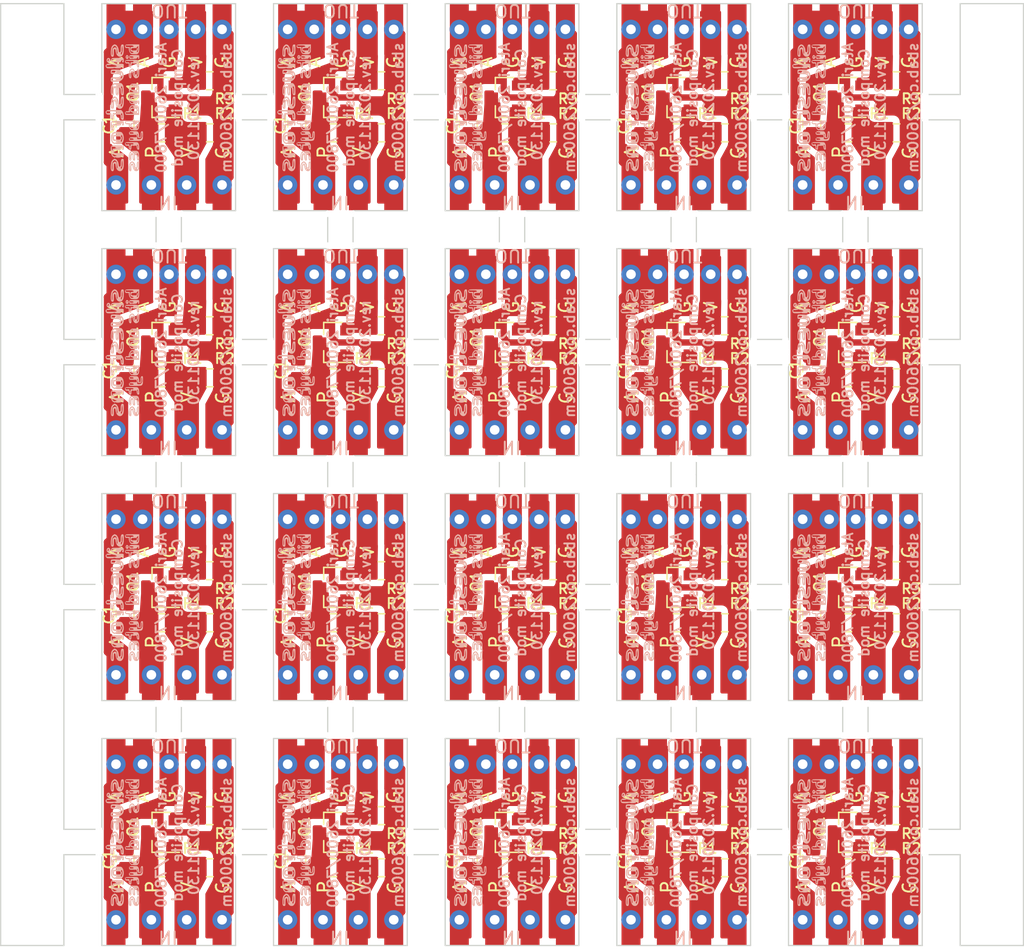
<source format=kicad_pcb>
(kicad_pcb (version 20171130) (host pcbnew "(5.1.4)-1")
  (layers (0 F.Cu signal) (31 B.Cu signal) (34 B.Paste user) (35 F.Paste user) (36 B.SilkS user) (37 F.SilkS user) (38 B.Mask user) (39 F.Mask user) (44 Edge.Cuts user))
  (net 0 "")
  (net 1 Board_1-/AUDIO)
  (net 2 Board_1-/GND)
  (net 3 Board_1-/POWER)
  (net 4 Board_1-/VIDEO_IN)
  (net 5 Board_1-/VIDEO_OUT)
  (net 6 Board_2-/AUDIO)
  (net 7 Board_2-/GND)
  (net 8 Board_2-/POWER)
  (net 9 Board_2-/VIDEO_IN)
  (net 10 Board_2-/VIDEO_OUT)
  (net 11 Board_3-/AUDIO)
  (net 12 Board_3-/GND)
  (net 13 Board_3-/POWER)
  (net 14 Board_3-/VIDEO_IN)
  (net 15 Board_3-/VIDEO_OUT)
  (net 16 Board_4-/AUDIO)
  (net 17 Board_4-/GND)
  (net 18 Board_4-/POWER)
  (net 19 Board_4-/VIDEO_IN)
  (net 20 Board_4-/VIDEO_OUT)
  (net 21 Board_5-/AUDIO)
  (net 22 Board_5-/GND)
  (net 23 Board_5-/POWER)
  (net 24 Board_5-/VIDEO_IN)
  (net 25 Board_5-/VIDEO_OUT)
  (net 26 Board_6-/AUDIO)
  (net 27 Board_6-/GND)
  (net 28 Board_6-/POWER)
  (net 29 Board_6-/VIDEO_IN)
  (net 30 Board_6-/VIDEO_OUT)
  (net 31 Board_7-/AUDIO)
  (net 32 Board_7-/GND)
  (net 33 Board_7-/POWER)
  (net 34 Board_7-/VIDEO_IN)
  (net 35 Board_7-/VIDEO_OUT)
  (net 36 Board_8-/AUDIO)
  (net 37 Board_8-/GND)
  (net 38 Board_8-/POWER)
  (net 39 Board_8-/VIDEO_IN)
  (net 40 Board_8-/VIDEO_OUT)
  (net 41 Board_9-/AUDIO)
  (net 42 Board_9-/GND)
  (net 43 Board_9-/POWER)
  (net 44 Board_9-/VIDEO_IN)
  (net 45 Board_9-/VIDEO_OUT)
  (net 46 Board_10-/AUDIO)
  (net 47 Board_10-/GND)
  (net 48 Board_10-/POWER)
  (net 49 Board_10-/VIDEO_IN)
  (net 50 Board_10-/VIDEO_OUT)
  (net 51 Board_11-/AUDIO)
  (net 52 Board_11-/GND)
  (net 53 Board_11-/POWER)
  (net 54 Board_11-/VIDEO_IN)
  (net 55 Board_11-/VIDEO_OUT)
  (net 56 Board_12-/AUDIO)
  (net 57 Board_12-/GND)
  (net 58 Board_12-/POWER)
  (net 59 Board_12-/VIDEO_IN)
  (net 60 Board_12-/VIDEO_OUT)
  (net 61 Board_13-/AUDIO)
  (net 62 Board_13-/GND)
  (net 63 Board_13-/POWER)
  (net 64 Board_13-/VIDEO_IN)
  (net 65 Board_13-/VIDEO_OUT)
  (net 66 Board_14-/AUDIO)
  (net 67 Board_14-/GND)
  (net 68 Board_14-/POWER)
  (net 69 Board_14-/VIDEO_IN)
  (net 70 Board_14-/VIDEO_OUT)
  (net 71 Board_15-/AUDIO)
  (net 72 Board_15-/GND)
  (net 73 Board_15-/POWER)
  (net 74 Board_15-/VIDEO_IN)
  (net 75 Board_15-/VIDEO_OUT)
  (net 76 Board_16-/AUDIO)
  (net 77 Board_16-/GND)
  (net 78 Board_16-/POWER)
  (net 79 Board_16-/VIDEO_IN)
  (net 80 Board_16-/VIDEO_OUT)
  (net 81 Board_17-/AUDIO)
  (net 82 Board_17-/GND)
  (net 83 Board_17-/POWER)
  (net 84 Board_17-/VIDEO_IN)
  (net 85 Board_17-/VIDEO_OUT)
  (net 86 Board_18-/AUDIO)
  (net 87 Board_18-/GND)
  (net 88 Board_18-/POWER)
  (net 89 Board_18-/VIDEO_IN)
  (net 90 Board_18-/VIDEO_OUT)
  (net 91 Board_19-/AUDIO)
  (net 92 Board_19-/GND)
  (net 93 Board_19-/POWER)
  (net 94 Board_19-/VIDEO_IN)
  (net 95 Board_19-/VIDEO_OUT)
  (net 96 Board_20-/AUDIO)
  (net 97 Board_20-/GND)
  (net 98 Board_20-/POWER)
  (net 99 Board_20-/VIDEO_IN)
  (net 100 Board_20-/VIDEO_OUT)
  (module NPTH (layer F.Cu) (at 115.083 98.894015)
    (fp_text reference REF** hide)
    (fp_text value NPTH hide)
    (pad "" np_thru_hole circle (at 0 0) (size 0.5 0.5) (drill 0.5) (layers *.Cu *.Mask))
  )
  (module NPTH (layer F.Cu) (at 115.083 99.894015)
    (fp_text reference REF** hide)
    (fp_text value NPTH hide)
    (pad "" np_thru_hole circle (at 0 0) (size 0.5 0.5) (drill 0.5) (layers *.Cu *.Mask))
  )
  (module NPTH (layer F.Cu) (at 115.083 100.894015)
    (fp_text reference REF** hide)
    (fp_text value NPTH hide)
    (pad "" np_thru_hole circle (at 0 0) (size 0.5 0.5) (drill 0.5) (layers *.Cu *.Mask))
  )
  (module NPTH (layer F.Cu) (at 104.0146 100.894015)
    (fp_text reference REF** hide)
    (fp_text value NPTH hide)
    (pad "" np_thru_hole circle (at 0 0) (size 0.5 0.5) (drill 0.5) (layers *.Cu *.Mask))
  )
  (module NPTH (layer F.Cu) (at 104.0146 99.894015)
    (fp_text reference REF** hide)
    (fp_text value NPTH hide)
    (pad "" np_thru_hole circle (at 0 0) (size 0.5 0.5) (drill 0.5) (layers *.Cu *.Mask))
  )
  (module NPTH (layer F.Cu) (at 104.0146 98.894015)
    (fp_text reference REF** hide)
    (fp_text value NPTH hide)
    (pad "" np_thru_hole circle (at 0 0) (size 0.5 0.5) (drill 0.5) (layers *.Cu *.Mask))
  )
  (module NPTH (layer F.Cu) (at 101.5166 98.894015)
    (fp_text reference REF** hide)
    (fp_text value NPTH hide)
    (pad "" np_thru_hole circle (at 0 0) (size 0.5 0.5) (drill 0.5) (layers *.Cu *.Mask))
  )
  (module NPTH (layer F.Cu) (at 101.5166 99.894015)
    (fp_text reference REF** hide)
    (fp_text value NPTH hide)
    (pad "" np_thru_hole circle (at 0 0) (size 0.5 0.5) (drill 0.5) (layers *.Cu *.Mask))
  )
  (module NPTH (layer F.Cu) (at 101.5166 100.894015)
    (fp_text reference REF** hide)
    (fp_text value NPTH hide)
    (pad "" np_thru_hole circle (at 0 0) (size 0.5 0.5) (drill 0.5) (layers *.Cu *.Mask))
  )
  (module NPTH (layer F.Cu) (at 90.4482 100.894015)
    (fp_text reference REF** hide)
    (fp_text value NPTH hide)
    (pad "" np_thru_hole circle (at 0 0) (size 0.5 0.5) (drill 0.5) (layers *.Cu *.Mask))
  )
  (module NPTH (layer F.Cu) (at 90.4482 99.894015)
    (fp_text reference REF** hide)
    (fp_text value NPTH hide)
    (pad "" np_thru_hole circle (at 0 0) (size 0.5 0.5) (drill 0.5) (layers *.Cu *.Mask))
  )
  (module NPTH (layer F.Cu) (at 90.4482 98.894015)
    (fp_text reference REF** hide)
    (fp_text value NPTH hide)
    (pad "" np_thru_hole circle (at 0 0) (size 0.5 0.5) (drill 0.5) (layers *.Cu *.Mask))
  )
  (module NPTH (layer F.Cu) (at 87.9502 98.894015)
    (fp_text reference REF** hide)
    (fp_text value NPTH hide)
    (pad "" np_thru_hole circle (at 0 0) (size 0.5 0.5) (drill 0.5) (layers *.Cu *.Mask))
  )
  (module NPTH (layer F.Cu) (at 87.9502 99.894015)
    (fp_text reference REF** hide)
    (fp_text value NPTH hide)
    (pad "" np_thru_hole circle (at 0 0) (size 0.5 0.5) (drill 0.5) (layers *.Cu *.Mask))
  )
  (module NPTH (layer F.Cu) (at 87.9502 100.894015)
    (fp_text reference REF** hide)
    (fp_text value NPTH hide)
    (pad "" np_thru_hole circle (at 0 0) (size 0.5 0.5) (drill 0.5) (layers *.Cu *.Mask))
  )
  (module NPTH (layer F.Cu) (at 76.8818 100.894015)
    (fp_text reference REF** hide)
    (fp_text value NPTH hide)
    (pad "" np_thru_hole circle (at 0 0) (size 0.5 0.5) (drill 0.5) (layers *.Cu *.Mask))
  )
  (module NPTH (layer F.Cu) (at 76.8818 99.894015)
    (fp_text reference REF** hide)
    (fp_text value NPTH hide)
    (pad "" np_thru_hole circle (at 0 0) (size 0.5 0.5) (drill 0.5) (layers *.Cu *.Mask))
  )
  (module NPTH (layer F.Cu) (at 76.8818 98.894015)
    (fp_text reference REF** hide)
    (fp_text value NPTH hide)
    (pad "" np_thru_hole circle (at 0 0) (size 0.5 0.5) (drill 0.5) (layers *.Cu *.Mask))
  )
  (module NPTH (layer F.Cu) (at 74.3838 98.894015)
    (fp_text reference REF** hide)
    (fp_text value NPTH hide)
    (pad "" np_thru_hole circle (at 0 0) (size 0.5 0.5) (drill 0.5) (layers *.Cu *.Mask))
  )
  (module NPTH (layer F.Cu) (at 74.3838 99.894015)
    (fp_text reference REF** hide)
    (fp_text value NPTH hide)
    (pad "" np_thru_hole circle (at 0 0) (size 0.5 0.5) (drill 0.5) (layers *.Cu *.Mask))
  )
  (module NPTH (layer F.Cu) (at 74.3838 100.894015)
    (fp_text reference REF** hide)
    (fp_text value NPTH hide)
    (pad "" np_thru_hole circle (at 0 0) (size 0.5 0.5) (drill 0.5) (layers *.Cu *.Mask))
  )
  (module NPTH (layer F.Cu) (at 63.3154 100.894015)
    (fp_text reference REF** hide)
    (fp_text value NPTH hide)
    (pad "" np_thru_hole circle (at 0 0) (size 0.5 0.5) (drill 0.5) (layers *.Cu *.Mask))
  )
  (module NPTH (layer F.Cu) (at 63.3154 99.894015)
    (fp_text reference REF** hide)
    (fp_text value NPTH hide)
    (pad "" np_thru_hole circle (at 0 0) (size 0.5 0.5) (drill 0.5) (layers *.Cu *.Mask))
  )
  (module NPTH (layer F.Cu) (at 63.3154 98.894015)
    (fp_text reference REF** hide)
    (fp_text value NPTH hide)
    (pad "" np_thru_hole circle (at 0 0) (size 0.5 0.5) (drill 0.5) (layers *.Cu *.Mask))
  )
  (module NPTH (layer F.Cu) (at 60.8174 98.894015)
    (fp_text reference REF** hide)
    (fp_text value NPTH hide)
    (pad "" np_thru_hole circle (at 0 0) (size 0.5 0.5) (drill 0.5) (layers *.Cu *.Mask))
  )
  (module NPTH (layer F.Cu) (at 60.8174 99.894015)
    (fp_text reference REF** hide)
    (fp_text value NPTH hide)
    (pad "" np_thru_hole circle (at 0 0) (size 0.5 0.5) (drill 0.5) (layers *.Cu *.Mask))
  )
  (module NPTH (layer F.Cu) (at 60.8174 100.894015)
    (fp_text reference REF** hide)
    (fp_text value NPTH hide)
    (pad "" np_thru_hole circle (at 0 0) (size 0.5 0.5) (drill 0.5) (layers *.Cu *.Mask))
  )
  (module NPTH (layer F.Cu) (at 49.749 100.894015)
    (fp_text reference REF** hide)
    (fp_text value NPTH hide)
    (pad "" np_thru_hole circle (at 0 0) (size 0.5 0.5) (drill 0.5) (layers *.Cu *.Mask))
  )
  (module NPTH (layer F.Cu) (at 49.749 99.894015)
    (fp_text reference REF** hide)
    (fp_text value NPTH hide)
    (pad "" np_thru_hole circle (at 0 0) (size 0.5 0.5) (drill 0.5) (layers *.Cu *.Mask))
  )
  (module NPTH (layer F.Cu) (at 49.749 98.894015)
    (fp_text reference REF** hide)
    (fp_text value NPTH hide)
    (pad "" np_thru_hole circle (at 0 0) (size 0.5 0.5) (drill 0.5) (layers *.Cu *.Mask))
  )
  (module NPTH (layer F.Cu) (at 115.083 79.53641)
    (fp_text reference REF** hide)
    (fp_text value NPTH hide)
    (pad "" np_thru_hole circle (at 0 0) (size 0.5 0.5) (drill 0.5) (layers *.Cu *.Mask))
  )
  (module NPTH (layer F.Cu) (at 115.083 80.53641)
    (fp_text reference REF** hide)
    (fp_text value NPTH hide)
    (pad "" np_thru_hole circle (at 0 0) (size 0.5 0.5) (drill 0.5) (layers *.Cu *.Mask))
  )
  (module NPTH (layer F.Cu) (at 115.083 81.53641)
    (fp_text reference REF** hide)
    (fp_text value NPTH hide)
    (pad "" np_thru_hole circle (at 0 0) (size 0.5 0.5) (drill 0.5) (layers *.Cu *.Mask))
  )
  (module NPTH (layer F.Cu) (at 104.0146 81.53641)
    (fp_text reference REF** hide)
    (fp_text value NPTH hide)
    (pad "" np_thru_hole circle (at 0 0) (size 0.5 0.5) (drill 0.5) (layers *.Cu *.Mask))
  )
  (module NPTH (layer F.Cu) (at 104.0146 80.53641)
    (fp_text reference REF** hide)
    (fp_text value NPTH hide)
    (pad "" np_thru_hole circle (at 0 0) (size 0.5 0.5) (drill 0.5) (layers *.Cu *.Mask))
  )
  (module NPTH (layer F.Cu) (at 104.0146 79.53641)
    (fp_text reference REF** hide)
    (fp_text value NPTH hide)
    (pad "" np_thru_hole circle (at 0 0) (size 0.5 0.5) (drill 0.5) (layers *.Cu *.Mask))
  )
  (module NPTH (layer F.Cu) (at 101.5166 79.53641)
    (fp_text reference REF** hide)
    (fp_text value NPTH hide)
    (pad "" np_thru_hole circle (at 0 0) (size 0.5 0.5) (drill 0.5) (layers *.Cu *.Mask))
  )
  (module NPTH (layer F.Cu) (at 101.5166 80.53641)
    (fp_text reference REF** hide)
    (fp_text value NPTH hide)
    (pad "" np_thru_hole circle (at 0 0) (size 0.5 0.5) (drill 0.5) (layers *.Cu *.Mask))
  )
  (module NPTH (layer F.Cu) (at 101.5166 81.53641)
    (fp_text reference REF** hide)
    (fp_text value NPTH hide)
    (pad "" np_thru_hole circle (at 0 0) (size 0.5 0.5) (drill 0.5) (layers *.Cu *.Mask))
  )
  (module NPTH (layer F.Cu) (at 90.4482 81.53641)
    (fp_text reference REF** hide)
    (fp_text value NPTH hide)
    (pad "" np_thru_hole circle (at 0 0) (size 0.5 0.5) (drill 0.5) (layers *.Cu *.Mask))
  )
  (module NPTH (layer F.Cu) (at 90.4482 80.53641)
    (fp_text reference REF** hide)
    (fp_text value NPTH hide)
    (pad "" np_thru_hole circle (at 0 0) (size 0.5 0.5) (drill 0.5) (layers *.Cu *.Mask))
  )
  (module NPTH (layer F.Cu) (at 90.4482 79.53641)
    (fp_text reference REF** hide)
    (fp_text value NPTH hide)
    (pad "" np_thru_hole circle (at 0 0) (size 0.5 0.5) (drill 0.5) (layers *.Cu *.Mask))
  )
  (module NPTH (layer F.Cu) (at 87.9502 79.53641)
    (fp_text reference REF** hide)
    (fp_text value NPTH hide)
    (pad "" np_thru_hole circle (at 0 0) (size 0.5 0.5) (drill 0.5) (layers *.Cu *.Mask))
  )
  (module NPTH (layer F.Cu) (at 87.9502 80.53641)
    (fp_text reference REF** hide)
    (fp_text value NPTH hide)
    (pad "" np_thru_hole circle (at 0 0) (size 0.5 0.5) (drill 0.5) (layers *.Cu *.Mask))
  )
  (module NPTH (layer F.Cu) (at 87.9502 81.53641)
    (fp_text reference REF** hide)
    (fp_text value NPTH hide)
    (pad "" np_thru_hole circle (at 0 0) (size 0.5 0.5) (drill 0.5) (layers *.Cu *.Mask))
  )
  (module NPTH (layer F.Cu) (at 76.8818 81.53641)
    (fp_text reference REF** hide)
    (fp_text value NPTH hide)
    (pad "" np_thru_hole circle (at 0 0) (size 0.5 0.5) (drill 0.5) (layers *.Cu *.Mask))
  )
  (module NPTH (layer F.Cu) (at 76.8818 80.53641)
    (fp_text reference REF** hide)
    (fp_text value NPTH hide)
    (pad "" np_thru_hole circle (at 0 0) (size 0.5 0.5) (drill 0.5) (layers *.Cu *.Mask))
  )
  (module NPTH (layer F.Cu) (at 76.8818 79.53641)
    (fp_text reference REF** hide)
    (fp_text value NPTH hide)
    (pad "" np_thru_hole circle (at 0 0) (size 0.5 0.5) (drill 0.5) (layers *.Cu *.Mask))
  )
  (module NPTH (layer F.Cu) (at 74.3838 79.53641)
    (fp_text reference REF** hide)
    (fp_text value NPTH hide)
    (pad "" np_thru_hole circle (at 0 0) (size 0.5 0.5) (drill 0.5) (layers *.Cu *.Mask))
  )
  (module NPTH (layer F.Cu) (at 74.3838 80.53641)
    (fp_text reference REF** hide)
    (fp_text value NPTH hide)
    (pad "" np_thru_hole circle (at 0 0) (size 0.5 0.5) (drill 0.5) (layers *.Cu *.Mask))
  )
  (module NPTH (layer F.Cu) (at 74.3838 81.53641)
    (fp_text reference REF** hide)
    (fp_text value NPTH hide)
    (pad "" np_thru_hole circle (at 0 0) (size 0.5 0.5) (drill 0.5) (layers *.Cu *.Mask))
  )
  (module NPTH (layer F.Cu) (at 63.3154 81.53641)
    (fp_text reference REF** hide)
    (fp_text value NPTH hide)
    (pad "" np_thru_hole circle (at 0 0) (size 0.5 0.5) (drill 0.5) (layers *.Cu *.Mask))
  )
  (module NPTH (layer F.Cu) (at 63.3154 80.53641)
    (fp_text reference REF** hide)
    (fp_text value NPTH hide)
    (pad "" np_thru_hole circle (at 0 0) (size 0.5 0.5) (drill 0.5) (layers *.Cu *.Mask))
  )
  (module NPTH (layer F.Cu) (at 63.3154 79.53641)
    (fp_text reference REF** hide)
    (fp_text value NPTH hide)
    (pad "" np_thru_hole circle (at 0 0) (size 0.5 0.5) (drill 0.5) (layers *.Cu *.Mask))
  )
  (module NPTH (layer F.Cu) (at 60.8174 79.53641)
    (fp_text reference REF** hide)
    (fp_text value NPTH hide)
    (pad "" np_thru_hole circle (at 0 0) (size 0.5 0.5) (drill 0.5) (layers *.Cu *.Mask))
  )
  (module NPTH (layer F.Cu) (at 60.8174 80.53641)
    (fp_text reference REF** hide)
    (fp_text value NPTH hide)
    (pad "" np_thru_hole circle (at 0 0) (size 0.5 0.5) (drill 0.5) (layers *.Cu *.Mask))
  )
  (module NPTH (layer F.Cu) (at 60.8174 81.53641)
    (fp_text reference REF** hide)
    (fp_text value NPTH hide)
    (pad "" np_thru_hole circle (at 0 0) (size 0.5 0.5) (drill 0.5) (layers *.Cu *.Mask))
  )
  (module NPTH (layer F.Cu) (at 49.749 81.53641)
    (fp_text reference REF** hide)
    (fp_text value NPTH hide)
    (pad "" np_thru_hole circle (at 0 0) (size 0.5 0.5) (drill 0.5) (layers *.Cu *.Mask))
  )
  (module NPTH (layer F.Cu) (at 49.749 80.53641)
    (fp_text reference REF** hide)
    (fp_text value NPTH hide)
    (pad "" np_thru_hole circle (at 0 0) (size 0.5 0.5) (drill 0.5) (layers *.Cu *.Mask))
  )
  (module NPTH (layer F.Cu) (at 49.749 79.53641)
    (fp_text reference REF** hide)
    (fp_text value NPTH hide)
    (pad "" np_thru_hole circle (at 0 0) (size 0.5 0.5) (drill 0.5) (layers *.Cu *.Mask))
  )
  (module NPTH (layer F.Cu) (at 115.083 60.178805)
    (fp_text reference REF** hide)
    (fp_text value NPTH hide)
    (pad "" np_thru_hole circle (at 0 0) (size 0.5 0.5) (drill 0.5) (layers *.Cu *.Mask))
  )
  (module NPTH (layer F.Cu) (at 115.083 61.178805)
    (fp_text reference REF** hide)
    (fp_text value NPTH hide)
    (pad "" np_thru_hole circle (at 0 0) (size 0.5 0.5) (drill 0.5) (layers *.Cu *.Mask))
  )
  (module NPTH (layer F.Cu) (at 115.083 62.178805)
    (fp_text reference REF** hide)
    (fp_text value NPTH hide)
    (pad "" np_thru_hole circle (at 0 0) (size 0.5 0.5) (drill 0.5) (layers *.Cu *.Mask))
  )
  (module NPTH (layer F.Cu) (at 104.0146 62.178805)
    (fp_text reference REF** hide)
    (fp_text value NPTH hide)
    (pad "" np_thru_hole circle (at 0 0) (size 0.5 0.5) (drill 0.5) (layers *.Cu *.Mask))
  )
  (module NPTH (layer F.Cu) (at 104.0146 61.178805)
    (fp_text reference REF** hide)
    (fp_text value NPTH hide)
    (pad "" np_thru_hole circle (at 0 0) (size 0.5 0.5) (drill 0.5) (layers *.Cu *.Mask))
  )
  (module NPTH (layer F.Cu) (at 104.0146 60.178805)
    (fp_text reference REF** hide)
    (fp_text value NPTH hide)
    (pad "" np_thru_hole circle (at 0 0) (size 0.5 0.5) (drill 0.5) (layers *.Cu *.Mask))
  )
  (module NPTH (layer F.Cu) (at 101.5166 60.178805)
    (fp_text reference REF** hide)
    (fp_text value NPTH hide)
    (pad "" np_thru_hole circle (at 0 0) (size 0.5 0.5) (drill 0.5) (layers *.Cu *.Mask))
  )
  (module NPTH (layer F.Cu) (at 101.5166 61.178805)
    (fp_text reference REF** hide)
    (fp_text value NPTH hide)
    (pad "" np_thru_hole circle (at 0 0) (size 0.5 0.5) (drill 0.5) (layers *.Cu *.Mask))
  )
  (module NPTH (layer F.Cu) (at 101.5166 62.178805)
    (fp_text reference REF** hide)
    (fp_text value NPTH hide)
    (pad "" np_thru_hole circle (at 0 0) (size 0.5 0.5) (drill 0.5) (layers *.Cu *.Mask))
  )
  (module NPTH (layer F.Cu) (at 90.4482 62.178805)
    (fp_text reference REF** hide)
    (fp_text value NPTH hide)
    (pad "" np_thru_hole circle (at 0 0) (size 0.5 0.5) (drill 0.5) (layers *.Cu *.Mask))
  )
  (module NPTH (layer F.Cu) (at 90.4482 61.178805)
    (fp_text reference REF** hide)
    (fp_text value NPTH hide)
    (pad "" np_thru_hole circle (at 0 0) (size 0.5 0.5) (drill 0.5) (layers *.Cu *.Mask))
  )
  (module NPTH (layer F.Cu) (at 90.4482 60.178805)
    (fp_text reference REF** hide)
    (fp_text value NPTH hide)
    (pad "" np_thru_hole circle (at 0 0) (size 0.5 0.5) (drill 0.5) (layers *.Cu *.Mask))
  )
  (module NPTH (layer F.Cu) (at 87.9502 60.178805)
    (fp_text reference REF** hide)
    (fp_text value NPTH hide)
    (pad "" np_thru_hole circle (at 0 0) (size 0.5 0.5) (drill 0.5) (layers *.Cu *.Mask))
  )
  (module NPTH (layer F.Cu) (at 87.9502 61.178805)
    (fp_text reference REF** hide)
    (fp_text value NPTH hide)
    (pad "" np_thru_hole circle (at 0 0) (size 0.5 0.5) (drill 0.5) (layers *.Cu *.Mask))
  )
  (module NPTH (layer F.Cu) (at 87.9502 62.178805)
    (fp_text reference REF** hide)
    (fp_text value NPTH hide)
    (pad "" np_thru_hole circle (at 0 0) (size 0.5 0.5) (drill 0.5) (layers *.Cu *.Mask))
  )
  (module NPTH (layer F.Cu) (at 76.8818 62.178805)
    (fp_text reference REF** hide)
    (fp_text value NPTH hide)
    (pad "" np_thru_hole circle (at 0 0) (size 0.5 0.5) (drill 0.5) (layers *.Cu *.Mask))
  )
  (module NPTH (layer F.Cu) (at 76.8818 61.178805)
    (fp_text reference REF** hide)
    (fp_text value NPTH hide)
    (pad "" np_thru_hole circle (at 0 0) (size 0.5 0.5) (drill 0.5) (layers *.Cu *.Mask))
  )
  (module NPTH (layer F.Cu) (at 76.8818 60.178805)
    (fp_text reference REF** hide)
    (fp_text value NPTH hide)
    (pad "" np_thru_hole circle (at 0 0) (size 0.5 0.5) (drill 0.5) (layers *.Cu *.Mask))
  )
  (module NPTH (layer F.Cu) (at 74.3838 60.178805)
    (fp_text reference REF** hide)
    (fp_text value NPTH hide)
    (pad "" np_thru_hole circle (at 0 0) (size 0.5 0.5) (drill 0.5) (layers *.Cu *.Mask))
  )
  (module NPTH (layer F.Cu) (at 74.3838 61.178805)
    (fp_text reference REF** hide)
    (fp_text value NPTH hide)
    (pad "" np_thru_hole circle (at 0 0) (size 0.5 0.5) (drill 0.5) (layers *.Cu *.Mask))
  )
  (module NPTH (layer F.Cu) (at 74.3838 62.178805)
    (fp_text reference REF** hide)
    (fp_text value NPTH hide)
    (pad "" np_thru_hole circle (at 0 0) (size 0.5 0.5) (drill 0.5) (layers *.Cu *.Mask))
  )
  (module NPTH (layer F.Cu) (at 63.3154 62.178805)
    (fp_text reference REF** hide)
    (fp_text value NPTH hide)
    (pad "" np_thru_hole circle (at 0 0) (size 0.5 0.5) (drill 0.5) (layers *.Cu *.Mask))
  )
  (module NPTH (layer F.Cu) (at 63.3154 61.178805)
    (fp_text reference REF** hide)
    (fp_text value NPTH hide)
    (pad "" np_thru_hole circle (at 0 0) (size 0.5 0.5) (drill 0.5) (layers *.Cu *.Mask))
  )
  (module NPTH (layer F.Cu) (at 63.3154 60.178805)
    (fp_text reference REF** hide)
    (fp_text value NPTH hide)
    (pad "" np_thru_hole circle (at 0 0) (size 0.5 0.5) (drill 0.5) (layers *.Cu *.Mask))
  )
  (module NPTH (layer F.Cu) (at 60.8174 60.178805)
    (fp_text reference REF** hide)
    (fp_text value NPTH hide)
    (pad "" np_thru_hole circle (at 0 0) (size 0.5 0.5) (drill 0.5) (layers *.Cu *.Mask))
  )
  (module NPTH (layer F.Cu) (at 60.8174 61.178805)
    (fp_text reference REF** hide)
    (fp_text value NPTH hide)
    (pad "" np_thru_hole circle (at 0 0) (size 0.5 0.5) (drill 0.5) (layers *.Cu *.Mask))
  )
  (module NPTH (layer F.Cu) (at 60.8174 62.178805)
    (fp_text reference REF** hide)
    (fp_text value NPTH hide)
    (pad "" np_thru_hole circle (at 0 0) (size 0.5 0.5) (drill 0.5) (layers *.Cu *.Mask))
  )
  (module NPTH (layer F.Cu) (at 49.749 62.178805)
    (fp_text reference REF** hide)
    (fp_text value NPTH hide)
    (pad "" np_thru_hole circle (at 0 0) (size 0.5 0.5) (drill 0.5) (layers *.Cu *.Mask))
  )
  (module NPTH (layer F.Cu) (at 49.749 61.178805)
    (fp_text reference REF** hide)
    (fp_text value NPTH hide)
    (pad "" np_thru_hole circle (at 0 0) (size 0.5 0.5) (drill 0.5) (layers *.Cu *.Mask))
  )
  (module NPTH (layer F.Cu) (at 49.749 60.178805)
    (fp_text reference REF** hide)
    (fp_text value NPTH hide)
    (pad "" np_thru_hole circle (at 0 0) (size 0.5 0.5) (drill 0.5) (layers *.Cu *.Mask))
  )
  (module NPTH (layer F.Cu) (at 115.083 40.8212)
    (fp_text reference REF** hide)
    (fp_text value NPTH hide)
    (pad "" np_thru_hole circle (at 0 0) (size 0.5 0.5) (drill 0.5) (layers *.Cu *.Mask))
  )
  (module NPTH (layer F.Cu) (at 115.083 41.8212)
    (fp_text reference REF** hide)
    (fp_text value NPTH hide)
    (pad "" np_thru_hole circle (at 0 0) (size 0.5 0.5) (drill 0.5) (layers *.Cu *.Mask))
  )
  (module NPTH (layer F.Cu) (at 115.083 42.8212)
    (fp_text reference REF** hide)
    (fp_text value NPTH hide)
    (pad "" np_thru_hole circle (at 0 0) (size 0.5 0.5) (drill 0.5) (layers *.Cu *.Mask))
  )
  (module NPTH (layer F.Cu) (at 104.0146 42.8212)
    (fp_text reference REF** hide)
    (fp_text value NPTH hide)
    (pad "" np_thru_hole circle (at 0 0) (size 0.5 0.5) (drill 0.5) (layers *.Cu *.Mask))
  )
  (module NPTH (layer F.Cu) (at 104.0146 41.8212)
    (fp_text reference REF** hide)
    (fp_text value NPTH hide)
    (pad "" np_thru_hole circle (at 0 0) (size 0.5 0.5) (drill 0.5) (layers *.Cu *.Mask))
  )
  (module NPTH (layer F.Cu) (at 104.0146 40.8212)
    (fp_text reference REF** hide)
    (fp_text value NPTH hide)
    (pad "" np_thru_hole circle (at 0 0) (size 0.5 0.5) (drill 0.5) (layers *.Cu *.Mask))
  )
  (module NPTH (layer F.Cu) (at 101.5166 40.8212)
    (fp_text reference REF** hide)
    (fp_text value NPTH hide)
    (pad "" np_thru_hole circle (at 0 0) (size 0.5 0.5) (drill 0.5) (layers *.Cu *.Mask))
  )
  (module NPTH (layer F.Cu) (at 101.5166 41.8212)
    (fp_text reference REF** hide)
    (fp_text value NPTH hide)
    (pad "" np_thru_hole circle (at 0 0) (size 0.5 0.5) (drill 0.5) (layers *.Cu *.Mask))
  )
  (module NPTH (layer F.Cu) (at 101.5166 42.8212)
    (fp_text reference REF** hide)
    (fp_text value NPTH hide)
    (pad "" np_thru_hole circle (at 0 0) (size 0.5 0.5) (drill 0.5) (layers *.Cu *.Mask))
  )
  (module NPTH (layer F.Cu) (at 90.4482 42.8212)
    (fp_text reference REF** hide)
    (fp_text value NPTH hide)
    (pad "" np_thru_hole circle (at 0 0) (size 0.5 0.5) (drill 0.5) (layers *.Cu *.Mask))
  )
  (module NPTH (layer F.Cu) (at 90.4482 41.8212)
    (fp_text reference REF** hide)
    (fp_text value NPTH hide)
    (pad "" np_thru_hole circle (at 0 0) (size 0.5 0.5) (drill 0.5) (layers *.Cu *.Mask))
  )
  (module NPTH (layer F.Cu) (at 90.4482 40.8212)
    (fp_text reference REF** hide)
    (fp_text value NPTH hide)
    (pad "" np_thru_hole circle (at 0 0) (size 0.5 0.5) (drill 0.5) (layers *.Cu *.Mask))
  )
  (module NPTH (layer F.Cu) (at 87.9502 40.8212)
    (fp_text reference REF** hide)
    (fp_text value NPTH hide)
    (pad "" np_thru_hole circle (at 0 0) (size 0.5 0.5) (drill 0.5) (layers *.Cu *.Mask))
  )
  (module NPTH (layer F.Cu) (at 87.9502 41.8212)
    (fp_text reference REF** hide)
    (fp_text value NPTH hide)
    (pad "" np_thru_hole circle (at 0 0) (size 0.5 0.5) (drill 0.5) (layers *.Cu *.Mask))
  )
  (module NPTH (layer F.Cu) (at 87.9502 42.8212)
    (fp_text reference REF** hide)
    (fp_text value NPTH hide)
    (pad "" np_thru_hole circle (at 0 0) (size 0.5 0.5) (drill 0.5) (layers *.Cu *.Mask))
  )
  (module NPTH (layer F.Cu) (at 76.8818 42.8212)
    (fp_text reference REF** hide)
    (fp_text value NPTH hide)
    (pad "" np_thru_hole circle (at 0 0) (size 0.5 0.5) (drill 0.5) (layers *.Cu *.Mask))
  )
  (module NPTH (layer F.Cu) (at 76.8818 41.8212)
    (fp_text reference REF** hide)
    (fp_text value NPTH hide)
    (pad "" np_thru_hole circle (at 0 0) (size 0.5 0.5) (drill 0.5) (layers *.Cu *.Mask))
  )
  (module NPTH (layer F.Cu) (at 76.8818 40.8212)
    (fp_text reference REF** hide)
    (fp_text value NPTH hide)
    (pad "" np_thru_hole circle (at 0 0) (size 0.5 0.5) (drill 0.5) (layers *.Cu *.Mask))
  )
  (module NPTH (layer F.Cu) (at 74.3838 40.8212)
    (fp_text reference REF** hide)
    (fp_text value NPTH hide)
    (pad "" np_thru_hole circle (at 0 0) (size 0.5 0.5) (drill 0.5) (layers *.Cu *.Mask))
  )
  (module NPTH (layer F.Cu) (at 74.3838 41.8212)
    (fp_text reference REF** hide)
    (fp_text value NPTH hide)
    (pad "" np_thru_hole circle (at 0 0) (size 0.5 0.5) (drill 0.5) (layers *.Cu *.Mask))
  )
  (module NPTH (layer F.Cu) (at 74.3838 42.8212)
    (fp_text reference REF** hide)
    (fp_text value NPTH hide)
    (pad "" np_thru_hole circle (at 0 0) (size 0.5 0.5) (drill 0.5) (layers *.Cu *.Mask))
  )
  (module NPTH (layer F.Cu) (at 63.3154 42.8212)
    (fp_text reference REF** hide)
    (fp_text value NPTH hide)
    (pad "" np_thru_hole circle (at 0 0) (size 0.5 0.5) (drill 0.5) (layers *.Cu *.Mask))
  )
  (module NPTH (layer F.Cu) (at 63.3154 41.8212)
    (fp_text reference REF** hide)
    (fp_text value NPTH hide)
    (pad "" np_thru_hole circle (at 0 0) (size 0.5 0.5) (drill 0.5) (layers *.Cu *.Mask))
  )
  (module NPTH (layer F.Cu) (at 63.3154 40.8212)
    (fp_text reference REF** hide)
    (fp_text value NPTH hide)
    (pad "" np_thru_hole circle (at 0 0) (size 0.5 0.5) (drill 0.5) (layers *.Cu *.Mask))
  )
  (module NPTH (layer F.Cu) (at 60.8174 40.8212)
    (fp_text reference REF** hide)
    (fp_text value NPTH hide)
    (pad "" np_thru_hole circle (at 0 0) (size 0.5 0.5) (drill 0.5) (layers *.Cu *.Mask))
  )
  (module NPTH (layer F.Cu) (at 60.8174 41.8212)
    (fp_text reference REF** hide)
    (fp_text value NPTH hide)
    (pad "" np_thru_hole circle (at 0 0) (size 0.5 0.5) (drill 0.5) (layers *.Cu *.Mask))
  )
  (module NPTH (layer F.Cu) (at 60.8174 42.8212)
    (fp_text reference REF** hide)
    (fp_text value NPTH hide)
    (pad "" np_thru_hole circle (at 0 0) (size 0.5 0.5) (drill 0.5) (layers *.Cu *.Mask))
  )
  (module NPTH (layer F.Cu) (at 49.749 42.8212)
    (fp_text reference REF** hide)
    (fp_text value NPTH hide)
    (pad "" np_thru_hole circle (at 0 0) (size 0.5 0.5) (drill 0.5) (layers *.Cu *.Mask))
  )
  (module NPTH (layer F.Cu) (at 49.749 41.8212)
    (fp_text reference REF** hide)
    (fp_text value NPTH hide)
    (pad "" np_thru_hole circle (at 0 0) (size 0.5 0.5) (drill 0.5) (layers *.Cu *.Mask))
  )
  (module NPTH (layer F.Cu) (at 49.749 40.8212)
    (fp_text reference REF** hide)
    (fp_text value NPTH hide)
    (pad "" np_thru_hole circle (at 0 0) (size 0.5 0.5) (drill 0.5) (layers *.Cu *.Mask))
  )
  (module NPTH (layer F.Cu) (at 108.548822 91.4642)
    (fp_text reference REF** hide)
    (fp_text value NPTH hide)
    (pad "" np_thru_hole circle (at 0 0) (size 0.5 0.5) (drill 0.5) (layers *.Cu *.Mask))
  )
  (module NPTH (layer F.Cu) (at 109.548822 91.4642)
    (fp_text reference REF** hide)
    (fp_text value NPTH hide)
    (pad "" np_thru_hole circle (at 0 0) (size 0.5 0.5) (drill 0.5) (layers *.Cu *.Mask))
  )
  (module NPTH (layer F.Cu) (at 110.548822 91.4642)
    (fp_text reference REF** hide)
    (fp_text value NPTH hide)
    (pad "" np_thru_hole circle (at 0 0) (size 0.5 0.5) (drill 0.5) (layers *.Cu *.Mask))
  )
  (module NPTH (layer F.Cu) (at 94.982417 91.4642)
    (fp_text reference REF** hide)
    (fp_text value NPTH hide)
    (pad "" np_thru_hole circle (at 0 0) (size 0.5 0.5) (drill 0.5) (layers *.Cu *.Mask))
  )
  (module NPTH (layer F.Cu) (at 95.982417 91.4642)
    (fp_text reference REF** hide)
    (fp_text value NPTH hide)
    (pad "" np_thru_hole circle (at 0 0) (size 0.5 0.5) (drill 0.5) (layers *.Cu *.Mask))
  )
  (module NPTH (layer F.Cu) (at 96.982417 91.4642)
    (fp_text reference REF** hide)
    (fp_text value NPTH hide)
    (pad "" np_thru_hole circle (at 0 0) (size 0.5 0.5) (drill 0.5) (layers *.Cu *.Mask))
  )
  (module NPTH (layer F.Cu) (at 81.416012 91.4642)
    (fp_text reference REF** hide)
    (fp_text value NPTH hide)
    (pad "" np_thru_hole circle (at 0 0) (size 0.5 0.5) (drill 0.5) (layers *.Cu *.Mask))
  )
  (module NPTH (layer F.Cu) (at 82.416012 91.4642)
    (fp_text reference REF** hide)
    (fp_text value NPTH hide)
    (pad "" np_thru_hole circle (at 0 0) (size 0.5 0.5) (drill 0.5) (layers *.Cu *.Mask))
  )
  (module NPTH (layer F.Cu) (at 83.416012 91.4642)
    (fp_text reference REF** hide)
    (fp_text value NPTH hide)
    (pad "" np_thru_hole circle (at 0 0) (size 0.5 0.5) (drill 0.5) (layers *.Cu *.Mask))
  )
  (module NPTH (layer F.Cu) (at 67.849607 91.4642)
    (fp_text reference REF** hide)
    (fp_text value NPTH hide)
    (pad "" np_thru_hole circle (at 0 0) (size 0.5 0.5) (drill 0.5) (layers *.Cu *.Mask))
  )
  (module NPTH (layer F.Cu) (at 68.849607 91.4642)
    (fp_text reference REF** hide)
    (fp_text value NPTH hide)
    (pad "" np_thru_hole circle (at 0 0) (size 0.5 0.5) (drill 0.5) (layers *.Cu *.Mask))
  )
  (module NPTH (layer F.Cu) (at 69.849607 91.4642)
    (fp_text reference REF** hide)
    (fp_text value NPTH hide)
    (pad "" np_thru_hole circle (at 0 0) (size 0.5 0.5) (drill 0.5) (layers *.Cu *.Mask))
  )
  (module NPTH (layer F.Cu) (at 54.283202 91.4642)
    (fp_text reference REF** hide)
    (fp_text value NPTH hide)
    (pad "" np_thru_hole circle (at 0 0) (size 0.5 0.5) (drill 0.5) (layers *.Cu *.Mask))
  )
  (module NPTH (layer F.Cu) (at 55.283202 91.4642)
    (fp_text reference REF** hide)
    (fp_text value NPTH hide)
    (pad "" np_thru_hole circle (at 0 0) (size 0.5 0.5) (drill 0.5) (layers *.Cu *.Mask))
  )
  (module NPTH (layer F.Cu) (at 56.283202 91.4642)
    (fp_text reference REF** hide)
    (fp_text value NPTH hide)
    (pad "" np_thru_hole circle (at 0 0) (size 0.5 0.5) (drill 0.5) (layers *.Cu *.Mask))
  )
  (module NPTH (layer F.Cu) (at 110.548822 88.9662)
    (fp_text reference REF** hide)
    (fp_text value NPTH hide)
    (pad "" np_thru_hole circle (at 0 0) (size 0.5 0.5) (drill 0.5) (layers *.Cu *.Mask))
  )
  (module NPTH (layer F.Cu) (at 109.548822 88.9662)
    (fp_text reference REF** hide)
    (fp_text value NPTH hide)
    (pad "" np_thru_hole circle (at 0 0) (size 0.5 0.5) (drill 0.5) (layers *.Cu *.Mask))
  )
  (module NPTH (layer F.Cu) (at 108.548822 88.9662)
    (fp_text reference REF** hide)
    (fp_text value NPTH hide)
    (pad "" np_thru_hole circle (at 0 0) (size 0.5 0.5) (drill 0.5) (layers *.Cu *.Mask))
  )
  (module NPTH (layer F.Cu) (at 108.548822 72.1066)
    (fp_text reference REF** hide)
    (fp_text value NPTH hide)
    (pad "" np_thru_hole circle (at 0 0) (size 0.5 0.5) (drill 0.5) (layers *.Cu *.Mask))
  )
  (module NPTH (layer F.Cu) (at 109.548822 72.1066)
    (fp_text reference REF** hide)
    (fp_text value NPTH hide)
    (pad "" np_thru_hole circle (at 0 0) (size 0.5 0.5) (drill 0.5) (layers *.Cu *.Mask))
  )
  (module NPTH (layer F.Cu) (at 110.548822 72.1066)
    (fp_text reference REF** hide)
    (fp_text value NPTH hide)
    (pad "" np_thru_hole circle (at 0 0) (size 0.5 0.5) (drill 0.5) (layers *.Cu *.Mask))
  )
  (module NPTH (layer F.Cu) (at 96.982417 88.9662)
    (fp_text reference REF** hide)
    (fp_text value NPTH hide)
    (pad "" np_thru_hole circle (at 0 0) (size 0.5 0.5) (drill 0.5) (layers *.Cu *.Mask))
  )
  (module NPTH (layer F.Cu) (at 95.982417 88.9662)
    (fp_text reference REF** hide)
    (fp_text value NPTH hide)
    (pad "" np_thru_hole circle (at 0 0) (size 0.5 0.5) (drill 0.5) (layers *.Cu *.Mask))
  )
  (module NPTH (layer F.Cu) (at 94.982417 88.9662)
    (fp_text reference REF** hide)
    (fp_text value NPTH hide)
    (pad "" np_thru_hole circle (at 0 0) (size 0.5 0.5) (drill 0.5) (layers *.Cu *.Mask))
  )
  (module NPTH (layer F.Cu) (at 94.982417 72.1066)
    (fp_text reference REF** hide)
    (fp_text value NPTH hide)
    (pad "" np_thru_hole circle (at 0 0) (size 0.5 0.5) (drill 0.5) (layers *.Cu *.Mask))
  )
  (module NPTH (layer F.Cu) (at 95.982417 72.1066)
    (fp_text reference REF** hide)
    (fp_text value NPTH hide)
    (pad "" np_thru_hole circle (at 0 0) (size 0.5 0.5) (drill 0.5) (layers *.Cu *.Mask))
  )
  (module NPTH (layer F.Cu) (at 96.982417 72.1066)
    (fp_text reference REF** hide)
    (fp_text value NPTH hide)
    (pad "" np_thru_hole circle (at 0 0) (size 0.5 0.5) (drill 0.5) (layers *.Cu *.Mask))
  )
  (module NPTH (layer F.Cu) (at 83.416012 88.9662)
    (fp_text reference REF** hide)
    (fp_text value NPTH hide)
    (pad "" np_thru_hole circle (at 0 0) (size 0.5 0.5) (drill 0.5) (layers *.Cu *.Mask))
  )
  (module NPTH (layer F.Cu) (at 82.416012 88.9662)
    (fp_text reference REF** hide)
    (fp_text value NPTH hide)
    (pad "" np_thru_hole circle (at 0 0) (size 0.5 0.5) (drill 0.5) (layers *.Cu *.Mask))
  )
  (module NPTH (layer F.Cu) (at 81.416012 88.9662)
    (fp_text reference REF** hide)
    (fp_text value NPTH hide)
    (pad "" np_thru_hole circle (at 0 0) (size 0.5 0.5) (drill 0.5) (layers *.Cu *.Mask))
  )
  (module NPTH (layer F.Cu) (at 81.416012 72.1066)
    (fp_text reference REF** hide)
    (fp_text value NPTH hide)
    (pad "" np_thru_hole circle (at 0 0) (size 0.5 0.5) (drill 0.5) (layers *.Cu *.Mask))
  )
  (module NPTH (layer F.Cu) (at 82.416012 72.1066)
    (fp_text reference REF** hide)
    (fp_text value NPTH hide)
    (pad "" np_thru_hole circle (at 0 0) (size 0.5 0.5) (drill 0.5) (layers *.Cu *.Mask))
  )
  (module NPTH (layer F.Cu) (at 83.416012 72.1066)
    (fp_text reference REF** hide)
    (fp_text value NPTH hide)
    (pad "" np_thru_hole circle (at 0 0) (size 0.5 0.5) (drill 0.5) (layers *.Cu *.Mask))
  )
  (module NPTH (layer F.Cu) (at 69.849607 88.9662)
    (fp_text reference REF** hide)
    (fp_text value NPTH hide)
    (pad "" np_thru_hole circle (at 0 0) (size 0.5 0.5) (drill 0.5) (layers *.Cu *.Mask))
  )
  (module NPTH (layer F.Cu) (at 68.849607 88.9662)
    (fp_text reference REF** hide)
    (fp_text value NPTH hide)
    (pad "" np_thru_hole circle (at 0 0) (size 0.5 0.5) (drill 0.5) (layers *.Cu *.Mask))
  )
  (module NPTH (layer F.Cu) (at 67.849607 88.9662)
    (fp_text reference REF** hide)
    (fp_text value NPTH hide)
    (pad "" np_thru_hole circle (at 0 0) (size 0.5 0.5) (drill 0.5) (layers *.Cu *.Mask))
  )
  (module NPTH (layer F.Cu) (at 67.849607 72.1066)
    (fp_text reference REF** hide)
    (fp_text value NPTH hide)
    (pad "" np_thru_hole circle (at 0 0) (size 0.5 0.5) (drill 0.5) (layers *.Cu *.Mask))
  )
  (module NPTH (layer F.Cu) (at 68.849607 72.1066)
    (fp_text reference REF** hide)
    (fp_text value NPTH hide)
    (pad "" np_thru_hole circle (at 0 0) (size 0.5 0.5) (drill 0.5) (layers *.Cu *.Mask))
  )
  (module NPTH (layer F.Cu) (at 69.849607 72.1066)
    (fp_text reference REF** hide)
    (fp_text value NPTH hide)
    (pad "" np_thru_hole circle (at 0 0) (size 0.5 0.5) (drill 0.5) (layers *.Cu *.Mask))
  )
  (module NPTH (layer F.Cu) (at 56.283202 88.9662)
    (fp_text reference REF** hide)
    (fp_text value NPTH hide)
    (pad "" np_thru_hole circle (at 0 0) (size 0.5 0.5) (drill 0.5) (layers *.Cu *.Mask))
  )
  (module NPTH (layer F.Cu) (at 55.283202 88.9662)
    (fp_text reference REF** hide)
    (fp_text value NPTH hide)
    (pad "" np_thru_hole circle (at 0 0) (size 0.5 0.5) (drill 0.5) (layers *.Cu *.Mask))
  )
  (module NPTH (layer F.Cu) (at 54.283202 88.9662)
    (fp_text reference REF** hide)
    (fp_text value NPTH hide)
    (pad "" np_thru_hole circle (at 0 0) (size 0.5 0.5) (drill 0.5) (layers *.Cu *.Mask))
  )
  (module NPTH (layer F.Cu) (at 54.283202 72.1066)
    (fp_text reference REF** hide)
    (fp_text value NPTH hide)
    (pad "" np_thru_hole circle (at 0 0) (size 0.5 0.5) (drill 0.5) (layers *.Cu *.Mask))
  )
  (module NPTH (layer F.Cu) (at 55.283202 72.1066)
    (fp_text reference REF** hide)
    (fp_text value NPTH hide)
    (pad "" np_thru_hole circle (at 0 0) (size 0.5 0.5) (drill 0.5) (layers *.Cu *.Mask))
  )
  (module NPTH (layer F.Cu) (at 56.283202 72.1066)
    (fp_text reference REF** hide)
    (fp_text value NPTH hide)
    (pad "" np_thru_hole circle (at 0 0) (size 0.5 0.5) (drill 0.5) (layers *.Cu *.Mask))
  )
  (module NPTH (layer F.Cu) (at 110.548822 69.6086)
    (fp_text reference REF** hide)
    (fp_text value NPTH hide)
    (pad "" np_thru_hole circle (at 0 0) (size 0.5 0.5) (drill 0.5) (layers *.Cu *.Mask))
  )
  (module NPTH (layer F.Cu) (at 109.548822 69.6086)
    (fp_text reference REF** hide)
    (fp_text value NPTH hide)
    (pad "" np_thru_hole circle (at 0 0) (size 0.5 0.5) (drill 0.5) (layers *.Cu *.Mask))
  )
  (module NPTH (layer F.Cu) (at 108.548822 69.6086)
    (fp_text reference REF** hide)
    (fp_text value NPTH hide)
    (pad "" np_thru_hole circle (at 0 0) (size 0.5 0.5) (drill 0.5) (layers *.Cu *.Mask))
  )
  (module NPTH (layer F.Cu) (at 108.548822 52.749)
    (fp_text reference REF** hide)
    (fp_text value NPTH hide)
    (pad "" np_thru_hole circle (at 0 0) (size 0.5 0.5) (drill 0.5) (layers *.Cu *.Mask))
  )
  (module NPTH (layer F.Cu) (at 109.548822 52.749)
    (fp_text reference REF** hide)
    (fp_text value NPTH hide)
    (pad "" np_thru_hole circle (at 0 0) (size 0.5 0.5) (drill 0.5) (layers *.Cu *.Mask))
  )
  (module NPTH (layer F.Cu) (at 110.548822 52.749)
    (fp_text reference REF** hide)
    (fp_text value NPTH hide)
    (pad "" np_thru_hole circle (at 0 0) (size 0.5 0.5) (drill 0.5) (layers *.Cu *.Mask))
  )
  (module NPTH (layer F.Cu) (at 96.982417 69.6086)
    (fp_text reference REF** hide)
    (fp_text value NPTH hide)
    (pad "" np_thru_hole circle (at 0 0) (size 0.5 0.5) (drill 0.5) (layers *.Cu *.Mask))
  )
  (module NPTH (layer F.Cu) (at 95.982417 69.6086)
    (fp_text reference REF** hide)
    (fp_text value NPTH hide)
    (pad "" np_thru_hole circle (at 0 0) (size 0.5 0.5) (drill 0.5) (layers *.Cu *.Mask))
  )
  (module NPTH (layer F.Cu) (at 94.982417 69.6086)
    (fp_text reference REF** hide)
    (fp_text value NPTH hide)
    (pad "" np_thru_hole circle (at 0 0) (size 0.5 0.5) (drill 0.5) (layers *.Cu *.Mask))
  )
  (module NPTH (layer F.Cu) (at 94.982417 52.749)
    (fp_text reference REF** hide)
    (fp_text value NPTH hide)
    (pad "" np_thru_hole circle (at 0 0) (size 0.5 0.5) (drill 0.5) (layers *.Cu *.Mask))
  )
  (module NPTH (layer F.Cu) (at 95.982417 52.749)
    (fp_text reference REF** hide)
    (fp_text value NPTH hide)
    (pad "" np_thru_hole circle (at 0 0) (size 0.5 0.5) (drill 0.5) (layers *.Cu *.Mask))
  )
  (module NPTH (layer F.Cu) (at 96.982417 52.749)
    (fp_text reference REF** hide)
    (fp_text value NPTH hide)
    (pad "" np_thru_hole circle (at 0 0) (size 0.5 0.5) (drill 0.5) (layers *.Cu *.Mask))
  )
  (module NPTH (layer F.Cu) (at 83.416012 69.6086)
    (fp_text reference REF** hide)
    (fp_text value NPTH hide)
    (pad "" np_thru_hole circle (at 0 0) (size 0.5 0.5) (drill 0.5) (layers *.Cu *.Mask))
  )
  (module NPTH (layer F.Cu) (at 82.416012 69.6086)
    (fp_text reference REF** hide)
    (fp_text value NPTH hide)
    (pad "" np_thru_hole circle (at 0 0) (size 0.5 0.5) (drill 0.5) (layers *.Cu *.Mask))
  )
  (module NPTH (layer F.Cu) (at 81.416012 69.6086)
    (fp_text reference REF** hide)
    (fp_text value NPTH hide)
    (pad "" np_thru_hole circle (at 0 0) (size 0.5 0.5) (drill 0.5) (layers *.Cu *.Mask))
  )
  (module NPTH (layer F.Cu) (at 81.416012 52.749)
    (fp_text reference REF** hide)
    (fp_text value NPTH hide)
    (pad "" np_thru_hole circle (at 0 0) (size 0.5 0.5) (drill 0.5) (layers *.Cu *.Mask))
  )
  (module NPTH (layer F.Cu) (at 82.416012 52.749)
    (fp_text reference REF** hide)
    (fp_text value NPTH hide)
    (pad "" np_thru_hole circle (at 0 0) (size 0.5 0.5) (drill 0.5) (layers *.Cu *.Mask))
  )
  (module NPTH (layer F.Cu) (at 83.416012 52.749)
    (fp_text reference REF** hide)
    (fp_text value NPTH hide)
    (pad "" np_thru_hole circle (at 0 0) (size 0.5 0.5) (drill 0.5) (layers *.Cu *.Mask))
  )
  (module NPTH (layer F.Cu) (at 69.849607 69.6086)
    (fp_text reference REF** hide)
    (fp_text value NPTH hide)
    (pad "" np_thru_hole circle (at 0 0) (size 0.5 0.5) (drill 0.5) (layers *.Cu *.Mask))
  )
  (module NPTH (layer F.Cu) (at 68.849607 69.6086)
    (fp_text reference REF** hide)
    (fp_text value NPTH hide)
    (pad "" np_thru_hole circle (at 0 0) (size 0.5 0.5) (drill 0.5) (layers *.Cu *.Mask))
  )
  (module NPTH (layer F.Cu) (at 67.849607 69.6086)
    (fp_text reference REF** hide)
    (fp_text value NPTH hide)
    (pad "" np_thru_hole circle (at 0 0) (size 0.5 0.5) (drill 0.5) (layers *.Cu *.Mask))
  )
  (module NPTH (layer F.Cu) (at 67.849607 52.749)
    (fp_text reference REF** hide)
    (fp_text value NPTH hide)
    (pad "" np_thru_hole circle (at 0 0) (size 0.5 0.5) (drill 0.5) (layers *.Cu *.Mask))
  )
  (module NPTH (layer F.Cu) (at 68.849607 52.749)
    (fp_text reference REF** hide)
    (fp_text value NPTH hide)
    (pad "" np_thru_hole circle (at 0 0) (size 0.5 0.5) (drill 0.5) (layers *.Cu *.Mask))
  )
  (module NPTH (layer F.Cu) (at 69.849607 52.749)
    (fp_text reference REF** hide)
    (fp_text value NPTH hide)
    (pad "" np_thru_hole circle (at 0 0) (size 0.5 0.5) (drill 0.5) (layers *.Cu *.Mask))
  )
  (module NPTH (layer F.Cu) (at 56.283202 69.6086)
    (fp_text reference REF** hide)
    (fp_text value NPTH hide)
    (pad "" np_thru_hole circle (at 0 0) (size 0.5 0.5) (drill 0.5) (layers *.Cu *.Mask))
  )
  (module NPTH (layer F.Cu) (at 55.283202 69.6086)
    (fp_text reference REF** hide)
    (fp_text value NPTH hide)
    (pad "" np_thru_hole circle (at 0 0) (size 0.5 0.5) (drill 0.5) (layers *.Cu *.Mask))
  )
  (module NPTH (layer F.Cu) (at 54.283202 69.6086)
    (fp_text reference REF** hide)
    (fp_text value NPTH hide)
    (pad "" np_thru_hole circle (at 0 0) (size 0.5 0.5) (drill 0.5) (layers *.Cu *.Mask))
  )
  (module NPTH (layer F.Cu) (at 54.283202 52.749)
    (fp_text reference REF** hide)
    (fp_text value NPTH hide)
    (pad "" np_thru_hole circle (at 0 0) (size 0.5 0.5) (drill 0.5) (layers *.Cu *.Mask))
  )
  (module NPTH (layer F.Cu) (at 55.283202 52.749)
    (fp_text reference REF** hide)
    (fp_text value NPTH hide)
    (pad "" np_thru_hole circle (at 0 0) (size 0.5 0.5) (drill 0.5) (layers *.Cu *.Mask))
  )
  (module NPTH (layer F.Cu) (at 56.283202 52.749)
    (fp_text reference REF** hide)
    (fp_text value NPTH hide)
    (pad "" np_thru_hole circle (at 0 0) (size 0.5 0.5) (drill 0.5) (layers *.Cu *.Mask))
  )
  (module NPTH (layer F.Cu) (at 110.548822 50.251)
    (fp_text reference REF** hide)
    (fp_text value NPTH hide)
    (pad "" np_thru_hole circle (at 0 0) (size 0.5 0.5) (drill 0.5) (layers *.Cu *.Mask))
  )
  (module NPTH (layer F.Cu) (at 109.548822 50.251)
    (fp_text reference REF** hide)
    (fp_text value NPTH hide)
    (pad "" np_thru_hole circle (at 0 0) (size 0.5 0.5) (drill 0.5) (layers *.Cu *.Mask))
  )
  (module NPTH (layer F.Cu) (at 108.548822 50.251)
    (fp_text reference REF** hide)
    (fp_text value NPTH hide)
    (pad "" np_thru_hole circle (at 0 0) (size 0.5 0.5) (drill 0.5) (layers *.Cu *.Mask))
  )
  (module NPTH (layer F.Cu) (at 96.982417 50.251)
    (fp_text reference REF** hide)
    (fp_text value NPTH hide)
    (pad "" np_thru_hole circle (at 0 0) (size 0.5 0.5) (drill 0.5) (layers *.Cu *.Mask))
  )
  (module NPTH (layer F.Cu) (at 95.982417 50.251)
    (fp_text reference REF** hide)
    (fp_text value NPTH hide)
    (pad "" np_thru_hole circle (at 0 0) (size 0.5 0.5) (drill 0.5) (layers *.Cu *.Mask))
  )
  (module NPTH (layer F.Cu) (at 94.982417 50.251)
    (fp_text reference REF** hide)
    (fp_text value NPTH hide)
    (pad "" np_thru_hole circle (at 0 0) (size 0.5 0.5) (drill 0.5) (layers *.Cu *.Mask))
  )
  (module NPTH (layer F.Cu) (at 83.416012 50.251)
    (fp_text reference REF** hide)
    (fp_text value NPTH hide)
    (pad "" np_thru_hole circle (at 0 0) (size 0.5 0.5) (drill 0.5) (layers *.Cu *.Mask))
  )
  (module NPTH (layer F.Cu) (at 82.416012 50.251)
    (fp_text reference REF** hide)
    (fp_text value NPTH hide)
    (pad "" np_thru_hole circle (at 0 0) (size 0.5 0.5) (drill 0.5) (layers *.Cu *.Mask))
  )
  (module NPTH (layer F.Cu) (at 81.416012 50.251)
    (fp_text reference REF** hide)
    (fp_text value NPTH hide)
    (pad "" np_thru_hole circle (at 0 0) (size 0.5 0.5) (drill 0.5) (layers *.Cu *.Mask))
  )
  (module NPTH (layer F.Cu) (at 69.849607 50.251)
    (fp_text reference REF** hide)
    (fp_text value NPTH hide)
    (pad "" np_thru_hole circle (at 0 0) (size 0.5 0.5) (drill 0.5) (layers *.Cu *.Mask))
  )
  (module NPTH (layer F.Cu) (at 68.849607 50.251)
    (fp_text reference REF** hide)
    (fp_text value NPTH hide)
    (pad "" np_thru_hole circle (at 0 0) (size 0.5 0.5) (drill 0.5) (layers *.Cu *.Mask))
  )
  (module NPTH (layer F.Cu) (at 67.849607 50.251)
    (fp_text reference REF** hide)
    (fp_text value NPTH hide)
    (pad "" np_thru_hole circle (at 0 0) (size 0.5 0.5) (drill 0.5) (layers *.Cu *.Mask))
  )
  (module NPTH (layer F.Cu) (at 56.283202 50.251)
    (fp_text reference REF** hide)
    (fp_text value NPTH hide)
    (pad "" np_thru_hole circle (at 0 0) (size 0.5 0.5) (drill 0.5) (layers *.Cu *.Mask))
  )
  (module NPTH (layer F.Cu) (at 55.283202 50.251)
    (fp_text reference REF** hide)
    (fp_text value NPTH hide)
    (pad "" np_thru_hole circle (at 0 0) (size 0.5 0.5) (drill 0.5) (layers *.Cu *.Mask))
  )
  (module NPTH (layer F.Cu) (at 54.283202 50.251)
    (fp_text reference REF** hide)
    (fp_text value NPTH hide)
    (pad "" np_thru_hole circle (at 0 0) (size 0.5 0.5) (drill 0.5) (layers *.Cu *.Mask))
  )
  (module Resistor_SMD:R_0805_2012Metric_Pad1.15x1.40mm_HandSolder (layer F.Cu) (at 108.990021 101.926014)
    (fp_text reference R1 (at 2.4384 -1.524 180) (layer F.SilkS) (effects (font (size 0.8 0.8))))
    (fp_text value 2k2)
    (pad 1 smd roundrect (at -1.025 0) (size 1.15 1.4) (layers F.Cu F.Paste F.Mask) (roundrect_rratio 0.217391) (net 98 Board_20-/POWER))
    (pad 2 smd roundrect (at 1.025 0) (size 1.15 1.4) (layers F.Cu F.Paste F.Mask) (roundrect_rratio 0.217391) (net 99 Board_20-/VIDEO_IN))
  )
  (module Resistor_SMD:R_0805_2012Metric_Pad1.15x1.40mm_HandSolder (layer F.Cu) (at 112.800021 101.926014)
    (fp_text reference R2 (at 1.1684 -1.524) (layer F.SilkS) (effects (font (size 0.8 0.8))))
    (fp_text value 3k3)
    (pad 1 smd roundrect (at -1.025 0) (size 1.15 1.4) (layers F.Cu F.Paste F.Mask) (roundrect_rratio 0.217391) (net 99 Board_20-/VIDEO_IN))
    (pad 2 smd roundrect (at 1.025 0) (size 1.15 1.4) (layers F.Cu F.Paste F.Mask) (roundrect_rratio 0.217391) (net 97 Board_20-/GND))
  )
  (module Resistor_SMD:R_0805_2012Metric_Pad1.15x1.40mm_HandSolder (layer F.Cu) (at 112.791021 97.811214 180)
    (fp_text reference R3 (at -1.1774 -1.4224) (layer F.SilkS) (effects (font (size 0.8 0.8))))
    (fp_text value 75r)
    (pad 1 smd roundrect (at -1.025 0 180) (size 1.15 1.4) (layers F.Cu F.Paste F.Mask) (roundrect_rratio 0.217391) (net 97 Board_20-/GND))
    (pad 2 smd roundrect (at 1.025 0 180) (size 1.15 1.4) (layers F.Cu F.Paste F.Mask) (roundrect_rratio 0.217391) (net 100 Board_20-/VIDEO_OUT))
  )
  (module Silvestron_Components:SolderWirePad_1x01_SMD_1.5x4mm (layer F.Cu) (at 108.177221 104.008814 180)
    (fp_text reference J2 hide)
    (fp_text value PWR)
    (pad 1 smd rect (at 0 -2.032 180) (size 1.5 4) (layers F.Cu F.Paste F.Mask) (net 98 Board_20-/POWER))
    (pad 1 thru_hole circle (at 0 -2.032) (size 1.524 1.524) (drill 0.762) (layers *.Cu *.Mask) (net 98 Board_20-/POWER))
  )
  (module Silvestron_Components:SolderWirePad_1x01_SMD_1.5x4mm (layer F.Cu) (at 110.971221 104.008814 180)
    (fp_text reference J3 hide)
    (fp_text value "VIDEO IN")
    (pad 1 smd rect (at 0 -2.032 180) (size 1.5 4) (layers F.Cu F.Paste F.Mask) (net 99 Board_20-/VIDEO_IN))
    (pad 1 thru_hole circle (at 0 -2.032) (size 1.524 1.524) (drill 0.762) (layers *.Cu *.Mask) (net 99 Board_20-/VIDEO_IN))
  )
  (module Silvestron_Components:SolderWirePad_1x01_SMD_1.5x4mm (layer F.Cu) (at 113.765221 104.008814 180)
    (fp_text reference J4 hide)
    (fp_text value GND)
    (pad 1 smd rect (at 0 -2.032 180) (size 1.5 4) (layers F.Cu F.Paste F.Mask) (net 97 Board_20-/GND))
    (pad 1 thru_hole circle (at 0 -2.032) (size 1.524 1.524) (drill 0.762) (layers *.Cu *.Mask) (net 97 Board_20-/GND))
  )
  (module Silvestron_Components:SolderWirePad_1x01_SMD_1.5x4mm (layer F.Cu) (at 105.383221 95.779214)
    (fp_text reference J5 hide)
    (fp_text value "AUDIO OUT")
    (pad 1 smd rect (at 0 -2.032) (size 1.5 4) (layers F.Cu F.Paste F.Mask) (net 96 Board_20-/AUDIO))
    (pad 1 thru_hole circle (at 0 -2.032 180) (size 1.524 1.524) (drill 0.762) (layers *.Cu *.Mask) (net 96 Board_20-/AUDIO))
  )
  (module Silvestron_Components:SolderWirePad_1x01_SMD_1.5x4mm (layer F.Cu) (at 111.682421 95.779214)
    (fp_text reference J6 hide)
    (fp_text value "VIDEO OUT")
    (pad 1 smd rect (at 0 -2.032) (size 1.5 4) (layers F.Cu F.Paste F.Mask) (net 100 Board_20-/VIDEO_OUT))
    (pad 1 thru_hole circle (at 0 -2.032 180) (size 1.524 1.524) (drill 0.762) (layers *.Cu *.Mask) (net 100 Board_20-/VIDEO_OUT))
  )
  (module Silvestron_Components:SolderWirePad_1x01_SMD_1.5x4mm (layer F.Cu) (at 113.765221 95.779214)
    (fp_text reference J7 hide)
    (fp_text value GND)
    (pad 1 smd rect (at 0 -2.032) (size 1.5 4) (layers F.Cu F.Paste F.Mask) (net 97 Board_20-/GND))
    (pad 1 thru_hole circle (at 0 -2.032 180) (size 1.524 1.524) (drill 0.762) (layers *.Cu *.Mask) (net 97 Board_20-/GND))
  )
  (module Silvestron_Components:SolderWirePad_1x01_SMD_1.5x4mm (layer F.Cu) (at 109.574221 95.779214)
    (fp_text reference J8 hide)
    (fp_text value GND)
    (pad 1 smd rect (at 0 -2.032) (size 1.5 4) (layers F.Cu F.Paste F.Mask) (net 97 Board_20-/GND))
    (pad 1 thru_hole circle (at 0 -2.032 180) (size 1.524 1.524) (drill 0.762) (layers *.Cu *.Mask) (net 97 Board_20-/GND))
  )
  (module Capacitor_SMD:C_0805_2012Metric (layer F.Cu) (at 106.094421 101.191713 270)
    (fp_text reference C1 (at 0.073901 1.27 90) (layer F.SilkS) (effects (font (size 0.8 0.8))))
    (fp_text value 1uF)
    (pad 1 smd roundrect (at -0.9375 0 270) (size 0.975 1.4) (layers F.Cu F.Paste F.Mask) (net 97 Board_20-/GND))
    (pad 2 smd roundrect (at 0.9375 0 270) (size 0.975 1.4) (layers F.Cu F.Paste F.Mask) (net 98 Board_20-/POWER))
  )
  (module Package_TO_SOT_SMD:SOT-23 (layer F.Cu) (at 108.990021 99.132014 180)
    (fp_text reference Q1 (at 2.286 0.4572 270) (layer F.SilkS) (effects (font (size 0.8 0.8))))
    (fp_text value Q_NPN_BEC)
    (pad 1 smd rect (at -1 -0.95 180) (size 0.9 0.8) (layers F.Cu F.Paste F.Mask) (net 99 Board_20-/VIDEO_IN))
    (pad 2 smd rect (at -1 0.95 180) (size 0.9 0.8) (layers F.Cu F.Paste F.Mask) (net 100 Board_20-/VIDEO_OUT))
    (pad 3 smd rect (at 1 0 180) (size 0.9 0.8) (layers F.Cu F.Paste F.Mask) (net 98 Board_20-/POWER))
  )
  (module Silvestron_Components:SolderWirePad_1x01_SMD_1.5x4mm (layer F.Cu) (at 107.478721 95.779214)
    (fp_text reference J9 hide)
    (fp_text value "AUDIO OUT")
    (pad 1 smd rect (at 0 -2.032) (size 1.5 4) (layers F.Cu F.Paste F.Mask) (net 96 Board_20-/AUDIO))
    (pad 1 thru_hole circle (at 0 -2.032 180) (size 1.524 1.524) (drill 0.762) (layers *.Cu *.Mask) (net 96 Board_20-/AUDIO))
  )
  (module Silvestron_Components:SolderWirePad_1x01_SMD_1.5x4mm (layer F.Cu) (at 105.383221 104.008814 180)
    (fp_text reference J1 hide)
    (fp_text value "AUDIO IN")
    (pad 1 smd rect (at 0 -2.032 180) (size 1.5 4) (layers F.Cu F.Paste F.Mask) (net 96 Board_20-/AUDIO))
    (pad 1 thru_hole circle (at 0 -2.032) (size 1.524 1.524) (drill 0.762) (layers *.Cu *.Mask) (net 96 Board_20-/AUDIO))
  )
  (module Silvestron_Components:sbab-tiny-logo (layer B.Cu) (at 106.043621 99.944814 270)
    (fp_text reference G*** hide)
    (fp_text value LOGO hide)
  )
  (module Resistor_SMD:R_0805_2012Metric_Pad1.15x1.40mm_HandSolder (layer F.Cu) (at 95.423616 101.926014)
    (fp_text reference R1 (at 2.4384 -1.524 180) (layer F.SilkS) (effects (font (size 0.8 0.8))))
    (fp_text value 2k2)
    (pad 1 smd roundrect (at -1.025 0) (size 1.15 1.4) (layers F.Cu F.Paste F.Mask) (roundrect_rratio 0.217391) (net 93 Board_19-/POWER))
    (pad 2 smd roundrect (at 1.025 0) (size 1.15 1.4) (layers F.Cu F.Paste F.Mask) (roundrect_rratio 0.217391) (net 94 Board_19-/VIDEO_IN))
  )
  (module Resistor_SMD:R_0805_2012Metric_Pad1.15x1.40mm_HandSolder (layer F.Cu) (at 99.233616 101.926014)
    (fp_text reference R2 (at 1.1684 -1.524) (layer F.SilkS) (effects (font (size 0.8 0.8))))
    (fp_text value 3k3)
    (pad 1 smd roundrect (at -1.025 0) (size 1.15 1.4) (layers F.Cu F.Paste F.Mask) (roundrect_rratio 0.217391) (net 94 Board_19-/VIDEO_IN))
    (pad 2 smd roundrect (at 1.025 0) (size 1.15 1.4) (layers F.Cu F.Paste F.Mask) (roundrect_rratio 0.217391) (net 92 Board_19-/GND))
  )
  (module Resistor_SMD:R_0805_2012Metric_Pad1.15x1.40mm_HandSolder (layer F.Cu) (at 99.224616 97.811214 180)
    (fp_text reference R3 (at -1.1774 -1.4224) (layer F.SilkS) (effects (font (size 0.8 0.8))))
    (fp_text value 75r)
    (pad 1 smd roundrect (at -1.025 0 180) (size 1.15 1.4) (layers F.Cu F.Paste F.Mask) (roundrect_rratio 0.217391) (net 92 Board_19-/GND))
    (pad 2 smd roundrect (at 1.025 0 180) (size 1.15 1.4) (layers F.Cu F.Paste F.Mask) (roundrect_rratio 0.217391) (net 95 Board_19-/VIDEO_OUT))
  )
  (module Silvestron_Components:SolderWirePad_1x01_SMD_1.5x4mm (layer F.Cu) (at 94.610816 104.008814 180)
    (fp_text reference J2 hide)
    (fp_text value PWR)
    (pad 1 smd rect (at 0 -2.032 180) (size 1.5 4) (layers F.Cu F.Paste F.Mask) (net 93 Board_19-/POWER))
    (pad 1 thru_hole circle (at 0 -2.032) (size 1.524 1.524) (drill 0.762) (layers *.Cu *.Mask) (net 93 Board_19-/POWER))
  )
  (module Silvestron_Components:SolderWirePad_1x01_SMD_1.5x4mm (layer F.Cu) (at 97.404816 104.008814 180)
    (fp_text reference J3 hide)
    (fp_text value "VIDEO IN")
    (pad 1 smd rect (at 0 -2.032 180) (size 1.5 4) (layers F.Cu F.Paste F.Mask) (net 94 Board_19-/VIDEO_IN))
    (pad 1 thru_hole circle (at 0 -2.032) (size 1.524 1.524) (drill 0.762) (layers *.Cu *.Mask) (net 94 Board_19-/VIDEO_IN))
  )
  (module Silvestron_Components:SolderWirePad_1x01_SMD_1.5x4mm (layer F.Cu) (at 100.198816 104.008814 180)
    (fp_text reference J4 hide)
    (fp_text value GND)
    (pad 1 smd rect (at 0 -2.032 180) (size 1.5 4) (layers F.Cu F.Paste F.Mask) (net 92 Board_19-/GND))
    (pad 1 thru_hole circle (at 0 -2.032) (size 1.524 1.524) (drill 0.762) (layers *.Cu *.Mask) (net 92 Board_19-/GND))
  )
  (module Silvestron_Components:SolderWirePad_1x01_SMD_1.5x4mm (layer F.Cu) (at 91.816816 95.779214)
    (fp_text reference J5 hide)
    (fp_text value "AUDIO OUT")
    (pad 1 smd rect (at 0 -2.032) (size 1.5 4) (layers F.Cu F.Paste F.Mask) (net 91 Board_19-/AUDIO))
    (pad 1 thru_hole circle (at 0 -2.032 180) (size 1.524 1.524) (drill 0.762) (layers *.Cu *.Mask) (net 91 Board_19-/AUDIO))
  )
  (module Silvestron_Components:SolderWirePad_1x01_SMD_1.5x4mm (layer F.Cu) (at 98.116016 95.779214)
    (fp_text reference J6 hide)
    (fp_text value "VIDEO OUT")
    (pad 1 smd rect (at 0 -2.032) (size 1.5 4) (layers F.Cu F.Paste F.Mask) (net 95 Board_19-/VIDEO_OUT))
    (pad 1 thru_hole circle (at 0 -2.032 180) (size 1.524 1.524) (drill 0.762) (layers *.Cu *.Mask) (net 95 Board_19-/VIDEO_OUT))
  )
  (module Silvestron_Components:SolderWirePad_1x01_SMD_1.5x4mm (layer F.Cu) (at 100.198816 95.779214)
    (fp_text reference J7 hide)
    (fp_text value GND)
    (pad 1 smd rect (at 0 -2.032) (size 1.5 4) (layers F.Cu F.Paste F.Mask) (net 92 Board_19-/GND))
    (pad 1 thru_hole circle (at 0 -2.032 180) (size 1.524 1.524) (drill 0.762) (layers *.Cu *.Mask) (net 92 Board_19-/GND))
  )
  (module Silvestron_Components:SolderWirePad_1x01_SMD_1.5x4mm (layer F.Cu) (at 96.007816 95.779214)
    (fp_text reference J8 hide)
    (fp_text value GND)
    (pad 1 smd rect (at 0 -2.032) (size 1.5 4) (layers F.Cu F.Paste F.Mask) (net 92 Board_19-/GND))
    (pad 1 thru_hole circle (at 0 -2.032 180) (size 1.524 1.524) (drill 0.762) (layers *.Cu *.Mask) (net 92 Board_19-/GND))
  )
  (module Capacitor_SMD:C_0805_2012Metric (layer F.Cu) (at 92.528016 101.191713 270)
    (fp_text reference C1 (at 0.073901 1.27 90) (layer F.SilkS) (effects (font (size 0.8 0.8))))
    (fp_text value 1uF)
    (pad 1 smd roundrect (at -0.9375 0 270) (size 0.975 1.4) (layers F.Cu F.Paste F.Mask) (net 92 Board_19-/GND))
    (pad 2 smd roundrect (at 0.9375 0 270) (size 0.975 1.4) (layers F.Cu F.Paste F.Mask) (net 93 Board_19-/POWER))
  )
  (module Package_TO_SOT_SMD:SOT-23 (layer F.Cu) (at 95.423616 99.132014 180)
    (fp_text reference Q1 (at 2.286 0.4572 270) (layer F.SilkS) (effects (font (size 0.8 0.8))))
    (fp_text value Q_NPN_BEC)
    (pad 1 smd rect (at -1 -0.95 180) (size 0.9 0.8) (layers F.Cu F.Paste F.Mask) (net 94 Board_19-/VIDEO_IN))
    (pad 2 smd rect (at -1 0.95 180) (size 0.9 0.8) (layers F.Cu F.Paste F.Mask) (net 95 Board_19-/VIDEO_OUT))
    (pad 3 smd rect (at 1 0 180) (size 0.9 0.8) (layers F.Cu F.Paste F.Mask) (net 93 Board_19-/POWER))
  )
  (module Silvestron_Components:SolderWirePad_1x01_SMD_1.5x4mm (layer F.Cu) (at 93.912316 95.779214)
    (fp_text reference J9 hide)
    (fp_text value "AUDIO OUT")
    (pad 1 smd rect (at 0 -2.032) (size 1.5 4) (layers F.Cu F.Paste F.Mask) (net 91 Board_19-/AUDIO))
    (pad 1 thru_hole circle (at 0 -2.032 180) (size 1.524 1.524) (drill 0.762) (layers *.Cu *.Mask) (net 91 Board_19-/AUDIO))
  )
  (module Silvestron_Components:SolderWirePad_1x01_SMD_1.5x4mm (layer F.Cu) (at 91.816816 104.008814 180)
    (fp_text reference J1 hide)
    (fp_text value "AUDIO IN")
    (pad 1 smd rect (at 0 -2.032 180) (size 1.5 4) (layers F.Cu F.Paste F.Mask) (net 91 Board_19-/AUDIO))
    (pad 1 thru_hole circle (at 0 -2.032) (size 1.524 1.524) (drill 0.762) (layers *.Cu *.Mask) (net 91 Board_19-/AUDIO))
  )
  (module Silvestron_Components:sbab-tiny-logo (layer B.Cu) (at 92.477216 99.944814 270)
    (fp_text reference G*** hide)
    (fp_text value LOGO hide)
  )
  (module Resistor_SMD:R_0805_2012Metric_Pad1.15x1.40mm_HandSolder (layer F.Cu) (at 81.857211 101.926014)
    (fp_text reference R1 (at 2.4384 -1.524 180) (layer F.SilkS) (effects (font (size 0.8 0.8))))
    (fp_text value 2k2)
    (pad 1 smd roundrect (at -1.025 0) (size 1.15 1.4) (layers F.Cu F.Paste F.Mask) (roundrect_rratio 0.217391) (net 88 Board_18-/POWER))
    (pad 2 smd roundrect (at 1.025 0) (size 1.15 1.4) (layers F.Cu F.Paste F.Mask) (roundrect_rratio 0.217391) (net 89 Board_18-/VIDEO_IN))
  )
  (module Resistor_SMD:R_0805_2012Metric_Pad1.15x1.40mm_HandSolder (layer F.Cu) (at 85.667211 101.926014)
    (fp_text reference R2 (at 1.1684 -1.524) (layer F.SilkS) (effects (font (size 0.8 0.8))))
    (fp_text value 3k3)
    (pad 1 smd roundrect (at -1.025 0) (size 1.15 1.4) (layers F.Cu F.Paste F.Mask) (roundrect_rratio 0.217391) (net 89 Board_18-/VIDEO_IN))
    (pad 2 smd roundrect (at 1.025 0) (size 1.15 1.4) (layers F.Cu F.Paste F.Mask) (roundrect_rratio 0.217391) (net 87 Board_18-/GND))
  )
  (module Resistor_SMD:R_0805_2012Metric_Pad1.15x1.40mm_HandSolder (layer F.Cu) (at 85.658211 97.811214 180)
    (fp_text reference R3 (at -1.1774 -1.4224) (layer F.SilkS) (effects (font (size 0.8 0.8))))
    (fp_text value 75r)
    (pad 1 smd roundrect (at -1.025 0 180) (size 1.15 1.4) (layers F.Cu F.Paste F.Mask) (roundrect_rratio 0.217391) (net 87 Board_18-/GND))
    (pad 2 smd roundrect (at 1.025 0 180) (size 1.15 1.4) (layers F.Cu F.Paste F.Mask) (roundrect_rratio 0.217391) (net 90 Board_18-/VIDEO_OUT))
  )
  (module Silvestron_Components:SolderWirePad_1x01_SMD_1.5x4mm (layer F.Cu) (at 81.044411 104.008814 180)
    (fp_text reference J2 hide)
    (fp_text value PWR)
    (pad 1 smd rect (at 0 -2.032 180) (size 1.5 4) (layers F.Cu F.Paste F.Mask) (net 88 Board_18-/POWER))
    (pad 1 thru_hole circle (at 0 -2.032) (size 1.524 1.524) (drill 0.762) (layers *.Cu *.Mask) (net 88 Board_18-/POWER))
  )
  (module Silvestron_Components:SolderWirePad_1x01_SMD_1.5x4mm (layer F.Cu) (at 83.838411 104.008814 180)
    (fp_text reference J3 hide)
    (fp_text value "VIDEO IN")
    (pad 1 smd rect (at 0 -2.032 180) (size 1.5 4) (layers F.Cu F.Paste F.Mask) (net 89 Board_18-/VIDEO_IN))
    (pad 1 thru_hole circle (at 0 -2.032) (size 1.524 1.524) (drill 0.762) (layers *.Cu *.Mask) (net 89 Board_18-/VIDEO_IN))
  )
  (module Silvestron_Components:SolderWirePad_1x01_SMD_1.5x4mm (layer F.Cu) (at 86.632411 104.008814 180)
    (fp_text reference J4 hide)
    (fp_text value GND)
    (pad 1 smd rect (at 0 -2.032 180) (size 1.5 4) (layers F.Cu F.Paste F.Mask) (net 87 Board_18-/GND))
    (pad 1 thru_hole circle (at 0 -2.032) (size 1.524 1.524) (drill 0.762) (layers *.Cu *.Mask) (net 87 Board_18-/GND))
  )
  (module Silvestron_Components:SolderWirePad_1x01_SMD_1.5x4mm (layer F.Cu) (at 78.250411 95.779214)
    (fp_text reference J5 hide)
    (fp_text value "AUDIO OUT")
    (pad 1 smd rect (at 0 -2.032) (size 1.5 4) (layers F.Cu F.Paste F.Mask) (net 86 Board_18-/AUDIO))
    (pad 1 thru_hole circle (at 0 -2.032 180) (size 1.524 1.524) (drill 0.762) (layers *.Cu *.Mask) (net 86 Board_18-/AUDIO))
  )
  (module Silvestron_Components:SolderWirePad_1x01_SMD_1.5x4mm (layer F.Cu) (at 84.549611 95.779214)
    (fp_text reference J6 hide)
    (fp_text value "VIDEO OUT")
    (pad 1 smd rect (at 0 -2.032) (size 1.5 4) (layers F.Cu F.Paste F.Mask) (net 90 Board_18-/VIDEO_OUT))
    (pad 1 thru_hole circle (at 0 -2.032 180) (size 1.524 1.524) (drill 0.762) (layers *.Cu *.Mask) (net 90 Board_18-/VIDEO_OUT))
  )
  (module Silvestron_Components:SolderWirePad_1x01_SMD_1.5x4mm (layer F.Cu) (at 86.632411 95.779214)
    (fp_text reference J7 hide)
    (fp_text value GND)
    (pad 1 smd rect (at 0 -2.032) (size 1.5 4) (layers F.Cu F.Paste F.Mask) (net 87 Board_18-/GND))
    (pad 1 thru_hole circle (at 0 -2.032 180) (size 1.524 1.524) (drill 0.762) (layers *.Cu *.Mask) (net 87 Board_18-/GND))
  )
  (module Silvestron_Components:SolderWirePad_1x01_SMD_1.5x4mm (layer F.Cu) (at 82.441411 95.779214)
    (fp_text reference J8 hide)
    (fp_text value GND)
    (pad 1 smd rect (at 0 -2.032) (size 1.5 4) (layers F.Cu F.Paste F.Mask) (net 87 Board_18-/GND))
    (pad 1 thru_hole circle (at 0 -2.032 180) (size 1.524 1.524) (drill 0.762) (layers *.Cu *.Mask) (net 87 Board_18-/GND))
  )
  (module Capacitor_SMD:C_0805_2012Metric (layer F.Cu) (at 78.961611 101.191713 270)
    (fp_text reference C1 (at 0.073901 1.27 90) (layer F.SilkS) (effects (font (size 0.8 0.8))))
    (fp_text value 1uF)
    (pad 1 smd roundrect (at -0.9375 0 270) (size 0.975 1.4) (layers F.Cu F.Paste F.Mask) (net 87 Board_18-/GND))
    (pad 2 smd roundrect (at 0.9375 0 270) (size 0.975 1.4) (layers F.Cu F.Paste F.Mask) (net 88 Board_18-/POWER))
  )
  (module Package_TO_SOT_SMD:SOT-23 (layer F.Cu) (at 81.857211 99.132014 180)
    (fp_text reference Q1 (at 2.286 0.4572 270) (layer F.SilkS) (effects (font (size 0.8 0.8))))
    (fp_text value Q_NPN_BEC)
    (pad 1 smd rect (at -1 -0.95 180) (size 0.9 0.8) (layers F.Cu F.Paste F.Mask) (net 89 Board_18-/VIDEO_IN))
    (pad 2 smd rect (at -1 0.95 180) (size 0.9 0.8) (layers F.Cu F.Paste F.Mask) (net 90 Board_18-/VIDEO_OUT))
    (pad 3 smd rect (at 1 0 180) (size 0.9 0.8) (layers F.Cu F.Paste F.Mask) (net 88 Board_18-/POWER))
  )
  (module Silvestron_Components:SolderWirePad_1x01_SMD_1.5x4mm (layer F.Cu) (at 80.345911 95.779214)
    (fp_text reference J9 hide)
    (fp_text value "AUDIO OUT")
    (pad 1 smd rect (at 0 -2.032) (size 1.5 4) (layers F.Cu F.Paste F.Mask) (net 86 Board_18-/AUDIO))
    (pad 1 thru_hole circle (at 0 -2.032 180) (size 1.524 1.524) (drill 0.762) (layers *.Cu *.Mask) (net 86 Board_18-/AUDIO))
  )
  (module Silvestron_Components:SolderWirePad_1x01_SMD_1.5x4mm (layer F.Cu) (at 78.250411 104.008814 180)
    (fp_text reference J1 hide)
    (fp_text value "AUDIO IN")
    (pad 1 smd rect (at 0 -2.032 180) (size 1.5 4) (layers F.Cu F.Paste F.Mask) (net 86 Board_18-/AUDIO))
    (pad 1 thru_hole circle (at 0 -2.032) (size 1.524 1.524) (drill 0.762) (layers *.Cu *.Mask) (net 86 Board_18-/AUDIO))
  )
  (module Silvestron_Components:sbab-tiny-logo (layer B.Cu) (at 78.910811 99.944814 270)
    (fp_text reference G*** hide)
    (fp_text value LOGO hide)
  )
  (module Resistor_SMD:R_0805_2012Metric_Pad1.15x1.40mm_HandSolder (layer F.Cu) (at 68.290806 101.926014)
    (fp_text reference R1 (at 2.4384 -1.524 180) (layer F.SilkS) (effects (font (size 0.8 0.8))))
    (fp_text value 2k2)
    (pad 1 smd roundrect (at -1.025 0) (size 1.15 1.4) (layers F.Cu F.Paste F.Mask) (roundrect_rratio 0.217391) (net 83 Board_17-/POWER))
    (pad 2 smd roundrect (at 1.025 0) (size 1.15 1.4) (layers F.Cu F.Paste F.Mask) (roundrect_rratio 0.217391) (net 84 Board_17-/VIDEO_IN))
  )
  (module Resistor_SMD:R_0805_2012Metric_Pad1.15x1.40mm_HandSolder (layer F.Cu) (at 72.100806 101.926014)
    (fp_text reference R2 (at 1.1684 -1.524) (layer F.SilkS) (effects (font (size 0.8 0.8))))
    (fp_text value 3k3)
    (pad 1 smd roundrect (at -1.025 0) (size 1.15 1.4) (layers F.Cu F.Paste F.Mask) (roundrect_rratio 0.217391) (net 84 Board_17-/VIDEO_IN))
    (pad 2 smd roundrect (at 1.025 0) (size 1.15 1.4) (layers F.Cu F.Paste F.Mask) (roundrect_rratio 0.217391) (net 82 Board_17-/GND))
  )
  (module Resistor_SMD:R_0805_2012Metric_Pad1.15x1.40mm_HandSolder (layer F.Cu) (at 72.091806 97.811214 180)
    (fp_text reference R3 (at -1.1774 -1.4224) (layer F.SilkS) (effects (font (size 0.8 0.8))))
    (fp_text value 75r)
    (pad 1 smd roundrect (at -1.025 0 180) (size 1.15 1.4) (layers F.Cu F.Paste F.Mask) (roundrect_rratio 0.217391) (net 82 Board_17-/GND))
    (pad 2 smd roundrect (at 1.025 0 180) (size 1.15 1.4) (layers F.Cu F.Paste F.Mask) (roundrect_rratio 0.217391) (net 85 Board_17-/VIDEO_OUT))
  )
  (module Silvestron_Components:SolderWirePad_1x01_SMD_1.5x4mm (layer F.Cu) (at 67.478006 104.008814 180)
    (fp_text reference J2 hide)
    (fp_text value PWR)
    (pad 1 smd rect (at 0 -2.032 180) (size 1.5 4) (layers F.Cu F.Paste F.Mask) (net 83 Board_17-/POWER))
    (pad 1 thru_hole circle (at 0 -2.032) (size 1.524 1.524) (drill 0.762) (layers *.Cu *.Mask) (net 83 Board_17-/POWER))
  )
  (module Silvestron_Components:SolderWirePad_1x01_SMD_1.5x4mm (layer F.Cu) (at 70.272006 104.008814 180)
    (fp_text reference J3 hide)
    (fp_text value "VIDEO IN")
    (pad 1 smd rect (at 0 -2.032 180) (size 1.5 4) (layers F.Cu F.Paste F.Mask) (net 84 Board_17-/VIDEO_IN))
    (pad 1 thru_hole circle (at 0 -2.032) (size 1.524 1.524) (drill 0.762) (layers *.Cu *.Mask) (net 84 Board_17-/VIDEO_IN))
  )
  (module Silvestron_Components:SolderWirePad_1x01_SMD_1.5x4mm (layer F.Cu) (at 73.066006 104.008814 180)
    (fp_text reference J4 hide)
    (fp_text value GND)
    (pad 1 smd rect (at 0 -2.032 180) (size 1.5 4) (layers F.Cu F.Paste F.Mask) (net 82 Board_17-/GND))
    (pad 1 thru_hole circle (at 0 -2.032) (size 1.524 1.524) (drill 0.762) (layers *.Cu *.Mask) (net 82 Board_17-/GND))
  )
  (module Silvestron_Components:SolderWirePad_1x01_SMD_1.5x4mm (layer F.Cu) (at 64.684006 95.779214)
    (fp_text reference J5 hide)
    (fp_text value "AUDIO OUT")
    (pad 1 smd rect (at 0 -2.032) (size 1.5 4) (layers F.Cu F.Paste F.Mask) (net 81 Board_17-/AUDIO))
    (pad 1 thru_hole circle (at 0 -2.032 180) (size 1.524 1.524) (drill 0.762) (layers *.Cu *.Mask) (net 81 Board_17-/AUDIO))
  )
  (module Silvestron_Components:SolderWirePad_1x01_SMD_1.5x4mm (layer F.Cu) (at 70.983206 95.779214)
    (fp_text reference J6 hide)
    (fp_text value "VIDEO OUT")
    (pad 1 smd rect (at 0 -2.032) (size 1.5 4) (layers F.Cu F.Paste F.Mask) (net 85 Board_17-/VIDEO_OUT))
    (pad 1 thru_hole circle (at 0 -2.032 180) (size 1.524 1.524) (drill 0.762) (layers *.Cu *.Mask) (net 85 Board_17-/VIDEO_OUT))
  )
  (module Silvestron_Components:SolderWirePad_1x01_SMD_1.5x4mm (layer F.Cu) (at 73.066006 95.779214)
    (fp_text reference J7 hide)
    (fp_text value GND)
    (pad 1 smd rect (at 0 -2.032) (size 1.5 4) (layers F.Cu F.Paste F.Mask) (net 82 Board_17-/GND))
    (pad 1 thru_hole circle (at 0 -2.032 180) (size 1.524 1.524) (drill 0.762) (layers *.Cu *.Mask) (net 82 Board_17-/GND))
  )
  (module Silvestron_Components:SolderWirePad_1x01_SMD_1.5x4mm (layer F.Cu) (at 68.875006 95.779214)
    (fp_text reference J8 hide)
    (fp_text value GND)
    (pad 1 smd rect (at 0 -2.032) (size 1.5 4) (layers F.Cu F.Paste F.Mask) (net 82 Board_17-/GND))
    (pad 1 thru_hole circle (at 0 -2.032 180) (size 1.524 1.524) (drill 0.762) (layers *.Cu *.Mask) (net 82 Board_17-/GND))
  )
  (module Capacitor_SMD:C_0805_2012Metric (layer F.Cu) (at 65.395206 101.191713 270)
    (fp_text reference C1 (at 0.073901 1.27 90) (layer F.SilkS) (effects (font (size 0.8 0.8))))
    (fp_text value 1uF)
    (pad 1 smd roundrect (at -0.9375 0 270) (size 0.975 1.4) (layers F.Cu F.Paste F.Mask) (net 82 Board_17-/GND))
    (pad 2 smd roundrect (at 0.9375 0 270) (size 0.975 1.4) (layers F.Cu F.Paste F.Mask) (net 83 Board_17-/POWER))
  )
  (module Package_TO_SOT_SMD:SOT-23 (layer F.Cu) (at 68.290806 99.132014 180)
    (fp_text reference Q1 (at 2.286 0.4572 270) (layer F.SilkS) (effects (font (size 0.8 0.8))))
    (fp_text value Q_NPN_BEC)
    (pad 1 smd rect (at -1 -0.95 180) (size 0.9 0.8) (layers F.Cu F.Paste F.Mask) (net 84 Board_17-/VIDEO_IN))
    (pad 2 smd rect (at -1 0.95 180) (size 0.9 0.8) (layers F.Cu F.Paste F.Mask) (net 85 Board_17-/VIDEO_OUT))
    (pad 3 smd rect (at 1 0 180) (size 0.9 0.8) (layers F.Cu F.Paste F.Mask) (net 83 Board_17-/POWER))
  )
  (module Silvestron_Components:SolderWirePad_1x01_SMD_1.5x4mm (layer F.Cu) (at 66.779506 95.779214)
    (fp_text reference J9 hide)
    (fp_text value "AUDIO OUT")
    (pad 1 smd rect (at 0 -2.032) (size 1.5 4) (layers F.Cu F.Paste F.Mask) (net 81 Board_17-/AUDIO))
    (pad 1 thru_hole circle (at 0 -2.032 180) (size 1.524 1.524) (drill 0.762) (layers *.Cu *.Mask) (net 81 Board_17-/AUDIO))
  )
  (module Silvestron_Components:SolderWirePad_1x01_SMD_1.5x4mm (layer F.Cu) (at 64.684006 104.008814 180)
    (fp_text reference J1 hide)
    (fp_text value "AUDIO IN")
    (pad 1 smd rect (at 0 -2.032 180) (size 1.5 4) (layers F.Cu F.Paste F.Mask) (net 81 Board_17-/AUDIO))
    (pad 1 thru_hole circle (at 0 -2.032) (size 1.524 1.524) (drill 0.762) (layers *.Cu *.Mask) (net 81 Board_17-/AUDIO))
  )
  (module Silvestron_Components:sbab-tiny-logo (layer B.Cu) (at 65.344406 99.944814 270)
    (fp_text reference G*** hide)
    (fp_text value LOGO hide)
  )
  (module Resistor_SMD:R_0805_2012Metric_Pad1.15x1.40mm_HandSolder (layer F.Cu) (at 54.724401 101.926014)
    (fp_text reference R1 (at 2.4384 -1.524 180) (layer F.SilkS) (effects (font (size 0.8 0.8))))
    (fp_text value 2k2)
    (pad 1 smd roundrect (at -1.025 0) (size 1.15 1.4) (layers F.Cu F.Paste F.Mask) (roundrect_rratio 0.217391) (net 78 Board_16-/POWER))
    (pad 2 smd roundrect (at 1.025 0) (size 1.15 1.4) (layers F.Cu F.Paste F.Mask) (roundrect_rratio 0.217391) (net 79 Board_16-/VIDEO_IN))
  )
  (module Resistor_SMD:R_0805_2012Metric_Pad1.15x1.40mm_HandSolder (layer F.Cu) (at 58.534401 101.926014)
    (fp_text reference R2 (at 1.1684 -1.524) (layer F.SilkS) (effects (font (size 0.8 0.8))))
    (fp_text value 3k3)
    (pad 1 smd roundrect (at -1.025 0) (size 1.15 1.4) (layers F.Cu F.Paste F.Mask) (roundrect_rratio 0.217391) (net 79 Board_16-/VIDEO_IN))
    (pad 2 smd roundrect (at 1.025 0) (size 1.15 1.4) (layers F.Cu F.Paste F.Mask) (roundrect_rratio 0.217391) (net 77 Board_16-/GND))
  )
  (module Resistor_SMD:R_0805_2012Metric_Pad1.15x1.40mm_HandSolder (layer F.Cu) (at 58.525401 97.811214 180)
    (fp_text reference R3 (at -1.1774 -1.4224) (layer F.SilkS) (effects (font (size 0.8 0.8))))
    (fp_text value 75r)
    (pad 1 smd roundrect (at -1.025 0 180) (size 1.15 1.4) (layers F.Cu F.Paste F.Mask) (roundrect_rratio 0.217391) (net 77 Board_16-/GND))
    (pad 2 smd roundrect (at 1.025 0 180) (size 1.15 1.4) (layers F.Cu F.Paste F.Mask) (roundrect_rratio 0.217391) (net 80 Board_16-/VIDEO_OUT))
  )
  (module Silvestron_Components:SolderWirePad_1x01_SMD_1.5x4mm (layer F.Cu) (at 53.911601 104.008814 180)
    (fp_text reference J2 hide)
    (fp_text value PWR)
    (pad 1 smd rect (at 0 -2.032 180) (size 1.5 4) (layers F.Cu F.Paste F.Mask) (net 78 Board_16-/POWER))
    (pad 1 thru_hole circle (at 0 -2.032) (size 1.524 1.524) (drill 0.762) (layers *.Cu *.Mask) (net 78 Board_16-/POWER))
  )
  (module Silvestron_Components:SolderWirePad_1x01_SMD_1.5x4mm (layer F.Cu) (at 56.705601 104.008814 180)
    (fp_text reference J3 hide)
    (fp_text value "VIDEO IN")
    (pad 1 smd rect (at 0 -2.032 180) (size 1.5 4) (layers F.Cu F.Paste F.Mask) (net 79 Board_16-/VIDEO_IN))
    (pad 1 thru_hole circle (at 0 -2.032) (size 1.524 1.524) (drill 0.762) (layers *.Cu *.Mask) (net 79 Board_16-/VIDEO_IN))
  )
  (module Silvestron_Components:SolderWirePad_1x01_SMD_1.5x4mm (layer F.Cu) (at 59.499601 104.008814 180)
    (fp_text reference J4 hide)
    (fp_text value GND)
    (pad 1 smd rect (at 0 -2.032 180) (size 1.5 4) (layers F.Cu F.Paste F.Mask) (net 77 Board_16-/GND))
    (pad 1 thru_hole circle (at 0 -2.032) (size 1.524 1.524) (drill 0.762) (layers *.Cu *.Mask) (net 77 Board_16-/GND))
  )
  (module Silvestron_Components:SolderWirePad_1x01_SMD_1.5x4mm (layer F.Cu) (at 51.117601 95.779214)
    (fp_text reference J5 hide)
    (fp_text value "AUDIO OUT")
    (pad 1 smd rect (at 0 -2.032) (size 1.5 4) (layers F.Cu F.Paste F.Mask) (net 76 Board_16-/AUDIO))
    (pad 1 thru_hole circle (at 0 -2.032 180) (size 1.524 1.524) (drill 0.762) (layers *.Cu *.Mask) (net 76 Board_16-/AUDIO))
  )
  (module Silvestron_Components:SolderWirePad_1x01_SMD_1.5x4mm (layer F.Cu) (at 57.416801 95.779214)
    (fp_text reference J6 hide)
    (fp_text value "VIDEO OUT")
    (pad 1 smd rect (at 0 -2.032) (size 1.5 4) (layers F.Cu F.Paste F.Mask) (net 80 Board_16-/VIDEO_OUT))
    (pad 1 thru_hole circle (at 0 -2.032 180) (size 1.524 1.524) (drill 0.762) (layers *.Cu *.Mask) (net 80 Board_16-/VIDEO_OUT))
  )
  (module Silvestron_Components:SolderWirePad_1x01_SMD_1.5x4mm (layer F.Cu) (at 59.499601 95.779214)
    (fp_text reference J7 hide)
    (fp_text value GND)
    (pad 1 smd rect (at 0 -2.032) (size 1.5 4) (layers F.Cu F.Paste F.Mask) (net 77 Board_16-/GND))
    (pad 1 thru_hole circle (at 0 -2.032 180) (size 1.524 1.524) (drill 0.762) (layers *.Cu *.Mask) (net 77 Board_16-/GND))
  )
  (module Silvestron_Components:SolderWirePad_1x01_SMD_1.5x4mm (layer F.Cu) (at 55.308601 95.779214)
    (fp_text reference J8 hide)
    (fp_text value GND)
    (pad 1 smd rect (at 0 -2.032) (size 1.5 4) (layers F.Cu F.Paste F.Mask) (net 77 Board_16-/GND))
    (pad 1 thru_hole circle (at 0 -2.032 180) (size 1.524 1.524) (drill 0.762) (layers *.Cu *.Mask) (net 77 Board_16-/GND))
  )
  (module Capacitor_SMD:C_0805_2012Metric (layer F.Cu) (at 51.828801 101.191713 270)
    (fp_text reference C1 (at 0.073901 1.27 90) (layer F.SilkS) (effects (font (size 0.8 0.8))))
    (fp_text value 1uF)
    (pad 1 smd roundrect (at -0.9375 0 270) (size 0.975 1.4) (layers F.Cu F.Paste F.Mask) (net 77 Board_16-/GND))
    (pad 2 smd roundrect (at 0.9375 0 270) (size 0.975 1.4) (layers F.Cu F.Paste F.Mask) (net 78 Board_16-/POWER))
  )
  (module Package_TO_SOT_SMD:SOT-23 (layer F.Cu) (at 54.724401 99.132014 180)
    (fp_text reference Q1 (at 2.286 0.4572 270) (layer F.SilkS) (effects (font (size 0.8 0.8))))
    (fp_text value Q_NPN_BEC)
    (pad 1 smd rect (at -1 -0.95 180) (size 0.9 0.8) (layers F.Cu F.Paste F.Mask) (net 79 Board_16-/VIDEO_IN))
    (pad 2 smd rect (at -1 0.95 180) (size 0.9 0.8) (layers F.Cu F.Paste F.Mask) (net 80 Board_16-/VIDEO_OUT))
    (pad 3 smd rect (at 1 0 180) (size 0.9 0.8) (layers F.Cu F.Paste F.Mask) (net 78 Board_16-/POWER))
  )
  (module Silvestron_Components:SolderWirePad_1x01_SMD_1.5x4mm (layer F.Cu) (at 53.213101 95.779214)
    (fp_text reference J9 hide)
    (fp_text value "AUDIO OUT")
    (pad 1 smd rect (at 0 -2.032) (size 1.5 4) (layers F.Cu F.Paste F.Mask) (net 76 Board_16-/AUDIO))
    (pad 1 thru_hole circle (at 0 -2.032 180) (size 1.524 1.524) (drill 0.762) (layers *.Cu *.Mask) (net 76 Board_16-/AUDIO))
  )
  (module Silvestron_Components:SolderWirePad_1x01_SMD_1.5x4mm (layer F.Cu) (at 51.117601 104.008814 180)
    (fp_text reference J1 hide)
    (fp_text value "AUDIO IN")
    (pad 1 smd rect (at 0 -2.032 180) (size 1.5 4) (layers F.Cu F.Paste F.Mask) (net 76 Board_16-/AUDIO))
    (pad 1 thru_hole circle (at 0 -2.032) (size 1.524 1.524) (drill 0.762) (layers *.Cu *.Mask) (net 76 Board_16-/AUDIO))
  )
  (module Silvestron_Components:sbab-tiny-logo (layer B.Cu) (at 51.778001 99.944814 270)
    (fp_text reference G*** hide)
    (fp_text value LOGO hide)
  )
  (module Resistor_SMD:R_0805_2012Metric_Pad1.15x1.40mm_HandSolder (layer F.Cu) (at 108.990021 82.568409)
    (fp_text reference R1 (at 2.4384 -1.524 180) (layer F.SilkS) (effects (font (size 0.8 0.8))))
    (fp_text value 2k2)
    (pad 1 smd roundrect (at -1.025 0) (size 1.15 1.4) (layers F.Cu F.Paste F.Mask) (roundrect_rratio 0.217391) (net 73 Board_15-/POWER))
    (pad 2 smd roundrect (at 1.025 0) (size 1.15 1.4) (layers F.Cu F.Paste F.Mask) (roundrect_rratio 0.217391) (net 74 Board_15-/VIDEO_IN))
  )
  (module Resistor_SMD:R_0805_2012Metric_Pad1.15x1.40mm_HandSolder (layer F.Cu) (at 112.800021 82.568409)
    (fp_text reference R2 (at 1.1684 -1.524) (layer F.SilkS) (effects (font (size 0.8 0.8))))
    (fp_text value 3k3)
    (pad 1 smd roundrect (at -1.025 0) (size 1.15 1.4) (layers F.Cu F.Paste F.Mask) (roundrect_rratio 0.217391) (net 74 Board_15-/VIDEO_IN))
    (pad 2 smd roundrect (at 1.025 0) (size 1.15 1.4) (layers F.Cu F.Paste F.Mask) (roundrect_rratio 0.217391) (net 72 Board_15-/GND))
  )
  (module Resistor_SMD:R_0805_2012Metric_Pad1.15x1.40mm_HandSolder (layer F.Cu) (at 112.791021 78.453609 180)
    (fp_text reference R3 (at -1.1774 -1.4224) (layer F.SilkS) (effects (font (size 0.8 0.8))))
    (fp_text value 75r)
    (pad 1 smd roundrect (at -1.025 0 180) (size 1.15 1.4) (layers F.Cu F.Paste F.Mask) (roundrect_rratio 0.217391) (net 72 Board_15-/GND))
    (pad 2 smd roundrect (at 1.025 0 180) (size 1.15 1.4) (layers F.Cu F.Paste F.Mask) (roundrect_rratio 0.217391) (net 75 Board_15-/VIDEO_OUT))
  )
  (module Silvestron_Components:SolderWirePad_1x01_SMD_1.5x4mm (layer F.Cu) (at 108.177221 84.651209 180)
    (fp_text reference J2 hide)
    (fp_text value PWR)
    (pad 1 smd rect (at 0 -2.032 180) (size 1.5 4) (layers F.Cu F.Paste F.Mask) (net 73 Board_15-/POWER))
    (pad 1 thru_hole circle (at 0 -2.032) (size 1.524 1.524) (drill 0.762) (layers *.Cu *.Mask) (net 73 Board_15-/POWER))
  )
  (module Silvestron_Components:SolderWirePad_1x01_SMD_1.5x4mm (layer F.Cu) (at 110.971221 84.651209 180)
    (fp_text reference J3 hide)
    (fp_text value "VIDEO IN")
    (pad 1 smd rect (at 0 -2.032 180) (size 1.5 4) (layers F.Cu F.Paste F.Mask) (net 74 Board_15-/VIDEO_IN))
    (pad 1 thru_hole circle (at 0 -2.032) (size 1.524 1.524) (drill 0.762) (layers *.Cu *.Mask) (net 74 Board_15-/VIDEO_IN))
  )
  (module Silvestron_Components:SolderWirePad_1x01_SMD_1.5x4mm (layer F.Cu) (at 113.765221 84.651209 180)
    (fp_text reference J4 hide)
    (fp_text value GND)
    (pad 1 smd rect (at 0 -2.032 180) (size 1.5 4) (layers F.Cu F.Paste F.Mask) (net 72 Board_15-/GND))
    (pad 1 thru_hole circle (at 0 -2.032) (size 1.524 1.524) (drill 0.762) (layers *.Cu *.Mask) (net 72 Board_15-/GND))
  )
  (module Silvestron_Components:SolderWirePad_1x01_SMD_1.5x4mm (layer F.Cu) (at 105.383221 76.421609)
    (fp_text reference J5 hide)
    (fp_text value "AUDIO OUT")
    (pad 1 smd rect (at 0 -2.032) (size 1.5 4) (layers F.Cu F.Paste F.Mask) (net 71 Board_15-/AUDIO))
    (pad 1 thru_hole circle (at 0 -2.032 180) (size 1.524 1.524) (drill 0.762) (layers *.Cu *.Mask) (net 71 Board_15-/AUDIO))
  )
  (module Silvestron_Components:SolderWirePad_1x01_SMD_1.5x4mm (layer F.Cu) (at 111.682421 76.421609)
    (fp_text reference J6 hide)
    (fp_text value "VIDEO OUT")
    (pad 1 smd rect (at 0 -2.032) (size 1.5 4) (layers F.Cu F.Paste F.Mask) (net 75 Board_15-/VIDEO_OUT))
    (pad 1 thru_hole circle (at 0 -2.032 180) (size 1.524 1.524) (drill 0.762) (layers *.Cu *.Mask) (net 75 Board_15-/VIDEO_OUT))
  )
  (module Silvestron_Components:SolderWirePad_1x01_SMD_1.5x4mm (layer F.Cu) (at 113.765221 76.421609)
    (fp_text reference J7 hide)
    (fp_text value GND)
    (pad 1 smd rect (at 0 -2.032) (size 1.5 4) (layers F.Cu F.Paste F.Mask) (net 72 Board_15-/GND))
    (pad 1 thru_hole circle (at 0 -2.032 180) (size 1.524 1.524) (drill 0.762) (layers *.Cu *.Mask) (net 72 Board_15-/GND))
  )
  (module Silvestron_Components:SolderWirePad_1x01_SMD_1.5x4mm (layer F.Cu) (at 109.574221 76.421609)
    (fp_text reference J8 hide)
    (fp_text value GND)
    (pad 1 smd rect (at 0 -2.032) (size 1.5 4) (layers F.Cu F.Paste F.Mask) (net 72 Board_15-/GND))
    (pad 1 thru_hole circle (at 0 -2.032 180) (size 1.524 1.524) (drill 0.762) (layers *.Cu *.Mask) (net 72 Board_15-/GND))
  )
  (module Capacitor_SMD:C_0805_2012Metric (layer F.Cu) (at 106.094421 81.834108 270)
    (fp_text reference C1 (at 0.073901 1.27 90) (layer F.SilkS) (effects (font (size 0.8 0.8))))
    (fp_text value 1uF)
    (pad 1 smd roundrect (at -0.9375 0 270) (size 0.975 1.4) (layers F.Cu F.Paste F.Mask) (net 72 Board_15-/GND))
    (pad 2 smd roundrect (at 0.9375 0 270) (size 0.975 1.4) (layers F.Cu F.Paste F.Mask) (net 73 Board_15-/POWER))
  )
  (module Package_TO_SOT_SMD:SOT-23 (layer F.Cu) (at 108.990021 79.774409 180)
    (fp_text reference Q1 (at 2.286 0.4572 270) (layer F.SilkS) (effects (font (size 0.8 0.8))))
    (fp_text value Q_NPN_BEC)
    (pad 1 smd rect (at -1 -0.95 180) (size 0.9 0.8) (layers F.Cu F.Paste F.Mask) (net 74 Board_15-/VIDEO_IN))
    (pad 2 smd rect (at -1 0.95 180) (size 0.9 0.8) (layers F.Cu F.Paste F.Mask) (net 75 Board_15-/VIDEO_OUT))
    (pad 3 smd rect (at 1 0 180) (size 0.9 0.8) (layers F.Cu F.Paste F.Mask) (net 73 Board_15-/POWER))
  )
  (module Silvestron_Components:SolderWirePad_1x01_SMD_1.5x4mm (layer F.Cu) (at 107.478721 76.421609)
    (fp_text reference J9 hide)
    (fp_text value "AUDIO OUT")
    (pad 1 smd rect (at 0 -2.032) (size 1.5 4) (layers F.Cu F.Paste F.Mask) (net 71 Board_15-/AUDIO))
    (pad 1 thru_hole circle (at 0 -2.032 180) (size 1.524 1.524) (drill 0.762) (layers *.Cu *.Mask) (net 71 Board_15-/AUDIO))
  )
  (module Silvestron_Components:SolderWirePad_1x01_SMD_1.5x4mm (layer F.Cu) (at 105.383221 84.651209 180)
    (fp_text reference J1 hide)
    (fp_text value "AUDIO IN")
    (pad 1 smd rect (at 0 -2.032 180) (size 1.5 4) (layers F.Cu F.Paste F.Mask) (net 71 Board_15-/AUDIO))
    (pad 1 thru_hole circle (at 0 -2.032) (size 1.524 1.524) (drill 0.762) (layers *.Cu *.Mask) (net 71 Board_15-/AUDIO))
  )
  (module Silvestron_Components:sbab-tiny-logo (layer B.Cu) (at 106.043621 80.587209 270)
    (fp_text reference G*** hide)
    (fp_text value LOGO hide)
  )
  (module Resistor_SMD:R_0805_2012Metric_Pad1.15x1.40mm_HandSolder (layer F.Cu) (at 95.423616 82.568409)
    (fp_text reference R1 (at 2.4384 -1.524 180) (layer F.SilkS) (effects (font (size 0.8 0.8))))
    (fp_text value 2k2)
    (pad 1 smd roundrect (at -1.025 0) (size 1.15 1.4) (layers F.Cu F.Paste F.Mask) (roundrect_rratio 0.217391) (net 68 Board_14-/POWER))
    (pad 2 smd roundrect (at 1.025 0) (size 1.15 1.4) (layers F.Cu F.Paste F.Mask) (roundrect_rratio 0.217391) (net 69 Board_14-/VIDEO_IN))
  )
  (module Resistor_SMD:R_0805_2012Metric_Pad1.15x1.40mm_HandSolder (layer F.Cu) (at 99.233616 82.568409)
    (fp_text reference R2 (at 1.1684 -1.524) (layer F.SilkS) (effects (font (size 0.8 0.8))))
    (fp_text value 3k3)
    (pad 1 smd roundrect (at -1.025 0) (size 1.15 1.4) (layers F.Cu F.Paste F.Mask) (roundrect_rratio 0.217391) (net 69 Board_14-/VIDEO_IN))
    (pad 2 smd roundrect (at 1.025 0) (size 1.15 1.4) (layers F.Cu F.Paste F.Mask) (roundrect_rratio 0.217391) (net 67 Board_14-/GND))
  )
  (module Resistor_SMD:R_0805_2012Metric_Pad1.15x1.40mm_HandSolder (layer F.Cu) (at 99.224616 78.453609 180)
    (fp_text reference R3 (at -1.1774 -1.4224) (layer F.SilkS) (effects (font (size 0.8 0.8))))
    (fp_text value 75r)
    (pad 1 smd roundrect (at -1.025 0 180) (size 1.15 1.4) (layers F.Cu F.Paste F.Mask) (roundrect_rratio 0.217391) (net 67 Board_14-/GND))
    (pad 2 smd roundrect (at 1.025 0 180) (size 1.15 1.4) (layers F.Cu F.Paste F.Mask) (roundrect_rratio 0.217391) (net 70 Board_14-/VIDEO_OUT))
  )
  (module Silvestron_Components:SolderWirePad_1x01_SMD_1.5x4mm (layer F.Cu) (at 94.610816 84.651209 180)
    (fp_text reference J2 hide)
    (fp_text value PWR)
    (pad 1 smd rect (at 0 -2.032 180) (size 1.5 4) (layers F.Cu F.Paste F.Mask) (net 68 Board_14-/POWER))
    (pad 1 thru_hole circle (at 0 -2.032) (size 1.524 1.524) (drill 0.762) (layers *.Cu *.Mask) (net 68 Board_14-/POWER))
  )
  (module Silvestron_Components:SolderWirePad_1x01_SMD_1.5x4mm (layer F.Cu) (at 97.404816 84.651209 180)
    (fp_text reference J3 hide)
    (fp_text value "VIDEO IN")
    (pad 1 smd rect (at 0 -2.032 180) (size 1.5 4) (layers F.Cu F.Paste F.Mask) (net 69 Board_14-/VIDEO_IN))
    (pad 1 thru_hole circle (at 0 -2.032) (size 1.524 1.524) (drill 0.762) (layers *.Cu *.Mask) (net 69 Board_14-/VIDEO_IN))
  )
  (module Silvestron_Components:SolderWirePad_1x01_SMD_1.5x4mm (layer F.Cu) (at 100.198816 84.651209 180)
    (fp_text reference J4 hide)
    (fp_text value GND)
    (pad 1 smd rect (at 0 -2.032 180) (size 1.5 4) (layers F.Cu F.Paste F.Mask) (net 67 Board_14-/GND))
    (pad 1 thru_hole circle (at 0 -2.032) (size 1.524 1.524) (drill 0.762) (layers *.Cu *.Mask) (net 67 Board_14-/GND))
  )
  (module Silvestron_Components:SolderWirePad_1x01_SMD_1.5x4mm (layer F.Cu) (at 91.816816 76.421609)
    (fp_text reference J5 hide)
    (fp_text value "AUDIO OUT")
    (pad 1 smd rect (at 0 -2.032) (size 1.5 4) (layers F.Cu F.Paste F.Mask) (net 66 Board_14-/AUDIO))
    (pad 1 thru_hole circle (at 0 -2.032 180) (size 1.524 1.524) (drill 0.762) (layers *.Cu *.Mask) (net 66 Board_14-/AUDIO))
  )
  (module Silvestron_Components:SolderWirePad_1x01_SMD_1.5x4mm (layer F.Cu) (at 98.116016 76.421609)
    (fp_text reference J6 hide)
    (fp_text value "VIDEO OUT")
    (pad 1 smd rect (at 0 -2.032) (size 1.5 4) (layers F.Cu F.Paste F.Mask) (net 70 Board_14-/VIDEO_OUT))
    (pad 1 thru_hole circle (at 0 -2.032 180) (size 1.524 1.524) (drill 0.762) (layers *.Cu *.Mask) (net 70 Board_14-/VIDEO_OUT))
  )
  (module Silvestron_Components:SolderWirePad_1x01_SMD_1.5x4mm (layer F.Cu) (at 100.198816 76.421609)
    (fp_text reference J7 hide)
    (fp_text value GND)
    (pad 1 smd rect (at 0 -2.032) (size 1.5 4) (layers F.Cu F.Paste F.Mask) (net 67 Board_14-/GND))
    (pad 1 thru_hole circle (at 0 -2.032 180) (size 1.524 1.524) (drill 0.762) (layers *.Cu *.Mask) (net 67 Board_14-/GND))
  )
  (module Silvestron_Components:SolderWirePad_1x01_SMD_1.5x4mm (layer F.Cu) (at 96.007816 76.421609)
    (fp_text reference J8 hide)
    (fp_text value GND)
    (pad 1 smd rect (at 0 -2.032) (size 1.5 4) (layers F.Cu F.Paste F.Mask) (net 67 Board_14-/GND))
    (pad 1 thru_hole circle (at 0 -2.032 180) (size 1.524 1.524) (drill 0.762) (layers *.Cu *.Mask) (net 67 Board_14-/GND))
  )
  (module Capacitor_SMD:C_0805_2012Metric (layer F.Cu) (at 92.528016 81.834108 270)
    (fp_text reference C1 (at 0.073901 1.27 90) (layer F.SilkS) (effects (font (size 0.8 0.8))))
    (fp_text value 1uF)
    (pad 1 smd roundrect (at -0.9375 0 270) (size 0.975 1.4) (layers F.Cu F.Paste F.Mask) (net 67 Board_14-/GND))
    (pad 2 smd roundrect (at 0.9375 0 270) (size 0.975 1.4) (layers F.Cu F.Paste F.Mask) (net 68 Board_14-/POWER))
  )
  (module Package_TO_SOT_SMD:SOT-23 (layer F.Cu) (at 95.423616 79.774409 180)
    (fp_text reference Q1 (at 2.286 0.4572 270) (layer F.SilkS) (effects (font (size 0.8 0.8))))
    (fp_text value Q_NPN_BEC)
    (pad 1 smd rect (at -1 -0.95 180) (size 0.9 0.8) (layers F.Cu F.Paste F.Mask) (net 69 Board_14-/VIDEO_IN))
    (pad 2 smd rect (at -1 0.95 180) (size 0.9 0.8) (layers F.Cu F.Paste F.Mask) (net 70 Board_14-/VIDEO_OUT))
    (pad 3 smd rect (at 1 0 180) (size 0.9 0.8) (layers F.Cu F.Paste F.Mask) (net 68 Board_14-/POWER))
  )
  (module Silvestron_Components:SolderWirePad_1x01_SMD_1.5x4mm (layer F.Cu) (at 93.912316 76.421609)
    (fp_text reference J9 hide)
    (fp_text value "AUDIO OUT")
    (pad 1 smd rect (at 0 -2.032) (size 1.5 4) (layers F.Cu F.Paste F.Mask) (net 66 Board_14-/AUDIO))
    (pad 1 thru_hole circle (at 0 -2.032 180) (size 1.524 1.524) (drill 0.762) (layers *.Cu *.Mask) (net 66 Board_14-/AUDIO))
  )
  (module Silvestron_Components:SolderWirePad_1x01_SMD_1.5x4mm (layer F.Cu) (at 91.816816 84.651209 180)
    (fp_text reference J1 hide)
    (fp_text value "AUDIO IN")
    (pad 1 smd rect (at 0 -2.032 180) (size 1.5 4) (layers F.Cu F.Paste F.Mask) (net 66 Board_14-/AUDIO))
    (pad 1 thru_hole circle (at 0 -2.032) (size 1.524 1.524) (drill 0.762) (layers *.Cu *.Mask) (net 66 Board_14-/AUDIO))
  )
  (module Silvestron_Components:sbab-tiny-logo (layer B.Cu) (at 92.477216 80.587209 270)
    (fp_text reference G*** hide)
    (fp_text value LOGO hide)
  )
  (module Resistor_SMD:R_0805_2012Metric_Pad1.15x1.40mm_HandSolder (layer F.Cu) (at 81.857211 82.568409)
    (fp_text reference R1 (at 2.4384 -1.524 180) (layer F.SilkS) (effects (font (size 0.8 0.8))))
    (fp_text value 2k2)
    (pad 1 smd roundrect (at -1.025 0) (size 1.15 1.4) (layers F.Cu F.Paste F.Mask) (roundrect_rratio 0.217391) (net 63 Board_13-/POWER))
    (pad 2 smd roundrect (at 1.025 0) (size 1.15 1.4) (layers F.Cu F.Paste F.Mask) (roundrect_rratio 0.217391) (net 64 Board_13-/VIDEO_IN))
  )
  (module Resistor_SMD:R_0805_2012Metric_Pad1.15x1.40mm_HandSolder (layer F.Cu) (at 85.667211 82.568409)
    (fp_text reference R2 (at 1.1684 -1.524) (layer F.SilkS) (effects (font (size 0.8 0.8))))
    (fp_text value 3k3)
    (pad 1 smd roundrect (at -1.025 0) (size 1.15 1.4) (layers F.Cu F.Paste F.Mask) (roundrect_rratio 0.217391) (net 64 Board_13-/VIDEO_IN))
    (pad 2 smd roundrect (at 1.025 0) (size 1.15 1.4) (layers F.Cu F.Paste F.Mask) (roundrect_rratio 0.217391) (net 62 Board_13-/GND))
  )
  (module Resistor_SMD:R_0805_2012Metric_Pad1.15x1.40mm_HandSolder (layer F.Cu) (at 85.658211 78.453609 180)
    (fp_text reference R3 (at -1.1774 -1.4224) (layer F.SilkS) (effects (font (size 0.8 0.8))))
    (fp_text value 75r)
    (pad 1 smd roundrect (at -1.025 0 180) (size 1.15 1.4) (layers F.Cu F.Paste F.Mask) (roundrect_rratio 0.217391) (net 62 Board_13-/GND))
    (pad 2 smd roundrect (at 1.025 0 180) (size 1.15 1.4) (layers F.Cu F.Paste F.Mask) (roundrect_rratio 0.217391) (net 65 Board_13-/VIDEO_OUT))
  )
  (module Silvestron_Components:SolderWirePad_1x01_SMD_1.5x4mm (layer F.Cu) (at 81.044411 84.651209 180)
    (fp_text reference J2 hide)
    (fp_text value PWR)
    (pad 1 smd rect (at 0 -2.032 180) (size 1.5 4) (layers F.Cu F.Paste F.Mask) (net 63 Board_13-/POWER))
    (pad 1 thru_hole circle (at 0 -2.032) (size 1.524 1.524) (drill 0.762) (layers *.Cu *.Mask) (net 63 Board_13-/POWER))
  )
  (module Silvestron_Components:SolderWirePad_1x01_SMD_1.5x4mm (layer F.Cu) (at 83.838411 84.651209 180)
    (fp_text reference J3 hide)
    (fp_text value "VIDEO IN")
    (pad 1 smd rect (at 0 -2.032 180) (size 1.5 4) (layers F.Cu F.Paste F.Mask) (net 64 Board_13-/VIDEO_IN))
    (pad 1 thru_hole circle (at 0 -2.032) (size 1.524 1.524) (drill 0.762) (layers *.Cu *.Mask) (net 64 Board_13-/VIDEO_IN))
  )
  (module Silvestron_Components:SolderWirePad_1x01_SMD_1.5x4mm (layer F.Cu) (at 86.632411 84.651209 180)
    (fp_text reference J4 hide)
    (fp_text value GND)
    (pad 1 smd rect (at 0 -2.032 180) (size 1.5 4) (layers F.Cu F.Paste F.Mask) (net 62 Board_13-/GND))
    (pad 1 thru_hole circle (at 0 -2.032) (size 1.524 1.524) (drill 0.762) (layers *.Cu *.Mask) (net 62 Board_13-/GND))
  )
  (module Silvestron_Components:SolderWirePad_1x01_SMD_1.5x4mm (layer F.Cu) (at 78.250411 76.421609)
    (fp_text reference J5 hide)
    (fp_text value "AUDIO OUT")
    (pad 1 smd rect (at 0 -2.032) (size 1.5 4) (layers F.Cu F.Paste F.Mask) (net 61 Board_13-/AUDIO))
    (pad 1 thru_hole circle (at 0 -2.032 180) (size 1.524 1.524) (drill 0.762) (layers *.Cu *.Mask) (net 61 Board_13-/AUDIO))
  )
  (module Silvestron_Components:SolderWirePad_1x01_SMD_1.5x4mm (layer F.Cu) (at 84.549611 76.421609)
    (fp_text reference J6 hide)
    (fp_text value "VIDEO OUT")
    (pad 1 smd rect (at 0 -2.032) (size 1.5 4) (layers F.Cu F.Paste F.Mask) (net 65 Board_13-/VIDEO_OUT))
    (pad 1 thru_hole circle (at 0 -2.032 180) (size 1.524 1.524) (drill 0.762) (layers *.Cu *.Mask) (net 65 Board_13-/VIDEO_OUT))
  )
  (module Silvestron_Components:SolderWirePad_1x01_SMD_1.5x4mm (layer F.Cu) (at 86.632411 76.421609)
    (fp_text reference J7 hide)
    (fp_text value GND)
    (pad 1 smd rect (at 0 -2.032) (size 1.5 4) (layers F.Cu F.Paste F.Mask) (net 62 Board_13-/GND))
    (pad 1 thru_hole circle (at 0 -2.032 180) (size 1.524 1.524) (drill 0.762) (layers *.Cu *.Mask) (net 62 Board_13-/GND))
  )
  (module Silvestron_Components:SolderWirePad_1x01_SMD_1.5x4mm (layer F.Cu) (at 82.441411 76.421609)
    (fp_text reference J8 hide)
    (fp_text value GND)
    (pad 1 smd rect (at 0 -2.032) (size 1.5 4) (layers F.Cu F.Paste F.Mask) (net 62 Board_13-/GND))
    (pad 1 thru_hole circle (at 0 -2.032 180) (size 1.524 1.524) (drill 0.762) (layers *.Cu *.Mask) (net 62 Board_13-/GND))
  )
  (module Capacitor_SMD:C_0805_2012Metric (layer F.Cu) (at 78.961611 81.834108 270)
    (fp_text reference C1 (at 0.073901 1.27 90) (layer F.SilkS) (effects (font (size 0.8 0.8))))
    (fp_text value 1uF)
    (pad 1 smd roundrect (at -0.9375 0 270) (size 0.975 1.4) (layers F.Cu F.Paste F.Mask) (net 62 Board_13-/GND))
    (pad 2 smd roundrect (at 0.9375 0 270) (size 0.975 1.4) (layers F.Cu F.Paste F.Mask) (net 63 Board_13-/POWER))
  )
  (module Package_TO_SOT_SMD:SOT-23 (layer F.Cu) (at 81.857211 79.774409 180)
    (fp_text reference Q1 (at 2.286 0.4572 270) (layer F.SilkS) (effects (font (size 0.8 0.8))))
    (fp_text value Q_NPN_BEC)
    (pad 1 smd rect (at -1 -0.95 180) (size 0.9 0.8) (layers F.Cu F.Paste F.Mask) (net 64 Board_13-/VIDEO_IN))
    (pad 2 smd rect (at -1 0.95 180) (size 0.9 0.8) (layers F.Cu F.Paste F.Mask) (net 65 Board_13-/VIDEO_OUT))
    (pad 3 smd rect (at 1 0 180) (size 0.9 0.8) (layers F.Cu F.Paste F.Mask) (net 63 Board_13-/POWER))
  )
  (module Silvestron_Components:SolderWirePad_1x01_SMD_1.5x4mm (layer F.Cu) (at 80.345911 76.421609)
    (fp_text reference J9 hide)
    (fp_text value "AUDIO OUT")
    (pad 1 smd rect (at 0 -2.032) (size 1.5 4) (layers F.Cu F.Paste F.Mask) (net 61 Board_13-/AUDIO))
    (pad 1 thru_hole circle (at 0 -2.032 180) (size 1.524 1.524) (drill 0.762) (layers *.Cu *.Mask) (net 61 Board_13-/AUDIO))
  )
  (module Silvestron_Components:SolderWirePad_1x01_SMD_1.5x4mm (layer F.Cu) (at 78.250411 84.651209 180)
    (fp_text reference J1 hide)
    (fp_text value "AUDIO IN")
    (pad 1 smd rect (at 0 -2.032 180) (size 1.5 4) (layers F.Cu F.Paste F.Mask) (net 61 Board_13-/AUDIO))
    (pad 1 thru_hole circle (at 0 -2.032) (size 1.524 1.524) (drill 0.762) (layers *.Cu *.Mask) (net 61 Board_13-/AUDIO))
  )
  (module Silvestron_Components:sbab-tiny-logo (layer B.Cu) (at 78.910811 80.587209 270)
    (fp_text reference G*** hide)
    (fp_text value LOGO hide)
  )
  (module Resistor_SMD:R_0805_2012Metric_Pad1.15x1.40mm_HandSolder (layer F.Cu) (at 68.290806 82.568409)
    (fp_text reference R1 (at 2.4384 -1.524 180) (layer F.SilkS) (effects (font (size 0.8 0.8))))
    (fp_text value 2k2)
    (pad 1 smd roundrect (at -1.025 0) (size 1.15 1.4) (layers F.Cu F.Paste F.Mask) (roundrect_rratio 0.217391) (net 58 Board_12-/POWER))
    (pad 2 smd roundrect (at 1.025 0) (size 1.15 1.4) (layers F.Cu F.Paste F.Mask) (roundrect_rratio 0.217391) (net 59 Board_12-/VIDEO_IN))
  )
  (module Resistor_SMD:R_0805_2012Metric_Pad1.15x1.40mm_HandSolder (layer F.Cu) (at 72.100806 82.568409)
    (fp_text reference R2 (at 1.1684 -1.524) (layer F.SilkS) (effects (font (size 0.8 0.8))))
    (fp_text value 3k3)
    (pad 1 smd roundrect (at -1.025 0) (size 1.15 1.4) (layers F.Cu F.Paste F.Mask) (roundrect_rratio 0.217391) (net 59 Board_12-/VIDEO_IN))
    (pad 2 smd roundrect (at 1.025 0) (size 1.15 1.4) (layers F.Cu F.Paste F.Mask) (roundrect_rratio 0.217391) (net 57 Board_12-/GND))
  )
  (module Resistor_SMD:R_0805_2012Metric_Pad1.15x1.40mm_HandSolder (layer F.Cu) (at 72.091806 78.453609 180)
    (fp_text reference R3 (at -1.1774 -1.4224) (layer F.SilkS) (effects (font (size 0.8 0.8))))
    (fp_text value 75r)
    (pad 1 smd roundrect (at -1.025 0 180) (size 1.15 1.4) (layers F.Cu F.Paste F.Mask) (roundrect_rratio 0.217391) (net 57 Board_12-/GND))
    (pad 2 smd roundrect (at 1.025 0 180) (size 1.15 1.4) (layers F.Cu F.Paste F.Mask) (roundrect_rratio 0.217391) (net 60 Board_12-/VIDEO_OUT))
  )
  (module Silvestron_Components:SolderWirePad_1x01_SMD_1.5x4mm (layer F.Cu) (at 67.478006 84.651209 180)
    (fp_text reference J2 hide)
    (fp_text value PWR)
    (pad 1 smd rect (at 0 -2.032 180) (size 1.5 4) (layers F.Cu F.Paste F.Mask) (net 58 Board_12-/POWER))
    (pad 1 thru_hole circle (at 0 -2.032) (size 1.524 1.524) (drill 0.762) (layers *.Cu *.Mask) (net 58 Board_12-/POWER))
  )
  (module Silvestron_Components:SolderWirePad_1x01_SMD_1.5x4mm (layer F.Cu) (at 70.272006 84.651209 180)
    (fp_text reference J3 hide)
    (fp_text value "VIDEO IN")
    (pad 1 smd rect (at 0 -2.032 180) (size 1.5 4) (layers F.Cu F.Paste F.Mask) (net 59 Board_12-/VIDEO_IN))
    (pad 1 thru_hole circle (at 0 -2.032) (size 1.524 1.524) (drill 0.762) (layers *.Cu *.Mask) (net 59 Board_12-/VIDEO_IN))
  )
  (module Silvestron_Components:SolderWirePad_1x01_SMD_1.5x4mm (layer F.Cu) (at 73.066006 84.651209 180)
    (fp_text reference J4 hide)
    (fp_text value GND)
    (pad 1 smd rect (at 0 -2.032 180) (size 1.5 4) (layers F.Cu F.Paste F.Mask) (net 57 Board_12-/GND))
    (pad 1 thru_hole circle (at 0 -2.032) (size 1.524 1.524) (drill 0.762) (layers *.Cu *.Mask) (net 57 Board_12-/GND))
  )
  (module Silvestron_Components:SolderWirePad_1x01_SMD_1.5x4mm (layer F.Cu) (at 64.684006 76.421609)
    (fp_text reference J5 hide)
    (fp_text value "AUDIO OUT")
    (pad 1 smd rect (at 0 -2.032) (size 1.5 4) (layers F.Cu F.Paste F.Mask) (net 56 Board_12-/AUDIO))
    (pad 1 thru_hole circle (at 0 -2.032 180) (size 1.524 1.524) (drill 0.762) (layers *.Cu *.Mask) (net 56 Board_12-/AUDIO))
  )
  (module Silvestron_Components:SolderWirePad_1x01_SMD_1.5x4mm (layer F.Cu) (at 70.983206 76.421609)
    (fp_text reference J6 hide)
    (fp_text value "VIDEO OUT")
    (pad 1 smd rect (at 0 -2.032) (size 1.5 4) (layers F.Cu F.Paste F.Mask) (net 60 Board_12-/VIDEO_OUT))
    (pad 1 thru_hole circle (at 0 -2.032 180) (size 1.524 1.524) (drill 0.762) (layers *.Cu *.Mask) (net 60 Board_12-/VIDEO_OUT))
  )
  (module Silvestron_Components:SolderWirePad_1x01_SMD_1.5x4mm (layer F.Cu) (at 73.066006 76.421609)
    (fp_text reference J7 hide)
    (fp_text value GND)
    (pad 1 smd rect (at 0 -2.032) (size 1.5 4) (layers F.Cu F.Paste F.Mask) (net 57 Board_12-/GND))
    (pad 1 thru_hole circle (at 0 -2.032 180) (size 1.524 1.524) (drill 0.762) (layers *.Cu *.Mask) (net 57 Board_12-/GND))
  )
  (module Silvestron_Components:SolderWirePad_1x01_SMD_1.5x4mm (layer F.Cu) (at 68.875006 76.421609)
    (fp_text reference J8 hide)
    (fp_text value GND)
    (pad 1 smd rect (at 0 -2.032) (size 1.5 4) (layers F.Cu F.Paste F.Mask) (net 57 Board_12-/GND))
    (pad 1 thru_hole circle (at 0 -2.032 180) (size 1.524 1.524) (drill 0.762) (layers *.Cu *.Mask) (net 57 Board_12-/GND))
  )
  (module Capacitor_SMD:C_0805_2012Metric (layer F.Cu) (at 65.395206 81.834108 270)
    (fp_text reference C1 (at 0.073901 1.27 90) (layer F.SilkS) (effects (font (size 0.8 0.8))))
    (fp_text value 1uF)
    (pad 1 smd roundrect (at -0.9375 0 270) (size 0.975 1.4) (layers F.Cu F.Paste F.Mask) (net 57 Board_12-/GND))
    (pad 2 smd roundrect (at 0.9375 0 270) (size 0.975 1.4) (layers F.Cu F.Paste F.Mask) (net 58 Board_12-/POWER))
  )
  (module Package_TO_SOT_SMD:SOT-23 (layer F.Cu) (at 68.290806 79.774409 180)
    (fp_text reference Q1 (at 2.286 0.4572 270) (layer F.SilkS) (effects (font (size 0.8 0.8))))
    (fp_text value Q_NPN_BEC)
    (pad 1 smd rect (at -1 -0.95 180) (size 0.9 0.8) (layers F.Cu F.Paste F.Mask) (net 59 Board_12-/VIDEO_IN))
    (pad 2 smd rect (at -1 0.95 180) (size 0.9 0.8) (layers F.Cu F.Paste F.Mask) (net 60 Board_12-/VIDEO_OUT))
    (pad 3 smd rect (at 1 0 180) (size 0.9 0.8) (layers F.Cu F.Paste F.Mask) (net 58 Board_12-/POWER))
  )
  (module Silvestron_Components:SolderWirePad_1x01_SMD_1.5x4mm (layer F.Cu) (at 66.779506 76.421609)
    (fp_text reference J9 hide)
    (fp_text value "AUDIO OUT")
    (pad 1 smd rect (at 0 -2.032) (size 1.5 4) (layers F.Cu F.Paste F.Mask) (net 56 Board_12-/AUDIO))
    (pad 1 thru_hole circle (at 0 -2.032 180) (size 1.524 1.524) (drill 0.762) (layers *.Cu *.Mask) (net 56 Board_12-/AUDIO))
  )
  (module Silvestron_Components:SolderWirePad_1x01_SMD_1.5x4mm (layer F.Cu) (at 64.684006 84.651209 180)
    (fp_text reference J1 hide)
    (fp_text value "AUDIO IN")
    (pad 1 smd rect (at 0 -2.032 180) (size 1.5 4) (layers F.Cu F.Paste F.Mask) (net 56 Board_12-/AUDIO))
    (pad 1 thru_hole circle (at 0 -2.032) (size 1.524 1.524) (drill 0.762) (layers *.Cu *.Mask) (net 56 Board_12-/AUDIO))
  )
  (module Silvestron_Components:sbab-tiny-logo (layer B.Cu) (at 65.344406 80.587209 270)
    (fp_text reference G*** hide)
    (fp_text value LOGO hide)
  )
  (module Resistor_SMD:R_0805_2012Metric_Pad1.15x1.40mm_HandSolder (layer F.Cu) (at 54.724401 82.568409)
    (fp_text reference R1 (at 2.4384 -1.524 180) (layer F.SilkS) (effects (font (size 0.8 0.8))))
    (fp_text value 2k2)
    (pad 1 smd roundrect (at -1.025 0) (size 1.15 1.4) (layers F.Cu F.Paste F.Mask) (roundrect_rratio 0.217391) (net 53 Board_11-/POWER))
    (pad 2 smd roundrect (at 1.025 0) (size 1.15 1.4) (layers F.Cu F.Paste F.Mask) (roundrect_rratio 0.217391) (net 54 Board_11-/VIDEO_IN))
  )
  (module Resistor_SMD:R_0805_2012Metric_Pad1.15x1.40mm_HandSolder (layer F.Cu) (at 58.534401 82.568409)
    (fp_text reference R2 (at 1.1684 -1.524) (layer F.SilkS) (effects (font (size 0.8 0.8))))
    (fp_text value 3k3)
    (pad 1 smd roundrect (at -1.025 0) (size 1.15 1.4) (layers F.Cu F.Paste F.Mask) (roundrect_rratio 0.217391) (net 54 Board_11-/VIDEO_IN))
    (pad 2 smd roundrect (at 1.025 0) (size 1.15 1.4) (layers F.Cu F.Paste F.Mask) (roundrect_rratio 0.217391) (net 52 Board_11-/GND))
  )
  (module Resistor_SMD:R_0805_2012Metric_Pad1.15x1.40mm_HandSolder (layer F.Cu) (at 58.525401 78.453609 180)
    (fp_text reference R3 (at -1.1774 -1.4224) (layer F.SilkS) (effects (font (size 0.8 0.8))))
    (fp_text value 75r)
    (pad 1 smd roundrect (at -1.025 0 180) (size 1.15 1.4) (layers F.Cu F.Paste F.Mask) (roundrect_rratio 0.217391) (net 52 Board_11-/GND))
    (pad 2 smd roundrect (at 1.025 0 180) (size 1.15 1.4) (layers F.Cu F.Paste F.Mask) (roundrect_rratio 0.217391) (net 55 Board_11-/VIDEO_OUT))
  )
  (module Silvestron_Components:SolderWirePad_1x01_SMD_1.5x4mm (layer F.Cu) (at 53.911601 84.651209 180)
    (fp_text reference J2 hide)
    (fp_text value PWR)
    (pad 1 smd rect (at 0 -2.032 180) (size 1.5 4) (layers F.Cu F.Paste F.Mask) (net 53 Board_11-/POWER))
    (pad 1 thru_hole circle (at 0 -2.032) (size 1.524 1.524) (drill 0.762) (layers *.Cu *.Mask) (net 53 Board_11-/POWER))
  )
  (module Silvestron_Components:SolderWirePad_1x01_SMD_1.5x4mm (layer F.Cu) (at 56.705601 84.651209 180)
    (fp_text reference J3 hide)
    (fp_text value "VIDEO IN")
    (pad 1 smd rect (at 0 -2.032 180) (size 1.5 4) (layers F.Cu F.Paste F.Mask) (net 54 Board_11-/VIDEO_IN))
    (pad 1 thru_hole circle (at 0 -2.032) (size 1.524 1.524) (drill 0.762) (layers *.Cu *.Mask) (net 54 Board_11-/VIDEO_IN))
  )
  (module Silvestron_Components:SolderWirePad_1x01_SMD_1.5x4mm (layer F.Cu) (at 59.499601 84.651209 180)
    (fp_text reference J4 hide)
    (fp_text value GND)
    (pad 1 smd rect (at 0 -2.032 180) (size 1.5 4) (layers F.Cu F.Paste F.Mask) (net 52 Board_11-/GND))
    (pad 1 thru_hole circle (at 0 -2.032) (size 1.524 1.524) (drill 0.762) (layers *.Cu *.Mask) (net 52 Board_11-/GND))
  )
  (module Silvestron_Components:SolderWirePad_1x01_SMD_1.5x4mm (layer F.Cu) (at 51.117601 76.421609)
    (fp_text reference J5 hide)
    (fp_text value "AUDIO OUT")
    (pad 1 smd rect (at 0 -2.032) (size 1.5 4) (layers F.Cu F.Paste F.Mask) (net 51 Board_11-/AUDIO))
    (pad 1 thru_hole circle (at 0 -2.032 180) (size 1.524 1.524) (drill 0.762) (layers *.Cu *.Mask) (net 51 Board_11-/AUDIO))
  )
  (module Silvestron_Components:SolderWirePad_1x01_SMD_1.5x4mm (layer F.Cu) (at 57.416801 76.421609)
    (fp_text reference J6 hide)
    (fp_text value "VIDEO OUT")
    (pad 1 smd rect (at 0 -2.032) (size 1.5 4) (layers F.Cu F.Paste F.Mask) (net 55 Board_11-/VIDEO_OUT))
    (pad 1 thru_hole circle (at 0 -2.032 180) (size 1.524 1.524) (drill 0.762) (layers *.Cu *.Mask) (net 55 Board_11-/VIDEO_OUT))
  )
  (module Silvestron_Components:SolderWirePad_1x01_SMD_1.5x4mm (layer F.Cu) (at 59.499601 76.421609)
    (fp_text reference J7 hide)
    (fp_text value GND)
    (pad 1 smd rect (at 0 -2.032) (size 1.5 4) (layers F.Cu F.Paste F.Mask) (net 52 Board_11-/GND))
    (pad 1 thru_hole circle (at 0 -2.032 180) (size 1.524 1.524) (drill 0.762) (layers *.Cu *.Mask) (net 52 Board_11-/GND))
  )
  (module Silvestron_Components:SolderWirePad_1x01_SMD_1.5x4mm (layer F.Cu) (at 55.308601 76.421609)
    (fp_text reference J8 hide)
    (fp_text value GND)
    (pad 1 smd rect (at 0 -2.032) (size 1.5 4) (layers F.Cu F.Paste F.Mask) (net 52 Board_11-/GND))
    (pad 1 thru_hole circle (at 0 -2.032 180) (size 1.524 1.524) (drill 0.762) (layers *.Cu *.Mask) (net 52 Board_11-/GND))
  )
  (module Capacitor_SMD:C_0805_2012Metric (layer F.Cu) (at 51.828801 81.834108 270)
    (fp_text reference C1 (at 0.073901 1.27 90) (layer F.SilkS) (effects (font (size 0.8 0.8))))
    (fp_text value 1uF)
    (pad 1 smd roundrect (at -0.9375 0 270) (size 0.975 1.4) (layers F.Cu F.Paste F.Mask) (net 52 Board_11-/GND))
    (pad 2 smd roundrect (at 0.9375 0 270) (size 0.975 1.4) (layers F.Cu F.Paste F.Mask) (net 53 Board_11-/POWER))
  )
  (module Package_TO_SOT_SMD:SOT-23 (layer F.Cu) (at 54.724401 79.774409 180)
    (fp_text reference Q1 (at 2.286 0.4572 270) (layer F.SilkS) (effects (font (size 0.8 0.8))))
    (fp_text value Q_NPN_BEC)
    (pad 1 smd rect (at -1 -0.95 180) (size 0.9 0.8) (layers F.Cu F.Paste F.Mask) (net 54 Board_11-/VIDEO_IN))
    (pad 2 smd rect (at -1 0.95 180) (size 0.9 0.8) (layers F.Cu F.Paste F.Mask) (net 55 Board_11-/VIDEO_OUT))
    (pad 3 smd rect (at 1 0 180) (size 0.9 0.8) (layers F.Cu F.Paste F.Mask) (net 53 Board_11-/POWER))
  )
  (module Silvestron_Components:SolderWirePad_1x01_SMD_1.5x4mm (layer F.Cu) (at 53.213101 76.421609)
    (fp_text reference J9 hide)
    (fp_text value "AUDIO OUT")
    (pad 1 smd rect (at 0 -2.032) (size 1.5 4) (layers F.Cu F.Paste F.Mask) (net 51 Board_11-/AUDIO))
    (pad 1 thru_hole circle (at 0 -2.032 180) (size 1.524 1.524) (drill 0.762) (layers *.Cu *.Mask) (net 51 Board_11-/AUDIO))
  )
  (module Silvestron_Components:SolderWirePad_1x01_SMD_1.5x4mm (layer F.Cu) (at 51.117601 84.651209 180)
    (fp_text reference J1 hide)
    (fp_text value "AUDIO IN")
    (pad 1 smd rect (at 0 -2.032 180) (size 1.5 4) (layers F.Cu F.Paste F.Mask) (net 51 Board_11-/AUDIO))
    (pad 1 thru_hole circle (at 0 -2.032) (size 1.524 1.524) (drill 0.762) (layers *.Cu *.Mask) (net 51 Board_11-/AUDIO))
  )
  (module Silvestron_Components:sbab-tiny-logo (layer B.Cu) (at 51.778001 80.587209 270)
    (fp_text reference G*** hide)
    (fp_text value LOGO hide)
  )
  (module Resistor_SMD:R_0805_2012Metric_Pad1.15x1.40mm_HandSolder (layer F.Cu) (at 108.990021 63.210804)
    (fp_text reference R1 (at 2.4384 -1.524 180) (layer F.SilkS) (effects (font (size 0.8 0.8))))
    (fp_text value 2k2)
    (pad 1 smd roundrect (at -1.025 0) (size 1.15 1.4) (layers F.Cu F.Paste F.Mask) (roundrect_rratio 0.217391) (net 48 Board_10-/POWER))
    (pad 2 smd roundrect (at 1.025 0) (size 1.15 1.4) (layers F.Cu F.Paste F.Mask) (roundrect_rratio 0.217391) (net 49 Board_10-/VIDEO_IN))
  )
  (module Resistor_SMD:R_0805_2012Metric_Pad1.15x1.40mm_HandSolder (layer F.Cu) (at 112.800021 63.210804)
    (fp_text reference R2 (at 1.1684 -1.524) (layer F.SilkS) (effects (font (size 0.8 0.8))))
    (fp_text value 3k3)
    (pad 1 smd roundrect (at -1.025 0) (size 1.15 1.4) (layers F.Cu F.Paste F.Mask) (roundrect_rratio 0.217391) (net 49 Board_10-/VIDEO_IN))
    (pad 2 smd roundrect (at 1.025 0) (size 1.15 1.4) (layers F.Cu F.Paste F.Mask) (roundrect_rratio 0.217391) (net 47 Board_10-/GND))
  )
  (module Resistor_SMD:R_0805_2012Metric_Pad1.15x1.40mm_HandSolder (layer F.Cu) (at 112.791021 59.096004 180)
    (fp_text reference R3 (at -1.1774 -1.4224) (layer F.SilkS) (effects (font (size 0.8 0.8))))
    (fp_text value 75r)
    (pad 1 smd roundrect (at -1.025 0 180) (size 1.15 1.4) (layers F.Cu F.Paste F.Mask) (roundrect_rratio 0.217391) (net 47 Board_10-/GND))
    (pad 2 smd roundrect (at 1.025 0 180) (size 1.15 1.4) (layers F.Cu F.Paste F.Mask) (roundrect_rratio 0.217391) (net 50 Board_10-/VIDEO_OUT))
  )
  (module Silvestron_Components:SolderWirePad_1x01_SMD_1.5x4mm (layer F.Cu) (at 108.177221 65.293604 180)
    (fp_text reference J2 hide)
    (fp_text value PWR)
    (pad 1 smd rect (at 0 -2.032 180) (size 1.5 4) (layers F.Cu F.Paste F.Mask) (net 48 Board_10-/POWER))
    (pad 1 thru_hole circle (at 0 -2.032) (size 1.524 1.524) (drill 0.762) (layers *.Cu *.Mask) (net 48 Board_10-/POWER))
  )
  (module Silvestron_Components:SolderWirePad_1x01_SMD_1.5x4mm (layer F.Cu) (at 110.971221 65.293604 180)
    (fp_text reference J3 hide)
    (fp_text value "VIDEO IN")
    (pad 1 smd rect (at 0 -2.032 180) (size 1.5 4) (layers F.Cu F.Paste F.Mask) (net 49 Board_10-/VIDEO_IN))
    (pad 1 thru_hole circle (at 0 -2.032) (size 1.524 1.524) (drill 0.762) (layers *.Cu *.Mask) (net 49 Board_10-/VIDEO_IN))
  )
  (module Silvestron_Components:SolderWirePad_1x01_SMD_1.5x4mm (layer F.Cu) (at 113.765221 65.293604 180)
    (fp_text reference J4 hide)
    (fp_text value GND)
    (pad 1 smd rect (at 0 -2.032 180) (size 1.5 4) (layers F.Cu F.Paste F.Mask) (net 47 Board_10-/GND))
    (pad 1 thru_hole circle (at 0 -2.032) (size 1.524 1.524) (drill 0.762) (layers *.Cu *.Mask) (net 47 Board_10-/GND))
  )
  (module Silvestron_Components:SolderWirePad_1x01_SMD_1.5x4mm (layer F.Cu) (at 105.383221 57.064004)
    (fp_text reference J5 hide)
    (fp_text value "AUDIO OUT")
    (pad 1 smd rect (at 0 -2.032) (size 1.5 4) (layers F.Cu F.Paste F.Mask) (net 46 Board_10-/AUDIO))
    (pad 1 thru_hole circle (at 0 -2.032 180) (size 1.524 1.524) (drill 0.762) (layers *.Cu *.Mask) (net 46 Board_10-/AUDIO))
  )
  (module Silvestron_Components:SolderWirePad_1x01_SMD_1.5x4mm (layer F.Cu) (at 111.682421 57.064004)
    (fp_text reference J6 hide)
    (fp_text value "VIDEO OUT")
    (pad 1 smd rect (at 0 -2.032) (size 1.5 4) (layers F.Cu F.Paste F.Mask) (net 50 Board_10-/VIDEO_OUT))
    (pad 1 thru_hole circle (at 0 -2.032 180) (size 1.524 1.524) (drill 0.762) (layers *.Cu *.Mask) (net 50 Board_10-/VIDEO_OUT))
  )
  (module Silvestron_Components:SolderWirePad_1x01_SMD_1.5x4mm (layer F.Cu) (at 113.765221 57.064004)
    (fp_text reference J7 hide)
    (fp_text value GND)
    (pad 1 smd rect (at 0 -2.032) (size 1.5 4) (layers F.Cu F.Paste F.Mask) (net 47 Board_10-/GND))
    (pad 1 thru_hole circle (at 0 -2.032 180) (size 1.524 1.524) (drill 0.762) (layers *.Cu *.Mask) (net 47 Board_10-/GND))
  )
  (module Silvestron_Components:SolderWirePad_1x01_SMD_1.5x4mm (layer F.Cu) (at 109.574221 57.064004)
    (fp_text reference J8 hide)
    (fp_text value GND)
    (pad 1 smd rect (at 0 -2.032) (size 1.5 4) (layers F.Cu F.Paste F.Mask) (net 47 Board_10-/GND))
    (pad 1 thru_hole circle (at 0 -2.032 180) (size 1.524 1.524) (drill 0.762) (layers *.Cu *.Mask) (net 47 Board_10-/GND))
  )
  (module Capacitor_SMD:C_0805_2012Metric (layer F.Cu) (at 106.094421 62.476503 270)
    (fp_text reference C1 (at 0.073901 1.27 90) (layer F.SilkS) (effects (font (size 0.8 0.8))))
    (fp_text value 1uF)
    (pad 1 smd roundrect (at -0.9375 0 270) (size 0.975 1.4) (layers F.Cu F.Paste F.Mask) (net 47 Board_10-/GND))
    (pad 2 smd roundrect (at 0.9375 0 270) (size 0.975 1.4) (layers F.Cu F.Paste F.Mask) (net 48 Board_10-/POWER))
  )
  (module Package_TO_SOT_SMD:SOT-23 (layer F.Cu) (at 108.990021 60.416804 180)
    (fp_text reference Q1 (at 2.286 0.4572 270) (layer F.SilkS) (effects (font (size 0.8 0.8))))
    (fp_text value Q_NPN_BEC)
    (pad 1 smd rect (at -1 -0.95 180) (size 0.9 0.8) (layers F.Cu F.Paste F.Mask) (net 49 Board_10-/VIDEO_IN))
    (pad 2 smd rect (at -1 0.95 180) (size 0.9 0.8) (layers F.Cu F.Paste F.Mask) (net 50 Board_10-/VIDEO_OUT))
    (pad 3 smd rect (at 1 0 180) (size 0.9 0.8) (layers F.Cu F.Paste F.Mask) (net 48 Board_10-/POWER))
  )
  (module Silvestron_Components:SolderWirePad_1x01_SMD_1.5x4mm (layer F.Cu) (at 107.478721 57.064004)
    (fp_text reference J9 hide)
    (fp_text value "AUDIO OUT")
    (pad 1 smd rect (at 0 -2.032) (size 1.5 4) (layers F.Cu F.Paste F.Mask) (net 46 Board_10-/AUDIO))
    (pad 1 thru_hole circle (at 0 -2.032 180) (size 1.524 1.524) (drill 0.762) (layers *.Cu *.Mask) (net 46 Board_10-/AUDIO))
  )
  (module Silvestron_Components:SolderWirePad_1x01_SMD_1.5x4mm (layer F.Cu) (at 105.383221 65.293604 180)
    (fp_text reference J1 hide)
    (fp_text value "AUDIO IN")
    (pad 1 smd rect (at 0 -2.032 180) (size 1.5 4) (layers F.Cu F.Paste F.Mask) (net 46 Board_10-/AUDIO))
    (pad 1 thru_hole circle (at 0 -2.032) (size 1.524 1.524) (drill 0.762) (layers *.Cu *.Mask) (net 46 Board_10-/AUDIO))
  )
  (module Silvestron_Components:sbab-tiny-logo (layer B.Cu) (at 106.043621 61.229604 270)
    (fp_text reference G*** hide)
    (fp_text value LOGO hide)
  )
  (module Resistor_SMD:R_0805_2012Metric_Pad1.15x1.40mm_HandSolder (layer F.Cu) (at 95.423616 63.210804)
    (fp_text reference R1 (at 2.4384 -1.524 180) (layer F.SilkS) (effects (font (size 0.8 0.8))))
    (fp_text value 2k2)
    (pad 1 smd roundrect (at -1.025 0) (size 1.15 1.4) (layers F.Cu F.Paste F.Mask) (roundrect_rratio 0.217391) (net 43 Board_9-/POWER))
    (pad 2 smd roundrect (at 1.025 0) (size 1.15 1.4) (layers F.Cu F.Paste F.Mask) (roundrect_rratio 0.217391) (net 44 Board_9-/VIDEO_IN))
  )
  (module Resistor_SMD:R_0805_2012Metric_Pad1.15x1.40mm_HandSolder (layer F.Cu) (at 99.233616 63.210804)
    (fp_text reference R2 (at 1.1684 -1.524) (layer F.SilkS) (effects (font (size 0.8 0.8))))
    (fp_text value 3k3)
    (pad 1 smd roundrect (at -1.025 0) (size 1.15 1.4) (layers F.Cu F.Paste F.Mask) (roundrect_rratio 0.217391) (net 44 Board_9-/VIDEO_IN))
    (pad 2 smd roundrect (at 1.025 0) (size 1.15 1.4) (layers F.Cu F.Paste F.Mask) (roundrect_rratio 0.217391) (net 42 Board_9-/GND))
  )
  (module Resistor_SMD:R_0805_2012Metric_Pad1.15x1.40mm_HandSolder (layer F.Cu) (at 99.224616 59.096004 180)
    (fp_text reference R3 (at -1.1774 -1.4224) (layer F.SilkS) (effects (font (size 0.8 0.8))))
    (fp_text value 75r)
    (pad 1 smd roundrect (at -1.025 0 180) (size 1.15 1.4) (layers F.Cu F.Paste F.Mask) (roundrect_rratio 0.217391) (net 42 Board_9-/GND))
    (pad 2 smd roundrect (at 1.025 0 180) (size 1.15 1.4) (layers F.Cu F.Paste F.Mask) (roundrect_rratio 0.217391) (net 45 Board_9-/VIDEO_OUT))
  )
  (module Silvestron_Components:SolderWirePad_1x01_SMD_1.5x4mm (layer F.Cu) (at 94.610816 65.293604 180)
    (fp_text reference J2 hide)
    (fp_text value PWR)
    (pad 1 smd rect (at 0 -2.032 180) (size 1.5 4) (layers F.Cu F.Paste F.Mask) (net 43 Board_9-/POWER))
    (pad 1 thru_hole circle (at 0 -2.032) (size 1.524 1.524) (drill 0.762) (layers *.Cu *.Mask) (net 43 Board_9-/POWER))
  )
  (module Silvestron_Components:SolderWirePad_1x01_SMD_1.5x4mm (layer F.Cu) (at 97.404816 65.293604 180)
    (fp_text reference J3 hide)
    (fp_text value "VIDEO IN")
    (pad 1 smd rect (at 0 -2.032 180) (size 1.5 4) (layers F.Cu F.Paste F.Mask) (net 44 Board_9-/VIDEO_IN))
    (pad 1 thru_hole circle (at 0 -2.032) (size 1.524 1.524) (drill 0.762) (layers *.Cu *.Mask) (net 44 Board_9-/VIDEO_IN))
  )
  (module Silvestron_Components:SolderWirePad_1x01_SMD_1.5x4mm (layer F.Cu) (at 100.198816 65.293604 180)
    (fp_text reference J4 hide)
    (fp_text value GND)
    (pad 1 smd rect (at 0 -2.032 180) (size 1.5 4) (layers F.Cu F.Paste F.Mask) (net 42 Board_9-/GND))
    (pad 1 thru_hole circle (at 0 -2.032) (size 1.524 1.524) (drill 0.762) (layers *.Cu *.Mask) (net 42 Board_9-/GND))
  )
  (module Silvestron_Components:SolderWirePad_1x01_SMD_1.5x4mm (layer F.Cu) (at 91.816816 57.064004)
    (fp_text reference J5 hide)
    (fp_text value "AUDIO OUT")
    (pad 1 smd rect (at 0 -2.032) (size 1.5 4) (layers F.Cu F.Paste F.Mask) (net 41 Board_9-/AUDIO))
    (pad 1 thru_hole circle (at 0 -2.032 180) (size 1.524 1.524) (drill 0.762) (layers *.Cu *.Mask) (net 41 Board_9-/AUDIO))
  )
  (module Silvestron_Components:SolderWirePad_1x01_SMD_1.5x4mm (layer F.Cu) (at 98.116016 57.064004)
    (fp_text reference J6 hide)
    (fp_text value "VIDEO OUT")
    (pad 1 smd rect (at 0 -2.032) (size 1.5 4) (layers F.Cu F.Paste F.Mask) (net 45 Board_9-/VIDEO_OUT))
    (pad 1 thru_hole circle (at 0 -2.032 180) (size 1.524 1.524) (drill 0.762) (layers *.Cu *.Mask) (net 45 Board_9-/VIDEO_OUT))
  )
  (module Silvestron_Components:SolderWirePad_1x01_SMD_1.5x4mm (layer F.Cu) (at 100.198816 57.064004)
    (fp_text reference J7 hide)
    (fp_text value GND)
    (pad 1 smd rect (at 0 -2.032) (size 1.5 4) (layers F.Cu F.Paste F.Mask) (net 42 Board_9-/GND))
    (pad 1 thru_hole circle (at 0 -2.032 180) (size 1.524 1.524) (drill 0.762) (layers *.Cu *.Mask) (net 42 Board_9-/GND))
  )
  (module Silvestron_Components:SolderWirePad_1x01_SMD_1.5x4mm (layer F.Cu) (at 96.007816 57.064004)
    (fp_text reference J8 hide)
    (fp_text value GND)
    (pad 1 smd rect (at 0 -2.032) (size 1.5 4) (layers F.Cu F.Paste F.Mask) (net 42 Board_9-/GND))
    (pad 1 thru_hole circle (at 0 -2.032 180) (size 1.524 1.524) (drill 0.762) (layers *.Cu *.Mask) (net 42 Board_9-/GND))
  )
  (module Capacitor_SMD:C_0805_2012Metric (layer F.Cu) (at 92.528016 62.476503 270)
    (fp_text reference C1 (at 0.073901 1.27 90) (layer F.SilkS) (effects (font (size 0.8 0.8))))
    (fp_text value 1uF)
    (pad 1 smd roundrect (at -0.9375 0 270) (size 0.975 1.4) (layers F.Cu F.Paste F.Mask) (net 42 Board_9-/GND))
    (pad 2 smd roundrect (at 0.9375 0 270) (size 0.975 1.4) (layers F.Cu F.Paste F.Mask) (net 43 Board_9-/POWER))
  )
  (module Package_TO_SOT_SMD:SOT-23 (layer F.Cu) (at 95.423616 60.416804 180)
    (fp_text reference Q1 (at 2.286 0.4572 270) (layer F.SilkS) (effects (font (size 0.8 0.8))))
    (fp_text value Q_NPN_BEC)
    (pad 1 smd rect (at -1 -0.95 180) (size 0.9 0.8) (layers F.Cu F.Paste F.Mask) (net 44 Board_9-/VIDEO_IN))
    (pad 2 smd rect (at -1 0.95 180) (size 0.9 0.8) (layers F.Cu F.Paste F.Mask) (net 45 Board_9-/VIDEO_OUT))
    (pad 3 smd rect (at 1 0 180) (size 0.9 0.8) (layers F.Cu F.Paste F.Mask) (net 43 Board_9-/POWER))
  )
  (module Silvestron_Components:SolderWirePad_1x01_SMD_1.5x4mm (layer F.Cu) (at 93.912316 57.064004)
    (fp_text reference J9 hide)
    (fp_text value "AUDIO OUT")
    (pad 1 smd rect (at 0 -2.032) (size 1.5 4) (layers F.Cu F.Paste F.Mask) (net 41 Board_9-/AUDIO))
    (pad 1 thru_hole circle (at 0 -2.032 180) (size 1.524 1.524) (drill 0.762) (layers *.Cu *.Mask) (net 41 Board_9-/AUDIO))
  )
  (module Silvestron_Components:SolderWirePad_1x01_SMD_1.5x4mm (layer F.Cu) (at 91.816816 65.293604 180)
    (fp_text reference J1 hide)
    (fp_text value "AUDIO IN")
    (pad 1 smd rect (at 0 -2.032 180) (size 1.5 4) (layers F.Cu F.Paste F.Mask) (net 41 Board_9-/AUDIO))
    (pad 1 thru_hole circle (at 0 -2.032) (size 1.524 1.524) (drill 0.762) (layers *.Cu *.Mask) (net 41 Board_9-/AUDIO))
  )
  (module Silvestron_Components:sbab-tiny-logo (layer B.Cu) (at 92.477216 61.229604 270)
    (fp_text reference G*** hide)
    (fp_text value LOGO hide)
  )
  (module Resistor_SMD:R_0805_2012Metric_Pad1.15x1.40mm_HandSolder (layer F.Cu) (at 81.857211 63.210804)
    (fp_text reference R1 (at 2.4384 -1.524 180) (layer F.SilkS) (effects (font (size 0.8 0.8))))
    (fp_text value 2k2)
    (pad 1 smd roundrect (at -1.025 0) (size 1.15 1.4) (layers F.Cu F.Paste F.Mask) (roundrect_rratio 0.217391) (net 38 Board_8-/POWER))
    (pad 2 smd roundrect (at 1.025 0) (size 1.15 1.4) (layers F.Cu F.Paste F.Mask) (roundrect_rratio 0.217391) (net 39 Board_8-/VIDEO_IN))
  )
  (module Resistor_SMD:R_0805_2012Metric_Pad1.15x1.40mm_HandSolder (layer F.Cu) (at 85.667211 63.210804)
    (fp_text reference R2 (at 1.1684 -1.524) (layer F.SilkS) (effects (font (size 0.8 0.8))))
    (fp_text value 3k3)
    (pad 1 smd roundrect (at -1.025 0) (size 1.15 1.4) (layers F.Cu F.Paste F.Mask) (roundrect_rratio 0.217391) (net 39 Board_8-/VIDEO_IN))
    (pad 2 smd roundrect (at 1.025 0) (size 1.15 1.4) (layers F.Cu F.Paste F.Mask) (roundrect_rratio 0.217391) (net 37 Board_8-/GND))
  )
  (module Resistor_SMD:R_0805_2012Metric_Pad1.15x1.40mm_HandSolder (layer F.Cu) (at 85.658211 59.096004 180)
    (fp_text reference R3 (at -1.1774 -1.4224) (layer F.SilkS) (effects (font (size 0.8 0.8))))
    (fp_text value 75r)
    (pad 1 smd roundrect (at -1.025 0 180) (size 1.15 1.4) (layers F.Cu F.Paste F.Mask) (roundrect_rratio 0.217391) (net 37 Board_8-/GND))
    (pad 2 smd roundrect (at 1.025 0 180) (size 1.15 1.4) (layers F.Cu F.Paste F.Mask) (roundrect_rratio 0.217391) (net 40 Board_8-/VIDEO_OUT))
  )
  (module Silvestron_Components:SolderWirePad_1x01_SMD_1.5x4mm (layer F.Cu) (at 81.044411 65.293604 180)
    (fp_text reference J2 hide)
    (fp_text value PWR)
    (pad 1 smd rect (at 0 -2.032 180) (size 1.5 4) (layers F.Cu F.Paste F.Mask) (net 38 Board_8-/POWER))
    (pad 1 thru_hole circle (at 0 -2.032) (size 1.524 1.524) (drill 0.762) (layers *.Cu *.Mask) (net 38 Board_8-/POWER))
  )
  (module Silvestron_Components:SolderWirePad_1x01_SMD_1.5x4mm (layer F.Cu) (at 83.838411 65.293604 180)
    (fp_text reference J3 hide)
    (fp_text value "VIDEO IN")
    (pad 1 smd rect (at 0 -2.032 180) (size 1.5 4) (layers F.Cu F.Paste F.Mask) (net 39 Board_8-/VIDEO_IN))
    (pad 1 thru_hole circle (at 0 -2.032) (size 1.524 1.524) (drill 0.762) (layers *.Cu *.Mask) (net 39 Board_8-/VIDEO_IN))
  )
  (module Silvestron_Components:SolderWirePad_1x01_SMD_1.5x4mm (layer F.Cu) (at 86.632411 65.293604 180)
    (fp_text reference J4 hide)
    (fp_text value GND)
    (pad 1 smd rect (at 0 -2.032 180) (size 1.5 4) (layers F.Cu F.Paste F.Mask) (net 37 Board_8-/GND))
    (pad 1 thru_hole circle (at 0 -2.032) (size 1.524 1.524) (drill 0.762) (layers *.Cu *.Mask) (net 37 Board_8-/GND))
  )
  (module Silvestron_Components:SolderWirePad_1x01_SMD_1.5x4mm (layer F.Cu) (at 78.250411 57.064004)
    (fp_text reference J5 hide)
    (fp_text value "AUDIO OUT")
    (pad 1 smd rect (at 0 -2.032) (size 1.5 4) (layers F.Cu F.Paste F.Mask) (net 36 Board_8-/AUDIO))
    (pad 1 thru_hole circle (at 0 -2.032 180) (size 1.524 1.524) (drill 0.762) (layers *.Cu *.Mask) (net 36 Board_8-/AUDIO))
  )
  (module Silvestron_Components:SolderWirePad_1x01_SMD_1.5x4mm (layer F.Cu) (at 84.549611 57.064004)
    (fp_text reference J6 hide)
    (fp_text value "VIDEO OUT")
    (pad 1 smd rect (at 0 -2.032) (size 1.5 4) (layers F.Cu F.Paste F.Mask) (net 40 Board_8-/VIDEO_OUT))
    (pad 1 thru_hole circle (at 0 -2.032 180) (size 1.524 1.524) (drill 0.762) (layers *.Cu *.Mask) (net 40 Board_8-/VIDEO_OUT))
  )
  (module Silvestron_Components:SolderWirePad_1x01_SMD_1.5x4mm (layer F.Cu) (at 86.632411 57.064004)
    (fp_text reference J7 hide)
    (fp_text value GND)
    (pad 1 smd rect (at 0 -2.032) (size 1.5 4) (layers F.Cu F.Paste F.Mask) (net 37 Board_8-/GND))
    (pad 1 thru_hole circle (at 0 -2.032 180) (size 1.524 1.524) (drill 0.762) (layers *.Cu *.Mask) (net 37 Board_8-/GND))
  )
  (module Silvestron_Components:SolderWirePad_1x01_SMD_1.5x4mm (layer F.Cu) (at 82.441411 57.064004)
    (fp_text reference J8 hide)
    (fp_text value GND)
    (pad 1 smd rect (at 0 -2.032) (size 1.5 4) (layers F.Cu F.Paste F.Mask) (net 37 Board_8-/GND))
    (pad 1 thru_hole circle (at 0 -2.032 180) (size 1.524 1.524) (drill 0.762) (layers *.Cu *.Mask) (net 37 Board_8-/GND))
  )
  (module Capacitor_SMD:C_0805_2012Metric (layer F.Cu) (at 78.961611 62.476503 270)
    (fp_text reference C1 (at 0.073901 1.27 90) (layer F.SilkS) (effects (font (size 0.8 0.8))))
    (fp_text value 1uF)
    (pad 1 smd roundrect (at -0.9375 0 270) (size 0.975 1.4) (layers F.Cu F.Paste F.Mask) (net 37 Board_8-/GND))
    (pad 2 smd roundrect (at 0.9375 0 270) (size 0.975 1.4) (layers F.Cu F.Paste F.Mask) (net 38 Board_8-/POWER))
  )
  (module Package_TO_SOT_SMD:SOT-23 (layer F.Cu) (at 81.857211 60.416804 180)
    (fp_text reference Q1 (at 2.286 0.4572 270) (layer F.SilkS) (effects (font (size 0.8 0.8))))
    (fp_text value Q_NPN_BEC)
    (pad 1 smd rect (at -1 -0.95 180) (size 0.9 0.8) (layers F.Cu F.Paste F.Mask) (net 39 Board_8-/VIDEO_IN))
    (pad 2 smd rect (at -1 0.95 180) (size 0.9 0.8) (layers F.Cu F.Paste F.Mask) (net 40 Board_8-/VIDEO_OUT))
    (pad 3 smd rect (at 1 0 180) (size 0.9 0.8) (layers F.Cu F.Paste F.Mask) (net 38 Board_8-/POWER))
  )
  (module Silvestron_Components:SolderWirePad_1x01_SMD_1.5x4mm (layer F.Cu) (at 80.345911 57.064004)
    (fp_text reference J9 hide)
    (fp_text value "AUDIO OUT")
    (pad 1 smd rect (at 0 -2.032) (size 1.5 4) (layers F.Cu F.Paste F.Mask) (net 36 Board_8-/AUDIO))
    (pad 1 thru_hole circle (at 0 -2.032 180) (size 1.524 1.524) (drill 0.762) (layers *.Cu *.Mask) (net 36 Board_8-/AUDIO))
  )
  (module Silvestron_Components:SolderWirePad_1x01_SMD_1.5x4mm (layer F.Cu) (at 78.250411 65.293604 180)
    (fp_text reference J1 hide)
    (fp_text value "AUDIO IN")
    (pad 1 smd rect (at 0 -2.032 180) (size 1.5 4) (layers F.Cu F.Paste F.Mask) (net 36 Board_8-/AUDIO))
    (pad 1 thru_hole circle (at 0 -2.032) (size 1.524 1.524) (drill 0.762) (layers *.Cu *.Mask) (net 36 Board_8-/AUDIO))
  )
  (module Silvestron_Components:sbab-tiny-logo (layer B.Cu) (at 78.910811 61.229604 270)
    (fp_text reference G*** hide)
    (fp_text value LOGO hide)
  )
  (module Resistor_SMD:R_0805_2012Metric_Pad1.15x1.40mm_HandSolder (layer F.Cu) (at 68.290806 63.210804)
    (fp_text reference R1 (at 2.4384 -1.524 180) (layer F.SilkS) (effects (font (size 0.8 0.8))))
    (fp_text value 2k2)
    (pad 1 smd roundrect (at -1.025 0) (size 1.15 1.4) (layers F.Cu F.Paste F.Mask) (roundrect_rratio 0.217391) (net 33 Board_7-/POWER))
    (pad 2 smd roundrect (at 1.025 0) (size 1.15 1.4) (layers F.Cu F.Paste F.Mask) (roundrect_rratio 0.217391) (net 34 Board_7-/VIDEO_IN))
  )
  (module Resistor_SMD:R_0805_2012Metric_Pad1.15x1.40mm_HandSolder (layer F.Cu) (at 72.100806 63.210804)
    (fp_text reference R2 (at 1.1684 -1.524) (layer F.SilkS) (effects (font (size 0.8 0.8))))
    (fp_text value 3k3)
    (pad 1 smd roundrect (at -1.025 0) (size 1.15 1.4) (layers F.Cu F.Paste F.Mask) (roundrect_rratio 0.217391) (net 34 Board_7-/VIDEO_IN))
    (pad 2 smd roundrect (at 1.025 0) (size 1.15 1.4) (layers F.Cu F.Paste F.Mask) (roundrect_rratio 0.217391) (net 32 Board_7-/GND))
  )
  (module Resistor_SMD:R_0805_2012Metric_Pad1.15x1.40mm_HandSolder (layer F.Cu) (at 72.091806 59.096004 180)
    (fp_text reference R3 (at -1.1774 -1.4224) (layer F.SilkS) (effects (font (size 0.8 0.8))))
    (fp_text value 75r)
    (pad 1 smd roundrect (at -1.025 0 180) (size 1.15 1.4) (layers F.Cu F.Paste F.Mask) (roundrect_rratio 0.217391) (net 32 Board_7-/GND))
    (pad 2 smd roundrect (at 1.025 0 180) (size 1.15 1.4) (layers F.Cu F.Paste F.Mask) (roundrect_rratio 0.217391) (net 35 Board_7-/VIDEO_OUT))
  )
  (module Silvestron_Components:SolderWirePad_1x01_SMD_1.5x4mm (layer F.Cu) (at 67.478006 65.293604 180)
    (fp_text reference J2 hide)
    (fp_text value PWR)
    (pad 1 smd rect (at 0 -2.032 180) (size 1.5 4) (layers F.Cu F.Paste F.Mask) (net 33 Board_7-/POWER))
    (pad 1 thru_hole circle (at 0 -2.032) (size 1.524 1.524) (drill 0.762) (layers *.Cu *.Mask) (net 33 Board_7-/POWER))
  )
  (module Silvestron_Components:SolderWirePad_1x01_SMD_1.5x4mm (layer F.Cu) (at 70.272006 65.293604 180)
    (fp_text reference J3 hide)
    (fp_text value "VIDEO IN")
    (pad 1 smd rect (at 0 -2.032 180) (size 1.5 4) (layers F.Cu F.Paste F.Mask) (net 34 Board_7-/VIDEO_IN))
    (pad 1 thru_hole circle (at 0 -2.032) (size 1.524 1.524) (drill 0.762) (layers *.Cu *.Mask) (net 34 Board_7-/VIDEO_IN))
  )
  (module Silvestron_Components:SolderWirePad_1x01_SMD_1.5x4mm (layer F.Cu) (at 73.066006 65.293604 180)
    (fp_text reference J4 hide)
    (fp_text value GND)
    (pad 1 smd rect (at 0 -2.032 180) (size 1.5 4) (layers F.Cu F.Paste F.Mask) (net 32 Board_7-/GND))
    (pad 1 thru_hole circle (at 0 -2.032) (size 1.524 1.524) (drill 0.762) (layers *.Cu *.Mask) (net 32 Board_7-/GND))
  )
  (module Silvestron_Components:SolderWirePad_1x01_SMD_1.5x4mm (layer F.Cu) (at 64.684006 57.064004)
    (fp_text reference J5 hide)
    (fp_text value "AUDIO OUT")
    (pad 1 smd rect (at 0 -2.032) (size 1.5 4) (layers F.Cu F.Paste F.Mask) (net 31 Board_7-/AUDIO))
    (pad 1 thru_hole circle (at 0 -2.032 180) (size 1.524 1.524) (drill 0.762) (layers *.Cu *.Mask) (net 31 Board_7-/AUDIO))
  )
  (module Silvestron_Components:SolderWirePad_1x01_SMD_1.5x4mm (layer F.Cu) (at 70.983206 57.064004)
    (fp_text reference J6 hide)
    (fp_text value "VIDEO OUT")
    (pad 1 smd rect (at 0 -2.032) (size 1.5 4) (layers F.Cu F.Paste F.Mask) (net 35 Board_7-/VIDEO_OUT))
    (pad 1 thru_hole circle (at 0 -2.032 180) (size 1.524 1.524) (drill 0.762) (layers *.Cu *.Mask) (net 35 Board_7-/VIDEO_OUT))
  )
  (module Silvestron_Components:SolderWirePad_1x01_SMD_1.5x4mm (layer F.Cu) (at 73.066006 57.064004)
    (fp_text reference J7 hide)
    (fp_text value GND)
    (pad 1 smd rect (at 0 -2.032) (size 1.5 4) (layers F.Cu F.Paste F.Mask) (net 32 Board_7-/GND))
    (pad 1 thru_hole circle (at 0 -2.032 180) (size 1.524 1.524) (drill 0.762) (layers *.Cu *.Mask) (net 32 Board_7-/GND))
  )
  (module Silvestron_Components:SolderWirePad_1x01_SMD_1.5x4mm (layer F.Cu) (at 68.875006 57.064004)
    (fp_text reference J8 hide)
    (fp_text value GND)
    (pad 1 smd rect (at 0 -2.032) (size 1.5 4) (layers F.Cu F.Paste F.Mask) (net 32 Board_7-/GND))
    (pad 1 thru_hole circle (at 0 -2.032 180) (size 1.524 1.524) (drill 0.762) (layers *.Cu *.Mask) (net 32 Board_7-/GND))
  )
  (module Capacitor_SMD:C_0805_2012Metric (layer F.Cu) (at 65.395206 62.476503 270)
    (fp_text reference C1 (at 0.073901 1.27 90) (layer F.SilkS) (effects (font (size 0.8 0.8))))
    (fp_text value 1uF)
    (pad 1 smd roundrect (at -0.9375 0 270) (size 0.975 1.4) (layers F.Cu F.Paste F.Mask) (net 32 Board_7-/GND))
    (pad 2 smd roundrect (at 0.9375 0 270) (size 0.975 1.4) (layers F.Cu F.Paste F.Mask) (net 33 Board_7-/POWER))
  )
  (module Package_TO_SOT_SMD:SOT-23 (layer F.Cu) (at 68.290806 60.416804 180)
    (fp_text reference Q1 (at 2.286 0.4572 270) (layer F.SilkS) (effects (font (size 0.8 0.8))))
    (fp_text value Q_NPN_BEC)
    (pad 1 smd rect (at -1 -0.95 180) (size 0.9 0.8) (layers F.Cu F.Paste F.Mask) (net 34 Board_7-/VIDEO_IN))
    (pad 2 smd rect (at -1 0.95 180) (size 0.9 0.8) (layers F.Cu F.Paste F.Mask) (net 35 Board_7-/VIDEO_OUT))
    (pad 3 smd rect (at 1 0 180) (size 0.9 0.8) (layers F.Cu F.Paste F.Mask) (net 33 Board_7-/POWER))
  )
  (module Silvestron_Components:SolderWirePad_1x01_SMD_1.5x4mm (layer F.Cu) (at 66.779506 57.064004)
    (fp_text reference J9 hide)
    (fp_text value "AUDIO OUT")
    (pad 1 smd rect (at 0 -2.032) (size 1.5 4) (layers F.Cu F.Paste F.Mask) (net 31 Board_7-/AUDIO))
    (pad 1 thru_hole circle (at 0 -2.032 180) (size 1.524 1.524) (drill 0.762) (layers *.Cu *.Mask) (net 31 Board_7-/AUDIO))
  )
  (module Silvestron_Components:SolderWirePad_1x01_SMD_1.5x4mm (layer F.Cu) (at 64.684006 65.293604 180)
    (fp_text reference J1 hide)
    (fp_text value "AUDIO IN")
    (pad 1 smd rect (at 0 -2.032 180) (size 1.5 4) (layers F.Cu F.Paste F.Mask) (net 31 Board_7-/AUDIO))
    (pad 1 thru_hole circle (at 0 -2.032) (size 1.524 1.524) (drill 0.762) (layers *.Cu *.Mask) (net 31 Board_7-/AUDIO))
  )
  (module Silvestron_Components:sbab-tiny-logo (layer B.Cu) (at 65.344406 61.229604 270)
    (fp_text reference G*** hide)
    (fp_text value LOGO hide)
  )
  (module Resistor_SMD:R_0805_2012Metric_Pad1.15x1.40mm_HandSolder (layer F.Cu) (at 54.724401 63.210804)
    (fp_text reference R1 (at 2.4384 -1.524 180) (layer F.SilkS) (effects (font (size 0.8 0.8))))
    (fp_text value 2k2)
    (pad 1 smd roundrect (at -1.025 0) (size 1.15 1.4) (layers F.Cu F.Paste F.Mask) (roundrect_rratio 0.217391) (net 28 Board_6-/POWER))
    (pad 2 smd roundrect (at 1.025 0) (size 1.15 1.4) (layers F.Cu F.Paste F.Mask) (roundrect_rratio 0.217391) (net 29 Board_6-/VIDEO_IN))
  )
  (module Resistor_SMD:R_0805_2012Metric_Pad1.15x1.40mm_HandSolder (layer F.Cu) (at 58.534401 63.210804)
    (fp_text reference R2 (at 1.1684 -1.524) (layer F.SilkS) (effects (font (size 0.8 0.8))))
    (fp_text value 3k3)
    (pad 1 smd roundrect (at -1.025 0) (size 1.15 1.4) (layers F.Cu F.Paste F.Mask) (roundrect_rratio 0.217391) (net 29 Board_6-/VIDEO_IN))
    (pad 2 smd roundrect (at 1.025 0) (size 1.15 1.4) (layers F.Cu F.Paste F.Mask) (roundrect_rratio 0.217391) (net 27 Board_6-/GND))
  )
  (module Resistor_SMD:R_0805_2012Metric_Pad1.15x1.40mm_HandSolder (layer F.Cu) (at 58.525401 59.096004 180)
    (fp_text reference R3 (at -1.1774 -1.4224) (layer F.SilkS) (effects (font (size 0.8 0.8))))
    (fp_text value 75r)
    (pad 1 smd roundrect (at -1.025 0 180) (size 1.15 1.4) (layers F.Cu F.Paste F.Mask) (roundrect_rratio 0.217391) (net 27 Board_6-/GND))
    (pad 2 smd roundrect (at 1.025 0 180) (size 1.15 1.4) (layers F.Cu F.Paste F.Mask) (roundrect_rratio 0.217391) (net 30 Board_6-/VIDEO_OUT))
  )
  (module Silvestron_Components:SolderWirePad_1x01_SMD_1.5x4mm (layer F.Cu) (at 53.911601 65.293604 180)
    (fp_text reference J2 hide)
    (fp_text value PWR)
    (pad 1 smd rect (at 0 -2.032 180) (size 1.5 4) (layers F.Cu F.Paste F.Mask) (net 28 Board_6-/POWER))
    (pad 1 thru_hole circle (at 0 -2.032) (size 1.524 1.524) (drill 0.762) (layers *.Cu *.Mask) (net 28 Board_6-/POWER))
  )
  (module Silvestron_Components:SolderWirePad_1x01_SMD_1.5x4mm (layer F.Cu) (at 56.705601 65.293604 180)
    (fp_text reference J3 hide)
    (fp_text value "VIDEO IN")
    (pad 1 smd rect (at 0 -2.032 180) (size 1.5 4) (layers F.Cu F.Paste F.Mask) (net 29 Board_6-/VIDEO_IN))
    (pad 1 thru_hole circle (at 0 -2.032) (size 1.524 1.524) (drill 0.762) (layers *.Cu *.Mask) (net 29 Board_6-/VIDEO_IN))
  )
  (module Silvestron_Components:SolderWirePad_1x01_SMD_1.5x4mm (layer F.Cu) (at 59.499601 65.293604 180)
    (fp_text reference J4 hide)
    (fp_text value GND)
    (pad 1 smd rect (at 0 -2.032 180) (size 1.5 4) (layers F.Cu F.Paste F.Mask) (net 27 Board_6-/GND))
    (pad 1 thru_hole circle (at 0 -2.032) (size 1.524 1.524) (drill 0.762) (layers *.Cu *.Mask) (net 27 Board_6-/GND))
  )
  (module Silvestron_Components:SolderWirePad_1x01_SMD_1.5x4mm (layer F.Cu) (at 51.117601 57.064004)
    (fp_text reference J5 hide)
    (fp_text value "AUDIO OUT")
    (pad 1 smd rect (at 0 -2.032) (size 1.5 4) (layers F.Cu F.Paste F.Mask) (net 26 Board_6-/AUDIO))
    (pad 1 thru_hole circle (at 0 -2.032 180) (size 1.524 1.524) (drill 0.762) (layers *.Cu *.Mask) (net 26 Board_6-/AUDIO))
  )
  (module Silvestron_Components:SolderWirePad_1x01_SMD_1.5x4mm (layer F.Cu) (at 57.416801 57.064004)
    (fp_text reference J6 hide)
    (fp_text value "VIDEO OUT")
    (pad 1 smd rect (at 0 -2.032) (size 1.5 4) (layers F.Cu F.Paste F.Mask) (net 30 Board_6-/VIDEO_OUT))
    (pad 1 thru_hole circle (at 0 -2.032 180) (size 1.524 1.524) (drill 0.762) (layers *.Cu *.Mask) (net 30 Board_6-/VIDEO_OUT))
  )
  (module Silvestron_Components:SolderWirePad_1x01_SMD_1.5x4mm (layer F.Cu) (at 59.499601 57.064004)
    (fp_text reference J7 hide)
    (fp_text value GND)
    (pad 1 smd rect (at 0 -2.032) (size 1.5 4) (layers F.Cu F.Paste F.Mask) (net 27 Board_6-/GND))
    (pad 1 thru_hole circle (at 0 -2.032 180) (size 1.524 1.524) (drill 0.762) (layers *.Cu *.Mask) (net 27 Board_6-/GND))
  )
  (module Silvestron_Components:SolderWirePad_1x01_SMD_1.5x4mm (layer F.Cu) (at 55.308601 57.064004)
    (fp_text reference J8 hide)
    (fp_text value GND)
    (pad 1 smd rect (at 0 -2.032) (size 1.5 4) (layers F.Cu F.Paste F.Mask) (net 27 Board_6-/GND))
    (pad 1 thru_hole circle (at 0 -2.032 180) (size 1.524 1.524) (drill 0.762) (layers *.Cu *.Mask) (net 27 Board_6-/GND))
  )
  (module Capacitor_SMD:C_0805_2012Metric (layer F.Cu) (at 51.828801 62.476503 270)
    (fp_text reference C1 (at 0.073901 1.27 90) (layer F.SilkS) (effects (font (size 0.8 0.8))))
    (fp_text value 1uF)
    (pad 1 smd roundrect (at -0.9375 0 270) (size 0.975 1.4) (layers F.Cu F.Paste F.Mask) (net 27 Board_6-/GND))
    (pad 2 smd roundrect (at 0.9375 0 270) (size 0.975 1.4) (layers F.Cu F.Paste F.Mask) (net 28 Board_6-/POWER))
  )
  (module Package_TO_SOT_SMD:SOT-23 (layer F.Cu) (at 54.724401 60.416804 180)
    (fp_text reference Q1 (at 2.286 0.4572 270) (layer F.SilkS) (effects (font (size 0.8 0.8))))
    (fp_text value Q_NPN_BEC)
    (pad 1 smd rect (at -1 -0.95 180) (size 0.9 0.8) (layers F.Cu F.Paste F.Mask) (net 29 Board_6-/VIDEO_IN))
    (pad 2 smd rect (at -1 0.95 180) (size 0.9 0.8) (layers F.Cu F.Paste F.Mask) (net 30 Board_6-/VIDEO_OUT))
    (pad 3 smd rect (at 1 0 180) (size 0.9 0.8) (layers F.Cu F.Paste F.Mask) (net 28 Board_6-/POWER))
  )
  (module Silvestron_Components:SolderWirePad_1x01_SMD_1.5x4mm (layer F.Cu) (at 53.213101 57.064004)
    (fp_text reference J9 hide)
    (fp_text value "AUDIO OUT")
    (pad 1 smd rect (at 0 -2.032) (size 1.5 4) (layers F.Cu F.Paste F.Mask) (net 26 Board_6-/AUDIO))
    (pad 1 thru_hole circle (at 0 -2.032 180) (size 1.524 1.524) (drill 0.762) (layers *.Cu *.Mask) (net 26 Board_6-/AUDIO))
  )
  (module Silvestron_Components:SolderWirePad_1x01_SMD_1.5x4mm (layer F.Cu) (at 51.117601 65.293604 180)
    (fp_text reference J1 hide)
    (fp_text value "AUDIO IN")
    (pad 1 smd rect (at 0 -2.032 180) (size 1.5 4) (layers F.Cu F.Paste F.Mask) (net 26 Board_6-/AUDIO))
    (pad 1 thru_hole circle (at 0 -2.032) (size 1.524 1.524) (drill 0.762) (layers *.Cu *.Mask) (net 26 Board_6-/AUDIO))
  )
  (module Silvestron_Components:sbab-tiny-logo (layer B.Cu) (at 51.778001 61.229604 270)
    (fp_text reference G*** hide)
    (fp_text value LOGO hide)
  )
  (module Resistor_SMD:R_0805_2012Metric_Pad1.15x1.40mm_HandSolder (layer F.Cu) (at 108.990021 43.853199)
    (fp_text reference R1 (at 2.4384 -1.524 180) (layer F.SilkS) (effects (font (size 0.8 0.8))))
    (fp_text value 2k2)
    (pad 1 smd roundrect (at -1.025 0) (size 1.15 1.4) (layers F.Cu F.Paste F.Mask) (roundrect_rratio 0.217391) (net 23 Board_5-/POWER))
    (pad 2 smd roundrect (at 1.025 0) (size 1.15 1.4) (layers F.Cu F.Paste F.Mask) (roundrect_rratio 0.217391) (net 24 Board_5-/VIDEO_IN))
  )
  (module Resistor_SMD:R_0805_2012Metric_Pad1.15x1.40mm_HandSolder (layer F.Cu) (at 112.800021 43.853199)
    (fp_text reference R2 (at 1.1684 -1.524) (layer F.SilkS) (effects (font (size 0.8 0.8))))
    (fp_text value 3k3)
    (pad 1 smd roundrect (at -1.025 0) (size 1.15 1.4) (layers F.Cu F.Paste F.Mask) (roundrect_rratio 0.217391) (net 24 Board_5-/VIDEO_IN))
    (pad 2 smd roundrect (at 1.025 0) (size 1.15 1.4) (layers F.Cu F.Paste F.Mask) (roundrect_rratio 0.217391) (net 22 Board_5-/GND))
  )
  (module Resistor_SMD:R_0805_2012Metric_Pad1.15x1.40mm_HandSolder (layer F.Cu) (at 112.791021 39.738399 180)
    (fp_text reference R3 (at -1.1774 -1.4224) (layer F.SilkS) (effects (font (size 0.8 0.8))))
    (fp_text value 75r)
    (pad 1 smd roundrect (at -1.025 0 180) (size 1.15 1.4) (layers F.Cu F.Paste F.Mask) (roundrect_rratio 0.217391) (net 22 Board_5-/GND))
    (pad 2 smd roundrect (at 1.025 0 180) (size 1.15 1.4) (layers F.Cu F.Paste F.Mask) (roundrect_rratio 0.217391) (net 25 Board_5-/VIDEO_OUT))
  )
  (module Silvestron_Components:SolderWirePad_1x01_SMD_1.5x4mm (layer F.Cu) (at 108.177221 45.935999 180)
    (fp_text reference J2 hide)
    (fp_text value PWR)
    (pad 1 smd rect (at 0 -2.032 180) (size 1.5 4) (layers F.Cu F.Paste F.Mask) (net 23 Board_5-/POWER))
    (pad 1 thru_hole circle (at 0 -2.032) (size 1.524 1.524) (drill 0.762) (layers *.Cu *.Mask) (net 23 Board_5-/POWER))
  )
  (module Silvestron_Components:SolderWirePad_1x01_SMD_1.5x4mm (layer F.Cu) (at 110.971221 45.935999 180)
    (fp_text reference J3 hide)
    (fp_text value "VIDEO IN")
    (pad 1 smd rect (at 0 -2.032 180) (size 1.5 4) (layers F.Cu F.Paste F.Mask) (net 24 Board_5-/VIDEO_IN))
    (pad 1 thru_hole circle (at 0 -2.032) (size 1.524 1.524) (drill 0.762) (layers *.Cu *.Mask) (net 24 Board_5-/VIDEO_IN))
  )
  (module Silvestron_Components:SolderWirePad_1x01_SMD_1.5x4mm (layer F.Cu) (at 113.765221 45.935999 180)
    (fp_text reference J4 hide)
    (fp_text value GND)
    (pad 1 smd rect (at 0 -2.032 180) (size 1.5 4) (layers F.Cu F.Paste F.Mask) (net 22 Board_5-/GND))
    (pad 1 thru_hole circle (at 0 -2.032) (size 1.524 1.524) (drill 0.762) (layers *.Cu *.Mask) (net 22 Board_5-/GND))
  )
  (module Silvestron_Components:SolderWirePad_1x01_SMD_1.5x4mm (layer F.Cu) (at 105.383221 37.706399)
    (fp_text reference J5 hide)
    (fp_text value "AUDIO OUT")
    (pad 1 smd rect (at 0 -2.032) (size 1.5 4) (layers F.Cu F.Paste F.Mask) (net 21 Board_5-/AUDIO))
    (pad 1 thru_hole circle (at 0 -2.032 180) (size 1.524 1.524) (drill 0.762) (layers *.Cu *.Mask) (net 21 Board_5-/AUDIO))
  )
  (module Silvestron_Components:SolderWirePad_1x01_SMD_1.5x4mm (layer F.Cu) (at 111.682421 37.706399)
    (fp_text reference J6 hide)
    (fp_text value "VIDEO OUT")
    (pad 1 smd rect (at 0 -2.032) (size 1.5 4) (layers F.Cu F.Paste F.Mask) (net 25 Board_5-/VIDEO_OUT))
    (pad 1 thru_hole circle (at 0 -2.032 180) (size 1.524 1.524) (drill 0.762) (layers *.Cu *.Mask) (net 25 Board_5-/VIDEO_OUT))
  )
  (module Silvestron_Components:SolderWirePad_1x01_SMD_1.5x4mm (layer F.Cu) (at 113.765221 37.706399)
    (fp_text reference J7 hide)
    (fp_text value GND)
    (pad 1 smd rect (at 0 -2.032) (size 1.5 4) (layers F.Cu F.Paste F.Mask) (net 22 Board_5-/GND))
    (pad 1 thru_hole circle (at 0 -2.032 180) (size 1.524 1.524) (drill 0.762) (layers *.Cu *.Mask) (net 22 Board_5-/GND))
  )
  (module Silvestron_Components:SolderWirePad_1x01_SMD_1.5x4mm (layer F.Cu) (at 109.574221 37.706399)
    (fp_text reference J8 hide)
    (fp_text value GND)
    (pad 1 smd rect (at 0 -2.032) (size 1.5 4) (layers F.Cu F.Paste F.Mask) (net 22 Board_5-/GND))
    (pad 1 thru_hole circle (at 0 -2.032 180) (size 1.524 1.524) (drill 0.762) (layers *.Cu *.Mask) (net 22 Board_5-/GND))
  )
  (module Capacitor_SMD:C_0805_2012Metric (layer F.Cu) (at 106.094421 43.118898 270)
    (fp_text reference C1 (at 0.073901 1.27 90) (layer F.SilkS) (effects (font (size 0.8 0.8))))
    (fp_text value 1uF)
    (pad 1 smd roundrect (at -0.9375 0 270) (size 0.975 1.4) (layers F.Cu F.Paste F.Mask) (net 22 Board_5-/GND))
    (pad 2 smd roundrect (at 0.9375 0 270) (size 0.975 1.4) (layers F.Cu F.Paste F.Mask) (net 23 Board_5-/POWER))
  )
  (module Package_TO_SOT_SMD:SOT-23 (layer F.Cu) (at 108.990021 41.059199 180)
    (fp_text reference Q1 (at 2.286 0.4572 270) (layer F.SilkS) (effects (font (size 0.8 0.8))))
    (fp_text value Q_NPN_BEC)
    (pad 1 smd rect (at -1 -0.95 180) (size 0.9 0.8) (layers F.Cu F.Paste F.Mask) (net 24 Board_5-/VIDEO_IN))
    (pad 2 smd rect (at -1 0.95 180) (size 0.9 0.8) (layers F.Cu F.Paste F.Mask) (net 25 Board_5-/VIDEO_OUT))
    (pad 3 smd rect (at 1 0 180) (size 0.9 0.8) (layers F.Cu F.Paste F.Mask) (net 23 Board_5-/POWER))
  )
  (module Silvestron_Components:SolderWirePad_1x01_SMD_1.5x4mm (layer F.Cu) (at 107.478721 37.706399)
    (fp_text reference J9 hide)
    (fp_text value "AUDIO OUT")
    (pad 1 smd rect (at 0 -2.032) (size 1.5 4) (layers F.Cu F.Paste F.Mask) (net 21 Board_5-/AUDIO))
    (pad 1 thru_hole circle (at 0 -2.032 180) (size 1.524 1.524) (drill 0.762) (layers *.Cu *.Mask) (net 21 Board_5-/AUDIO))
  )
  (module Silvestron_Components:SolderWirePad_1x01_SMD_1.5x4mm (layer F.Cu) (at 105.383221 45.935999 180)
    (fp_text reference J1 hide)
    (fp_text value "AUDIO IN")
    (pad 1 smd rect (at 0 -2.032 180) (size 1.5 4) (layers F.Cu F.Paste F.Mask) (net 21 Board_5-/AUDIO))
    (pad 1 thru_hole circle (at 0 -2.032) (size 1.524 1.524) (drill 0.762) (layers *.Cu *.Mask) (net 21 Board_5-/AUDIO))
  )
  (module Silvestron_Components:sbab-tiny-logo (layer B.Cu) (at 106.043621 41.871999 270)
    (fp_text reference G*** hide)
    (fp_text value LOGO hide)
  )
  (module Resistor_SMD:R_0805_2012Metric_Pad1.15x1.40mm_HandSolder (layer F.Cu) (at 95.423616 43.853199)
    (fp_text reference R1 (at 2.4384 -1.524 180) (layer F.SilkS) (effects (font (size 0.8 0.8))))
    (fp_text value 2k2)
    (pad 1 smd roundrect (at -1.025 0) (size 1.15 1.4) (layers F.Cu F.Paste F.Mask) (roundrect_rratio 0.217391) (net 18 Board_4-/POWER))
    (pad 2 smd roundrect (at 1.025 0) (size 1.15 1.4) (layers F.Cu F.Paste F.Mask) (roundrect_rratio 0.217391) (net 19 Board_4-/VIDEO_IN))
  )
  (module Resistor_SMD:R_0805_2012Metric_Pad1.15x1.40mm_HandSolder (layer F.Cu) (at 99.233616 43.853199)
    (fp_text reference R2 (at 1.1684 -1.524) (layer F.SilkS) (effects (font (size 0.8 0.8))))
    (fp_text value 3k3)
    (pad 1 smd roundrect (at -1.025 0) (size 1.15 1.4) (layers F.Cu F.Paste F.Mask) (roundrect_rratio 0.217391) (net 19 Board_4-/VIDEO_IN))
    (pad 2 smd roundrect (at 1.025 0) (size 1.15 1.4) (layers F.Cu F.Paste F.Mask) (roundrect_rratio 0.217391) (net 17 Board_4-/GND))
  )
  (module Resistor_SMD:R_0805_2012Metric_Pad1.15x1.40mm_HandSolder (layer F.Cu) (at 99.224616 39.738399 180)
    (fp_text reference R3 (at -1.1774 -1.4224) (layer F.SilkS) (effects (font (size 0.8 0.8))))
    (fp_text value 75r)
    (pad 1 smd roundrect (at -1.025 0 180) (size 1.15 1.4) (layers F.Cu F.Paste F.Mask) (roundrect_rratio 0.217391) (net 17 Board_4-/GND))
    (pad 2 smd roundrect (at 1.025 0 180) (size 1.15 1.4) (layers F.Cu F.Paste F.Mask) (roundrect_rratio 0.217391) (net 20 Board_4-/VIDEO_OUT))
  )
  (module Silvestron_Components:SolderWirePad_1x01_SMD_1.5x4mm (layer F.Cu) (at 94.610816 45.935999 180)
    (fp_text reference J2 hide)
    (fp_text value PWR)
    (pad 1 smd rect (at 0 -2.032 180) (size 1.5 4) (layers F.Cu F.Paste F.Mask) (net 18 Board_4-/POWER))
    (pad 1 thru_hole circle (at 0 -2.032) (size 1.524 1.524) (drill 0.762) (layers *.Cu *.Mask) (net 18 Board_4-/POWER))
  )
  (module Silvestron_Components:SolderWirePad_1x01_SMD_1.5x4mm (layer F.Cu) (at 97.404816 45.935999 180)
    (fp_text reference J3 hide)
    (fp_text value "VIDEO IN")
    (pad 1 smd rect (at 0 -2.032 180) (size 1.5 4) (layers F.Cu F.Paste F.Mask) (net 19 Board_4-/VIDEO_IN))
    (pad 1 thru_hole circle (at 0 -2.032) (size 1.524 1.524) (drill 0.762) (layers *.Cu *.Mask) (net 19 Board_4-/VIDEO_IN))
  )
  (module Silvestron_Components:SolderWirePad_1x01_SMD_1.5x4mm (layer F.Cu) (at 100.198816 45.935999 180)
    (fp_text reference J4 hide)
    (fp_text value GND)
    (pad 1 smd rect (at 0 -2.032 180) (size 1.5 4) (layers F.Cu F.Paste F.Mask) (net 17 Board_4-/GND))
    (pad 1 thru_hole circle (at 0 -2.032) (size 1.524 1.524) (drill 0.762) (layers *.Cu *.Mask) (net 17 Board_4-/GND))
  )
  (module Silvestron_Components:SolderWirePad_1x01_SMD_1.5x4mm (layer F.Cu) (at 91.816816 37.706399)
    (fp_text reference J5 hide)
    (fp_text value "AUDIO OUT")
    (pad 1 smd rect (at 0 -2.032) (size 1.5 4) (layers F.Cu F.Paste F.Mask) (net 16 Board_4-/AUDIO))
    (pad 1 thru_hole circle (at 0 -2.032 180) (size 1.524 1.524) (drill 0.762) (layers *.Cu *.Mask) (net 16 Board_4-/AUDIO))
  )
  (module Silvestron_Components:SolderWirePad_1x01_SMD_1.5x4mm (layer F.Cu) (at 98.116016 37.706399)
    (fp_text reference J6 hide)
    (fp_text value "VIDEO OUT")
    (pad 1 smd rect (at 0 -2.032) (size 1.5 4) (layers F.Cu F.Paste F.Mask) (net 20 Board_4-/VIDEO_OUT))
    (pad 1 thru_hole circle (at 0 -2.032 180) (size 1.524 1.524) (drill 0.762) (layers *.Cu *.Mask) (net 20 Board_4-/VIDEO_OUT))
  )
  (module Silvestron_Components:SolderWirePad_1x01_SMD_1.5x4mm (layer F.Cu) (at 100.198816 37.706399)
    (fp_text reference J7 hide)
    (fp_text value GND)
    (pad 1 smd rect (at 0 -2.032) (size 1.5 4) (layers F.Cu F.Paste F.Mask) (net 17 Board_4-/GND))
    (pad 1 thru_hole circle (at 0 -2.032 180) (size 1.524 1.524) (drill 0.762) (layers *.Cu *.Mask) (net 17 Board_4-/GND))
  )
  (module Silvestron_Components:SolderWirePad_1x01_SMD_1.5x4mm (layer F.Cu) (at 96.007816 37.706399)
    (fp_text reference J8 hide)
    (fp_text value GND)
    (pad 1 smd rect (at 0 -2.032) (size 1.5 4) (layers F.Cu F.Paste F.Mask) (net 17 Board_4-/GND))
    (pad 1 thru_hole circle (at 0 -2.032 180) (size 1.524 1.524) (drill 0.762) (layers *.Cu *.Mask) (net 17 Board_4-/GND))
  )
  (module Capacitor_SMD:C_0805_2012Metric (layer F.Cu) (at 92.528016 43.118898 270)
    (fp_text reference C1 (at 0.073901 1.27 90) (layer F.SilkS) (effects (font (size 0.8 0.8))))
    (fp_text value 1uF)
    (pad 1 smd roundrect (at -0.9375 0 270) (size 0.975 1.4) (layers F.Cu F.Paste F.Mask) (net 17 Board_4-/GND))
    (pad 2 smd roundrect (at 0.9375 0 270) (size 0.975 1.4) (layers F.Cu F.Paste F.Mask) (net 18 Board_4-/POWER))
  )
  (module Package_TO_SOT_SMD:SOT-23 (layer F.Cu) (at 95.423616 41.059199 180)
    (fp_text reference Q1 (at 2.286 0.4572 270) (layer F.SilkS) (effects (font (size 0.8 0.8))))
    (fp_text value Q_NPN_BEC)
    (pad 1 smd rect (at -1 -0.95 180) (size 0.9 0.8) (layers F.Cu F.Paste F.Mask) (net 19 Board_4-/VIDEO_IN))
    (pad 2 smd rect (at -1 0.95 180) (size 0.9 0.8) (layers F.Cu F.Paste F.Mask) (net 20 Board_4-/VIDEO_OUT))
    (pad 3 smd rect (at 1 0 180) (size 0.9 0.8) (layers F.Cu F.Paste F.Mask) (net 18 Board_4-/POWER))
  )
  (module Silvestron_Components:SolderWirePad_1x01_SMD_1.5x4mm (layer F.Cu) (at 93.912316 37.706399)
    (fp_text reference J9 hide)
    (fp_text value "AUDIO OUT")
    (pad 1 smd rect (at 0 -2.032) (size 1.5 4) (layers F.Cu F.Paste F.Mask) (net 16 Board_4-/AUDIO))
    (pad 1 thru_hole circle (at 0 -2.032 180) (size 1.524 1.524) (drill 0.762) (layers *.Cu *.Mask) (net 16 Board_4-/AUDIO))
  )
  (module Silvestron_Components:SolderWirePad_1x01_SMD_1.5x4mm (layer F.Cu) (at 91.816816 45.935999 180)
    (fp_text reference J1 hide)
    (fp_text value "AUDIO IN")
    (pad 1 smd rect (at 0 -2.032 180) (size 1.5 4) (layers F.Cu F.Paste F.Mask) (net 16 Board_4-/AUDIO))
    (pad 1 thru_hole circle (at 0 -2.032) (size 1.524 1.524) (drill 0.762) (layers *.Cu *.Mask) (net 16 Board_4-/AUDIO))
  )
  (module Silvestron_Components:sbab-tiny-logo (layer B.Cu) (at 92.477216 41.871999 270)
    (fp_text reference G*** hide)
    (fp_text value LOGO hide)
  )
  (module Resistor_SMD:R_0805_2012Metric_Pad1.15x1.40mm_HandSolder (layer F.Cu) (at 81.857211 43.853199)
    (fp_text reference R1 (at 2.4384 -1.524 180) (layer F.SilkS) (effects (font (size 0.8 0.8))))
    (fp_text value 2k2)
    (pad 1 smd roundrect (at -1.025 0) (size 1.15 1.4) (layers F.Cu F.Paste F.Mask) (roundrect_rratio 0.217391) (net 13 Board_3-/POWER))
    (pad 2 smd roundrect (at 1.025 0) (size 1.15 1.4) (layers F.Cu F.Paste F.Mask) (roundrect_rratio 0.217391) (net 14 Board_3-/VIDEO_IN))
  )
  (module Resistor_SMD:R_0805_2012Metric_Pad1.15x1.40mm_HandSolder (layer F.Cu) (at 85.667211 43.853199)
    (fp_text reference R2 (at 1.1684 -1.524) (layer F.SilkS) (effects (font (size 0.8 0.8))))
    (fp_text value 3k3)
    (pad 1 smd roundrect (at -1.025 0) (size 1.15 1.4) (layers F.Cu F.Paste F.Mask) (roundrect_rratio 0.217391) (net 14 Board_3-/VIDEO_IN))
    (pad 2 smd roundrect (at 1.025 0) (size 1.15 1.4) (layers F.Cu F.Paste F.Mask) (roundrect_rratio 0.217391) (net 12 Board_3-/GND))
  )
  (module Resistor_SMD:R_0805_2012Metric_Pad1.15x1.40mm_HandSolder (layer F.Cu) (at 85.658211 39.738399 180)
    (fp_text reference R3 (at -1.1774 -1.4224) (layer F.SilkS) (effects (font (size 0.8 0.8))))
    (fp_text value 75r)
    (pad 1 smd roundrect (at -1.025 0 180) (size 1.15 1.4) (layers F.Cu F.Paste F.Mask) (roundrect_rratio 0.217391) (net 12 Board_3-/GND))
    (pad 2 smd roundrect (at 1.025 0 180) (size 1.15 1.4) (layers F.Cu F.Paste F.Mask) (roundrect_rratio 0.217391) (net 15 Board_3-/VIDEO_OUT))
  )
  (module Silvestron_Components:SolderWirePad_1x01_SMD_1.5x4mm (layer F.Cu) (at 81.044411 45.935999 180)
    (fp_text reference J2 hide)
    (fp_text value PWR)
    (pad 1 smd rect (at 0 -2.032 180) (size 1.5 4) (layers F.Cu F.Paste F.Mask) (net 13 Board_3-/POWER))
    (pad 1 thru_hole circle (at 0 -2.032) (size 1.524 1.524) (drill 0.762) (layers *.Cu *.Mask) (net 13 Board_3-/POWER))
  )
  (module Silvestron_Components:SolderWirePad_1x01_SMD_1.5x4mm (layer F.Cu) (at 83.838411 45.935999 180)
    (fp_text reference J3 hide)
    (fp_text value "VIDEO IN")
    (pad 1 smd rect (at 0 -2.032 180) (size 1.5 4) (layers F.Cu F.Paste F.Mask) (net 14 Board_3-/VIDEO_IN))
    (pad 1 thru_hole circle (at 0 -2.032) (size 1.524 1.524) (drill 0.762) (layers *.Cu *.Mask) (net 14 Board_3-/VIDEO_IN))
  )
  (module Silvestron_Components:SolderWirePad_1x01_SMD_1.5x4mm (layer F.Cu) (at 86.632411 45.935999 180)
    (fp_text reference J4 hide)
    (fp_text value GND)
    (pad 1 smd rect (at 0 -2.032 180) (size 1.5 4) (layers F.Cu F.Paste F.Mask) (net 12 Board_3-/GND))
    (pad 1 thru_hole circle (at 0 -2.032) (size 1.524 1.524) (drill 0.762) (layers *.Cu *.Mask) (net 12 Board_3-/GND))
  )
  (module Silvestron_Components:SolderWirePad_1x01_SMD_1.5x4mm (layer F.Cu) (at 78.250411 37.706399)
    (fp_text reference J5 hide)
    (fp_text value "AUDIO OUT")
    (pad 1 smd rect (at 0 -2.032) (size 1.5 4) (layers F.Cu F.Paste F.Mask) (net 11 Board_3-/AUDIO))
    (pad 1 thru_hole circle (at 0 -2.032 180) (size 1.524 1.524) (drill 0.762) (layers *.Cu *.Mask) (net 11 Board_3-/AUDIO))
  )
  (module Silvestron_Components:SolderWirePad_1x01_SMD_1.5x4mm (layer F.Cu) (at 84.549611 37.706399)
    (fp_text reference J6 hide)
    (fp_text value "VIDEO OUT")
    (pad 1 smd rect (at 0 -2.032) (size 1.5 4) (layers F.Cu F.Paste F.Mask) (net 15 Board_3-/VIDEO_OUT))
    (pad 1 thru_hole circle (at 0 -2.032 180) (size 1.524 1.524) (drill 0.762) (layers *.Cu *.Mask) (net 15 Board_3-/VIDEO_OUT))
  )
  (module Silvestron_Components:SolderWirePad_1x01_SMD_1.5x4mm (layer F.Cu) (at 86.632411 37.706399)
    (fp_text reference J7 hide)
    (fp_text value GND)
    (pad 1 smd rect (at 0 -2.032) (size 1.5 4) (layers F.Cu F.Paste F.Mask) (net 12 Board_3-/GND))
    (pad 1 thru_hole circle (at 0 -2.032 180) (size 1.524 1.524) (drill 0.762) (layers *.Cu *.Mask) (net 12 Board_3-/GND))
  )
  (module Silvestron_Components:SolderWirePad_1x01_SMD_1.5x4mm (layer F.Cu) (at 82.441411 37.706399)
    (fp_text reference J8 hide)
    (fp_text value GND)
    (pad 1 smd rect (at 0 -2.032) (size 1.5 4) (layers F.Cu F.Paste F.Mask) (net 12 Board_3-/GND))
    (pad 1 thru_hole circle (at 0 -2.032 180) (size 1.524 1.524) (drill 0.762) (layers *.Cu *.Mask) (net 12 Board_3-/GND))
  )
  (module Capacitor_SMD:C_0805_2012Metric (layer F.Cu) (at 78.961611 43.118898 270)
    (fp_text reference C1 (at 0.073901 1.27 90) (layer F.SilkS) (effects (font (size 0.8 0.8))))
    (fp_text value 1uF)
    (pad 1 smd roundrect (at -0.9375 0 270) (size 0.975 1.4) (layers F.Cu F.Paste F.Mask) (net 12 Board_3-/GND))
    (pad 2 smd roundrect (at 0.9375 0 270) (size 0.975 1.4) (layers F.Cu F.Paste F.Mask) (net 13 Board_3-/POWER))
  )
  (module Package_TO_SOT_SMD:SOT-23 (layer F.Cu) (at 81.857211 41.059199 180)
    (fp_text reference Q1 (at 2.286 0.4572 270) (layer F.SilkS) (effects (font (size 0.8 0.8))))
    (fp_text value Q_NPN_BEC)
    (pad 1 smd rect (at -1 -0.95 180) (size 0.9 0.8) (layers F.Cu F.Paste F.Mask) (net 14 Board_3-/VIDEO_IN))
    (pad 2 smd rect (at -1 0.95 180) (size 0.9 0.8) (layers F.Cu F.Paste F.Mask) (net 15 Board_3-/VIDEO_OUT))
    (pad 3 smd rect (at 1 0 180) (size 0.9 0.8) (layers F.Cu F.Paste F.Mask) (net 13 Board_3-/POWER))
  )
  (module Silvestron_Components:SolderWirePad_1x01_SMD_1.5x4mm (layer F.Cu) (at 80.345911 37.706399)
    (fp_text reference J9 hide)
    (fp_text value "AUDIO OUT")
    (pad 1 smd rect (at 0 -2.032) (size 1.5 4) (layers F.Cu F.Paste F.Mask) (net 11 Board_3-/AUDIO))
    (pad 1 thru_hole circle (at 0 -2.032 180) (size 1.524 1.524) (drill 0.762) (layers *.Cu *.Mask) (net 11 Board_3-/AUDIO))
  )
  (module Silvestron_Components:SolderWirePad_1x01_SMD_1.5x4mm (layer F.Cu) (at 78.250411 45.935999 180)
    (fp_text reference J1 hide)
    (fp_text value "AUDIO IN")
    (pad 1 smd rect (at 0 -2.032 180) (size 1.5 4) (layers F.Cu F.Paste F.Mask) (net 11 Board_3-/AUDIO))
    (pad 1 thru_hole circle (at 0 -2.032) (size 1.524 1.524) (drill 0.762) (layers *.Cu *.Mask) (net 11 Board_3-/AUDIO))
  )
  (module Silvestron_Components:sbab-tiny-logo (layer B.Cu) (at 78.910811 41.871999 270)
    (fp_text reference G*** hide)
    (fp_text value LOGO hide)
  )
  (module Resistor_SMD:R_0805_2012Metric_Pad1.15x1.40mm_HandSolder (layer F.Cu) (at 68.290806 43.853199)
    (fp_text reference R1 (at 2.4384 -1.524 180) (layer F.SilkS) (effects (font (size 0.8 0.8))))
    (fp_text value 2k2)
    (pad 1 smd roundrect (at -1.025 0) (size 1.15 1.4) (layers F.Cu F.Paste F.Mask) (roundrect_rratio 0.217391) (net 8 Board_2-/POWER))
    (pad 2 smd roundrect (at 1.025 0) (size 1.15 1.4) (layers F.Cu F.Paste F.Mask) (roundrect_rratio 0.217391) (net 9 Board_2-/VIDEO_IN))
  )
  (module Resistor_SMD:R_0805_2012Metric_Pad1.15x1.40mm_HandSolder (layer F.Cu) (at 72.100806 43.853199)
    (fp_text reference R2 (at 1.1684 -1.524) (layer F.SilkS) (effects (font (size 0.8 0.8))))
    (fp_text value 3k3)
    (pad 1 smd roundrect (at -1.025 0) (size 1.15 1.4) (layers F.Cu F.Paste F.Mask) (roundrect_rratio 0.217391) (net 9 Board_2-/VIDEO_IN))
    (pad 2 smd roundrect (at 1.025 0) (size 1.15 1.4) (layers F.Cu F.Paste F.Mask) (roundrect_rratio 0.217391) (net 7 Board_2-/GND))
  )
  (module Resistor_SMD:R_0805_2012Metric_Pad1.15x1.40mm_HandSolder (layer F.Cu) (at 72.091806 39.738399 180)
    (fp_text reference R3 (at -1.1774 -1.4224) (layer F.SilkS) (effects (font (size 0.8 0.8))))
    (fp_text value 75r)
    (pad 1 smd roundrect (at -1.025 0 180) (size 1.15 1.4) (layers F.Cu F.Paste F.Mask) (roundrect_rratio 0.217391) (net 7 Board_2-/GND))
    (pad 2 smd roundrect (at 1.025 0 180) (size 1.15 1.4) (layers F.Cu F.Paste F.Mask) (roundrect_rratio 0.217391) (net 10 Board_2-/VIDEO_OUT))
  )
  (module Silvestron_Components:SolderWirePad_1x01_SMD_1.5x4mm (layer F.Cu) (at 67.478006 45.935999 180)
    (fp_text reference J2 hide)
    (fp_text value PWR)
    (pad 1 smd rect (at 0 -2.032 180) (size 1.5 4) (layers F.Cu F.Paste F.Mask) (net 8 Board_2-/POWER))
    (pad 1 thru_hole circle (at 0 -2.032) (size 1.524 1.524) (drill 0.762) (layers *.Cu *.Mask) (net 8 Board_2-/POWER))
  )
  (module Silvestron_Components:SolderWirePad_1x01_SMD_1.5x4mm (layer F.Cu) (at 70.272006 45.935999 180)
    (fp_text reference J3 hide)
    (fp_text value "VIDEO IN")
    (pad 1 smd rect (at 0 -2.032 180) (size 1.5 4) (layers F.Cu F.Paste F.Mask) (net 9 Board_2-/VIDEO_IN))
    (pad 1 thru_hole circle (at 0 -2.032) (size 1.524 1.524) (drill 0.762) (layers *.Cu *.Mask) (net 9 Board_2-/VIDEO_IN))
  )
  (module Silvestron_Components:SolderWirePad_1x01_SMD_1.5x4mm (layer F.Cu) (at 73.066006 45.935999 180)
    (fp_text reference J4 hide)
    (fp_text value GND)
    (pad 1 smd rect (at 0 -2.032 180) (size 1.5 4) (layers F.Cu F.Paste F.Mask) (net 7 Board_2-/GND))
    (pad 1 thru_hole circle (at 0 -2.032) (size 1.524 1.524) (drill 0.762) (layers *.Cu *.Mask) (net 7 Board_2-/GND))
  )
  (module Silvestron_Components:SolderWirePad_1x01_SMD_1.5x4mm (layer F.Cu) (at 64.684006 37.706399)
    (fp_text reference J5 hide)
    (fp_text value "AUDIO OUT")
    (pad 1 smd rect (at 0 -2.032) (size 1.5 4) (layers F.Cu F.Paste F.Mask) (net 6 Board_2-/AUDIO))
    (pad 1 thru_hole circle (at 0 -2.032 180) (size 1.524 1.524) (drill 0.762) (layers *.Cu *.Mask) (net 6 Board_2-/AUDIO))
  )
  (module Silvestron_Components:SolderWirePad_1x01_SMD_1.5x4mm (layer F.Cu) (at 70.983206 37.706399)
    (fp_text reference J6 hide)
    (fp_text value "VIDEO OUT")
    (pad 1 smd rect (at 0 -2.032) (size 1.5 4) (layers F.Cu F.Paste F.Mask) (net 10 Board_2-/VIDEO_OUT))
    (pad 1 thru_hole circle (at 0 -2.032 180) (size 1.524 1.524) (drill 0.762) (layers *.Cu *.Mask) (net 10 Board_2-/VIDEO_OUT))
  )
  (module Silvestron_Components:SolderWirePad_1x01_SMD_1.5x4mm (layer F.Cu) (at 73.066006 37.706399)
    (fp_text reference J7 hide)
    (fp_text value GND)
    (pad 1 smd rect (at 0 -2.032) (size 1.5 4) (layers F.Cu F.Paste F.Mask) (net 7 Board_2-/GND))
    (pad 1 thru_hole circle (at 0 -2.032 180) (size 1.524 1.524) (drill 0.762) (layers *.Cu *.Mask) (net 7 Board_2-/GND))
  )
  (module Silvestron_Components:SolderWirePad_1x01_SMD_1.5x4mm (layer F.Cu) (at 68.875006 37.706399)
    (fp_text reference J8 hide)
    (fp_text value GND)
    (pad 1 smd rect (at 0 -2.032) (size 1.5 4) (layers F.Cu F.Paste F.Mask) (net 7 Board_2-/GND))
    (pad 1 thru_hole circle (at 0 -2.032 180) (size 1.524 1.524) (drill 0.762) (layers *.Cu *.Mask) (net 7 Board_2-/GND))
  )
  (module Capacitor_SMD:C_0805_2012Metric (layer F.Cu) (at 65.395206 43.118898 270)
    (fp_text reference C1 (at 0.073901 1.27 90) (layer F.SilkS) (effects (font (size 0.8 0.8))))
    (fp_text value 1uF)
    (pad 1 smd roundrect (at -0.9375 0 270) (size 0.975 1.4) (layers F.Cu F.Paste F.Mask) (net 7 Board_2-/GND))
    (pad 2 smd roundrect (at 0.9375 0 270) (size 0.975 1.4) (layers F.Cu F.Paste F.Mask) (net 8 Board_2-/POWER))
  )
  (module Package_TO_SOT_SMD:SOT-23 (layer F.Cu) (at 68.290806 41.059199 180)
    (fp_text reference Q1 (at 2.286 0.4572 270) (layer F.SilkS) (effects (font (size 0.8 0.8))))
    (fp_text value Q_NPN_BEC)
    (pad 1 smd rect (at -1 -0.95 180) (size 0.9 0.8) (layers F.Cu F.Paste F.Mask) (net 9 Board_2-/VIDEO_IN))
    (pad 2 smd rect (at -1 0.95 180) (size 0.9 0.8) (layers F.Cu F.Paste F.Mask) (net 10 Board_2-/VIDEO_OUT))
    (pad 3 smd rect (at 1 0 180) (size 0.9 0.8) (layers F.Cu F.Paste F.Mask) (net 8 Board_2-/POWER))
  )
  (module Silvestron_Components:SolderWirePad_1x01_SMD_1.5x4mm (layer F.Cu) (at 66.779506 37.706399)
    (fp_text reference J9 hide)
    (fp_text value "AUDIO OUT")
    (pad 1 smd rect (at 0 -2.032) (size 1.5 4) (layers F.Cu F.Paste F.Mask) (net 6 Board_2-/AUDIO))
    (pad 1 thru_hole circle (at 0 -2.032 180) (size 1.524 1.524) (drill 0.762) (layers *.Cu *.Mask) (net 6 Board_2-/AUDIO))
  )
  (module Silvestron_Components:SolderWirePad_1x01_SMD_1.5x4mm (layer F.Cu) (at 64.684006 45.935999 180)
    (fp_text reference J1 hide)
    (fp_text value "AUDIO IN")
    (pad 1 smd rect (at 0 -2.032 180) (size 1.5 4) (layers F.Cu F.Paste F.Mask) (net 6 Board_2-/AUDIO))
    (pad 1 thru_hole circle (at 0 -2.032) (size 1.524 1.524) (drill 0.762) (layers *.Cu *.Mask) (net 6 Board_2-/AUDIO))
  )
  (module Silvestron_Components:sbab-tiny-logo (layer B.Cu) (at 65.344406 41.871999 270)
    (fp_text reference G*** hide)
    (fp_text value LOGO hide)
  )
  (module Resistor_SMD:R_0805_2012Metric_Pad1.15x1.40mm_HandSolder (layer F.Cu) (at 54.724401 43.853199)
    (fp_text reference R1 (at 2.4384 -1.524 180) (layer F.SilkS) (effects (font (size 0.8 0.8))))
    (fp_text value 2k2)
    (pad 1 smd roundrect (at -1.025 0) (size 1.15 1.4) (layers F.Cu F.Paste F.Mask) (roundrect_rratio 0.217391) (net 3 Board_1-/POWER))
    (pad 2 smd roundrect (at 1.025 0) (size 1.15 1.4) (layers F.Cu F.Paste F.Mask) (roundrect_rratio 0.217391) (net 4 Board_1-/VIDEO_IN))
  )
  (module Resistor_SMD:R_0805_2012Metric_Pad1.15x1.40mm_HandSolder (layer F.Cu) (at 58.534401 43.853199)
    (fp_text reference R2 (at 1.1684 -1.524) (layer F.SilkS) (effects (font (size 0.8 0.8))))
    (fp_text value 3k3)
    (pad 1 smd roundrect (at -1.025 0) (size 1.15 1.4) (layers F.Cu F.Paste F.Mask) (roundrect_rratio 0.217391) (net 4 Board_1-/VIDEO_IN))
    (pad 2 smd roundrect (at 1.025 0) (size 1.15 1.4) (layers F.Cu F.Paste F.Mask) (roundrect_rratio 0.217391) (net 2 Board_1-/GND))
  )
  (module Resistor_SMD:R_0805_2012Metric_Pad1.15x1.40mm_HandSolder (layer F.Cu) (at 58.525401 39.738399 180)
    (fp_text reference R3 (at -1.1774 -1.4224) (layer F.SilkS) (effects (font (size 0.8 0.8))))
    (fp_text value 75r)
    (pad 1 smd roundrect (at -1.025 0 180) (size 1.15 1.4) (layers F.Cu F.Paste F.Mask) (roundrect_rratio 0.217391) (net 2 Board_1-/GND))
    (pad 2 smd roundrect (at 1.025 0 180) (size 1.15 1.4) (layers F.Cu F.Paste F.Mask) (roundrect_rratio 0.217391) (net 5 Board_1-/VIDEO_OUT))
  )
  (module Silvestron_Components:SolderWirePad_1x01_SMD_1.5x4mm (layer F.Cu) (at 53.911601 45.935999 180)
    (fp_text reference J2 hide)
    (fp_text value PWR)
    (pad 1 smd rect (at 0 -2.032 180) (size 1.5 4) (layers F.Cu F.Paste F.Mask) (net 3 Board_1-/POWER))
    (pad 1 thru_hole circle (at 0 -2.032) (size 1.524 1.524) (drill 0.762) (layers *.Cu *.Mask) (net 3 Board_1-/POWER))
  )
  (module Silvestron_Components:SolderWirePad_1x01_SMD_1.5x4mm (layer F.Cu) (at 56.705601 45.935999 180)
    (fp_text reference J3 hide)
    (fp_text value "VIDEO IN")
    (pad 1 smd rect (at 0 -2.032 180) (size 1.5 4) (layers F.Cu F.Paste F.Mask) (net 4 Board_1-/VIDEO_IN))
    (pad 1 thru_hole circle (at 0 -2.032) (size 1.524 1.524) (drill 0.762) (layers *.Cu *.Mask) (net 4 Board_1-/VIDEO_IN))
  )
  (module Silvestron_Components:SolderWirePad_1x01_SMD_1.5x4mm (layer F.Cu) (at 59.499601 45.935999 180)
    (fp_text reference J4 hide)
    (fp_text value GND)
    (pad 1 smd rect (at 0 -2.032 180) (size 1.5 4) (layers F.Cu F.Paste F.Mask) (net 2 Board_1-/GND))
    (pad 1 thru_hole circle (at 0 -2.032) (size 1.524 1.524) (drill 0.762) (layers *.Cu *.Mask) (net 2 Board_1-/GND))
  )
  (module Silvestron_Components:SolderWirePad_1x01_SMD_1.5x4mm (layer F.Cu) (at 51.117601 37.706399)
    (fp_text reference J5 hide)
    (fp_text value "AUDIO OUT")
    (pad 1 smd rect (at 0 -2.032) (size 1.5 4) (layers F.Cu F.Paste F.Mask) (net 1 Board_1-/AUDIO))
    (pad 1 thru_hole circle (at 0 -2.032 180) (size 1.524 1.524) (drill 0.762) (layers *.Cu *.Mask) (net 1 Board_1-/AUDIO))
  )
  (module Silvestron_Components:SolderWirePad_1x01_SMD_1.5x4mm (layer F.Cu) (at 57.416801 37.706399)
    (fp_text reference J6 hide)
    (fp_text value "VIDEO OUT")
    (pad 1 smd rect (at 0 -2.032) (size 1.5 4) (layers F.Cu F.Paste F.Mask) (net 5 Board_1-/VIDEO_OUT))
    (pad 1 thru_hole circle (at 0 -2.032 180) (size 1.524 1.524) (drill 0.762) (layers *.Cu *.Mask) (net 5 Board_1-/VIDEO_OUT))
  )
  (module Silvestron_Components:SolderWirePad_1x01_SMD_1.5x4mm (layer F.Cu) (at 59.499601 37.706399)
    (fp_text reference J7 hide)
    (fp_text value GND)
    (pad 1 smd rect (at 0 -2.032) (size 1.5 4) (layers F.Cu F.Paste F.Mask) (net 2 Board_1-/GND))
    (pad 1 thru_hole circle (at 0 -2.032 180) (size 1.524 1.524) (drill 0.762) (layers *.Cu *.Mask) (net 2 Board_1-/GND))
  )
  (module Silvestron_Components:SolderWirePad_1x01_SMD_1.5x4mm (layer F.Cu) (at 55.308601 37.706399)
    (fp_text reference J8 hide)
    (fp_text value GND)
    (pad 1 smd rect (at 0 -2.032) (size 1.5 4) (layers F.Cu F.Paste F.Mask) (net 2 Board_1-/GND))
    (pad 1 thru_hole circle (at 0 -2.032 180) (size 1.524 1.524) (drill 0.762) (layers *.Cu *.Mask) (net 2 Board_1-/GND))
  )
  (module Capacitor_SMD:C_0805_2012Metric (layer F.Cu) (at 51.828801 43.118898 270)
    (fp_text reference C1 (at 0.073901 1.27 90) (layer F.SilkS) (effects (font (size 0.8 0.8))))
    (fp_text value 1uF)
    (pad 1 smd roundrect (at -0.9375 0 270) (size 0.975 1.4) (layers F.Cu F.Paste F.Mask) (net 2 Board_1-/GND))
    (pad 2 smd roundrect (at 0.9375 0 270) (size 0.975 1.4) (layers F.Cu F.Paste F.Mask) (net 3 Board_1-/POWER))
  )
  (module Package_TO_SOT_SMD:SOT-23 (layer F.Cu) (at 54.724401 41.059199 180)
    (fp_text reference Q1 (at 2.286 0.4572 270) (layer F.SilkS) (effects (font (size 0.8 0.8))))
    (fp_text value Q_NPN_BEC)
    (pad 1 smd rect (at -1 -0.95 180) (size 0.9 0.8) (layers F.Cu F.Paste F.Mask) (net 4 Board_1-/VIDEO_IN))
    (pad 2 smd rect (at -1 0.95 180) (size 0.9 0.8) (layers F.Cu F.Paste F.Mask) (net 5 Board_1-/VIDEO_OUT))
    (pad 3 smd rect (at 1 0 180) (size 0.9 0.8) (layers F.Cu F.Paste F.Mask) (net 3 Board_1-/POWER))
  )
  (module Silvestron_Components:SolderWirePad_1x01_SMD_1.5x4mm (layer F.Cu) (at 53.213101 37.706399)
    (fp_text reference J9 hide)
    (fp_text value "AUDIO OUT")
    (pad 1 smd rect (at 0 -2.032) (size 1.5 4) (layers F.Cu F.Paste F.Mask) (net 1 Board_1-/AUDIO))
    (pad 1 thru_hole circle (at 0 -2.032 180) (size 1.524 1.524) (drill 0.762) (layers *.Cu *.Mask) (net 1 Board_1-/AUDIO))
  )
  (module Silvestron_Components:SolderWirePad_1x01_SMD_1.5x4mm (layer F.Cu) (at 51.117601 45.935999 180)
    (fp_text reference J1 hide)
    (fp_text value "AUDIO IN")
    (pad 1 smd rect (at 0 -2.032 180) (size 1.5 4) (layers F.Cu F.Paste F.Mask) (net 1 Board_1-/AUDIO))
    (pad 1 thru_hole circle (at 0 -2.032) (size 1.524 1.524) (drill 0.762) (layers *.Cu *.Mask) (net 1 Board_1-/AUDIO))
  )
  (module Silvestron_Components:sbab-tiny-logo (layer B.Cu) (at 51.778001 41.871999 270)
    (fp_text reference G*** hide)
    (fp_text value LOGO hide)
  )
  (gr_line (start 101.2663 88.7159) (end 96.9834 88.7162) (layer Edge.Cuts) (width 0.1))
  (gr_line (start 101.2666 81.5374) (end 101.2663 88.7159) (layer Edge.Cuts) (width 0.1))
  (gr_line (start 104.2646 81.5374) (end 101.2666 81.5374) (layer Edge.Cuts) (width 0.1))
  (gr_line (start 104.2647 88.7156) (end 104.2646 81.5374) (layer Edge.Cuts) (width 0.1))
  (gr_line (start 108.5478 88.7162) (end 104.2647 88.7156) (layer Edge.Cuts) (width 0.1))
  (gr_line (start 108.5478 91.7142) (end 108.5478 88.7162) (layer Edge.Cuts) (width 0.1))
  (gr_line (start 104.2647 91.7147) (end 108.5478 91.7142) (layer Edge.Cuts) (width 0.1))
  (gr_line (start 104.2646 98.893) (end 104.2647 91.7147) (layer Edge.Cuts) (width 0.1))
  (gr_line (start 101.2666 98.893) (end 104.2646 98.893) (layer Edge.Cuts) (width 0.1))
  (gr_line (start 101.2665 91.7148) (end 101.2666 98.893) (layer Edge.Cuts) (width 0.1))
  (gr_line (start 96.9834 91.7142) (end 101.2665 91.7148) (layer Edge.Cuts) (width 0.1))
  (gr_line (start 96.9834 88.7162) (end 96.9834 91.7142) (layer Edge.Cuts) (width 0.1))
  (gr_line (start 87.6999 88.7159) (end 83.417 88.7162) (layer Edge.Cuts) (width 0.1))
  (gr_line (start 87.7002 81.5374) (end 87.6999 88.7159) (layer Edge.Cuts) (width 0.1))
  (gr_line (start 90.6982 81.5374) (end 87.7002 81.5374) (layer Edge.Cuts) (width 0.1))
  (gr_line (start 90.6983 88.7156) (end 90.6982 81.5374) (layer Edge.Cuts) (width 0.1))
  (gr_line (start 94.9814 88.7162) (end 90.6983 88.7156) (layer Edge.Cuts) (width 0.1))
  (gr_line (start 94.9814 91.7142) (end 94.9814 88.7162) (layer Edge.Cuts) (width 0.1))
  (gr_line (start 90.6983 91.7147) (end 94.9814 91.7142) (layer Edge.Cuts) (width 0.1))
  (gr_line (start 90.6982 98.893) (end 90.6983 91.7147) (layer Edge.Cuts) (width 0.1))
  (gr_line (start 87.7002 98.893) (end 90.6982 98.893) (layer Edge.Cuts) (width 0.1))
  (gr_line (start 87.7001 91.7148) (end 87.7002 98.893) (layer Edge.Cuts) (width 0.1))
  (gr_line (start 83.417 91.7142) (end 87.7001 91.7148) (layer Edge.Cuts) (width 0.1))
  (gr_line (start 83.417 88.7162) (end 83.417 91.7142) (layer Edge.Cuts) (width 0.1))
  (gr_line (start 74.1335 88.7159) (end 69.8506 88.7162) (layer Edge.Cuts) (width 0.1))
  (gr_line (start 74.1338 81.5374) (end 74.1335 88.7159) (layer Edge.Cuts) (width 0.1))
  (gr_line (start 77.1318 81.5374) (end 74.1338 81.5374) (layer Edge.Cuts) (width 0.1))
  (gr_line (start 77.1319 88.7156) (end 77.1318 81.5374) (layer Edge.Cuts) (width 0.1))
  (gr_line (start 81.415 88.7162) (end 77.1319 88.7156) (layer Edge.Cuts) (width 0.1))
  (gr_line (start 81.415 91.7142) (end 81.415 88.7162) (layer Edge.Cuts) (width 0.1))
  (gr_line (start 77.1319 91.7147) (end 81.415 91.7142) (layer Edge.Cuts) (width 0.1))
  (gr_line (start 77.1318 98.893) (end 77.1319 91.7147) (layer Edge.Cuts) (width 0.1))
  (gr_line (start 74.1338 98.893) (end 77.1318 98.893) (layer Edge.Cuts) (width 0.1))
  (gr_line (start 74.1337 91.7148) (end 74.1338 98.893) (layer Edge.Cuts) (width 0.1))
  (gr_line (start 69.8506 91.7142) (end 74.1337 91.7148) (layer Edge.Cuts) (width 0.1))
  (gr_line (start 69.8506 88.7162) (end 69.8506 91.7142) (layer Edge.Cuts) (width 0.1))
  (gr_line (start 56.2842 88.7162) (end 56.2842 90.2162) (layer Edge.Cuts) (width 0.1))
  (gr_line (start 60.5673 88.7157) (end 56.2842 88.7162) (layer Edge.Cuts) (width 0.1))
  (gr_line (start 60.5674 81.5374) (end 60.5673 88.7157) (layer Edge.Cuts) (width 0.1))
  (gr_line (start 63.5654 81.5374) (end 60.5674 81.5374) (layer Edge.Cuts) (width 0.1))
  (gr_line (start 63.5657 88.7159) (end 63.5654 81.5374) (layer Edge.Cuts) (width 0.1))
  (gr_line (start 67.8486 88.7162) (end 63.5657 88.7159) (layer Edge.Cuts) (width 0.1))
  (gr_line (start 67.8486 91.7142) (end 67.8486 88.7162) (layer Edge.Cuts) (width 0.1))
  (gr_line (start 63.5655 91.7148) (end 67.8486 91.7142) (layer Edge.Cuts) (width 0.1))
  (gr_line (start 63.5654 98.893) (end 63.5655 91.7148) (layer Edge.Cuts) (width 0.1))
  (gr_line (start 60.5674 98.893) (end 63.5654 98.893) (layer Edge.Cuts) (width 0.1))
  (gr_line (start 60.5672 91.7146) (end 60.5674 98.893) (layer Edge.Cuts) (width 0.1))
  (gr_line (start 56.2842 91.7142) (end 60.5672 91.7146) (layer Edge.Cuts) (width 0.1))
  (gr_line (start 56.2842 90.2162) (end 56.2842 91.7142) (layer Edge.Cuts) (width 0.1))
  (gr_line (start 60.5673 52.9996) (end 60.5674 60.1778) (layer Edge.Cuts) (width 0.1))
  (gr_line (start 56.2842 52.999) (end 60.5673 52.9996) (layer Edge.Cuts) (width 0.1))
  (gr_line (start 56.2842 50.001) (end 56.2842 52.999) (layer Edge.Cuts) (width 0.1))
  (gr_line (start 60.5671 50.0007) (end 56.2842 50.001) (layer Edge.Cuts) (width 0.1))
  (gr_line (start 60.5674 42.8222) (end 60.5671 50.0007) (layer Edge.Cuts) (width 0.1))
  (gr_line (start 63.5654 42.8222) (end 60.5674 42.8222) (layer Edge.Cuts) (width 0.1))
  (gr_line (start 63.5655 50.0004) (end 63.5654 42.8222) (layer Edge.Cuts) (width 0.1))
  (gr_line (start 67.8486 50.001) (end 63.5655 50.0004) (layer Edge.Cuts) (width 0.1))
  (gr_line (start 67.8486 52.999) (end 67.8486 50.001) (layer Edge.Cuts) (width 0.1))
  (gr_line (start 63.5657 52.9993) (end 67.8486 52.999) (layer Edge.Cuts) (width 0.1))
  (gr_line (start 63.5654 60.1778) (end 63.5657 52.9993) (layer Edge.Cuts) (width 0.1))
  (gr_line (start 60.5674 60.1778) (end 63.5654 60.1778) (layer Edge.Cuts) (width 0.1))
  (gr_line (start 101.2665 52.9996) (end 101.2666 60.1778) (layer Edge.Cuts) (width 0.1))
  (gr_line (start 96.9834 52.999) (end 101.2665 52.9996) (layer Edge.Cuts) (width 0.1))
  (gr_line (start 96.9834 50.001) (end 96.9834 52.999) (layer Edge.Cuts) (width 0.1))
  (gr_line (start 101.2663 50.0007) (end 96.9834 50.001) (layer Edge.Cuts) (width 0.1))
  (gr_line (start 101.2666 42.8222) (end 101.2663 50.0007) (layer Edge.Cuts) (width 0.1))
  (gr_line (start 104.2646 42.8222) (end 101.2666 42.8222) (layer Edge.Cuts) (width 0.1))
  (gr_line (start 104.2647 50.0004) (end 104.2646 42.8222) (layer Edge.Cuts) (width 0.1))
  (gr_line (start 108.5478 50.001) (end 104.2647 50.0004) (layer Edge.Cuts) (width 0.1))
  (gr_line (start 108.5478 52.999) (end 108.5478 50.001) (layer Edge.Cuts) (width 0.1))
  (gr_line (start 104.2649 52.9993) (end 108.5478 52.999) (layer Edge.Cuts) (width 0.1))
  (gr_line (start 104.2646 60.1778) (end 104.2649 52.9993) (layer Edge.Cuts) (width 0.1))
  (gr_line (start 101.2666 60.1778) (end 104.2646 60.1778) (layer Edge.Cuts) (width 0.1))
  (gr_line (start 87.7001 52.9996) (end 87.7002 60.1778) (layer Edge.Cuts) (width 0.1))
  (gr_line (start 83.417 52.999) (end 87.7001 52.9996) (layer Edge.Cuts) (width 0.1))
  (gr_line (start 83.417 50.001) (end 83.417 52.999) (layer Edge.Cuts) (width 0.1))
  (gr_line (start 87.6999 50.0007) (end 83.417 50.001) (layer Edge.Cuts) (width 0.1))
  (gr_line (start 87.7002 42.8222) (end 87.6999 50.0007) (layer Edge.Cuts) (width 0.1))
  (gr_line (start 90.6982 42.8222) (end 87.7002 42.8222) (layer Edge.Cuts) (width 0.1))
  (gr_line (start 90.6983 50.0004) (end 90.6982 42.8222) (layer Edge.Cuts) (width 0.1))
  (gr_line (start 94.9814 50.001) (end 90.6983 50.0004) (layer Edge.Cuts) (width 0.1))
  (gr_line (start 94.9814 52.999) (end 94.9814 50.001) (layer Edge.Cuts) (width 0.1))
  (gr_line (start 90.6985 52.9993) (end 94.9814 52.999) (layer Edge.Cuts) (width 0.1))
  (gr_line (start 90.6982 60.1778) (end 90.6985 52.9993) (layer Edge.Cuts) (width 0.1))
  (gr_line (start 87.7002 60.1778) (end 90.6982 60.1778) (layer Edge.Cuts) (width 0.1))
  (gr_line (start 77.1318 42.8222) (end 74.1338 42.8222) (layer Edge.Cuts) (width 0.1))
  (gr_line (start 77.1321 50.0007) (end 77.1318 42.8222) (layer Edge.Cuts) (width 0.1))
  (gr_line (start 81.415 50.001) (end 77.1321 50.0007) (layer Edge.Cuts) (width 0.1))
  (gr_line (start 81.415 52.999) (end 81.415 50.001) (layer Edge.Cuts) (width 0.1))
  (gr_line (start 77.1319 52.9996) (end 81.415 52.999) (layer Edge.Cuts) (width 0.1))
  (gr_line (start 77.1318 60.1778) (end 77.1319 52.9996) (layer Edge.Cuts) (width 0.1))
  (gr_line (start 74.1338 60.1778) (end 77.1318 60.1778) (layer Edge.Cuts) (width 0.1))
  (gr_line (start 74.1335 52.9993) (end 74.1338 60.1778) (layer Edge.Cuts) (width 0.1))
  (gr_line (start 69.8506 52.999) (end 74.1335 52.9993) (layer Edge.Cuts) (width 0.1))
  (gr_line (start 69.8506 50.001) (end 69.8506 52.999) (layer Edge.Cuts) (width 0.1))
  (gr_line (start 74.1337 50.0004) (end 69.8506 50.001) (layer Edge.Cuts) (width 0.1))
  (gr_line (start 74.1338 42.8222) (end 74.1337 50.0004) (layer Edge.Cuts) (width 0.1))
  (gr_line (start 56.2842 69.3586) (end 56.2842 72.3566) (layer Edge.Cuts) (width 0.1))
  (gr_line (start 60.5673 69.358) (end 56.2842 69.3586) (layer Edge.Cuts) (width 0.1))
  (gr_line (start 60.5674 62.1798) (end 60.5673 69.358) (layer Edge.Cuts) (width 0.1))
  (gr_line (start 63.5654 62.1798) (end 60.5674 62.1798) (layer Edge.Cuts) (width 0.1))
  (gr_line (start 63.5655 69.358) (end 63.5654 62.1798) (layer Edge.Cuts) (width 0.1))
  (gr_line (start 67.8486 69.3586) (end 63.5655 69.358) (layer Edge.Cuts) (width 0.1))
  (gr_line (start 67.8486 72.3566) (end 67.8486 69.3586) (layer Edge.Cuts) (width 0.1))
  (gr_line (start 63.5655 72.3571) (end 67.8486 72.3566) (layer Edge.Cuts) (width 0.1))
  (gr_line (start 63.5654 79.5354) (end 63.5655 72.3571) (layer Edge.Cuts) (width 0.1))
  (gr_line (start 60.5674 79.5354) (end 63.5654 79.5354) (layer Edge.Cuts) (width 0.1))
  (gr_line (start 60.5671 72.3569) (end 60.5674 79.5354) (layer Edge.Cuts) (width 0.1))
  (gr_line (start 56.2842 72.3566) (end 60.5671 72.3569) (layer Edge.Cuts) (width 0.1))
  (gr_line (start 96.9834 69.3586) (end 96.9834 70.8586) (layer Edge.Cuts) (width 0.1))
  (gr_line (start 101.2665 69.3581) (end 96.9834 69.3586) (layer Edge.Cuts) (width 0.1))
  (gr_line (start 101.2666 62.1798) (end 101.2665 69.3581) (layer Edge.Cuts) (width 0.1))
  (gr_line (start 104.2646 62.1798) (end 101.2666 62.1798) (layer Edge.Cuts) (width 0.1))
  (gr_line (start 104.2649 69.3583) (end 104.2646 62.1798) (layer Edge.Cuts) (width 0.1))
  (gr_line (start 108.5478 69.3586) (end 104.2649 69.3583) (layer Edge.Cuts) (width 0.1))
  (gr_line (start 108.5478 72.3566) (end 108.5478 69.3586) (layer Edge.Cuts) (width 0.1))
  (gr_line (start 104.2647 72.3572) (end 108.5478 72.3566) (layer Edge.Cuts) (width 0.1))
  (gr_line (start 104.2646 79.5354) (end 104.2647 72.3572) (layer Edge.Cuts) (width 0.1))
  (gr_line (start 101.2666 79.5354) (end 104.2646 79.5354) (layer Edge.Cuts) (width 0.1))
  (gr_line (start 101.2664 72.357) (end 101.2666 79.5354) (layer Edge.Cuts) (width 0.1))
  (gr_line (start 96.9834 72.3566) (end 101.2664 72.357) (layer Edge.Cuts) (width 0.1))
  (gr_line (start 96.9834 70.8586) (end 96.9834 72.3566) (layer Edge.Cuts) (width 0.1))
  (gr_line (start 83.417 69.3586) (end 83.417 72.3566) (layer Edge.Cuts) (width 0.1))
  (gr_line (start 87.7001 69.358) (end 83.417 69.3586) (layer Edge.Cuts) (width 0.1))
  (gr_line (start 87.7002 62.1798) (end 87.7001 69.358) (layer Edge.Cuts) (width 0.1))
  (gr_line (start 90.6982 62.1798) (end 87.7002 62.1798) (layer Edge.Cuts) (width 0.1))
  (gr_line (start 90.6983 69.358) (end 90.6982 62.1798) (layer Edge.Cuts) (width 0.1))
  (gr_line (start 94.9814 69.3586) (end 90.6983 69.358) (layer Edge.Cuts) (width 0.1))
  (gr_line (start 94.9814 72.3566) (end 94.9814 69.3586) (layer Edge.Cuts) (width 0.1))
  (gr_line (start 90.6983 72.3571) (end 94.9814 72.3566) (layer Edge.Cuts) (width 0.1))
  (gr_line (start 90.6982 79.5354) (end 90.6983 72.3571) (layer Edge.Cuts) (width 0.1))
  (gr_line (start 87.7002 79.5354) (end 90.6982 79.5354) (layer Edge.Cuts) (width 0.1))
  (gr_line (start 87.6999 72.3569) (end 87.7002 79.5354) (layer Edge.Cuts) (width 0.1))
  (gr_line (start 83.417 72.3566) (end 87.6999 72.3569) (layer Edge.Cuts) (width 0.1))
  (gr_line (start 77.1319 69.358) (end 77.1318 62.1798) (layer Edge.Cuts) (width 0.1))
  (gr_line (start 81.415 69.3586) (end 77.1319 69.358) (layer Edge.Cuts) (width 0.1))
  (gr_line (start 81.415 72.3566) (end 81.415 69.3586) (layer Edge.Cuts) (width 0.1))
  (gr_line (start 77.1321 72.3569) (end 81.415 72.3566) (layer Edge.Cuts) (width 0.1))
  (gr_line (start 77.1318 79.5354) (end 77.1321 72.3569) (layer Edge.Cuts) (width 0.1))
  (gr_line (start 74.1338 79.5354) (end 77.1318 79.5354) (layer Edge.Cuts) (width 0.1))
  (gr_line (start 74.1337 72.3572) (end 74.1338 79.5354) (layer Edge.Cuts) (width 0.1))
  (gr_line (start 69.8506 72.3566) (end 74.1337 72.3572) (layer Edge.Cuts) (width 0.1))
  (gr_line (start 69.8506 69.3586) (end 69.8506 72.3566) (layer Edge.Cuts) (width 0.1))
  (gr_line (start 74.1335 69.3583) (end 69.8506 69.3586) (layer Edge.Cuts) (width 0.1))
  (gr_line (start 74.1338 62.1798) (end 74.1335 69.3583) (layer Edge.Cuts) (width 0.1))
  (gr_line (start 77.1318 62.1798) (end 74.1338 62.1798) (layer Edge.Cuts) (width 0.1))
  (gr_line (start 49.999 42.8222) (end 46.999 42.8222) (layer Edge.Cuts) (width 0.1))
  (gr_line (start 49.9993 50.0007) (end 49.999 42.8222) (layer Edge.Cuts) (width 0.1))
  (gr_line (start 54.2822 50.001) (end 49.9993 50.0007) (layer Edge.Cuts) (width 0.1))
  (gr_line (start 54.2822 52.999) (end 54.2822 50.001) (layer Edge.Cuts) (width 0.1))
  (gr_line (start 49.9991 52.9996) (end 54.2822 52.999) (layer Edge.Cuts) (width 0.1))
  (gr_line (start 49.999 60.1778) (end 49.9991 52.9996) (layer Edge.Cuts) (width 0.1))
  (gr_line (start 46.999 60.1778) (end 49.999 60.1778) (layer Edge.Cuts) (width 0.1))
  (gr_line (start 46.999 42.8222) (end 46.999 60.1778) (layer Edge.Cuts) (width 0.1))
  (gr_line (start 49.999 62.1798) (end 46.999 62.1798) (layer Edge.Cuts) (width 0.1))
  (gr_line (start 49.9993 69.3583) (end 49.999 62.1798) (layer Edge.Cuts) (width 0.1))
  (gr_line (start 54.2822 69.3586) (end 49.9993 69.3583) (layer Edge.Cuts) (width 0.1))
  (gr_line (start 54.2822 72.3566) (end 54.2822 69.3586) (layer Edge.Cuts) (width 0.1))
  (gr_line (start 49.9991 72.3572) (end 54.2822 72.3566) (layer Edge.Cuts) (width 0.1))
  (gr_line (start 49.999 79.5354) (end 49.9991 72.3572) (layer Edge.Cuts) (width 0.1))
  (gr_line (start 46.999 79.5354) (end 49.999 79.5354) (layer Edge.Cuts) (width 0.1))
  (gr_line (start 46.999 62.1798) (end 46.999 79.5354) (layer Edge.Cuts) (width 0.1))
  (gr_line (start 49.999 81.5374) (end 46.999 81.5374) (layer Edge.Cuts) (width 0.1))
  (gr_line (start 49.9993 88.7159) (end 49.999 81.5374) (layer Edge.Cuts) (width 0.1))
  (gr_line (start 54.2822 88.7162) (end 49.9993 88.7159) (layer Edge.Cuts) (width 0.1))
  (gr_line (start 54.2822 91.7142) (end 54.2822 88.7162) (layer Edge.Cuts) (width 0.1))
  (gr_line (start 49.9991 91.7148) (end 54.2822 91.7142) (layer Edge.Cuts) (width 0.1))
  (gr_line (start 49.999 98.893) (end 49.9991 91.7148) (layer Edge.Cuts) (width 0.1))
  (gr_line (start 46.999 98.893) (end 49.999 98.893) (layer Edge.Cuts) (width 0.1))
  (gr_line (start 46.999 81.5374) (end 46.999 98.893) (layer Edge.Cuts) (width 0.1))
  (gr_line (start 114.833 98.893) (end 117.832 98.893) (layer Edge.Cuts) (width 0.1))
  (gr_line (start 114.8327 91.7145) (end 114.833 98.893) (layer Edge.Cuts) (width 0.1))
  (gr_line (start 110.5498 91.7142) (end 114.8327 91.7145) (layer Edge.Cuts) (width 0.1))
  (gr_line (start 110.5498 88.7162) (end 110.5498 91.7142) (layer Edge.Cuts) (width 0.1))
  (gr_line (start 114.8329 88.7156) (end 110.5498 88.7162) (layer Edge.Cuts) (width 0.1))
  (gr_line (start 114.833 81.5374) (end 114.8329 88.7156) (layer Edge.Cuts) (width 0.1))
  (gr_line (start 117.832 81.5374) (end 114.833 81.5374) (layer Edge.Cuts) (width 0.1))
  (gr_line (start 117.832 98.893) (end 117.832 81.5374) (layer Edge.Cuts) (width 0.1))
  (gr_line (start 114.833 79.5354) (end 117.832 79.5354) (layer Edge.Cuts) (width 0.1))
  (gr_line (start 114.8327 72.3569) (end 114.833 79.5354) (layer Edge.Cuts) (width 0.1))
  (gr_line (start 110.5498 72.3566) (end 114.8327 72.3569) (layer Edge.Cuts) (width 0.1))
  (gr_line (start 110.5498 69.3586) (end 110.5498 72.3566) (layer Edge.Cuts) (width 0.1))
  (gr_line (start 114.8329 69.358) (end 110.5498 69.3586) (layer Edge.Cuts) (width 0.1))
  (gr_line (start 114.833 62.1798) (end 114.8329 69.358) (layer Edge.Cuts) (width 0.1))
  (gr_line (start 117.832 62.1798) (end 114.833 62.1798) (layer Edge.Cuts) (width 0.1))
  (gr_line (start 117.832 79.5354) (end 117.832 62.1798) (layer Edge.Cuts) (width 0.1))
  (gr_line (start 114.833 60.1778) (end 117.832 60.1778) (layer Edge.Cuts) (width 0.1))
  (gr_line (start 114.8327 52.9993) (end 114.833 60.1778) (layer Edge.Cuts) (width 0.1))
  (gr_line (start 110.5498 52.999) (end 114.8327 52.9993) (layer Edge.Cuts) (width 0.1))
  (gr_line (start 110.5498 50.001) (end 110.5498 52.999) (layer Edge.Cuts) (width 0.1))
  (gr_line (start 114.8329 50.0004) (end 110.5498 50.001) (layer Edge.Cuts) (width 0.1))
  (gr_line (start 114.833 42.8222) (end 114.8329 50.0004) (layer Edge.Cuts) (width 0.1))
  (gr_line (start 117.832 42.8222) (end 114.833 42.8222) (layer Edge.Cuts) (width 0.1))
  (gr_line (start 117.832 60.1778) (end 117.832 42.8222) (layer Edge.Cuts) (width 0.1))
  (gr_line (start 114.833 40.8202) (end 117.832 40.8202) (layer Edge.Cuts) (width 0.1))
  (gr_line (start 114.8321 33.6414) (end 114.833 40.8202) (layer Edge.Cuts) (width 0.1))
  (gr_line (start 104.265 33.6416) (end 114.8321 33.6414) (layer Edge.Cuts) (width 0.1))
  (gr_line (start 104.2646 40.8202) (end 104.265 33.6416) (layer Edge.Cuts) (width 0.1))
  (gr_line (start 101.2666 40.8202) (end 104.2646 40.8202) (layer Edge.Cuts) (width 0.1))
  (gr_line (start 101.2659 33.6414) (end 101.2666 40.8202) (layer Edge.Cuts) (width 0.1))
  (gr_line (start 90.6987 33.6415) (end 101.2659 33.6414) (layer Edge.Cuts) (width 0.1))
  (gr_line (start 90.6982 40.8202) (end 90.6987 33.6415) (layer Edge.Cuts) (width 0.1))
  (gr_line (start 87.7002 40.8202) (end 90.6982 40.8202) (layer Edge.Cuts) (width 0.1))
  (gr_line (start 87.6998 33.6416) (end 87.7002 40.8202) (layer Edge.Cuts) (width 0.1))
  (gr_line (start 77.1326 33.6414) (end 87.6998 33.6416) (layer Edge.Cuts) (width 0.1))
  (gr_line (start 77.1318 40.8202) (end 77.1326 33.6414) (layer Edge.Cuts) (width 0.1))
  (gr_line (start 74.1338 40.8202) (end 77.1318 40.8202) (layer Edge.Cuts) (width 0.1))
  (gr_line (start 74.1334 33.6416) (end 74.1338 40.8202) (layer Edge.Cuts) (width 0.1))
  (gr_line (start 63.5663 33.6414) (end 74.1334 33.6416) (layer Edge.Cuts) (width 0.1))
  (gr_line (start 63.5654 40.8202) (end 63.5663 33.6414) (layer Edge.Cuts) (width 0.1))
  (gr_line (start 60.5674 40.8202) (end 63.5654 40.8202) (layer Edge.Cuts) (width 0.1))
  (gr_line (start 60.567 33.6416) (end 60.5674 40.8202) (layer Edge.Cuts) (width 0.1))
  (gr_line (start 49.9999 33.6414) (end 60.567 33.6416) (layer Edge.Cuts) (width 0.1))
  (gr_line (start 49.999 40.8202) (end 49.9999 33.6414) (layer Edge.Cuts) (width 0.1))
  (gr_line (start 46.999 40.8202) (end 49.999 40.8202) (layer Edge.Cuts) (width 0.1))
  (gr_line (start 46.999 33.6414) (end 46.999 40.8202) (layer Edge.Cuts) (width 0.1))
  (gr_line (start 42 33.6414) (end 46.999 33.6414) (layer Edge.Cuts) (width 0.1))
  (gr_line (start 42 108.0738) (end 42 33.6414) (layer Edge.Cuts) (width 0.1))
  (gr_line (start 46.999 108.0738) (end 42 108.0738) (layer Edge.Cuts) (width 0.1))
  (gr_line (start 46.999 100.895) (end 46.999 108.0738) (layer Edge.Cuts) (width 0.1))
  (gr_line (start 49.999 100.895) (end 46.999 100.895) (layer Edge.Cuts) (width 0.1))
  (gr_line (start 49.9999 108.0738) (end 49.999 100.895) (layer Edge.Cuts) (width 0.1))
  (gr_line (start 60.567 108.0736) (end 49.9999 108.0738) (layer Edge.Cuts) (width 0.1))
  (gr_line (start 60.5674 100.895) (end 60.567 108.0736) (layer Edge.Cuts) (width 0.1))
  (gr_line (start 63.5654 100.895) (end 60.5674 100.895) (layer Edge.Cuts) (width 0.1))
  (gr_line (start 63.5661 108.0738) (end 63.5654 100.895) (layer Edge.Cuts) (width 0.1))
  (gr_line (start 74.1333 108.0737) (end 63.5661 108.0738) (layer Edge.Cuts) (width 0.1))
  (gr_line (start 74.1338 100.895) (end 74.1333 108.0737) (layer Edge.Cuts) (width 0.1))
  (gr_line (start 77.1318 100.895) (end 74.1338 100.895) (layer Edge.Cuts) (width 0.1))
  (gr_line (start 77.1322 108.0736) (end 77.1318 100.895) (layer Edge.Cuts) (width 0.1))
  (gr_line (start 87.6994 108.0738) (end 77.1322 108.0736) (layer Edge.Cuts) (width 0.1))
  (gr_line (start 87.7002 100.895) (end 87.6994 108.0738) (layer Edge.Cuts) (width 0.1))
  (gr_line (start 90.6982 100.895) (end 87.7002 100.895) (layer Edge.Cuts) (width 0.1))
  (gr_line (start 90.6986 108.0736) (end 90.6982 100.895) (layer Edge.Cuts) (width 0.1))
  (gr_line (start 101.2657 108.0738) (end 90.6986 108.0736) (layer Edge.Cuts) (width 0.1))
  (gr_line (start 101.2666 100.895) (end 101.2657 108.0738) (layer Edge.Cuts) (width 0.1))
  (gr_line (start 104.2646 100.895) (end 101.2666 100.895) (layer Edge.Cuts) (width 0.1))
  (gr_line (start 104.265 108.0736) (end 104.2646 100.895) (layer Edge.Cuts) (width 0.1))
  (gr_line (start 114.8321 108.0738) (end 104.265 108.0736) (layer Edge.Cuts) (width 0.1))
  (gr_line (start 114.833 100.895) (end 114.8321 108.0738) (layer Edge.Cuts) (width 0.1))
  (gr_line (start 117.832 100.895) (end 114.833 100.895) (layer Edge.Cuts) (width 0.1))
  (gr_line (start 117.832 108.0738) (end 117.832 100.895) (layer Edge.Cuts) (width 0.1))
  (gr_line (start 122.833 108.0738) (end 117.832 108.0738) (layer Edge.Cuts) (width 0.1))
  (gr_line (start 122.833 33.6414) (end 122.833 108.0738) (layer Edge.Cuts) (width 0.1))
  (gr_line (start 117.832 33.6414) (end 122.833 33.6414) (layer Edge.Cuts) (width 0.1))
  (gr_line (start 117.832 40.8202) (end 117.832 33.6414) (layer Edge.Cuts) (width 0.1))
  (gr_text A (at 105.434021 103.450014 90) (layer F.SilkS) (effects (font (size 1 1))))
  (gr_text P (at 108.278821 103.450014 90) (layer F.SilkS) (effects (font (size 1 1))))
  (gr_text V (at 111.072821 103.450014 90) (layer F.SilkS) (effects (font (size 1 1))))
  (gr_text G (at 113.816021 103.500814 90) (layer F.SilkS) (effects (font (size 1 1))))
  (gr_text G (at 113.765221 96.338014 90) (layer F.SilkS) (effects (font (size 1 1))))
  (gr_text V (at 111.682421 96.338014 90) (layer F.SilkS) (effects (font (size 1 1))))
  (gr_text G (at 109.599621 96.338014 90) (layer F.SilkS) (effects (font (size 1 1))))
  (gr_text A (at 107.466021 96.338014 90) (layer F.SilkS) (effects (font (size 1 1))))
  (gr_text A (at 105.383221 96.338014 90) (layer F.SilkS) (effects (font (size 1 1))))
  (gr_text IN (at 109.498021 107.514014) (layer B.SilkS) (effects (font (size 1 1)) (justify mirror)))
  (gr_text OUT (at 109.599621 92.274014 180) (layer B.SilkS) (effects (font (size 1 1)) (justify mirror)))
  (gr_text "Atari 2600/7800\nComposite mod\nrev.20201130\n\nsbab.co/2600cm" (at 111.530021 99.944814 90) (layer B.SilkS) (effects (font (size 0.8 0.8)) (justify mirror)))
  (gr_text A (at 91.867616 103.450014 90) (layer F.SilkS) (effects (font (size 1 1))))
  (gr_text P (at 94.712416 103.450014 90) (layer F.SilkS) (effects (font (size 1 1))))
  (gr_text V (at 97.506416 103.450014 90) (layer F.SilkS) (effects (font (size 1 1))))
  (gr_text G (at 100.249616 103.500814 90) (layer F.SilkS) (effects (font (size 1 1))))
  (gr_text G (at 100.198816 96.338014 90) (layer F.SilkS) (effects (font (size 1 1))))
  (gr_text V (at 98.116016 96.338014 90) (layer F.SilkS) (effects (font (size 1 1))))
  (gr_text G (at 96.033216 96.338014 90) (layer F.SilkS) (effects (font (size 1 1))))
  (gr_text A (at 93.899616 96.338014 90) (layer F.SilkS) (effects (font (size 1 1))))
  (gr_text A (at 91.816816 96.338014 90) (layer F.SilkS) (effects (font (size 1 1))))
  (gr_text IN (at 95.931616 107.514014) (layer B.SilkS) (effects (font (size 1 1)) (justify mirror)))
  (gr_text OUT (at 96.033216 92.274014 180) (layer B.SilkS) (effects (font (size 1 1)) (justify mirror)))
  (gr_text "Atari 2600/7800\nComposite mod\nrev.20201130\n\nsbab.co/2600cm" (at 97.963616 99.944814 90) (layer B.SilkS) (effects (font (size 0.8 0.8)) (justify mirror)))
  (gr_text A (at 78.301211 103.450014 90) (layer F.SilkS) (effects (font (size 1 1))))
  (gr_text P (at 81.146011 103.450014 90) (layer F.SilkS) (effects (font (size 1 1))))
  (gr_text V (at 83.940011 103.450014 90) (layer F.SilkS) (effects (font (size 1 1))))
  (gr_text G (at 86.683211 103.500814 90) (layer F.SilkS) (effects (font (size 1 1))))
  (gr_text G (at 86.632411 96.338014 90) (layer F.SilkS) (effects (font (size 1 1))))
  (gr_text V (at 84.549611 96.338014 90) (layer F.SilkS) (effects (font (size 1 1))))
  (gr_text G (at 82.466811 96.338014 90) (layer F.SilkS) (effects (font (size 1 1))))
  (gr_text A (at 80.333211 96.338014 90) (layer F.SilkS) (effects (font (size 1 1))))
  (gr_text A (at 78.250411 96.338014 90) (layer F.SilkS) (effects (font (size 1 1))))
  (gr_text IN (at 82.365211 107.514014) (layer B.SilkS) (effects (font (size 1 1)) (justify mirror)))
  (gr_text OUT (at 82.466811 92.274014 180) (layer B.SilkS) (effects (font (size 1 1)) (justify mirror)))
  (gr_text "Atari 2600/7800\nComposite mod\nrev.20201130\n\nsbab.co/2600cm" (at 84.397211 99.944814 90) (layer B.SilkS) (effects (font (size 0.8 0.8)) (justify mirror)))
  (gr_text A (at 64.734806 103.450014 90) (layer F.SilkS) (effects (font (size 1 1))))
  (gr_text P (at 67.579606 103.450014 90) (layer F.SilkS) (effects (font (size 1 1))))
  (gr_text V (at 70.373606 103.450014 90) (layer F.SilkS) (effects (font (size 1 1))))
  (gr_text G (at 73.116806 103.500814 90) (layer F.SilkS) (effects (font (size 1 1))))
  (gr_text G (at 73.066006 96.338014 90) (layer F.SilkS) (effects (font (size 1 1))))
  (gr_text V (at 70.983206 96.338014 90) (layer F.SilkS) (effects (font (size 1 1))))
  (gr_text G (at 68.900406 96.338014 90) (layer F.SilkS) (effects (font (size 1 1))))
  (gr_text A (at 66.766806 96.338014 90) (layer F.SilkS) (effects (font (size 1 1))))
  (gr_text A (at 64.684006 96.338014 90) (layer F.SilkS) (effects (font (size 1 1))))
  (gr_text IN (at 68.798806 107.514014) (layer B.SilkS) (effects (font (size 1 1)) (justify mirror)))
  (gr_text OUT (at 68.900406 92.274014 180) (layer B.SilkS) (effects (font (size 1 1)) (justify mirror)))
  (gr_text "Atari 2600/7800\nComposite mod\nrev.20201130\n\nsbab.co/2600cm" (at 70.830806 99.944814 90) (layer B.SilkS) (effects (font (size 0.8 0.8)) (justify mirror)))
  (gr_text A (at 51.168401 103.450014 90) (layer F.SilkS) (effects (font (size 1 1))))
  (gr_text P (at 54.013201 103.450014 90) (layer F.SilkS) (effects (font (size 1 1))))
  (gr_text V (at 56.807201 103.450014 90) (layer F.SilkS) (effects (font (size 1 1))))
  (gr_text G (at 59.550401 103.500814 90) (layer F.SilkS) (effects (font (size 1 1))))
  (gr_text G (at 59.499601 96.338014 90) (layer F.SilkS) (effects (font (size 1 1))))
  (gr_text V (at 57.416801 96.338014 90) (layer F.SilkS) (effects (font (size 1 1))))
  (gr_text G (at 55.334001 96.338014 90) (layer F.SilkS) (effects (font (size 1 1))))
  (gr_text A (at 53.200401 96.338014 90) (layer F.SilkS) (effects (font (size 1 1))))
  (gr_text A (at 51.117601 96.338014 90) (layer F.SilkS) (effects (font (size 1 1))))
  (gr_text IN (at 55.232401 107.514014) (layer B.SilkS) (effects (font (size 1 1)) (justify mirror)))
  (gr_text OUT (at 55.334001 92.274014 180) (layer B.SilkS) (effects (font (size 1 1)) (justify mirror)))
  (gr_text "Atari 2600/7800\nComposite mod\nrev.20201130\n\nsbab.co/2600cm" (at 57.264401 99.944814 90) (layer B.SilkS) (effects (font (size 0.8 0.8)) (justify mirror)))
  (gr_text A (at 105.434021 84.092409 90) (layer F.SilkS) (effects (font (size 1 1))))
  (gr_text P (at 108.278821 84.092409 90) (layer F.SilkS) (effects (font (size 1 1))))
  (gr_text V (at 111.072821 84.092409 90) (layer F.SilkS) (effects (font (size 1 1))))
  (gr_text G (at 113.816021 84.143209 90) (layer F.SilkS) (effects (font (size 1 1))))
  (gr_text G (at 113.765221 76.980409 90) (layer F.SilkS) (effects (font (size 1 1))))
  (gr_text V (at 111.682421 76.980409 90) (layer F.SilkS) (effects (font (size 1 1))))
  (gr_text G (at 109.599621 76.980409 90) (layer F.SilkS) (effects (font (size 1 1))))
  (gr_text A (at 107.466021 76.980409 90) (layer F.SilkS) (effects (font (size 1 1))))
  (gr_text A (at 105.383221 76.980409 90) (layer F.SilkS) (effects (font (size 1 1))))
  (gr_text IN (at 109.498021 88.156409) (layer B.SilkS) (effects (font (size 1 1)) (justify mirror)))
  (gr_text OUT (at 109.599621 72.916409 180) (layer B.SilkS) (effects (font (size 1 1)) (justify mirror)))
  (gr_text "Atari 2600/7800\nComposite mod\nrev.20201130\n\nsbab.co/2600cm" (at 111.530021 80.587209 90) (layer B.SilkS) (effects (font (size 0.8 0.8)) (justify mirror)))
  (gr_text A (at 91.867616 84.092409 90) (layer F.SilkS) (effects (font (size 1 1))))
  (gr_text P (at 94.712416 84.092409 90) (layer F.SilkS) (effects (font (size 1 1))))
  (gr_text V (at 97.506416 84.092409 90) (layer F.SilkS) (effects (font (size 1 1))))
  (gr_text G (at 100.249616 84.143209 90) (layer F.SilkS) (effects (font (size 1 1))))
  (gr_text G (at 100.198816 76.980409 90) (layer F.SilkS) (effects (font (size 1 1))))
  (gr_text V (at 98.116016 76.980409 90) (layer F.SilkS) (effects (font (size 1 1))))
  (gr_text G (at 96.033216 76.980409 90) (layer F.SilkS) (effects (font (size 1 1))))
  (gr_text A (at 93.899616 76.980409 90) (layer F.SilkS) (effects (font (size 1 1))))
  (gr_text A (at 91.816816 76.980409 90) (layer F.SilkS) (effects (font (size 1 1))))
  (gr_text IN (at 95.931616 88.156409) (layer B.SilkS) (effects (font (size 1 1)) (justify mirror)))
  (gr_text OUT (at 96.033216 72.916409 180) (layer B.SilkS) (effects (font (size 1 1)) (justify mirror)))
  (gr_text "Atari 2600/7800\nComposite mod\nrev.20201130\n\nsbab.co/2600cm" (at 97.963616 80.587209 90) (layer B.SilkS) (effects (font (size 0.8 0.8)) (justify mirror)))
  (gr_text A (at 78.301211 84.092409 90) (layer F.SilkS) (effects (font (size 1 1))))
  (gr_text P (at 81.146011 84.092409 90) (layer F.SilkS) (effects (font (size 1 1))))
  (gr_text V (at 83.940011 84.092409 90) (layer F.SilkS) (effects (font (size 1 1))))
  (gr_text G (at 86.683211 84.143209 90) (layer F.SilkS) (effects (font (size 1 1))))
  (gr_text G (at 86.632411 76.980409 90) (layer F.SilkS) (effects (font (size 1 1))))
  (gr_text V (at 84.549611 76.980409 90) (layer F.SilkS) (effects (font (size 1 1))))
  (gr_text G (at 82.466811 76.980409 90) (layer F.SilkS) (effects (font (size 1 1))))
  (gr_text A (at 80.333211 76.980409 90) (layer F.SilkS) (effects (font (size 1 1))))
  (gr_text A (at 78.250411 76.980409 90) (layer F.SilkS) (effects (font (size 1 1))))
  (gr_text IN (at 82.365211 88.156409) (layer B.SilkS) (effects (font (size 1 1)) (justify mirror)))
  (gr_text OUT (at 82.466811 72.916409 180) (layer B.SilkS) (effects (font (size 1 1)) (justify mirror)))
  (gr_text "Atari 2600/7800\nComposite mod\nrev.20201130\n\nsbab.co/2600cm" (at 84.397211 80.587209 90) (layer B.SilkS) (effects (font (size 0.8 0.8)) (justify mirror)))
  (gr_text A (at 64.734806 84.092409 90) (layer F.SilkS) (effects (font (size 1 1))))
  (gr_text P (at 67.579606 84.092409 90) (layer F.SilkS) (effects (font (size 1 1))))
  (gr_text V (at 70.373606 84.092409 90) (layer F.SilkS) (effects (font (size 1 1))))
  (gr_text G (at 73.116806 84.143209 90) (layer F.SilkS) (effects (font (size 1 1))))
  (gr_text G (at 73.066006 76.980409 90) (layer F.SilkS) (effects (font (size 1 1))))
  (gr_text V (at 70.983206 76.980409 90) (layer F.SilkS) (effects (font (size 1 1))))
  (gr_text G (at 68.900406 76.980409 90) (layer F.SilkS) (effects (font (size 1 1))))
  (gr_text A (at 66.766806 76.980409 90) (layer F.SilkS) (effects (font (size 1 1))))
  (gr_text A (at 64.684006 76.980409 90) (layer F.SilkS) (effects (font (size 1 1))))
  (gr_text IN (at 68.798806 88.156409) (layer B.SilkS) (effects (font (size 1 1)) (justify mirror)))
  (gr_text OUT (at 68.900406 72.916409 180) (layer B.SilkS) (effects (font (size 1 1)) (justify mirror)))
  (gr_text "Atari 2600/7800\nComposite mod\nrev.20201130\n\nsbab.co/2600cm" (at 70.830806 80.587209 90) (layer B.SilkS) (effects (font (size 0.8 0.8)) (justify mirror)))
  (gr_text A (at 51.168401 84.092409 90) (layer F.SilkS) (effects (font (size 1 1))))
  (gr_text P (at 54.013201 84.092409 90) (layer F.SilkS) (effects (font (size 1 1))))
  (gr_text V (at 56.807201 84.092409 90) (layer F.SilkS) (effects (font (size 1 1))))
  (gr_text G (at 59.550401 84.143209 90) (layer F.SilkS) (effects (font (size 1 1))))
  (gr_text G (at 59.499601 76.980409 90) (layer F.SilkS) (effects (font (size 1 1))))
  (gr_text V (at 57.416801 76.980409 90) (layer F.SilkS) (effects (font (size 1 1))))
  (gr_text G (at 55.334001 76.980409 90) (layer F.SilkS) (effects (font (size 1 1))))
  (gr_text A (at 53.200401 76.980409 90) (layer F.SilkS) (effects (font (size 1 1))))
  (gr_text A (at 51.117601 76.980409 90) (layer F.SilkS) (effects (font (size 1 1))))
  (gr_text IN (at 55.232401 88.156409) (layer B.SilkS) (effects (font (size 1 1)) (justify mirror)))
  (gr_text OUT (at 55.334001 72.916409 180) (layer B.SilkS) (effects (font (size 1 1)) (justify mirror)))
  (gr_text "Atari 2600/7800\nComposite mod\nrev.20201130\n\nsbab.co/2600cm" (at 57.264401 80.587209 90) (layer B.SilkS) (effects (font (size 0.8 0.8)) (justify mirror)))
  (gr_text A (at 105.434021 64.734804 90) (layer F.SilkS) (effects (font (size 1 1))))
  (gr_text P (at 108.278821 64.734804 90) (layer F.SilkS) (effects (font (size 1 1))))
  (gr_text V (at 111.072821 64.734804 90) (layer F.SilkS) (effects (font (size 1 1))))
  (gr_text G (at 113.816021 64.785604 90) (layer F.SilkS) (effects (font (size 1 1))))
  (gr_text G (at 113.765221 57.622804 90) (layer F.SilkS) (effects (font (size 1 1))))
  (gr_text V (at 111.682421 57.622804 90) (layer F.SilkS) (effects (font (size 1 1))))
  (gr_text G (at 109.599621 57.622804 90) (layer F.SilkS) (effects (font (size 1 1))))
  (gr_text A (at 107.466021 57.622804 90) (layer F.SilkS) (effects (font (size 1 1))))
  (gr_text A (at 105.383221 57.622804 90) (layer F.SilkS) (effects (font (size 1 1))))
  (gr_text IN (at 109.498021 68.798804) (layer B.SilkS) (effects (font (size 1 1)) (justify mirror)))
  (gr_text OUT (at 109.599621 53.558804 180) (layer B.SilkS) (effects (font (size 1 1)) (justify mirror)))
  (gr_text "Atari 2600/7800\nComposite mod\nrev.20201130\n\nsbab.co/2600cm" (at 111.530021 61.229604 90) (layer B.SilkS) (effects (font (size 0.8 0.8)) (justify mirror)))
  (gr_text A (at 91.867616 64.734804 90) (layer F.SilkS) (effects (font (size 1 1))))
  (gr_text P (at 94.712416 64.734804 90) (layer F.SilkS) (effects (font (size 1 1))))
  (gr_text V (at 97.506416 64.734804 90) (layer F.SilkS) (effects (font (size 1 1))))
  (gr_text G (at 100.249616 64.785604 90) (layer F.SilkS) (effects (font (size 1 1))))
  (gr_text G (at 100.198816 57.622804 90) (layer F.SilkS) (effects (font (size 1 1))))
  (gr_text V (at 98.116016 57.622804 90) (layer F.SilkS) (effects (font (size 1 1))))
  (gr_text G (at 96.033216 57.622804 90) (layer F.SilkS) (effects (font (size 1 1))))
  (gr_text A (at 93.899616 57.622804 90) (layer F.SilkS) (effects (font (size 1 1))))
  (gr_text A (at 91.816816 57.622804 90) (layer F.SilkS) (effects (font (size 1 1))))
  (gr_text IN (at 95.931616 68.798804) (layer B.SilkS) (effects (font (size 1 1)) (justify mirror)))
  (gr_text OUT (at 96.033216 53.558804 180) (layer B.SilkS) (effects (font (size 1 1)) (justify mirror)))
  (gr_text "Atari 2600/7800\nComposite mod\nrev.20201130\n\nsbab.co/2600cm" (at 97.963616 61.229604 90) (layer B.SilkS) (effects (font (size 0.8 0.8)) (justify mirror)))
  (gr_text A (at 78.301211 64.734804 90) (layer F.SilkS) (effects (font (size 1 1))))
  (gr_text P (at 81.146011 64.734804 90) (layer F.SilkS) (effects (font (size 1 1))))
  (gr_text V (at 83.940011 64.734804 90) (layer F.SilkS) (effects (font (size 1 1))))
  (gr_text G (at 86.683211 64.785604 90) (layer F.SilkS) (effects (font (size 1 1))))
  (gr_text G (at 86.632411 57.622804 90) (layer F.SilkS) (effects (font (size 1 1))))
  (gr_text V (at 84.549611 57.622804 90) (layer F.SilkS) (effects (font (size 1 1))))
  (gr_text G (at 82.466811 57.622804 90) (layer F.SilkS) (effects (font (size 1 1))))
  (gr_text A (at 80.333211 57.622804 90) (layer F.SilkS) (effects (font (size 1 1))))
  (gr_text A (at 78.250411 57.622804 90) (layer F.SilkS) (effects (font (size 1 1))))
  (gr_text IN (at 82.365211 68.798804) (layer B.SilkS) (effects (font (size 1 1)) (justify mirror)))
  (gr_text OUT (at 82.466811 53.558804 180) (layer B.SilkS) (effects (font (size 1 1)) (justify mirror)))
  (gr_text "Atari 2600/7800\nComposite mod\nrev.20201130\n\nsbab.co/2600cm" (at 84.397211 61.229604 90) (layer B.SilkS) (effects (font (size 0.8 0.8)) (justify mirror)))
  (gr_text A (at 64.734806 64.734804 90) (layer F.SilkS) (effects (font (size 1 1))))
  (gr_text P (at 67.579606 64.734804 90) (layer F.SilkS) (effects (font (size 1 1))))
  (gr_text V (at 70.373606 64.734804 90) (layer F.SilkS) (effects (font (size 1 1))))
  (gr_text G (at 73.116806 64.785604 90) (layer F.SilkS) (effects (font (size 1 1))))
  (gr_text G (at 73.066006 57.622804 90) (layer F.SilkS) (effects (font (size 1 1))))
  (gr_text V (at 70.983206 57.622804 90) (layer F.SilkS) (effects (font (size 1 1))))
  (gr_text G (at 68.900406 57.622804 90) (layer F.SilkS) (effects (font (size 1 1))))
  (gr_text A (at 66.766806 57.622804 90) (layer F.SilkS) (effects (font (size 1 1))))
  (gr_text A (at 64.684006 57.622804 90) (layer F.SilkS) (effects (font (size 1 1))))
  (gr_text IN (at 68.798806 68.798804) (layer B.SilkS) (effects (font (size 1 1)) (justify mirror)))
  (gr_text OUT (at 68.900406 53.558804 180) (layer B.SilkS) (effects (font (size 1 1)) (justify mirror)))
  (gr_text "Atari 2600/7800\nComposite mod\nrev.20201130\n\nsbab.co/2600cm" (at 70.830806 61.229604 90) (layer B.SilkS) (effects (font (size 0.8 0.8)) (justify mirror)))
  (gr_text A (at 51.168401 64.734804 90) (layer F.SilkS) (effects (font (size 1 1))))
  (gr_text P (at 54.013201 64.734804 90) (layer F.SilkS) (effects (font (size 1 1))))
  (gr_text V (at 56.807201 64.734804 90) (layer F.SilkS) (effects (font (size 1 1))))
  (gr_text G (at 59.550401 64.785604 90) (layer F.SilkS) (effects (font (size 1 1))))
  (gr_text G (at 59.499601 57.622804 90) (layer F.SilkS) (effects (font (size 1 1))))
  (gr_text V (at 57.416801 57.622804 90) (layer F.SilkS) (effects (font (size 1 1))))
  (gr_text G (at 55.334001 57.622804 90) (layer F.SilkS) (effects (font (size 1 1))))
  (gr_text A (at 53.200401 57.622804 90) (layer F.SilkS) (effects (font (size 1 1))))
  (gr_text A (at 51.117601 57.622804 90) (layer F.SilkS) (effects (font (size 1 1))))
  (gr_text IN (at 55.232401 68.798804) (layer B.SilkS) (effects (font (size 1 1)) (justify mirror)))
  (gr_text OUT (at 55.334001 53.558804 180) (layer B.SilkS) (effects (font (size 1 1)) (justify mirror)))
  (gr_text "Atari 2600/7800\nComposite mod\nrev.20201130\n\nsbab.co/2600cm" (at 57.264401 61.229604 90) (layer B.SilkS) (effects (font (size 0.8 0.8)) (justify mirror)))
  (gr_text A (at 105.434021 45.377199 90) (layer F.SilkS) (effects (font (size 1 1))))
  (gr_text P (at 108.278821 45.377199 90) (layer F.SilkS) (effects (font (size 1 1))))
  (gr_text V (at 111.072821 45.377199 90) (layer F.SilkS) (effects (font (size 1 1))))
  (gr_text G (at 113.816021 45.427999 90) (layer F.SilkS) (effects (font (size 1 1))))
  (gr_text G (at 113.765221 38.265199 90) (layer F.SilkS) (effects (font (size 1 1))))
  (gr_text V (at 111.682421 38.265199 90) (layer F.SilkS) (effects (font (size 1 1))))
  (gr_text G (at 109.599621 38.265199 90) (layer F.SilkS) (effects (font (size 1 1))))
  (gr_text A (at 107.466021 38.265199 90) (layer F.SilkS) (effects (font (size 1 1))))
  (gr_text A (at 105.383221 38.265199 90) (layer F.SilkS) (effects (font (size 1 1))))
  (gr_text IN (at 109.498021 49.441199) (layer B.SilkS) (effects (font (size 1 1)) (justify mirror)))
  (gr_text OUT (at 109.599621 34.201199 180) (layer B.SilkS) (effects (font (size 1 1)) (justify mirror)))
  (gr_text "Atari 2600/7800\nComposite mod\nrev.20201130\n\nsbab.co/2600cm" (at 111.530021 41.871999 90) (layer B.SilkS) (effects (font (size 0.8 0.8)) (justify mirror)))
  (gr_text A (at 91.867616 45.377199 90) (layer F.SilkS) (effects (font (size 1 1))))
  (gr_text P (at 94.712416 45.377199 90) (layer F.SilkS) (effects (font (size 1 1))))
  (gr_text V (at 97.506416 45.377199 90) (layer F.SilkS) (effects (font (size 1 1))))
  (gr_text G (at 100.249616 45.427999 90) (layer F.SilkS) (effects (font (size 1 1))))
  (gr_text G (at 100.198816 38.265199 90) (layer F.SilkS) (effects (font (size 1 1))))
  (gr_text V (at 98.116016 38.265199 90) (layer F.SilkS) (effects (font (size 1 1))))
  (gr_text G (at 96.033216 38.265199 90) (layer F.SilkS) (effects (font (size 1 1))))
  (gr_text A (at 93.899616 38.265199 90) (layer F.SilkS) (effects (font (size 1 1))))
  (gr_text A (at 91.816816 38.265199 90) (layer F.SilkS) (effects (font (size 1 1))))
  (gr_text IN (at 95.931616 49.441199) (layer B.SilkS) (effects (font (size 1 1)) (justify mirror)))
  (gr_text OUT (at 96.033216 34.201199 180) (layer B.SilkS) (effects (font (size 1 1)) (justify mirror)))
  (gr_text "Atari 2600/7800\nComposite mod\nrev.20201130\n\nsbab.co/2600cm" (at 97.963616 41.871999 90) (layer B.SilkS) (effects (font (size 0.8 0.8)) (justify mirror)))
  (gr_text A (at 78.301211 45.377199 90) (layer F.SilkS) (effects (font (size 1 1))))
  (gr_text P (at 81.146011 45.377199 90) (layer F.SilkS) (effects (font (size 1 1))))
  (gr_text V (at 83.940011 45.377199 90) (layer F.SilkS) (effects (font (size 1 1))))
  (gr_text G (at 86.683211 45.427999 90) (layer F.SilkS) (effects (font (size 1 1))))
  (gr_text G (at 86.632411 38.265199 90) (layer F.SilkS) (effects (font (size 1 1))))
  (gr_text V (at 84.549611 38.265199 90) (layer F.SilkS) (effects (font (size 1 1))))
  (gr_text G (at 82.466811 38.265199 90) (layer F.SilkS) (effects (font (size 1 1))))
  (gr_text A (at 80.333211 38.265199 90) (layer F.SilkS) (effects (font (size 1 1))))
  (gr_text A (at 78.250411 38.265199 90) (layer F.SilkS) (effects (font (size 1 1))))
  (gr_text IN (at 82.365211 49.441199) (layer B.SilkS) (effects (font (size 1 1)) (justify mirror)))
  (gr_text OUT (at 82.466811 34.201199 180) (layer B.SilkS) (effects (font (size 1 1)) (justify mirror)))
  (gr_text "Atari 2600/7800\nComposite mod\nrev.20201130\n\nsbab.co/2600cm" (at 84.397211 41.871999 90) (layer B.SilkS) (effects (font (size 0.8 0.8)) (justify mirror)))
  (gr_text A (at 64.734806 45.377199 90) (layer F.SilkS) (effects (font (size 1 1))))
  (gr_text P (at 67.579606 45.377199 90) (layer F.SilkS) (effects (font (size 1 1))))
  (gr_text V (at 70.373606 45.377199 90) (layer F.SilkS) (effects (font (size 1 1))))
  (gr_text G (at 73.116806 45.427999 90) (layer F.SilkS) (effects (font (size 1 1))))
  (gr_text G (at 73.066006 38.265199 90) (layer F.SilkS) (effects (font (size 1 1))))
  (gr_text V (at 70.983206 38.265199 90) (layer F.SilkS) (effects (font (size 1 1))))
  (gr_text G (at 68.900406 38.265199 90) (layer F.SilkS) (effects (font (size 1 1))))
  (gr_text A (at 66.766806 38.265199 90) (layer F.SilkS) (effects (font (size 1 1))))
  (gr_text A (at 64.684006 38.265199 90) (layer F.SilkS) (effects (font (size 1 1))))
  (gr_text IN (at 68.798806 49.441199) (layer B.SilkS) (effects (font (size 1 1)) (justify mirror)))
  (gr_text OUT (at 68.900406 34.201199 180) (layer B.SilkS) (effects (font (size 1 1)) (justify mirror)))
  (gr_text "Atari 2600/7800\nComposite mod\nrev.20201130\n\nsbab.co/2600cm" (at 70.830806 41.871999 90) (layer B.SilkS) (effects (font (size 0.8 0.8)) (justify mirror)))
  (gr_text A (at 51.168401 45.377199 90) (layer F.SilkS) (effects (font (size 1 1))))
  (gr_text P (at 54.013201 45.377199 90) (layer F.SilkS) (effects (font (size 1 1))))
  (gr_text V (at 56.807201 45.377199 90) (layer F.SilkS) (effects (font (size 1 1))))
  (gr_text G (at 59.550401 45.427999 90) (layer F.SilkS) (effects (font (size 1 1))))
  (gr_text G (at 59.499601 38.265199 90) (layer F.SilkS) (effects (font (size 1 1))))
  (gr_text V (at 57.416801 38.265199 90) (layer F.SilkS) (effects (font (size 1 1))))
  (gr_text G (at 55.334001 38.265199 90) (layer F.SilkS) (effects (font (size 1 1))))
  (gr_text A (at 53.200401 38.265199 90) (layer F.SilkS) (effects (font (size 1 1))))
  (gr_text A (at 51.117601 38.265199 90) (layer F.SilkS) (effects (font (size 1 1))))
  (gr_text IN (at 55.232401 49.441199) (layer B.SilkS) (effects (font (size 1 1)) (justify mirror)))
  (gr_text OUT (at 55.334001 34.201199 180) (layer B.SilkS) (effects (font (size 1 1)) (justify mirror)))
  (gr_text "Atari 2600/7800\nComposite mod\nrev.20201130\n\nsbab.co/2600cm" (at 57.264401 41.871999 90) (layer B.SilkS) (effects (font (size 0.8 0.8)) (justify mirror)))
  (segment (start 51.117601 46.890369) (end 50.402011 46.174779) (width 0.5) (layer F.Cu) (net 1))
  (segment (start 51.117601 47.967999) (end 51.117601 46.890369) (width 0.5) (layer F.Cu) (net 1))
  (segment (start 51.117601 36.752029) (end 51.117601 35.674399) (width 0.5) (layer F.Cu) (net 1))
  (segment (start 50.402011 37.467619) (end 51.117601 36.752029) (width 0.5) (layer F.Cu) (net 1))
  (segment (start 50.402011 46.174779) (end 50.402011 37.467619) (width 0.5) (layer F.Cu) (net 1))
  (segment (start 55.308601 35.674399) (end 55.308601 36.752029) (width 0.5) (layer F.Cu) (net 2))
  (segment (start 59.550401 35.725199) (end 59.499601 35.674399) (width 0.5) (layer F.Cu) (net 2))
  (segment (start 59.550401 39.738399) (end 59.550401 35.725199) (width 0.5) (layer F.Cu) (net 2))
  (segment (start 55.308601 38.341399) (end 55.308601 35.674399) (width 0.5) (layer F.Cu) (net 2))
  (segment (start 54.624402 39.025598) (end 55.308601 38.341399) (width 0.5) (layer F.Cu) (net 2))
  (segment (start 54.624402 40.669202) (end 54.624402 39.025598) (width 0.5) (layer F.Cu) (net 2))
  (segment (start 59.550401 39.738399) (end 59.550401 40.703599) (width 0.5) (layer F.Cu) (net 2))
  (segment (start 59.550401 40.703599) (end 59.042401 41.211599) (width 0.5) (layer F.Cu) (net 2))
  (segment (start 56.959601 41.211599) (end 56.807201 41.059199) (width 0.5) (layer F.Cu) (net 2))
  (segment (start 59.042401 41.211599) (end 56.959601 41.211599) (width 0.5) (layer F.Cu) (net 2))
  (segment (start 56.807201 41.059199) (end 55.014399 41.059199) (width 0.5) (layer F.Cu) (net 2))
  (segment (start 55.014399 41.059199) (end 54.624402 40.669202) (width 0.5) (layer F.Cu) (net 2))
  (segment (start 59.550401 47.967999) (end 59.499601 47.967999) (width 0.5) (layer F.Cu) (net 2))
  (segment (start 60.164391 47.354009) (end 59.550401 47.967999) (width 0.5) (layer F.Cu) (net 2))
  (segment (start 60.164391 36.034389) (end 60.164391 47.354009) (width 0.5) (layer F.Cu) (net 2))
  (segment (start 59.804401 35.674399) (end 60.164391 36.034389) (width 0.5) (layer F.Cu) (net 2))
  (segment (start 59.499601 35.674399) (end 59.804401 35.674399) (width 0.5) (layer F.Cu) (net 2))
  (segment (start 53.699401 41.033399) (end 53.724401 41.008399) (width 0.5) (layer F.Cu) (net 3))
  (segment (start 64.684006 46.890369) (end 63.968416 46.174779) (width 0.5) (layer F.Cu) (net 6))
  (segment (start 64.684006 47.967999) (end 64.684006 46.890369) (width 0.5) (layer F.Cu) (net 6))
  (segment (start 64.684006 36.752029) (end 64.684006 35.674399) (width 0.5) (layer F.Cu) (net 6))
  (segment (start 63.968416 37.467619) (end 64.684006 36.752029) (width 0.5) (layer F.Cu) (net 6))
  (segment (start 63.968416 46.174779) (end 63.968416 37.467619) (width 0.5) (layer F.Cu) (net 6))
  (segment (start 68.875006 35.674399) (end 68.875006 36.752029) (width 0.5) (layer F.Cu) (net 7))
  (segment (start 73.116806 35.725199) (end 73.066006 35.674399) (width 0.5) (layer F.Cu) (net 7))
  (segment (start 73.116806 39.738399) (end 73.116806 35.725199) (width 0.5) (layer F.Cu) (net 7))
  (segment (start 68.875006 38.341399) (end 68.875006 35.674399) (width 0.5) (layer F.Cu) (net 7))
  (segment (start 68.190807 39.025598) (end 68.875006 38.341399) (width 0.5) (layer F.Cu) (net 7))
  (segment (start 68.190807 40.669202) (end 68.190807 39.025598) (width 0.5) (layer F.Cu) (net 7))
  (segment (start 73.116806 39.738399) (end 73.116806 40.703599) (width 0.5) (layer F.Cu) (net 7))
  (segment (start 73.116806 40.703599) (end 72.608806 41.211599) (width 0.5) (layer F.Cu) (net 7))
  (segment (start 70.526006 41.211599) (end 70.373606 41.059199) (width 0.5) (layer F.Cu) (net 7))
  (segment (start 72.608806 41.211599) (end 70.526006 41.211599) (width 0.5) (layer F.Cu) (net 7))
  (segment (start 70.373606 41.059199) (end 68.580804 41.059199) (width 0.5) (layer F.Cu) (net 7))
  (segment (start 68.580804 41.059199) (end 68.190807 40.669202) (width 0.5) (layer F.Cu) (net 7))
  (segment (start 73.116806 47.967999) (end 73.066006 47.967999) (width 0.5) (layer F.Cu) (net 7))
  (segment (start 73.730796 47.354009) (end 73.116806 47.967999) (width 0.5) (layer F.Cu) (net 7))
  (segment (start 73.730796 36.034389) (end 73.730796 47.354009) (width 0.5) (layer F.Cu) (net 7))
  (segment (start 73.370806 35.674399) (end 73.730796 36.034389) (width 0.5) (layer F.Cu) (net 7))
  (segment (start 73.066006 35.674399) (end 73.370806 35.674399) (width 0.5) (layer F.Cu) (net 7))
  (segment (start 67.265806 41.033399) (end 67.290806 41.008399) (width 0.5) (layer F.Cu) (net 8))
  (segment (start 78.250411 46.890369) (end 77.534821 46.174779) (width 0.5) (layer F.Cu) (net 11))
  (segment (start 78.250411 47.967999) (end 78.250411 46.890369) (width 0.5) (layer F.Cu) (net 11))
  (segment (start 78.250411 36.752029) (end 78.250411 35.674399) (width 0.5) (layer F.Cu) (net 11))
  (segment (start 77.534821 37.467619) (end 78.250411 36.752029) (width 0.5) (layer F.Cu) (net 11))
  (segment (start 77.534821 46.174779) (end 77.534821 37.467619) (width 0.5) (layer F.Cu) (net 11))
  (segment (start 82.441411 35.674399) (end 82.441411 36.752029) (width 0.5) (layer F.Cu) (net 12))
  (segment (start 86.683211 35.725199) (end 86.632411 35.674399) (width 0.5) (layer F.Cu) (net 12))
  (segment (start 86.683211 39.738399) (end 86.683211 35.725199) (width 0.5) (layer F.Cu) (net 12))
  (segment (start 82.441411 38.341399) (end 82.441411 35.674399) (width 0.5) (layer F.Cu) (net 12))
  (segment (start 81.757212 39.025598) (end 82.441411 38.341399) (width 0.5) (layer F.Cu) (net 12))
  (segment (start 81.757212 40.669202) (end 81.757212 39.025598) (width 0.5) (layer F.Cu) (net 12))
  (segment (start 86.683211 39.738399) (end 86.683211 40.703599) (width 0.5) (layer F.Cu) (net 12))
  (segment (start 86.683211 40.703599) (end 86.175211 41.211599) (width 0.5) (layer F.Cu) (net 12))
  (segment (start 84.092411 41.211599) (end 83.940011 41.059199) (width 0.5) (layer F.Cu) (net 12))
  (segment (start 86.175211 41.211599) (end 84.092411 41.211599) (width 0.5) (layer F.Cu) (net 12))
  (segment (start 83.940011 41.059199) (end 82.147209 41.059199) (width 0.5) (layer F.Cu) (net 12))
  (segment (start 82.147209 41.059199) (end 81.757212 40.669202) (width 0.5) (layer F.Cu) (net 12))
  (segment (start 86.683211 47.967999) (end 86.632411 47.967999) (width 0.5) (layer F.Cu) (net 12))
  (segment (start 87.297201 47.354009) (end 86.683211 47.967999) (width 0.5) (layer F.Cu) (net 12))
  (segment (start 87.297201 36.034389) (end 87.297201 47.354009) (width 0.5) (layer F.Cu) (net 12))
  (segment (start 86.937211 35.674399) (end 87.297201 36.034389) (width 0.5) (layer F.Cu) (net 12))
  (segment (start 86.632411 35.674399) (end 86.937211 35.674399) (width 0.5) (layer F.Cu) (net 12))
  (segment (start 80.832211 41.033399) (end 80.857211 41.008399) (width 0.5) (layer F.Cu) (net 13))
  (segment (start 91.816816 46.890369) (end 91.101226 46.174779) (width 0.5) (layer F.Cu) (net 16))
  (segment (start 91.816816 47.967999) (end 91.816816 46.890369) (width 0.5) (layer F.Cu) (net 16))
  (segment (start 91.816816 36.752029) (end 91.816816 35.674399) (width 0.5) (layer F.Cu) (net 16))
  (segment (start 91.101226 37.467619) (end 91.816816 36.752029) (width 0.5) (layer F.Cu) (net 16))
  (segment (start 91.101226 46.174779) (end 91.101226 37.467619) (width 0.5) (layer F.Cu) (net 16))
  (segment (start 96.007816 35.674399) (end 96.007816 36.752029) (width 0.5) (layer F.Cu) (net 17))
  (segment (start 100.249616 35.725199) (end 100.198816 35.674399) (width 0.5) (layer F.Cu) (net 17))
  (segment (start 100.249616 39.738399) (end 100.249616 35.725199) (width 0.5) (layer F.Cu) (net 17))
  (segment (start 96.007816 38.341399) (end 96.007816 35.674399) (width 0.5) (layer F.Cu) (net 17))
  (segment (start 95.323617 39.025598) (end 96.007816 38.341399) (width 0.5) (layer F.Cu) (net 17))
  (segment (start 95.323617 40.669202) (end 95.323617 39.025598) (width 0.5) (layer F.Cu) (net 17))
  (segment (start 100.249616 39.738399) (end 100.249616 40.703599) (width 0.5) (layer F.Cu) (net 17))
  (segment (start 100.249616 40.703599) (end 99.741616 41.211599) (width 0.5) (layer F.Cu) (net 17))
  (segment (start 97.658816 41.211599) (end 97.506416 41.059199) (width 0.5) (layer F.Cu) (net 17))
  (segment (start 99.741616 41.211599) (end 97.658816 41.211599) (width 0.5) (layer F.Cu) (net 17))
  (segment (start 97.506416 41.059199) (end 95.713614 41.059199) (width 0.5) (layer F.Cu) (net 17))
  (segment (start 95.713614 41.059199) (end 95.323617 40.669202) (width 0.5) (layer F.Cu) (net 17))
  (segment (start 100.249616 47.967999) (end 100.198816 47.967999) (width 0.5) (layer F.Cu) (net 17))
  (segment (start 100.863606 47.354009) (end 100.249616 47.967999) (width 0.5) (layer F.Cu) (net 17))
  (segment (start 100.863606 36.034389) (end 100.863606 47.354009) (width 0.5) (layer F.Cu) (net 17))
  (segment (start 100.503616 35.674399) (end 100.863606 36.034389) (width 0.5) (layer F.Cu) (net 17))
  (segment (start 100.198816 35.674399) (end 100.503616 35.674399) (width 0.5) (layer F.Cu) (net 17))
  (segment (start 94.398616 41.033399) (end 94.423616 41.008399) (width 0.5) (layer F.Cu) (net 18))
  (segment (start 105.383221 46.890369) (end 104.667631 46.174779) (width 0.5) (layer F.Cu) (net 21))
  (segment (start 105.383221 47.967999) (end 105.383221 46.890369) (width 0.5) (layer F.Cu) (net 21))
  (segment (start 105.383221 36.752029) (end 105.383221 35.674399) (width 0.5) (layer F.Cu) (net 21))
  (segment (start 104.667631 37.467619) (end 105.383221 36.752029) (width 0.5) (layer F.Cu) (net 21))
  (segment (start 104.667631 46.174779) (end 104.667631 37.467619) (width 0.5) (layer F.Cu) (net 21))
  (segment (start 109.574221 35.674399) (end 109.574221 36.752029) (width 0.5) (layer F.Cu) (net 22))
  (segment (start 113.816021 35.725199) (end 113.765221 35.674399) (width 0.5) (layer F.Cu) (net 22))
  (segment (start 113.816021 39.738399) (end 113.816021 35.725199) (width 0.5) (layer F.Cu) (net 22))
  (segment (start 109.574221 38.341399) (end 109.574221 35.674399) (width 0.5) (layer F.Cu) (net 22))
  (segment (start 108.890022 39.025598) (end 109.574221 38.341399) (width 0.5) (layer F.Cu) (net 22))
  (segment (start 108.890022 40.669202) (end 108.890022 39.025598) (width 0.5) (layer F.Cu) (net 22))
  (segment (start 113.816021 39.738399) (end 113.816021 40.703599) (width 0.5) (layer F.Cu) (net 22))
  (segment (start 113.816021 40.703599) (end 113.308021 41.211599) (width 0.5) (layer F.Cu) (net 22))
  (segment (start 111.225221 41.211599) (end 111.072821 41.059199) (width 0.5) (layer F.Cu) (net 22))
  (segment (start 113.308021 41.211599) (end 111.225221 41.211599) (width 0.5) (layer F.Cu) (net 22))
  (segment (start 111.072821 41.059199) (end 109.280019 41.059199) (width 0.5) (layer F.Cu) (net 22))
  (segment (start 109.280019 41.059199) (end 108.890022 40.669202) (width 0.5) (layer F.Cu) (net 22))
  (segment (start 113.816021 47.967999) (end 113.765221 47.967999) (width 0.5) (layer F.Cu) (net 22))
  (segment (start 114.430011 47.354009) (end 113.816021 47.967999) (width 0.5) (layer F.Cu) (net 22))
  (segment (start 114.430011 36.034389) (end 114.430011 47.354009) (width 0.5) (layer F.Cu) (net 22))
  (segment (start 114.070021 35.674399) (end 114.430011 36.034389) (width 0.5) (layer F.Cu) (net 22))
  (segment (start 113.765221 35.674399) (end 114.070021 35.674399) (width 0.5) (layer F.Cu) (net 22))
  (segment (start 107.965021 41.033399) (end 107.990021 41.008399) (width 0.5) (layer F.Cu) (net 23))
  (segment (start 51.117601 66.247974) (end 50.402011 65.532384) (width 0.5) (layer F.Cu) (net 26))
  (segment (start 51.117601 67.325604) (end 51.117601 66.247974) (width 0.5) (layer F.Cu) (net 26))
  (segment (start 51.117601 56.109634) (end 51.117601 55.032004) (width 0.5) (layer F.Cu) (net 26))
  (segment (start 50.402011 56.825224) (end 51.117601 56.109634) (width 0.5) (layer F.Cu) (net 26))
  (segment (start 50.402011 65.532384) (end 50.402011 56.825224) (width 0.5) (layer F.Cu) (net 26))
  (segment (start 55.308601 55.032004) (end 55.308601 56.109634) (width 0.5) (layer F.Cu) (net 27))
  (segment (start 59.550401 55.082804) (end 59.499601 55.032004) (width 0.5) (layer F.Cu) (net 27))
  (segment (start 59.550401 59.096004) (end 59.550401 55.082804) (width 0.5) (layer F.Cu) (net 27))
  (segment (start 55.308601 57.699004) (end 55.308601 55.032004) (width 0.5) (layer F.Cu) (net 27))
  (segment (start 54.624402 58.383203) (end 55.308601 57.699004) (width 0.5) (layer F.Cu) (net 27))
  (segment (start 54.624402 60.026807) (end 54.624402 58.383203) (width 0.5) (layer F.Cu) (net 27))
  (segment (start 59.550401 59.096004) (end 59.550401 60.061204) (width 0.5) (layer F.Cu) (net 27))
  (segment (start 59.550401 60.061204) (end 59.042401 60.569204) (width 0.5) (layer F.Cu) (net 27))
  (segment (start 56.959601 60.569204) (end 56.807201 60.416804) (width 0.5) (layer F.Cu) (net 27))
  (segment (start 59.042401 60.569204) (end 56.959601 60.569204) (width 0.5) (layer F.Cu) (net 27))
  (segment (start 56.807201 60.416804) (end 55.014399 60.416804) (width 0.5) (layer F.Cu) (net 27))
  (segment (start 55.014399 60.416804) (end 54.624402 60.026807) (width 0.5) (layer F.Cu) (net 27))
  (segment (start 59.550401 67.325604) (end 59.499601 67.325604) (width 0.5) (layer F.Cu) (net 27))
  (segment (start 60.164391 66.711614) (end 59.550401 67.325604) (width 0.5) (layer F.Cu) (net 27))
  (segment (start 60.164391 55.391994) (end 60.164391 66.711614) (width 0.5) (layer F.Cu) (net 27))
  (segment (start 59.804401 55.032004) (end 60.164391 55.391994) (width 0.5) (layer F.Cu) (net 27))
  (segment (start 59.499601 55.032004) (end 59.804401 55.032004) (width 0.5) (layer F.Cu) (net 27))
  (segment (start 53.699401 60.391004) (end 53.724401 60.366004) (width 0.5) (layer F.Cu) (net 28))
  (segment (start 64.684006 66.247974) (end 63.968416 65.532384) (width 0.5) (layer F.Cu) (net 31))
  (segment (start 64.684006 67.325604) (end 64.684006 66.247974) (width 0.5) (layer F.Cu) (net 31))
  (segment (start 64.684006 56.109634) (end 64.684006 55.032004) (width 0.5) (layer F.Cu) (net 31))
  (segment (start 63.968416 56.825224) (end 64.684006 56.109634) (width 0.5) (layer F.Cu) (net 31))
  (segment (start 63.968416 65.532384) (end 63.968416 56.825224) (width 0.5) (layer F.Cu) (net 31))
  (segment (start 68.875006 55.032004) (end 68.875006 56.109634) (width 0.5) (layer F.Cu) (net 32))
  (segment (start 73.116806 55.082804) (end 73.066006 55.032004) (width 0.5) (layer F.Cu) (net 32))
  (segment (start 73.116806 59.096004) (end 73.116806 55.082804) (width 0.5) (layer F.Cu) (net 32))
  (segment (start 68.875006 57.699004) (end 68.875006 55.032004) (width 0.5) (layer F.Cu) (net 32))
  (segment (start 68.190807 58.383203) (end 68.875006 57.699004) (width 0.5) (layer F.Cu) (net 32))
  (segment (start 68.190807 60.026807) (end 68.190807 58.383203) (width 0.5) (layer F.Cu) (net 32))
  (segment (start 73.116806 59.096004) (end 73.116806 60.061204) (width 0.5) (layer F.Cu) (net 32))
  (segment (start 73.116806 60.061204) (end 72.608806 60.569204) (width 0.5) (layer F.Cu) (net 32))
  (segment (start 70.526006 60.569204) (end 70.373606 60.416804) (width 0.5) (layer F.Cu) (net 32))
  (segment (start 72.608806 60.569204) (end 70.526006 60.569204) (width 0.5) (layer F.Cu) (net 32))
  (segment (start 70.373606 60.416804) (end 68.580804 60.416804) (width 0.5) (layer F.Cu) (net 32))
  (segment (start 68.580804 60.416804) (end 68.190807 60.026807) (width 0.5) (layer F.Cu) (net 32))
  (segment (start 73.116806 67.325604) (end 73.066006 67.325604) (width 0.5) (layer F.Cu) (net 32))
  (segment (start 73.730796 66.711614) (end 73.116806 67.325604) (width 0.5) (layer F.Cu) (net 32))
  (segment (start 73.730796 55.391994) (end 73.730796 66.711614) (width 0.5) (layer F.Cu) (net 32))
  (segment (start 73.370806 55.032004) (end 73.730796 55.391994) (width 0.5) (layer F.Cu) (net 32))
  (segment (start 73.066006 55.032004) (end 73.370806 55.032004) (width 0.5) (layer F.Cu) (net 32))
  (segment (start 67.265806 60.391004) (end 67.290806 60.366004) (width 0.5) (layer F.Cu) (net 33))
  (segment (start 78.250411 66.247974) (end 77.534821 65.532384) (width 0.5) (layer F.Cu) (net 36))
  (segment (start 78.250411 67.325604) (end 78.250411 66.247974) (width 0.5) (layer F.Cu) (net 36))
  (segment (start 78.250411 56.109634) (end 78.250411 55.032004) (width 0.5) (layer F.Cu) (net 36))
  (segment (start 77.534821 56.825224) (end 78.250411 56.109634) (width 0.5) (layer F.Cu) (net 36))
  (segment (start 77.534821 65.532384) (end 77.534821 56.825224) (width 0.5) (layer F.Cu) (net 36))
  (segment (start 82.441411 55.032004) (end 82.441411 56.109634) (width 0.5) (layer F.Cu) (net 37))
  (segment (start 86.683211 55.082804) (end 86.632411 55.032004) (width 0.5) (layer F.Cu) (net 37))
  (segment (start 86.683211 59.096004) (end 86.683211 55.082804) (width 0.5) (layer F.Cu) (net 37))
  (segment (start 82.441411 57.699004) (end 82.441411 55.032004) (width 0.5) (layer F.Cu) (net 37))
  (segment (start 81.757212 58.383203) (end 82.441411 57.699004) (width 0.5) (layer F.Cu) (net 37))
  (segment (start 81.757212 60.026807) (end 81.757212 58.383203) (width 0.5) (layer F.Cu) (net 37))
  (segment (start 86.683211 59.096004) (end 86.683211 60.061204) (width 0.5) (layer F.Cu) (net 37))
  (segment (start 86.683211 60.061204) (end 86.175211 60.569204) (width 0.5) (layer F.Cu) (net 37))
  (segment (start 84.092411 60.569204) (end 83.940011 60.416804) (width 0.5) (layer F.Cu) (net 37))
  (segment (start 86.175211 60.569204) (end 84.092411 60.569204) (width 0.5) (layer F.Cu) (net 37))
  (segment (start 83.940011 60.416804) (end 82.147209 60.416804) (width 0.5) (layer F.Cu) (net 37))
  (segment (start 82.147209 60.416804) (end 81.757212 60.026807) (width 0.5) (layer F.Cu) (net 37))
  (segment (start 86.683211 67.325604) (end 86.632411 67.325604) (width 0.5) (layer F.Cu) (net 37))
  (segment (start 87.297201 66.711614) (end 86.683211 67.325604) (width 0.5) (layer F.Cu) (net 37))
  (segment (start 87.297201 55.391994) (end 87.297201 66.711614) (width 0.5) (layer F.Cu) (net 37))
  (segment (start 86.937211 55.032004) (end 87.297201 55.391994) (width 0.5) (layer F.Cu) (net 37))
  (segment (start 86.632411 55.032004) (end 86.937211 55.032004) (width 0.5) (layer F.Cu) (net 37))
  (segment (start 80.832211 60.391004) (end 80.857211 60.366004) (width 0.5) (layer F.Cu) (net 38))
  (segment (start 91.816816 66.247974) (end 91.101226 65.532384) (width 0.5) (layer F.Cu) (net 41))
  (segment (start 91.816816 67.325604) (end 91.816816 66.247974) (width 0.5) (layer F.Cu) (net 41))
  (segment (start 91.816816 56.109634) (end 91.816816 55.032004) (width 0.5) (layer F.Cu) (net 41))
  (segment (start 91.101226 56.825224) (end 91.816816 56.109634) (width 0.5) (layer F.Cu) (net 41))
  (segment (start 91.101226 65.532384) (end 91.101226 56.825224) (width 0.5) (layer F.Cu) (net 41))
  (segment (start 96.007816 55.032004) (end 96.007816 56.109634) (width 0.5) (layer F.Cu) (net 42))
  (segment (start 100.249616 55.082804) (end 100.198816 55.032004) (width 0.5) (layer F.Cu) (net 42))
  (segment (start 100.249616 59.096004) (end 100.249616 55.082804) (width 0.5) (layer F.Cu) (net 42))
  (segment (start 96.007816 57.699004) (end 96.007816 55.032004) (width 0.5) (layer F.Cu) (net 42))
  (segment (start 95.323617 58.383203) (end 96.007816 57.699004) (width 0.5) (layer F.Cu) (net 42))
  (segment (start 95.323617 60.026807) (end 95.323617 58.383203) (width 0.5) (layer F.Cu) (net 42))
  (segment (start 100.249616 59.096004) (end 100.249616 60.061204) (width 0.5) (layer F.Cu) (net 42))
  (segment (start 100.249616 60.061204) (end 99.741616 60.569204) (width 0.5) (layer F.Cu) (net 42))
  (segment (start 97.658816 60.569204) (end 97.506416 60.416804) (width 0.5) (layer F.Cu) (net 42))
  (segment (start 99.741616 60.569204) (end 97.658816 60.569204) (width 0.5) (layer F.Cu) (net 42))
  (segment (start 97.506416 60.416804) (end 95.713614 60.416804) (width 0.5) (layer F.Cu) (net 42))
  (segment (start 95.713614 60.416804) (end 95.323617 60.026807) (width 0.5) (layer F.Cu) (net 42))
  (segment (start 100.249616 67.325604) (end 100.198816 67.325604) (width 0.5) (layer F.Cu) (net 42))
  (segment (start 100.863606 66.711614) (end 100.249616 67.325604) (width 0.5) (layer F.Cu) (net 42))
  (segment (start 100.863606 55.391994) (end 100.863606 66.711614) (width 0.5) (layer F.Cu) (net 42))
  (segment (start 100.503616 55.032004) (end 100.863606 55.391994) (width 0.5) (layer F.Cu) (net 42))
  (segment (start 100.198816 55.032004) (end 100.503616 55.032004) (width 0.5) (layer F.Cu) (net 42))
  (segment (start 94.398616 60.391004) (end 94.423616 60.366004) (width 0.5) (layer F.Cu) (net 43))
  (segment (start 105.383221 66.247974) (end 104.667631 65.532384) (width 0.5) (layer F.Cu) (net 46))
  (segment (start 105.383221 67.325604) (end 105.383221 66.247974) (width 0.5) (layer F.Cu) (net 46))
  (segment (start 105.383221 56.109634) (end 105.383221 55.032004) (width 0.5) (layer F.Cu) (net 46))
  (segment (start 104.667631 56.825224) (end 105.383221 56.109634) (width 0.5) (layer F.Cu) (net 46))
  (segment (start 104.667631 65.532384) (end 104.667631 56.825224) (width 0.5) (layer F.Cu) (net 46))
  (segment (start 109.574221 55.032004) (end 109.574221 56.109634) (width 0.5) (layer F.Cu) (net 47))
  (segment (start 113.816021 55.082804) (end 113.765221 55.032004) (width 0.5) (layer F.Cu) (net 47))
  (segment (start 113.816021 59.096004) (end 113.816021 55.082804) (width 0.5) (layer F.Cu) (net 47))
  (segment (start 109.574221 57.699004) (end 109.574221 55.032004) (width 0.5) (layer F.Cu) (net 47))
  (segment (start 108.890022 58.383203) (end 109.574221 57.699004) (width 0.5) (layer F.Cu) (net 47))
  (segment (start 108.890022 60.026807) (end 108.890022 58.383203) (width 0.5) (layer F.Cu) (net 47))
  (segment (start 113.816021 59.096004) (end 113.816021 60.061204) (width 0.5) (layer F.Cu) (net 47))
  (segment (start 113.816021 60.061204) (end 113.308021 60.569204) (width 0.5) (layer F.Cu) (net 47))
  (segment (start 111.225221 60.569204) (end 111.072821 60.416804) (width 0.5) (layer F.Cu) (net 47))
  (segment (start 113.308021 60.569204) (end 111.225221 60.569204) (width 0.5) (layer F.Cu) (net 47))
  (segment (start 111.072821 60.416804) (end 109.280019 60.416804) (width 0.5) (layer F.Cu) (net 47))
  (segment (start 109.280019 60.416804) (end 108.890022 60.026807) (width 0.5) (layer F.Cu) (net 47))
  (segment (start 113.816021 67.325604) (end 113.765221 67.325604) (width 0.5) (layer F.Cu) (net 47))
  (segment (start 114.430011 66.711614) (end 113.816021 67.325604) (width 0.5) (layer F.Cu) (net 47))
  (segment (start 114.430011 55.391994) (end 114.430011 66.711614) (width 0.5) (layer F.Cu) (net 47))
  (segment (start 114.070021 55.032004) (end 114.430011 55.391994) (width 0.5) (layer F.Cu) (net 47))
  (segment (start 113.765221 55.032004) (end 114.070021 55.032004) (width 0.5) (layer F.Cu) (net 47))
  (segment (start 107.965021 60.391004) (end 107.990021 60.366004) (width 0.5) (layer F.Cu) (net 48))
  (segment (start 51.117601 85.605579) (end 50.402011 84.889989) (width 0.5) (layer F.Cu) (net 51))
  (segment (start 51.117601 86.683209) (end 51.117601 85.605579) (width 0.5) (layer F.Cu) (net 51))
  (segment (start 51.117601 75.467239) (end 51.117601 74.389609) (width 0.5) (layer F.Cu) (net 51))
  (segment (start 50.402011 76.182829) (end 51.117601 75.467239) (width 0.5) (layer F.Cu) (net 51))
  (segment (start 50.402011 84.889989) (end 50.402011 76.182829) (width 0.5) (layer F.Cu) (net 51))
  (segment (start 55.308601 74.389609) (end 55.308601 75.467239) (width 0.5) (layer F.Cu) (net 52))
  (segment (start 59.550401 74.440409) (end 59.499601 74.389609) (width 0.5) (layer F.Cu) (net 52))
  (segment (start 59.550401 78.453609) (end 59.550401 74.440409) (width 0.5) (layer F.Cu) (net 52))
  (segment (start 55.308601 77.056609) (end 55.308601 74.389609) (width 0.5) (layer F.Cu) (net 52))
  (segment (start 54.624402 77.740808) (end 55.308601 77.056609) (width 0.5) (layer F.Cu) (net 52))
  (segment (start 54.624402 79.384412) (end 54.624402 77.740808) (width 0.5) (layer F.Cu) (net 52))
  (segment (start 59.550401 78.453609) (end 59.550401 79.418809) (width 0.5) (layer F.Cu) (net 52))
  (segment (start 59.550401 79.418809) (end 59.042401 79.926809) (width 0.5) (layer F.Cu) (net 52))
  (segment (start 56.959601 79.926809) (end 56.807201 79.774409) (width 0.5) (layer F.Cu) (net 52))
  (segment (start 59.042401 79.926809) (end 56.959601 79.926809) (width 0.5) (layer F.Cu) (net 52))
  (segment (start 56.807201 79.774409) (end 55.014399 79.774409) (width 0.5) (layer F.Cu) (net 52))
  (segment (start 55.014399 79.774409) (end 54.624402 79.384412) (width 0.5) (layer F.Cu) (net 52))
  (segment (start 59.550401 86.683209) (end 59.499601 86.683209) (width 0.5) (layer F.Cu) (net 52))
  (segment (start 60.164391 86.069219) (end 59.550401 86.683209) (width 0.5) (layer F.Cu) (net 52))
  (segment (start 60.164391 74.749599) (end 60.164391 86.069219) (width 0.5) (layer F.Cu) (net 52))
  (segment (start 59.804401 74.389609) (end 60.164391 74.749599) (width 0.5) (layer F.Cu) (net 52))
  (segment (start 59.499601 74.389609) (end 59.804401 74.389609) (width 0.5) (layer F.Cu) (net 52))
  (segment (start 53.699401 79.748609) (end 53.724401 79.723609) (width 0.5) (layer F.Cu) (net 53))
  (segment (start 64.684006 85.605579) (end 63.968416 84.889989) (width 0.5) (layer F.Cu) (net 56))
  (segment (start 64.684006 86.683209) (end 64.684006 85.605579) (width 0.5) (layer F.Cu) (net 56))
  (segment (start 64.684006 75.467239) (end 64.684006 74.389609) (width 0.5) (layer F.Cu) (net 56))
  (segment (start 63.968416 76.182829) (end 64.684006 75.467239) (width 0.5) (layer F.Cu) (net 56))
  (segment (start 63.968416 84.889989) (end 63.968416 76.182829) (width 0.5) (layer F.Cu) (net 56))
  (segment (start 68.875006 74.389609) (end 68.875006 75.467239) (width 0.5) (layer F.Cu) (net 57))
  (segment (start 73.116806 74.440409) (end 73.066006 74.389609) (width 0.5) (layer F.Cu) (net 57))
  (segment (start 73.116806 78.453609) (end 73.116806 74.440409) (width 0.5) (layer F.Cu) (net 57))
  (segment (start 68.875006 77.056609) (end 68.875006 74.389609) (width 0.5) (layer F.Cu) (net 57))
  (segment (start 68.190807 77.740808) (end 68.875006 77.056609) (width 0.5) (layer F.Cu) (net 57))
  (segment (start 68.190807 79.384412) (end 68.190807 77.740808) (width 0.5) (layer F.Cu) (net 57))
  (segment (start 73.116806 78.453609) (end 73.116806 79.418809) (width 0.5) (layer F.Cu) (net 57))
  (segment (start 73.116806 79.418809) (end 72.608806 79.926809) (width 0.5) (layer F.Cu) (net 57))
  (segment (start 70.526006 79.926809) (end 70.373606 79.774409) (width 0.5) (layer F.Cu) (net 57))
  (segment (start 72.608806 79.926809) (end 70.526006 79.926809) (width 0.5) (layer F.Cu) (net 57))
  (segment (start 70.373606 79.774409) (end 68.580804 79.774409) (width 0.5) (layer F.Cu) (net 57))
  (segment (start 68.580804 79.774409) (end 68.190807 79.384412) (width 0.5) (layer F.Cu) (net 57))
  (segment (start 73.116806 86.683209) (end 73.066006 86.683209) (width 0.5) (layer F.Cu) (net 57))
  (segment (start 73.730796 86.069219) (end 73.116806 86.683209) (width 0.5) (layer F.Cu) (net 57))
  (segment (start 73.730796 74.749599) (end 73.730796 86.069219) (width 0.5) (layer F.Cu) (net 57))
  (segment (start 73.370806 74.389609) (end 73.730796 74.749599) (width 0.5) (layer F.Cu) (net 57))
  (segment (start 73.066006 74.389609) (end 73.370806 74.389609) (width 0.5) (layer F.Cu) (net 57))
  (segment (start 67.265806 79.748609) (end 67.290806 79.723609) (width 0.5) (layer F.Cu) (net 58))
  (segment (start 78.250411 85.605579) (end 77.534821 84.889989) (width 0.5) (layer F.Cu) (net 61))
  (segment (start 78.250411 86.683209) (end 78.250411 85.605579) (width 0.5) (layer F.Cu) (net 61))
  (segment (start 78.250411 75.467239) (end 78.250411 74.389609) (width 0.5) (layer F.Cu) (net 61))
  (segment (start 77.534821 76.182829) (end 78.250411 75.467239) (width 0.5) (layer F.Cu) (net 61))
  (segment (start 77.534821 84.889989) (end 77.534821 76.182829) (width 0.5) (layer F.Cu) (net 61))
  (segment (start 82.441411 74.389609) (end 82.441411 75.467239) (width 0.5) (layer F.Cu) (net 62))
  (segment (start 86.683211 74.440409) (end 86.632411 74.389609) (width 0.5) (layer F.Cu) (net 62))
  (segment (start 86.683211 78.453609) (end 86.683211 74.440409) (width 0.5) (layer F.Cu) (net 62))
  (segment (start 82.441411 77.056609) (end 82.441411 74.389609) (width 0.5) (layer F.Cu) (net 62))
  (segment (start 81.757212 77.740808) (end 82.441411 77.056609) (width 0.5) (layer F.Cu) (net 62))
  (segment (start 81.757212 79.384412) (end 81.757212 77.740808) (width 0.5) (layer F.Cu) (net 62))
  (segment (start 86.683211 78.453609) (end 86.683211 79.418809) (width 0.5) (layer F.Cu) (net 62))
  (segment (start 86.683211 79.418809) (end 86.175211 79.926809) (width 0.5) (layer F.Cu) (net 62))
  (segment (start 84.092411 79.926809) (end 83.940011 79.774409) (width 0.5) (layer F.Cu) (net 62))
  (segment (start 86.175211 79.926809) (end 84.092411 79.926809) (width 0.5) (layer F.Cu) (net 62))
  (segment (start 83.940011 79.774409) (end 82.147209 79.774409) (width 0.5) (layer F.Cu) (net 62))
  (segment (start 82.147209 79.774409) (end 81.757212 79.384412) (width 0.5) (layer F.Cu) (net 62))
  (segment (start 86.683211 86.683209) (end 86.632411 86.683209) (width 0.5) (layer F.Cu) (net 62))
  (segment (start 87.297201 86.069219) (end 86.683211 86.683209) (width 0.5) (layer F.Cu) (net 62))
  (segment (start 87.297201 74.749599) (end 87.297201 86.069219) (width 0.5) (layer F.Cu) (net 62))
  (segment (start 86.937211 74.389609) (end 87.297201 74.749599) (width 0.5) (layer F.Cu) (net 62))
  (segment (start 86.632411 74.389609) (end 86.937211 74.389609) (width 0.5) (layer F.Cu) (net 62))
  (segment (start 80.832211 79.748609) (end 80.857211 79.723609) (width 0.5) (layer F.Cu) (net 63))
  (segment (start 91.816816 85.605579) (end 91.101226 84.889989) (width 0.5) (layer F.Cu) (net 66))
  (segment (start 91.816816 86.683209) (end 91.816816 85.605579) (width 0.5) (layer F.Cu) (net 66))
  (segment (start 91.816816 75.467239) (end 91.816816 74.389609) (width 0.5) (layer F.Cu) (net 66))
  (segment (start 91.101226 76.182829) (end 91.816816 75.467239) (width 0.5) (layer F.Cu) (net 66))
  (segment (start 91.101226 84.889989) (end 91.101226 76.182829) (width 0.5) (layer F.Cu) (net 66))
  (segment (start 96.007816 74.389609) (end 96.007816 75.467239) (width 0.5) (layer F.Cu) (net 67))
  (segment (start 100.249616 74.440409) (end 100.198816 74.389609) (width 0.5) (layer F.Cu) (net 67))
  (segment (start 100.249616 78.453609) (end 100.249616 74.440409) (width 0.5) (layer F.Cu) (net 67))
  (segment (start 96.007816 77.056609) (end 96.007816 74.389609) (width 0.5) (layer F.Cu) (net 67))
  (segment (start 95.323617 77.740808) (end 96.007816 77.056609) (width 0.5) (layer F.Cu) (net 67))
  (segment (start 95.323617 79.384412) (end 95.323617 77.740808) (width 0.5) (layer F.Cu) (net 67))
  (segment (start 100.249616 78.453609) (end 100.249616 79.418809) (width 0.5) (layer F.Cu) (net 67))
  (segment (start 100.249616 79.418809) (end 99.741616 79.926809) (width 0.5) (layer F.Cu) (net 67))
  (segment (start 97.658816 79.926809) (end 97.506416 79.774409) (width 0.5) (layer F.Cu) (net 67))
  (segment (start 99.741616 79.926809) (end 97.658816 79.926809) (width 0.5) (layer F.Cu) (net 67))
  (segment (start 97.506416 79.774409) (end 95.713614 79.774409) (width 0.5) (layer F.Cu) (net 67))
  (segment (start 95.713614 79.774409) (end 95.323617 79.384412) (width 0.5) (layer F.Cu) (net 67))
  (segment (start 100.249616 86.683209) (end 100.198816 86.683209) (width 0.5) (layer F.Cu) (net 67))
  (segment (start 100.863606 86.069219) (end 100.249616 86.683209) (width 0.5) (layer F.Cu) (net 67))
  (segment (start 100.863606 74.749599) (end 100.863606 86.069219) (width 0.5) (layer F.Cu) (net 67))
  (segment (start 100.503616 74.389609) (end 100.863606 74.749599) (width 0.5) (layer F.Cu) (net 67))
  (segment (start 100.198816 74.389609) (end 100.503616 74.389609) (width 0.5) (layer F.Cu) (net 67))
  (segment (start 94.398616 79.748609) (end 94.423616 79.723609) (width 0.5) (layer F.Cu) (net 68))
  (segment (start 105.383221 85.605579) (end 104.667631 84.889989) (width 0.5) (layer F.Cu) (net 71))
  (segment (start 105.383221 86.683209) (end 105.383221 85.605579) (width 0.5) (layer F.Cu) (net 71))
  (segment (start 105.383221 75.467239) (end 105.383221 74.389609) (width 0.5) (layer F.Cu) (net 71))
  (segment (start 104.667631 76.182829) (end 105.383221 75.467239) (width 0.5) (layer F.Cu) (net 71))
  (segment (start 104.667631 84.889989) (end 104.667631 76.182829) (width 0.5) (layer F.Cu) (net 71))
  (segment (start 109.574221 74.389609) (end 109.574221 75.467239) (width 0.5) (layer F.Cu) (net 72))
  (segment (start 113.816021 74.440409) (end 113.765221 74.389609) (width 0.5) (layer F.Cu) (net 72))
  (segment (start 113.816021 78.453609) (end 113.816021 74.440409) (width 0.5) (layer F.Cu) (net 72))
  (segment (start 109.574221 77.056609) (end 109.574221 74.389609) (width 0.5) (layer F.Cu) (net 72))
  (segment (start 108.890022 77.740808) (end 109.574221 77.056609) (width 0.5) (layer F.Cu) (net 72))
  (segment (start 108.890022 79.384412) (end 108.890022 77.740808) (width 0.5) (layer F.Cu) (net 72))
  (segment (start 113.816021 78.453609) (end 113.816021 79.418809) (width 0.5) (layer F.Cu) (net 72))
  (segment (start 113.816021 79.418809) (end 113.308021 79.926809) (width 0.5) (layer F.Cu) (net 72))
  (segment (start 111.225221 79.926809) (end 111.072821 79.774409) (width 0.5) (layer F.Cu) (net 72))
  (segment (start 113.308021 79.926809) (end 111.225221 79.926809) (width 0.5) (layer F.Cu) (net 72))
  (segment (start 111.072821 79.774409) (end 109.280019 79.774409) (width 0.5) (layer F.Cu) (net 72))
  (segment (start 109.280019 79.774409) (end 108.890022 79.384412) (width 0.5) (layer F.Cu) (net 72))
  (segment (start 113.816021 86.683209) (end 113.765221 86.683209) (width 0.5) (layer F.Cu) (net 72))
  (segment (start 114.430011 86.069219) (end 113.816021 86.683209) (width 0.5) (layer F.Cu) (net 72))
  (segment (start 114.430011 74.749599) (end 114.430011 86.069219) (width 0.5) (layer F.Cu) (net 72))
  (segment (start 114.070021 74.389609) (end 114.430011 74.749599) (width 0.5) (layer F.Cu) (net 72))
  (segment (start 113.765221 74.389609) (end 114.070021 74.389609) (width 0.5) (layer F.Cu) (net 72))
  (segment (start 107.965021 79.748609) (end 107.990021 79.723609) (width 0.5) (layer F.Cu) (net 73))
  (segment (start 51.117601 104.963184) (end 50.402011 104.247594) (width 0.5) (layer F.Cu) (net 76))
  (segment (start 51.117601 106.040814) (end 51.117601 104.963184) (width 0.5) (layer F.Cu) (net 76))
  (segment (start 51.117601 94.824844) (end 51.117601 93.747214) (width 0.5) (layer F.Cu) (net 76))
  (segment (start 50.402011 95.540434) (end 51.117601 94.824844) (width 0.5) (layer F.Cu) (net 76))
  (segment (start 50.402011 104.247594) (end 50.402011 95.540434) (width 0.5) (layer F.Cu) (net 76))
  (segment (start 55.308601 93.747214) (end 55.308601 94.824844) (width 0.5) (layer F.Cu) (net 77))
  (segment (start 59.550401 93.798014) (end 59.499601 93.747214) (width 0.5) (layer F.Cu) (net 77))
  (segment (start 59.550401 97.811214) (end 59.550401 93.798014) (width 0.5) (layer F.Cu) (net 77))
  (segment (start 55.308601 96.414214) (end 55.308601 93.747214) (width 0.5) (layer F.Cu) (net 77))
  (segment (start 54.624402 97.098413) (end 55.308601 96.414214) (width 0.5) (layer F.Cu) (net 77))
  (segment (start 54.624402 98.742017) (end 54.624402 97.098413) (width 0.5) (layer F.Cu) (net 77))
  (segment (start 59.550401 97.811214) (end 59.550401 98.776414) (width 0.5) (layer F.Cu) (net 77))
  (segment (start 59.550401 98.776414) (end 59.042401 99.284414) (width 0.5) (layer F.Cu) (net 77))
  (segment (start 56.959601 99.284414) (end 56.807201 99.132014) (width 0.5) (layer F.Cu) (net 77))
  (segment (start 59.042401 99.284414) (end 56.959601 99.284414) (width 0.5) (layer F.Cu) (net 77))
  (segment (start 56.807201 99.132014) (end 55.014399 99.132014) (width 0.5) (layer F.Cu) (net 77))
  (segment (start 55.014399 99.132014) (end 54.624402 98.742017) (width 0.5) (layer F.Cu) (net 77))
  (segment (start 59.550401 106.040814) (end 59.499601 106.040814) (width 0.5) (layer F.Cu) (net 77))
  (segment (start 60.164391 105.426824) (end 59.550401 106.040814) (width 0.5) (layer F.Cu) (net 77))
  (segment (start 60.164391 94.107204) (end 60.164391 105.426824) (width 0.5) (layer F.Cu) (net 77))
  (segment (start 59.804401 93.747214) (end 60.164391 94.107204) (width 0.5) (layer F.Cu) (net 77))
  (segment (start 59.499601 93.747214) (end 59.804401 93.747214) (width 0.5) (layer F.Cu) (net 77))
  (segment (start 53.699401 99.106214) (end 53.724401 99.081214) (width 0.5) (layer F.Cu) (net 78))
  (segment (start 64.684006 104.963184) (end 63.968416 104.247594) (width 0.5) (layer F.Cu) (net 81))
  (segment (start 64.684006 106.040814) (end 64.684006 104.963184) (width 0.5) (layer F.Cu) (net 81))
  (segment (start 64.684006 94.824844) (end 64.684006 93.747214) (width 0.5) (layer F.Cu) (net 81))
  (segment (start 63.968416 95.540434) (end 64.684006 94.824844) (width 0.5) (layer F.Cu) (net 81))
  (segment (start 63.968416 104.247594) (end 63.968416 95.540434) (width 0.5) (layer F.Cu) (net 81))
  (segment (start 68.875006 93.747214) (end 68.875006 94.824844) (width 0.5) (layer F.Cu) (net 82))
  (segment (start 73.116806 93.798014) (end 73.066006 93.747214) (width 0.5) (layer F.Cu) (net 82))
  (segment (start 73.116806 97.811214) (end 73.116806 93.798014) (width 0.5) (layer F.Cu) (net 82))
  (segment (start 68.875006 96.414214) (end 68.875006 93.747214) (width 0.5) (layer F.Cu) (net 82))
  (segment (start 68.190807 97.098413) (end 68.875006 96.414214) (width 0.5) (layer F.Cu) (net 82))
  (segment (start 68.190807 98.742017) (end 68.190807 97.098413) (width 0.5) (layer F.Cu) (net 82))
  (segment (start 73.116806 97.811214) (end 73.116806 98.776414) (width 0.5) (layer F.Cu) (net 82))
  (segment (start 73.116806 98.776414) (end 72.608806 99.284414) (width 0.5) (layer F.Cu) (net 82))
  (segment (start 70.526006 99.284414) (end 70.373606 99.132014) (width 0.5) (layer F.Cu) (net 82))
  (segment (start 72.608806 99.284414) (end 70.526006 99.284414) (width 0.5) (layer F.Cu) (net 82))
  (segment (start 70.373606 99.132014) (end 68.580804 99.132014) (width 0.5) (layer F.Cu) (net 82))
  (segment (start 68.580804 99.132014) (end 68.190807 98.742017) (width 0.5) (layer F.Cu) (net 82))
  (segment (start 73.116806 106.040814) (end 73.066006 106.040814) (width 0.5) (layer F.Cu) (net 82))
  (segment (start 73.730796 105.426824) (end 73.116806 106.040814) (width 0.5) (layer F.Cu) (net 82))
  (segment (start 73.730796 94.107204) (end 73.730796 105.426824) (width 0.5) (layer F.Cu) (net 82))
  (segment (start 73.370806 93.747214) (end 73.730796 94.107204) (width 0.5) (layer F.Cu) (net 82))
  (segment (start 73.066006 93.747214) (end 73.370806 93.747214) (width 0.5) (layer F.Cu) (net 82))
  (segment (start 67.265806 99.106214) (end 67.290806 99.081214) (width 0.5) (layer F.Cu) (net 83))
  (segment (start 78.250411 104.963184) (end 77.534821 104.247594) (width 0.5) (layer F.Cu) (net 86))
  (segment (start 78.250411 106.040814) (end 78.250411 104.963184) (width 0.5) (layer F.Cu) (net 86))
  (segment (start 78.250411 94.824844) (end 78.250411 93.747214) (width 0.5) (layer F.Cu) (net 86))
  (segment (start 77.534821 95.540434) (end 78.250411 94.824844) (width 0.5) (layer F.Cu) (net 86))
  (segment (start 77.534821 104.247594) (end 77.534821 95.540434) (width 0.5) (layer F.Cu) (net 86))
  (segment (start 82.441411 93.747214) (end 82.441411 94.824844) (width 0.5) (layer F.Cu) (net 87))
  (segment (start 86.683211 93.798014) (end 86.632411 93.747214) (width 0.5) (layer F.Cu) (net 87))
  (segment (start 86.683211 97.811214) (end 86.683211 93.798014) (width 0.5) (layer F.Cu) (net 87))
  (segment (start 82.441411 96.414214) (end 82.441411 93.747214) (width 0.5) (layer F.Cu) (net 87))
  (segment (start 81.757212 97.098413) (end 82.441411 96.414214) (width 0.5) (layer F.Cu) (net 87))
  (segment (start 81.757212 98.742017) (end 81.757212 97.098413) (width 0.5) (layer F.Cu) (net 87))
  (segment (start 86.683211 97.811214) (end 86.683211 98.776414) (width 0.5) (layer F.Cu) (net 87))
  (segment (start 86.683211 98.776414) (end 86.175211 99.284414) (width 0.5) (layer F.Cu) (net 87))
  (segment (start 84.092411 99.284414) (end 83.940011 99.132014) (width 0.5) (layer F.Cu) (net 87))
  (segment (start 86.175211 99.284414) (end 84.092411 99.284414) (width 0.5) (layer F.Cu) (net 87))
  (segment (start 83.940011 99.132014) (end 82.147209 99.132014) (width 0.5) (layer F.Cu) (net 87))
  (segment (start 82.147209 99.132014) (end 81.757212 98.742017) (width 0.5) (layer F.Cu) (net 87))
  (segment (start 86.683211 106.040814) (end 86.632411 106.040814) (width 0.5) (layer F.Cu) (net 87))
  (segment (start 87.297201 105.426824) (end 86.683211 106.040814) (width 0.5) (layer F.Cu) (net 87))
  (segment (start 87.297201 94.107204) (end 87.297201 105.426824) (width 0.5) (layer F.Cu) (net 87))
  (segment (start 86.937211 93.747214) (end 87.297201 94.107204) (width 0.5) (layer F.Cu) (net 87))
  (segment (start 86.632411 93.747214) (end 86.937211 93.747214) (width 0.5) (layer F.Cu) (net 87))
  (segment (start 80.832211 99.106214) (end 80.857211 99.081214) (width 0.5) (layer F.Cu) (net 88))
  (segment (start 91.816816 104.963184) (end 91.101226 104.247594) (width 0.5) (layer F.Cu) (net 91))
  (segment (start 91.816816 106.040814) (end 91.816816 104.963184) (width 0.5) (layer F.Cu) (net 91))
  (segment (start 91.816816 94.824844) (end 91.816816 93.747214) (width 0.5) (layer F.Cu) (net 91))
  (segment (start 91.101226 95.540434) (end 91.816816 94.824844) (width 0.5) (layer F.Cu) (net 91))
  (segment (start 91.101226 104.247594) (end 91.101226 95.540434) (width 0.5) (layer F.Cu) (net 91))
  (segment (start 96.007816 93.747214) (end 96.007816 94.824844) (width 0.5) (layer F.Cu) (net 92))
  (segment (start 100.249616 93.798014) (end 100.198816 93.747214) (width 0.5) (layer F.Cu) (net 92))
  (segment (start 100.249616 97.811214) (end 100.249616 93.798014) (width 0.5) (layer F.Cu) (net 92))
  (segment (start 96.007816 96.414214) (end 96.007816 93.747214) (width 0.5) (layer F.Cu) (net 92))
  (segment (start 95.323617 97.098413) (end 96.007816 96.414214) (width 0.5) (layer F.Cu) (net 92))
  (segment (start 95.323617 98.742017) (end 95.323617 97.098413) (width 0.5) (layer F.Cu) (net 92))
  (segment (start 100.249616 97.811214) (end 100.249616 98.776414) (width 0.5) (layer F.Cu) (net 92))
  (segment (start 100.249616 98.776414) (end 99.741616 99.284414) (width 0.5) (layer F.Cu) (net 92))
  (segment (start 97.658816 99.284414) (end 97.506416 99.132014) (width 0.5) (layer F.Cu) (net 92))
  (segment (start 99.741616 99.284414) (end 97.658816 99.284414) (width 0.5) (layer F.Cu) (net 92))
  (segment (start 97.506416 99.132014) (end 95.713614 99.132014) (width 0.5) (layer F.Cu) (net 92))
  (segment (start 95.713614 99.132014) (end 95.323617 98.742017) (width 0.5) (layer F.Cu) (net 92))
  (segment (start 100.249616 106.040814) (end 100.198816 106.040814) (width 0.5) (layer F.Cu) (net 92))
  (segment (start 100.863606 105.426824) (end 100.249616 106.040814) (width 0.5) (layer F.Cu) (net 92))
  (segment (start 100.863606 94.107204) (end 100.863606 105.426824) (width 0.5) (layer F.Cu) (net 92))
  (segment (start 100.503616 93.747214) (end 100.863606 94.107204) (width 0.5) (layer F.Cu) (net 92))
  (segment (start 100.198816 93.747214) (end 100.503616 93.747214) (width 0.5) (layer F.Cu) (net 92))
  (segment (start 94.398616 99.106214) (end 94.423616 99.081214) (width 0.5) (layer F.Cu) (net 93))
  (segment (start 105.383221 104.963184) (end 104.667631 104.247594) (width 0.5) (layer F.Cu) (net 96))
  (segment (start 105.383221 106.040814) (end 105.383221 104.963184) (width 0.5) (layer F.Cu) (net 96))
  (segment (start 105.383221 94.824844) (end 105.383221 93.747214) (width 0.5) (layer F.Cu) (net 96))
  (segment (start 104.667631 95.540434) (end 105.383221 94.824844) (width 0.5) (layer F.Cu) (net 96))
  (segment (start 104.667631 104.247594) (end 104.667631 95.540434) (width 0.5) (layer F.Cu) (net 96))
  (segment (start 109.574221 93.747214) (end 109.574221 94.824844) (width 0.5) (layer F.Cu) (net 97))
  (segment (start 113.816021 93.798014) (end 113.765221 93.747214) (width 0.5) (layer F.Cu) (net 97))
  (segment (start 113.816021 97.811214) (end 113.816021 93.798014) (width 0.5) (layer F.Cu) (net 97))
  (segment (start 109.574221 96.414214) (end 109.574221 93.747214) (width 0.5) (layer F.Cu) (net 97))
  (segment (start 108.890022 97.098413) (end 109.574221 96.414214) (width 0.5) (layer F.Cu) (net 97))
  (segment (start 108.890022 98.742017) (end 108.890022 97.098413) (width 0.5) (layer F.Cu) (net 97))
  (segment (start 113.816021 97.811214) (end 113.816021 98.776414) (width 0.5) (layer F.Cu) (net 97))
  (segment (start 113.816021 98.776414) (end 113.308021 99.284414) (width 0.5) (layer F.Cu) (net 97))
  (segment (start 111.225221 99.284414) (end 111.072821 99.132014) (width 0.5) (layer F.Cu) (net 97))
  (segment (start 113.308021 99.284414) (end 111.225221 99.284414) (width 0.5) (layer F.Cu) (net 97))
  (segment (start 111.072821 99.132014) (end 109.280019 99.132014) (width 0.5) (layer F.Cu) (net 97))
  (segment (start 109.280019 99.132014) (end 108.890022 98.742017) (width 0.5) (layer F.Cu) (net 97))
  (segment (start 113.816021 106.040814) (end 113.765221 106.040814) (width 0.5) (layer F.Cu) (net 97))
  (segment (start 114.430011 105.426824) (end 113.816021 106.040814) (width 0.5) (layer F.Cu) (net 97))
  (segment (start 114.430011 94.107204) (end 114.430011 105.426824) (width 0.5) (layer F.Cu) (net 97))
  (segment (start 114.070021 93.747214) (end 114.430011 94.107204) (width 0.5) (layer F.Cu) (net 97))
  (segment (start 113.765221 93.747214) (end 114.070021 93.747214) (width 0.5) (layer F.Cu) (net 97))
  (segment (start 107.965021 99.106214) (end 107.990021 99.081214) (width 0.5) (layer F.Cu) (net 98))
  (zone (net 2) (net_name Board_1-/GND) (layer F.Cu) (connect_pads yes (clearance 0.508)) (min_thickness 0.254) (fill yes (arc_segments 32) (thermal_gap 0.508) (thermal_bridge_width 0.508))
    (polygon (pts (xy 50.000001 50.152399) (xy 50.000001 33.489999) (xy 60.566401 33.489999) (xy 60.566401 50.152399)))
  )
  (zone (net 5) (net_name Board_1-/VIDEO_OUT) (layer F.Cu) (priority 1) (connect_pads yes (clearance 0.508)) (min_thickness 0.254) (fill yes (arc_segments 32) (thermal_gap 0.508) (thermal_bridge_width 0.508))
    (polygon (pts (xy 56.350001 40.703599) (xy 56.756401 40.601999) (xy 58.229601 40.601999) (xy 58.229601 38.874799) (xy 58.331201 33.489999) (xy 56.502401 33.489999) (xy 56.502401 37.858799) (xy 56.400801 39.281199) (xy 56.350001 39.433599) (xy 56.197601 39.484399) (xy 55.080001 39.484399) (xy 55.080001 40.703599)))
  )
  (zone (net 1) (net_name Board_1-/AUDIO) (layer F.Cu) (priority 2) (connect_pads yes (clearance 0.508)) (min_thickness 0.254) (fill yes (arc_segments 32) (thermal_gap 0.508) (thermal_bridge_width 0.508))
    (polygon (pts (xy 52.082801 50.152399) (xy 52.082801 45.783599) (xy 50.863601 44.818399) (xy 50.863601 39.331999) (xy 50.965201 39.128799) (xy 51.117601 38.976399) (xy 54.216401 37.871499) (xy 54.216401 33.477299) (xy 50.101601 33.489999) (xy 50.101601 50.152399)))
  )
  (zone (net 3) (net_name Board_1-/POWER) (layer F.Cu) (priority 1) (connect_pads yes (clearance 0.508)) (min_thickness 0.254) (fill yes (arc_segments 32) (thermal_gap 0.508) (thermal_bridge_width 0.508))
    (polygon (pts (xy 52.946401 50.152399) (xy 54.876801 50.152399) (xy 54.876801 45.783599) (xy 54.470401 44.665999) (xy 54.470401 42.989599) (xy 54.368801 41.617999) (xy 54.368801 40.500399) (xy 53.098801 40.500399) (xy 53.098801 41.567199) (xy 52.997201 42.989599) (xy 52.641601 43.395999) (xy 50.965201 43.395999) (xy 50.965201 44.716799) (xy 52.235201 45.224799) (xy 52.946401 45.783599)))
  )
  (zone (net 4) (net_name Board_1-/VIDEO_IN) (layer F.Cu) (priority 2) (connect_pads yes (clearance 0.508)) (min_thickness 0.254) (fill yes (arc_segments 32) (thermal_gap 0.508) (thermal_bridge_width 0.508))
    (polygon (pts (xy 55.740401 50.152399) (xy 57.670801 50.152399) (xy 57.670801 45.783599) (xy 58.280401 44.665999) (xy 58.280401 42.989599) (xy 56.756401 42.989599) (xy 56.604001 42.938799) (xy 56.451601 42.837199) (xy 56.400801 42.735599) (xy 56.350001 42.583199) (xy 56.350001 41.414799) (xy 55.080001 41.414799) (xy 55.080001 42.583199) (xy 54.978401 43.040399) (xy 54.978401 44.665999) (xy 55.740401 45.783599)))
  )
  (zone (net 7) (net_name Board_2-/GND) (layer F.Cu) (connect_pads yes (clearance 0.508)) (min_thickness 0.254) (fill yes (arc_segments 32) (thermal_gap 0.508) (thermal_bridge_width 0.508))
    (polygon (pts (xy 63.566406 50.152399) (xy 63.566406 33.489999) (xy 74.132806 33.489999) (xy 74.132806 50.152399)))
  )
  (zone (net 10) (net_name Board_2-/VIDEO_OUT) (layer F.Cu) (priority 1) (connect_pads yes (clearance 0.508)) (min_thickness 0.254) (fill yes (arc_segments 32) (thermal_gap 0.508) (thermal_bridge_width 0.508))
    (polygon (pts (xy 69.916406 40.703599) (xy 70.322806 40.601999) (xy 71.796006 40.601999) (xy 71.796006 38.874799) (xy 71.897606 33.489999) (xy 70.068806 33.489999) (xy 70.068806 37.858799) (xy 69.967206 39.281199) (xy 69.916406 39.433599) (xy 69.764006 39.484399) (xy 68.646406 39.484399) (xy 68.646406 40.703599)))
  )
  (zone (net 6) (net_name Board_2-/AUDIO) (layer F.Cu) (priority 2) (connect_pads yes (clearance 0.508)) (min_thickness 0.254) (fill yes (arc_segments 32) (thermal_gap 0.508) (thermal_bridge_width 0.508))
    (polygon (pts (xy 65.649206 50.152399) (xy 65.649206 45.783599) (xy 64.430006 44.818399) (xy 64.430006 39.331999) (xy 64.531606 39.128799) (xy 64.684006 38.976399) (xy 67.782806 37.871499) (xy 67.782806 33.477299) (xy 63.668006 33.489999) (xy 63.668006 50.152399)))
  )
  (zone (net 8) (net_name Board_2-/POWER) (layer F.Cu) (priority 1) (connect_pads yes (clearance 0.508)) (min_thickness 0.254) (fill yes (arc_segments 32) (thermal_gap 0.508) (thermal_bridge_width 0.508))
    (polygon (pts (xy 66.512806 50.152399) (xy 68.443206 50.152399) (xy 68.443206 45.783599) (xy 68.036806 44.665999) (xy 68.036806 42.989599) (xy 67.935206 41.617999) (xy 67.935206 40.500399) (xy 66.665206 40.500399) (xy 66.665206 41.567199) (xy 66.563606 42.989599) (xy 66.208006 43.395999) (xy 64.531606 43.395999) (xy 64.531606 44.716799) (xy 65.801606 45.224799) (xy 66.512806 45.783599)))
  )
  (zone (net 9) (net_name Board_2-/VIDEO_IN) (layer F.Cu) (priority 2) (connect_pads yes (clearance 0.508)) (min_thickness 0.254) (fill yes (arc_segments 32) (thermal_gap 0.508) (thermal_bridge_width 0.508))
    (polygon (pts (xy 69.306806 50.152399) (xy 71.237206 50.152399) (xy 71.237206 45.783599) (xy 71.846806 44.665999) (xy 71.846806 42.989599) (xy 70.322806 42.989599) (xy 70.170406 42.938799) (xy 70.018006 42.837199) (xy 69.967206 42.735599) (xy 69.916406 42.583199) (xy 69.916406 41.414799) (xy 68.646406 41.414799) (xy 68.646406 42.583199) (xy 68.544806 43.040399) (xy 68.544806 44.665999) (xy 69.306806 45.783599)))
  )
  (zone (net 12) (net_name Board_3-/GND) (layer F.Cu) (connect_pads yes (clearance 0.508)) (min_thickness 0.254) (fill yes (arc_segments 32) (thermal_gap 0.508) (thermal_bridge_width 0.508))
    (polygon (pts (xy 77.132811 50.152399) (xy 77.132811 33.489999) (xy 87.699211 33.489999) (xy 87.699211 50.152399)))
  )
  (zone (net 15) (net_name Board_3-/VIDEO_OUT) (layer F.Cu) (priority 1) (connect_pads yes (clearance 0.508)) (min_thickness 0.254) (fill yes (arc_segments 32) (thermal_gap 0.508) (thermal_bridge_width 0.508))
    (polygon (pts (xy 83.482811 40.703599) (xy 83.889211 40.601999) (xy 85.362411 40.601999) (xy 85.362411 38.874799) (xy 85.464011 33.489999) (xy 83.635211 33.489999) (xy 83.635211 37.858799) (xy 83.533611 39.281199) (xy 83.482811 39.433599) (xy 83.330411 39.484399) (xy 82.212811 39.484399) (xy 82.212811 40.703599)))
  )
  (zone (net 11) (net_name Board_3-/AUDIO) (layer F.Cu) (priority 2) (connect_pads yes (clearance 0.508)) (min_thickness 0.254) (fill yes (arc_segments 32) (thermal_gap 0.508) (thermal_bridge_width 0.508))
    (polygon (pts (xy 79.215611 50.152399) (xy 79.215611 45.783599) (xy 77.996411 44.818399) (xy 77.996411 39.331999) (xy 78.098011 39.128799) (xy 78.250411 38.976399) (xy 81.349211 37.871499) (xy 81.349211 33.477299) (xy 77.234411 33.489999) (xy 77.234411 50.152399)))
  )
  (zone (net 13) (net_name Board_3-/POWER) (layer F.Cu) (priority 1) (connect_pads yes (clearance 0.508)) (min_thickness 0.254) (fill yes (arc_segments 32) (thermal_gap 0.508) (thermal_bridge_width 0.508))
    (polygon (pts (xy 80.079211 50.152399) (xy 82.009611 50.152399) (xy 82.009611 45.783599) (xy 81.603211 44.665999) (xy 81.603211 42.989599) (xy 81.501611 41.617999) (xy 81.501611 40.500399) (xy 80.231611 40.500399) (xy 80.231611 41.567199) (xy 80.130011 42.989599) (xy 79.774411 43.395999) (xy 78.098011 43.395999) (xy 78.098011 44.716799) (xy 79.368011 45.224799) (xy 80.079211 45.783599)))
  )
  (zone (net 14) (net_name Board_3-/VIDEO_IN) (layer F.Cu) (priority 2) (connect_pads yes (clearance 0.508)) (min_thickness 0.254) (fill yes (arc_segments 32) (thermal_gap 0.508) (thermal_bridge_width 0.508))
    (polygon (pts (xy 82.873211 50.152399) (xy 84.803611 50.152399) (xy 84.803611 45.783599) (xy 85.413211 44.665999) (xy 85.413211 42.989599) (xy 83.889211 42.989599) (xy 83.736811 42.938799) (xy 83.584411 42.837199) (xy 83.533611 42.735599) (xy 83.482811 42.583199) (xy 83.482811 41.414799) (xy 82.212811 41.414799) (xy 82.212811 42.583199) (xy 82.111211 43.040399) (xy 82.111211 44.665999) (xy 82.873211 45.783599)))
  )
  (zone (net 17) (net_name Board_4-/GND) (layer F.Cu) (connect_pads yes (clearance 0.508)) (min_thickness 0.254) (fill yes (arc_segments 32) (thermal_gap 0.508) (thermal_bridge_width 0.508))
    (polygon (pts (xy 90.699216 50.152399) (xy 90.699216 33.489999) (xy 101.265616 33.489999) (xy 101.265616 50.152399)))
  )
  (zone (net 20) (net_name Board_4-/VIDEO_OUT) (layer F.Cu) (priority 1) (connect_pads yes (clearance 0.508)) (min_thickness 0.254) (fill yes (arc_segments 32) (thermal_gap 0.508) (thermal_bridge_width 0.508))
    (polygon (pts (xy 97.049216 40.703599) (xy 97.455616 40.601999) (xy 98.928816 40.601999) (xy 98.928816 38.874799) (xy 99.030416 33.489999) (xy 97.201616 33.489999) (xy 97.201616 37.858799) (xy 97.100016 39.281199) (xy 97.049216 39.433599) (xy 96.896816 39.484399) (xy 95.779216 39.484399) (xy 95.779216 40.703599)))
  )
  (zone (net 16) (net_name Board_4-/AUDIO) (layer F.Cu) (priority 2) (connect_pads yes (clearance 0.508)) (min_thickness 0.254) (fill yes (arc_segments 32) (thermal_gap 0.508) (thermal_bridge_width 0.508))
    (polygon (pts (xy 92.782016 50.152399) (xy 92.782016 45.783599) (xy 91.562816 44.818399) (xy 91.562816 39.331999) (xy 91.664416 39.128799) (xy 91.816816 38.976399) (xy 94.915616 37.871499) (xy 94.915616 33.477299) (xy 90.800816 33.489999) (xy 90.800816 50.152399)))
  )
  (zone (net 18) (net_name Board_4-/POWER) (layer F.Cu) (priority 1) (connect_pads yes (clearance 0.508)) (min_thickness 0.254) (fill yes (arc_segments 32) (thermal_gap 0.508) (thermal_bridge_width 0.508))
    (polygon (pts (xy 93.645616 50.152399) (xy 95.576016 50.152399) (xy 95.576016 45.783599) (xy 95.169616 44.665999) (xy 95.169616 42.989599) (xy 95.068016 41.617999) (xy 95.068016 40.500399) (xy 93.798016 40.500399) (xy 93.798016 41.567199) (xy 93.696416 42.989599) (xy 93.340816 43.395999) (xy 91.664416 43.395999) (xy 91.664416 44.716799) (xy 92.934416 45.224799) (xy 93.645616 45.783599)))
  )
  (zone (net 19) (net_name Board_4-/VIDEO_IN) (layer F.Cu) (priority 2) (connect_pads yes (clearance 0.508)) (min_thickness 0.254) (fill yes (arc_segments 32) (thermal_gap 0.508) (thermal_bridge_width 0.508))
    (polygon (pts (xy 96.439616 50.152399) (xy 98.370016 50.152399) (xy 98.370016 45.783599) (xy 98.979616 44.665999) (xy 98.979616 42.989599) (xy 97.455616 42.989599) (xy 97.303216 42.938799) (xy 97.150816 42.837199) (xy 97.100016 42.735599) (xy 97.049216 42.583199) (xy 97.049216 41.414799) (xy 95.779216 41.414799) (xy 95.779216 42.583199) (xy 95.677616 43.040399) (xy 95.677616 44.665999) (xy 96.439616 45.783599)))
  )
  (zone (net 22) (net_name Board_5-/GND) (layer F.Cu) (connect_pads yes (clearance 0.508)) (min_thickness 0.254) (fill yes (arc_segments 32) (thermal_gap 0.508) (thermal_bridge_width 0.508))
    (polygon (pts (xy 104.265621 50.152399) (xy 104.265621 33.489999) (xy 114.832021 33.489999) (xy 114.832021 50.152399)))
  )
  (zone (net 25) (net_name Board_5-/VIDEO_OUT) (layer F.Cu) (priority 1) (connect_pads yes (clearance 0.508)) (min_thickness 0.254) (fill yes (arc_segments 32) (thermal_gap 0.508) (thermal_bridge_width 0.508))
    (polygon (pts (xy 110.615621 40.703599) (xy 111.022021 40.601999) (xy 112.495221 40.601999) (xy 112.495221 38.874799) (xy 112.596821 33.489999) (xy 110.768021 33.489999) (xy 110.768021 37.858799) (xy 110.666421 39.281199) (xy 110.615621 39.433599) (xy 110.463221 39.484399) (xy 109.345621 39.484399) (xy 109.345621 40.703599)))
  )
  (zone (net 21) (net_name Board_5-/AUDIO) (layer F.Cu) (priority 2) (connect_pads yes (clearance 0.508)) (min_thickness 0.254) (fill yes (arc_segments 32) (thermal_gap 0.508) (thermal_bridge_width 0.508))
    (polygon (pts (xy 106.348421 50.152399) (xy 106.348421 45.783599) (xy 105.129221 44.818399) (xy 105.129221 39.331999) (xy 105.230821 39.128799) (xy 105.383221 38.976399) (xy 108.482021 37.871499) (xy 108.482021 33.477299) (xy 104.367221 33.489999) (xy 104.367221 50.152399)))
  )
  (zone (net 23) (net_name Board_5-/POWER) (layer F.Cu) (priority 1) (connect_pads yes (clearance 0.508)) (min_thickness 0.254) (fill yes (arc_segments 32) (thermal_gap 0.508) (thermal_bridge_width 0.508))
    (polygon (pts (xy 107.212021 50.152399) (xy 109.142421 50.152399) (xy 109.142421 45.783599) (xy 108.736021 44.665999) (xy 108.736021 42.989599) (xy 108.634421 41.617999) (xy 108.634421 40.500399) (xy 107.364421 40.500399) (xy 107.364421 41.567199) (xy 107.262821 42.989599) (xy 106.907221 43.395999) (xy 105.230821 43.395999) (xy 105.230821 44.716799) (xy 106.500821 45.224799) (xy 107.212021 45.783599)))
  )
  (zone (net 24) (net_name Board_5-/VIDEO_IN) (layer F.Cu) (priority 2) (connect_pads yes (clearance 0.508)) (min_thickness 0.254) (fill yes (arc_segments 32) (thermal_gap 0.508) (thermal_bridge_width 0.508))
    (polygon (pts (xy 110.006021 50.152399) (xy 111.936421 50.152399) (xy 111.936421 45.783599) (xy 112.546021 44.665999) (xy 112.546021 42.989599) (xy 111.022021 42.989599) (xy 110.869621 42.938799) (xy 110.717221 42.837199) (xy 110.666421 42.735599) (xy 110.615621 42.583199) (xy 110.615621 41.414799) (xy 109.345621 41.414799) (xy 109.345621 42.583199) (xy 109.244021 43.040399) (xy 109.244021 44.665999) (xy 110.006021 45.783599)))
  )
  (zone (net 27) (net_name Board_6-/GND) (layer F.Cu) (connect_pads yes (clearance 0.508)) (min_thickness 0.254) (fill yes (arc_segments 32) (thermal_gap 0.508) (thermal_bridge_width 0.508))
    (polygon (pts (xy 50.000001 69.510004) (xy 50.000001 52.847604) (xy 60.566401 52.847604) (xy 60.566401 69.510004)))
  )
  (zone (net 30) (net_name Board_6-/VIDEO_OUT) (layer F.Cu) (priority 1) (connect_pads yes (clearance 0.508)) (min_thickness 0.254) (fill yes (arc_segments 32) (thermal_gap 0.508) (thermal_bridge_width 0.508))
    (polygon (pts (xy 56.350001 60.061204) (xy 56.756401 59.959604) (xy 58.229601 59.959604) (xy 58.229601 58.232404) (xy 58.331201 52.847604) (xy 56.502401 52.847604) (xy 56.502401 57.216404) (xy 56.400801 58.638804) (xy 56.350001 58.791204) (xy 56.197601 58.842004) (xy 55.080001 58.842004) (xy 55.080001 60.061204)))
  )
  (zone (net 26) (net_name Board_6-/AUDIO) (layer F.Cu) (priority 2) (connect_pads yes (clearance 0.508)) (min_thickness 0.254) (fill yes (arc_segments 32) (thermal_gap 0.508) (thermal_bridge_width 0.508))
    (polygon (pts (xy 52.082801 69.510004) (xy 52.082801 65.141204) (xy 50.863601 64.176004) (xy 50.863601 58.689604) (xy 50.965201 58.486404) (xy 51.117601 58.334004) (xy 54.216401 57.229104) (xy 54.216401 52.834904) (xy 50.101601 52.847604) (xy 50.101601 69.510004)))
  )
  (zone (net 28) (net_name Board_6-/POWER) (layer F.Cu) (priority 1) (connect_pads yes (clearance 0.508)) (min_thickness 0.254) (fill yes (arc_segments 32) (thermal_gap 0.508) (thermal_bridge_width 0.508))
    (polygon (pts (xy 52.946401 69.510004) (xy 54.876801 69.510004) (xy 54.876801 65.141204) (xy 54.470401 64.023604) (xy 54.470401 62.347204) (xy 54.368801 60.975604) (xy 54.368801 59.858004) (xy 53.098801 59.858004) (xy 53.098801 60.924804) (xy 52.997201 62.347204) (xy 52.641601 62.753604) (xy 50.965201 62.753604) (xy 50.965201 64.074404) (xy 52.235201 64.582404) (xy 52.946401 65.141204)))
  )
  (zone (net 29) (net_name Board_6-/VIDEO_IN) (layer F.Cu) (priority 2) (connect_pads yes (clearance 0.508)) (min_thickness 0.254) (fill yes (arc_segments 32) (thermal_gap 0.508) (thermal_bridge_width 0.508))
    (polygon (pts (xy 55.740401 69.510004) (xy 57.670801 69.510004) (xy 57.670801 65.141204) (xy 58.280401 64.023604) (xy 58.280401 62.347204) (xy 56.756401 62.347204) (xy 56.604001 62.296404) (xy 56.451601 62.194804) (xy 56.400801 62.093204) (xy 56.350001 61.940804) (xy 56.350001 60.772404) (xy 55.080001 60.772404) (xy 55.080001 61.940804) (xy 54.978401 62.398004) (xy 54.978401 64.023604) (xy 55.740401 65.141204)))
  )
  (zone (net 32) (net_name Board_7-/GND) (layer F.Cu) (connect_pads yes (clearance 0.508)) (min_thickness 0.254) (fill yes (arc_segments 32) (thermal_gap 0.508) (thermal_bridge_width 0.508))
    (polygon (pts (xy 63.566406 69.510004) (xy 63.566406 52.847604) (xy 74.132806 52.847604) (xy 74.132806 69.510004)))
  )
  (zone (net 35) (net_name Board_7-/VIDEO_OUT) (layer F.Cu) (priority 1) (connect_pads yes (clearance 0.508)) (min_thickness 0.254) (fill yes (arc_segments 32) (thermal_gap 0.508) (thermal_bridge_width 0.508))
    (polygon (pts (xy 69.916406 60.061204) (xy 70.322806 59.959604) (xy 71.796006 59.959604) (xy 71.796006 58.232404) (xy 71.897606 52.847604) (xy 70.068806 52.847604) (xy 70.068806 57.216404) (xy 69.967206 58.638804) (xy 69.916406 58.791204) (xy 69.764006 58.842004) (xy 68.646406 58.842004) (xy 68.646406 60.061204)))
  )
  (zone (net 31) (net_name Board_7-/AUDIO) (layer F.Cu) (priority 2) (connect_pads yes (clearance 0.508)) (min_thickness 0.254) (fill yes (arc_segments 32) (thermal_gap 0.508) (thermal_bridge_width 0.508))
    (polygon (pts (xy 65.649206 69.510004) (xy 65.649206 65.141204) (xy 64.430006 64.176004) (xy 64.430006 58.689604) (xy 64.531606 58.486404) (xy 64.684006 58.334004) (xy 67.782806 57.229104) (xy 67.782806 52.834904) (xy 63.668006 52.847604) (xy 63.668006 69.510004)))
  )
  (zone (net 33) (net_name Board_7-/POWER) (layer F.Cu) (priority 1) (connect_pads yes (clearance 0.508)) (min_thickness 0.254) (fill yes (arc_segments 32) (thermal_gap 0.508) (thermal_bridge_width 0.508))
    (polygon (pts (xy 66.512806 69.510004) (xy 68.443206 69.510004) (xy 68.443206 65.141204) (xy 68.036806 64.023604) (xy 68.036806 62.347204) (xy 67.935206 60.975604) (xy 67.935206 59.858004) (xy 66.665206 59.858004) (xy 66.665206 60.924804) (xy 66.563606 62.347204) (xy 66.208006 62.753604) (xy 64.531606 62.753604) (xy 64.531606 64.074404) (xy 65.801606 64.582404) (xy 66.512806 65.141204)))
  )
  (zone (net 34) (net_name Board_7-/VIDEO_IN) (layer F.Cu) (priority 2) (connect_pads yes (clearance 0.508)) (min_thickness 0.254) (fill yes (arc_segments 32) (thermal_gap 0.508) (thermal_bridge_width 0.508))
    (polygon (pts (xy 69.306806 69.510004) (xy 71.237206 69.510004) (xy 71.237206 65.141204) (xy 71.846806 64.023604) (xy 71.846806 62.347204) (xy 70.322806 62.347204) (xy 70.170406 62.296404) (xy 70.018006 62.194804) (xy 69.967206 62.093204) (xy 69.916406 61.940804) (xy 69.916406 60.772404) (xy 68.646406 60.772404) (xy 68.646406 61.940804) (xy 68.544806 62.398004) (xy 68.544806 64.023604) (xy 69.306806 65.141204)))
  )
  (zone (net 37) (net_name Board_8-/GND) (layer F.Cu) (connect_pads yes (clearance 0.508)) (min_thickness 0.254) (fill yes (arc_segments 32) (thermal_gap 0.508) (thermal_bridge_width 0.508))
    (polygon (pts (xy 77.132811 69.510004) (xy 77.132811 52.847604) (xy 87.699211 52.847604) (xy 87.699211 69.510004)))
  )
  (zone (net 40) (net_name Board_8-/VIDEO_OUT) (layer F.Cu) (priority 1) (connect_pads yes (clearance 0.508)) (min_thickness 0.254) (fill yes (arc_segments 32) (thermal_gap 0.508) (thermal_bridge_width 0.508))
    (polygon (pts (xy 83.482811 60.061204) (xy 83.889211 59.959604) (xy 85.362411 59.959604) (xy 85.362411 58.232404) (xy 85.464011 52.847604) (xy 83.635211 52.847604) (xy 83.635211 57.216404) (xy 83.533611 58.638804) (xy 83.482811 58.791204) (xy 83.330411 58.842004) (xy 82.212811 58.842004) (xy 82.212811 60.061204)))
  )
  (zone (net 36) (net_name Board_8-/AUDIO) (layer F.Cu) (priority 2) (connect_pads yes (clearance 0.508)) (min_thickness 0.254) (fill yes (arc_segments 32) (thermal_gap 0.508) (thermal_bridge_width 0.508))
    (polygon (pts (xy 79.215611 69.510004) (xy 79.215611 65.141204) (xy 77.996411 64.176004) (xy 77.996411 58.689604) (xy 78.098011 58.486404) (xy 78.250411 58.334004) (xy 81.349211 57.229104) (xy 81.349211 52.834904) (xy 77.234411 52.847604) (xy 77.234411 69.510004)))
  )
  (zone (net 38) (net_name Board_8-/POWER) (layer F.Cu) (priority 1) (connect_pads yes (clearance 0.508)) (min_thickness 0.254) (fill yes (arc_segments 32) (thermal_gap 0.508) (thermal_bridge_width 0.508))
    (polygon (pts (xy 80.079211 69.510004) (xy 82.009611 69.510004) (xy 82.009611 65.141204) (xy 81.603211 64.023604) (xy 81.603211 62.347204) (xy 81.501611 60.975604) (xy 81.501611 59.858004) (xy 80.231611 59.858004) (xy 80.231611 60.924804) (xy 80.130011 62.347204) (xy 79.774411 62.753604) (xy 78.098011 62.753604) (xy 78.098011 64.074404) (xy 79.368011 64.582404) (xy 80.079211 65.141204)))
  )
  (zone (net 39) (net_name Board_8-/VIDEO_IN) (layer F.Cu) (priority 2) (connect_pads yes (clearance 0.508)) (min_thickness 0.254) (fill yes (arc_segments 32) (thermal_gap 0.508) (thermal_bridge_width 0.508))
    (polygon (pts (xy 82.873211 69.510004) (xy 84.803611 69.510004) (xy 84.803611 65.141204) (xy 85.413211 64.023604) (xy 85.413211 62.347204) (xy 83.889211 62.347204) (xy 83.736811 62.296404) (xy 83.584411 62.194804) (xy 83.533611 62.093204) (xy 83.482811 61.940804) (xy 83.482811 60.772404) (xy 82.212811 60.772404) (xy 82.212811 61.940804) (xy 82.111211 62.398004) (xy 82.111211 64.023604) (xy 82.873211 65.141204)))
  )
  (zone (net 42) (net_name Board_9-/GND) (layer F.Cu) (connect_pads yes (clearance 0.508)) (min_thickness 0.254) (fill yes (arc_segments 32) (thermal_gap 0.508) (thermal_bridge_width 0.508))
    (polygon (pts (xy 90.699216 69.510004) (xy 90.699216 52.847604) (xy 101.265616 52.847604) (xy 101.265616 69.510004)))
  )
  (zone (net 45) (net_name Board_9-/VIDEO_OUT) (layer F.Cu) (priority 1) (connect_pads yes (clearance 0.508)) (min_thickness 0.254) (fill yes (arc_segments 32) (thermal_gap 0.508) (thermal_bridge_width 0.508))
    (polygon (pts (xy 97.049216 60.061204) (xy 97.455616 59.959604) (xy 98.928816 59.959604) (xy 98.928816 58.232404) (xy 99.030416 52.847604) (xy 97.201616 52.847604) (xy 97.201616 57.216404) (xy 97.100016 58.638804) (xy 97.049216 58.791204) (xy 96.896816 58.842004) (xy 95.779216 58.842004) (xy 95.779216 60.061204)))
  )
  (zone (net 41) (net_name Board_9-/AUDIO) (layer F.Cu) (priority 2) (connect_pads yes (clearance 0.508)) (min_thickness 0.254) (fill yes (arc_segments 32) (thermal_gap 0.508) (thermal_bridge_width 0.508))
    (polygon (pts (xy 92.782016 69.510004) (xy 92.782016 65.141204) (xy 91.562816 64.176004) (xy 91.562816 58.689604) (xy 91.664416 58.486404) (xy 91.816816 58.334004) (xy 94.915616 57.229104) (xy 94.915616 52.834904) (xy 90.800816 52.847604) (xy 90.800816 69.510004)))
  )
  (zone (net 43) (net_name Board_9-/POWER) (layer F.Cu) (priority 1) (connect_pads yes (clearance 0.508)) (min_thickness 0.254) (fill yes (arc_segments 32) (thermal_gap 0.508) (thermal_bridge_width 0.508))
    (polygon (pts (xy 93.645616 69.510004) (xy 95.576016 69.510004) (xy 95.576016 65.141204) (xy 95.169616 64.023604) (xy 95.169616 62.347204) (xy 95.068016 60.975604) (xy 95.068016 59.858004) (xy 93.798016 59.858004) (xy 93.798016 60.924804) (xy 93.696416 62.347204) (xy 93.340816 62.753604) (xy 91.664416 62.753604) (xy 91.664416 64.074404) (xy 92.934416 64.582404) (xy 93.645616 65.141204)))
  )
  (zone (net 44) (net_name Board_9-/VIDEO_IN) (layer F.Cu) (priority 2) (connect_pads yes (clearance 0.508)) (min_thickness 0.254) (fill yes (arc_segments 32) (thermal_gap 0.508) (thermal_bridge_width 0.508))
    (polygon (pts (xy 96.439616 69.510004) (xy 98.370016 69.510004) (xy 98.370016 65.141204) (xy 98.979616 64.023604) (xy 98.979616 62.347204) (xy 97.455616 62.347204) (xy 97.303216 62.296404) (xy 97.150816 62.194804) (xy 97.100016 62.093204) (xy 97.049216 61.940804) (xy 97.049216 60.772404) (xy 95.779216 60.772404) (xy 95.779216 61.940804) (xy 95.677616 62.398004) (xy 95.677616 64.023604) (xy 96.439616 65.141204)))
  )
  (zone (net 47) (net_name Board_10-/GND) (layer F.Cu) (connect_pads yes (clearance 0.508)) (min_thickness 0.254) (fill yes (arc_segments 32) (thermal_gap 0.508) (thermal_bridge_width 0.508))
    (polygon (pts (xy 104.265621 69.510004) (xy 104.265621 52.847604) (xy 114.832021 52.847604) (xy 114.832021 69.510004)))
  )
  (zone (net 50) (net_name Board_10-/VIDEO_OUT) (layer F.Cu) (priority 1) (connect_pads yes (clearance 0.508)) (min_thickness 0.254) (fill yes (arc_segments 32) (thermal_gap 0.508) (thermal_bridge_width 0.508))
    (polygon (pts (xy 110.615621 60.061204) (xy 111.022021 59.959604) (xy 112.495221 59.959604) (xy 112.495221 58.232404) (xy 112.596821 52.847604) (xy 110.768021 52.847604) (xy 110.768021 57.216404) (xy 110.666421 58.638804) (xy 110.615621 58.791204) (xy 110.463221 58.842004) (xy 109.345621 58.842004) (xy 109.345621 60.061204)))
  )
  (zone (net 46) (net_name Board_10-/AUDIO) (layer F.Cu) (priority 2) (connect_pads yes (clearance 0.508)) (min_thickness 0.254) (fill yes (arc_segments 32) (thermal_gap 0.508) (thermal_bridge_width 0.508))
    (polygon (pts (xy 106.348421 69.510004) (xy 106.348421 65.141204) (xy 105.129221 64.176004) (xy 105.129221 58.689604) (xy 105.230821 58.486404) (xy 105.383221 58.334004) (xy 108.482021 57.229104) (xy 108.482021 52.834904) (xy 104.367221 52.847604) (xy 104.367221 69.510004)))
  )
  (zone (net 48) (net_name Board_10-/POWER) (layer F.Cu) (priority 1) (connect_pads yes (clearance 0.508)) (min_thickness 0.254) (fill yes (arc_segments 32) (thermal_gap 0.508) (thermal_bridge_width 0.508))
    (polygon (pts (xy 107.212021 69.510004) (xy 109.142421 69.510004) (xy 109.142421 65.141204) (xy 108.736021 64.023604) (xy 108.736021 62.347204) (xy 108.634421 60.975604) (xy 108.634421 59.858004) (xy 107.364421 59.858004) (xy 107.364421 60.924804) (xy 107.262821 62.347204) (xy 106.907221 62.753604) (xy 105.230821 62.753604) (xy 105.230821 64.074404) (xy 106.500821 64.582404) (xy 107.212021 65.141204)))
  )
  (zone (net 49) (net_name Board_10-/VIDEO_IN) (layer F.Cu) (priority 2) (connect_pads yes (clearance 0.508)) (min_thickness 0.254) (fill yes (arc_segments 32) (thermal_gap 0.508) (thermal_bridge_width 0.508))
    (polygon (pts (xy 110.006021 69.510004) (xy 111.936421 69.510004) (xy 111.936421 65.141204) (xy 112.546021 64.023604) (xy 112.546021 62.347204) (xy 111.022021 62.347204) (xy 110.869621 62.296404) (xy 110.717221 62.194804) (xy 110.666421 62.093204) (xy 110.615621 61.940804) (xy 110.615621 60.772404) (xy 109.345621 60.772404) (xy 109.345621 61.940804) (xy 109.244021 62.398004) (xy 109.244021 64.023604) (xy 110.006021 65.141204)))
  )
  (zone (net 52) (net_name Board_11-/GND) (layer F.Cu) (connect_pads yes (clearance 0.508)) (min_thickness 0.254) (fill yes (arc_segments 32) (thermal_gap 0.508) (thermal_bridge_width 0.508))
    (polygon (pts (xy 50.000001 88.867609) (xy 50.000001 72.205209) (xy 60.566401 72.205209) (xy 60.566401 88.867609)))
  )
  (zone (net 55) (net_name Board_11-/VIDEO_OUT) (layer F.Cu) (priority 1) (connect_pads yes (clearance 0.508)) (min_thickness 0.254) (fill yes (arc_segments 32) (thermal_gap 0.508) (thermal_bridge_width 0.508))
    (polygon (pts (xy 56.350001 79.418809) (xy 56.756401 79.317209) (xy 58.229601 79.317209) (xy 58.229601 77.590009) (xy 58.331201 72.205209) (xy 56.502401 72.205209) (xy 56.502401 76.574009) (xy 56.400801 77.996409) (xy 56.350001 78.148809) (xy 56.197601 78.199609) (xy 55.080001 78.199609) (xy 55.080001 79.418809)))
  )
  (zone (net 51) (net_name Board_11-/AUDIO) (layer F.Cu) (priority 2) (connect_pads yes (clearance 0.508)) (min_thickness 0.254) (fill yes (arc_segments 32) (thermal_gap 0.508) (thermal_bridge_width 0.508))
    (polygon (pts (xy 52.082801 88.867609) (xy 52.082801 84.498809) (xy 50.863601 83.533609) (xy 50.863601 78.047209) (xy 50.965201 77.844009) (xy 51.117601 77.691609) (xy 54.216401 76.586709) (xy 54.216401 72.192509) (xy 50.101601 72.205209) (xy 50.101601 88.867609)))
  )
  (zone (net 53) (net_name Board_11-/POWER) (layer F.Cu) (priority 1) (connect_pads yes (clearance 0.508)) (min_thickness 0.254) (fill yes (arc_segments 32) (thermal_gap 0.508) (thermal_bridge_width 0.508))
    (polygon (pts (xy 52.946401 88.867609) (xy 54.876801 88.867609) (xy 54.876801 84.498809) (xy 54.470401 83.381209) (xy 54.470401 81.704809) (xy 54.368801 80.333209) (xy 54.368801 79.215609) (xy 53.098801 79.215609) (xy 53.098801 80.282409) (xy 52.997201 81.704809) (xy 52.641601 82.111209) (xy 50.965201 82.111209) (xy 50.965201 83.432009) (xy 52.235201 83.940009) (xy 52.946401 84.498809)))
  )
  (zone (net 54) (net_name Board_11-/VIDEO_IN) (layer F.Cu) (priority 2) (connect_pads yes (clearance 0.508)) (min_thickness 0.254) (fill yes (arc_segments 32) (thermal_gap 0.508) (thermal_bridge_width 0.508))
    (polygon (pts (xy 55.740401 88.867609) (xy 57.670801 88.867609) (xy 57.670801 84.498809) (xy 58.280401 83.381209) (xy 58.280401 81.704809) (xy 56.756401 81.704809) (xy 56.604001 81.654009) (xy 56.451601 81.552409) (xy 56.400801 81.450809) (xy 56.350001 81.298409) (xy 56.350001 80.130009) (xy 55.080001 80.130009) (xy 55.080001 81.298409) (xy 54.978401 81.755609) (xy 54.978401 83.381209) (xy 55.740401 84.498809)))
  )
  (zone (net 57) (net_name Board_12-/GND) (layer F.Cu) (connect_pads yes (clearance 0.508)) (min_thickness 0.254) (fill yes (arc_segments 32) (thermal_gap 0.508) (thermal_bridge_width 0.508))
    (polygon (pts (xy 63.566406 88.867609) (xy 63.566406 72.205209) (xy 74.132806 72.205209) (xy 74.132806 88.867609)))
  )
  (zone (net 60) (net_name Board_12-/VIDEO_OUT) (layer F.Cu) (priority 1) (connect_pads yes (clearance 0.508)) (min_thickness 0.254) (fill yes (arc_segments 32) (thermal_gap 0.508) (thermal_bridge_width 0.508))
    (polygon (pts (xy 69.916406 79.418809) (xy 70.322806 79.317209) (xy 71.796006 79.317209) (xy 71.796006 77.590009) (xy 71.897606 72.205209) (xy 70.068806 72.205209) (xy 70.068806 76.574009) (xy 69.967206 77.996409) (xy 69.916406 78.148809) (xy 69.764006 78.199609) (xy 68.646406 78.199609) (xy 68.646406 79.418809)))
  )
  (zone (net 56) (net_name Board_12-/AUDIO) (layer F.Cu) (priority 2) (connect_pads yes (clearance 0.508)) (min_thickness 0.254) (fill yes (arc_segments 32) (thermal_gap 0.508) (thermal_bridge_width 0.508))
    (polygon (pts (xy 65.649206 88.867609) (xy 65.649206 84.498809) (xy 64.430006 83.533609) (xy 64.430006 78.047209) (xy 64.531606 77.844009) (xy 64.684006 77.691609) (xy 67.782806 76.586709) (xy 67.782806 72.192509) (xy 63.668006 72.205209) (xy 63.668006 88.867609)))
  )
  (zone (net 58) (net_name Board_12-/POWER) (layer F.Cu) (priority 1) (connect_pads yes (clearance 0.508)) (min_thickness 0.254) (fill yes (arc_segments 32) (thermal_gap 0.508) (thermal_bridge_width 0.508))
    (polygon (pts (xy 66.512806 88.867609) (xy 68.443206 88.867609) (xy 68.443206 84.498809) (xy 68.036806 83.381209) (xy 68.036806 81.704809) (xy 67.935206 80.333209) (xy 67.935206 79.215609) (xy 66.665206 79.215609) (xy 66.665206 80.282409) (xy 66.563606 81.704809) (xy 66.208006 82.111209) (xy 64.531606 82.111209) (xy 64.531606 83.432009) (xy 65.801606 83.940009) (xy 66.512806 84.498809)))
  )
  (zone (net 59) (net_name Board_12-/VIDEO_IN) (layer F.Cu) (priority 2) (connect_pads yes (clearance 0.508)) (min_thickness 0.254) (fill yes (arc_segments 32) (thermal_gap 0.508) (thermal_bridge_width 0.508))
    (polygon (pts (xy 69.306806 88.867609) (xy 71.237206 88.867609) (xy 71.237206 84.498809) (xy 71.846806 83.381209) (xy 71.846806 81.704809) (xy 70.322806 81.704809) (xy 70.170406 81.654009) (xy 70.018006 81.552409) (xy 69.967206 81.450809) (xy 69.916406 81.298409) (xy 69.916406 80.130009) (xy 68.646406 80.130009) (xy 68.646406 81.298409) (xy 68.544806 81.755609) (xy 68.544806 83.381209) (xy 69.306806 84.498809)))
  )
  (zone (net 62) (net_name Board_13-/GND) (layer F.Cu) (connect_pads yes (clearance 0.508)) (min_thickness 0.254) (fill yes (arc_segments 32) (thermal_gap 0.508) (thermal_bridge_width 0.508))
    (polygon (pts (xy 77.132811 88.867609) (xy 77.132811 72.205209) (xy 87.699211 72.205209) (xy 87.699211 88.867609)))
  )
  (zone (net 65) (net_name Board_13-/VIDEO_OUT) (layer F.Cu) (priority 1) (connect_pads yes (clearance 0.508)) (min_thickness 0.254) (fill yes (arc_segments 32) (thermal_gap 0.508) (thermal_bridge_width 0.508))
    (polygon (pts (xy 83.482811 79.418809) (xy 83.889211 79.317209) (xy 85.362411 79.317209) (xy 85.362411 77.590009) (xy 85.464011 72.205209) (xy 83.635211 72.205209) (xy 83.635211 76.574009) (xy 83.533611 77.996409) (xy 83.482811 78.148809) (xy 83.330411 78.199609) (xy 82.212811 78.199609) (xy 82.212811 79.418809)))
  )
  (zone (net 61) (net_name Board_13-/AUDIO) (layer F.Cu) (priority 2) (connect_pads yes (clearance 0.508)) (min_thickness 0.254) (fill yes (arc_segments 32) (thermal_gap 0.508) (thermal_bridge_width 0.508))
    (polygon (pts (xy 79.215611 88.867609) (xy 79.215611 84.498809) (xy 77.996411 83.533609) (xy 77.996411 78.047209) (xy 78.098011 77.844009) (xy 78.250411 77.691609) (xy 81.349211 76.586709) (xy 81.349211 72.192509) (xy 77.234411 72.205209) (xy 77.234411 88.867609)))
  )
  (zone (net 63) (net_name Board_13-/POWER) (layer F.Cu) (priority 1) (connect_pads yes (clearance 0.508)) (min_thickness 0.254) (fill yes (arc_segments 32) (thermal_gap 0.508) (thermal_bridge_width 0.508))
    (polygon (pts (xy 80.079211 88.867609) (xy 82.009611 88.867609) (xy 82.009611 84.498809) (xy 81.603211 83.381209) (xy 81.603211 81.704809) (xy 81.501611 80.333209) (xy 81.501611 79.215609) (xy 80.231611 79.215609) (xy 80.231611 80.282409) (xy 80.130011 81.704809) (xy 79.774411 82.111209) (xy 78.098011 82.111209) (xy 78.098011 83.432009) (xy 79.368011 83.940009) (xy 80.079211 84.498809)))
  )
  (zone (net 64) (net_name Board_13-/VIDEO_IN) (layer F.Cu) (priority 2) (connect_pads yes (clearance 0.508)) (min_thickness 0.254) (fill yes (arc_segments 32) (thermal_gap 0.508) (thermal_bridge_width 0.508))
    (polygon (pts (xy 82.873211 88.867609) (xy 84.803611 88.867609) (xy 84.803611 84.498809) (xy 85.413211 83.381209) (xy 85.413211 81.704809) (xy 83.889211 81.704809) (xy 83.736811 81.654009) (xy 83.584411 81.552409) (xy 83.533611 81.450809) (xy 83.482811 81.298409) (xy 83.482811 80.130009) (xy 82.212811 80.130009) (xy 82.212811 81.298409) (xy 82.111211 81.755609) (xy 82.111211 83.381209) (xy 82.873211 84.498809)))
  )
  (zone (net 67) (net_name Board_14-/GND) (layer F.Cu) (connect_pads yes (clearance 0.508)) (min_thickness 0.254) (fill yes (arc_segments 32) (thermal_gap 0.508) (thermal_bridge_width 0.508))
    (polygon (pts (xy 90.699216 88.867609) (xy 90.699216 72.205209) (xy 101.265616 72.205209) (xy 101.265616 88.867609)))
  )
  (zone (net 70) (net_name Board_14-/VIDEO_OUT) (layer F.Cu) (priority 1) (connect_pads yes (clearance 0.508)) (min_thickness 0.254) (fill yes (arc_segments 32) (thermal_gap 0.508) (thermal_bridge_width 0.508))
    (polygon (pts (xy 97.049216 79.418809) (xy 97.455616 79.317209) (xy 98.928816 79.317209) (xy 98.928816 77.590009) (xy 99.030416 72.205209) (xy 97.201616 72.205209) (xy 97.201616 76.574009) (xy 97.100016 77.996409) (xy 97.049216 78.148809) (xy 96.896816 78.199609) (xy 95.779216 78.199609) (xy 95.779216 79.418809)))
  )
  (zone (net 66) (net_name Board_14-/AUDIO) (layer F.Cu) (priority 2) (connect_pads yes (clearance 0.508)) (min_thickness 0.254) (fill yes (arc_segments 32) (thermal_gap 0.508) (thermal_bridge_width 0.508))
    (polygon (pts (xy 92.782016 88.867609) (xy 92.782016 84.498809) (xy 91.562816 83.533609) (xy 91.562816 78.047209) (xy 91.664416 77.844009) (xy 91.816816 77.691609) (xy 94.915616 76.586709) (xy 94.915616 72.192509) (xy 90.800816 72.205209) (xy 90.800816 88.867609)))
  )
  (zone (net 68) (net_name Board_14-/POWER) (layer F.Cu) (priority 1) (connect_pads yes (clearance 0.508)) (min_thickness 0.254) (fill yes (arc_segments 32) (thermal_gap 0.508) (thermal_bridge_width 0.508))
    (polygon (pts (xy 93.645616 88.867609) (xy 95.576016 88.867609) (xy 95.576016 84.498809) (xy 95.169616 83.381209) (xy 95.169616 81.704809) (xy 95.068016 80.333209) (xy 95.068016 79.215609) (xy 93.798016 79.215609) (xy 93.798016 80.282409) (xy 93.696416 81.704809) (xy 93.340816 82.111209) (xy 91.664416 82.111209) (xy 91.664416 83.432009) (xy 92.934416 83.940009) (xy 93.645616 84.498809)))
  )
  (zone (net 69) (net_name Board_14-/VIDEO_IN) (layer F.Cu) (priority 2) (connect_pads yes (clearance 0.508)) (min_thickness 0.254) (fill yes (arc_segments 32) (thermal_gap 0.508) (thermal_bridge_width 0.508))
    (polygon (pts (xy 96.439616 88.867609) (xy 98.370016 88.867609) (xy 98.370016 84.498809) (xy 98.979616 83.381209) (xy 98.979616 81.704809) (xy 97.455616 81.704809) (xy 97.303216 81.654009) (xy 97.150816 81.552409) (xy 97.100016 81.450809) (xy 97.049216 81.298409) (xy 97.049216 80.130009) (xy 95.779216 80.130009) (xy 95.779216 81.298409) (xy 95.677616 81.755609) (xy 95.677616 83.381209) (xy 96.439616 84.498809)))
  )
  (zone (net 72) (net_name Board_15-/GND) (layer F.Cu) (connect_pads yes (clearance 0.508)) (min_thickness 0.254) (fill yes (arc_segments 32) (thermal_gap 0.508) (thermal_bridge_width 0.508))
    (polygon (pts (xy 104.265621 88.867609) (xy 104.265621 72.205209) (xy 114.832021 72.205209) (xy 114.832021 88.867609)))
  )
  (zone (net 75) (net_name Board_15-/VIDEO_OUT) (layer F.Cu) (priority 1) (connect_pads yes (clearance 0.508)) (min_thickness 0.254) (fill yes (arc_segments 32) (thermal_gap 0.508) (thermal_bridge_width 0.508))
    (polygon (pts (xy 110.615621 79.418809) (xy 111.022021 79.317209) (xy 112.495221 79.317209) (xy 112.495221 77.590009) (xy 112.596821 72.205209) (xy 110.768021 72.205209) (xy 110.768021 76.574009) (xy 110.666421 77.996409) (xy 110.615621 78.148809) (xy 110.463221 78.199609) (xy 109.345621 78.199609) (xy 109.345621 79.418809)))
  )
  (zone (net 71) (net_name Board_15-/AUDIO) (layer F.Cu) (priority 2) (connect_pads yes (clearance 0.508)) (min_thickness 0.254) (fill yes (arc_segments 32) (thermal_gap 0.508) (thermal_bridge_width 0.508))
    (polygon (pts (xy 106.348421 88.867609) (xy 106.348421 84.498809) (xy 105.129221 83.533609) (xy 105.129221 78.047209) (xy 105.230821 77.844009) (xy 105.383221 77.691609) (xy 108.482021 76.586709) (xy 108.482021 72.192509) (xy 104.367221 72.205209) (xy 104.367221 88.867609)))
  )
  (zone (net 73) (net_name Board_15-/POWER) (layer F.Cu) (priority 1) (connect_pads yes (clearance 0.508)) (min_thickness 0.254) (fill yes (arc_segments 32) (thermal_gap 0.508) (thermal_bridge_width 0.508))
    (polygon (pts (xy 107.212021 88.867609) (xy 109.142421 88.867609) (xy 109.142421 84.498809) (xy 108.736021 83.381209) (xy 108.736021 81.704809) (xy 108.634421 80.333209) (xy 108.634421 79.215609) (xy 107.364421 79.215609) (xy 107.364421 80.282409) (xy 107.262821 81.704809) (xy 106.907221 82.111209) (xy 105.230821 82.111209) (xy 105.230821 83.432009) (xy 106.500821 83.940009) (xy 107.212021 84.498809)))
  )
  (zone (net 74) (net_name Board_15-/VIDEO_IN) (layer F.Cu) (priority 2) (connect_pads yes (clearance 0.508)) (min_thickness 0.254) (fill yes (arc_segments 32) (thermal_gap 0.508) (thermal_bridge_width 0.508))
    (polygon (pts (xy 110.006021 88.867609) (xy 111.936421 88.867609) (xy 111.936421 84.498809) (xy 112.546021 83.381209) (xy 112.546021 81.704809) (xy 111.022021 81.704809) (xy 110.869621 81.654009) (xy 110.717221 81.552409) (xy 110.666421 81.450809) (xy 110.615621 81.298409) (xy 110.615621 80.130009) (xy 109.345621 80.130009) (xy 109.345621 81.298409) (xy 109.244021 81.755609) (xy 109.244021 83.381209) (xy 110.006021 84.498809)))
  )
  (zone (net 77) (net_name Board_16-/GND) (layer F.Cu) (connect_pads yes (clearance 0.508)) (min_thickness 0.254) (fill yes (arc_segments 32) (thermal_gap 0.508) (thermal_bridge_width 0.508))
    (polygon (pts (xy 50.000001 108.225214) (xy 50.000001 91.562814) (xy 60.566401 91.562814) (xy 60.566401 108.225214)))
  )
  (zone (net 80) (net_name Board_16-/VIDEO_OUT) (layer F.Cu) (priority 1) (connect_pads yes (clearance 0.508)) (min_thickness 0.254) (fill yes (arc_segments 32) (thermal_gap 0.508) (thermal_bridge_width 0.508))
    (polygon (pts (xy 56.350001 98.776414) (xy 56.756401 98.674814) (xy 58.229601 98.674814) (xy 58.229601 96.947614) (xy 58.331201 91.562814) (xy 56.502401 91.562814) (xy 56.502401 95.931614) (xy 56.400801 97.354014) (xy 56.350001 97.506414) (xy 56.197601 97.557214) (xy 55.080001 97.557214) (xy 55.080001 98.776414)))
  )
  (zone (net 76) (net_name Board_16-/AUDIO) (layer F.Cu) (priority 2) (connect_pads yes (clearance 0.508)) (min_thickness 0.254) (fill yes (arc_segments 32) (thermal_gap 0.508) (thermal_bridge_width 0.508))
    (polygon (pts (xy 52.082801 108.225214) (xy 52.082801 103.856414) (xy 50.863601 102.891214) (xy 50.863601 97.404814) (xy 50.965201 97.201614) (xy 51.117601 97.049214) (xy 54.216401 95.944314) (xy 54.216401 91.550114) (xy 50.101601 91.562814) (xy 50.101601 108.225214)))
  )
  (zone (net 78) (net_name Board_16-/POWER) (layer F.Cu) (priority 1) (connect_pads yes (clearance 0.508)) (min_thickness 0.254) (fill yes (arc_segments 32) (thermal_gap 0.508) (thermal_bridge_width 0.508))
    (polygon (pts (xy 52.946401 108.225214) (xy 54.876801 108.225214) (xy 54.876801 103.856414) (xy 54.470401 102.738814) (xy 54.470401 101.062414) (xy 54.368801 99.690814) (xy 54.368801 98.573214) (xy 53.098801 98.573214) (xy 53.098801 99.640014) (xy 52.997201 101.062414) (xy 52.641601 101.468814) (xy 50.965201 101.468814) (xy 50.965201 102.789614) (xy 52.235201 103.297614) (xy 52.946401 103.856414)))
  )
  (zone (net 79) (net_name Board_16-/VIDEO_IN) (layer F.Cu) (priority 2) (connect_pads yes (clearance 0.508)) (min_thickness 0.254) (fill yes (arc_segments 32) (thermal_gap 0.508) (thermal_bridge_width 0.508))
    (polygon (pts (xy 55.740401 108.225214) (xy 57.670801 108.225214) (xy 57.670801 103.856414) (xy 58.280401 102.738814) (xy 58.280401 101.062414) (xy 56.756401 101.062414) (xy 56.604001 101.011614) (xy 56.451601 100.910014) (xy 56.400801 100.808414) (xy 56.350001 100.656014) (xy 56.350001 99.487614) (xy 55.080001 99.487614) (xy 55.080001 100.656014) (xy 54.978401 101.113214) (xy 54.978401 102.738814) (xy 55.740401 103.856414)))
  )
  (zone (net 82) (net_name Board_17-/GND) (layer F.Cu) (connect_pads yes (clearance 0.508)) (min_thickness 0.254) (fill yes (arc_segments 32) (thermal_gap 0.508) (thermal_bridge_width 0.508))
    (polygon (pts (xy 63.566406 108.225214) (xy 63.566406 91.562814) (xy 74.132806 91.562814) (xy 74.132806 108.225214)))
  )
  (zone (net 85) (net_name Board_17-/VIDEO_OUT) (layer F.Cu) (priority 1) (connect_pads yes (clearance 0.508)) (min_thickness 0.254) (fill yes (arc_segments 32) (thermal_gap 0.508) (thermal_bridge_width 0.508))
    (polygon (pts (xy 69.916406 98.776414) (xy 70.322806 98.674814) (xy 71.796006 98.674814) (xy 71.796006 96.947614) (xy 71.897606 91.562814) (xy 70.068806 91.562814) (xy 70.068806 95.931614) (xy 69.967206 97.354014) (xy 69.916406 97.506414) (xy 69.764006 97.557214) (xy 68.646406 97.557214) (xy 68.646406 98.776414)))
  )
  (zone (net 81) (net_name Board_17-/AUDIO) (layer F.Cu) (priority 2) (connect_pads yes (clearance 0.508)) (min_thickness 0.254) (fill yes (arc_segments 32) (thermal_gap 0.508) (thermal_bridge_width 0.508))
    (polygon (pts (xy 65.649206 108.225214) (xy 65.649206 103.856414) (xy 64.430006 102.891214) (xy 64.430006 97.404814) (xy 64.531606 97.201614) (xy 64.684006 97.049214) (xy 67.782806 95.944314) (xy 67.782806 91.550114) (xy 63.668006 91.562814) (xy 63.668006 108.225214)))
  )
  (zone (net 83) (net_name Board_17-/POWER) (layer F.Cu) (priority 1) (connect_pads yes (clearance 0.508)) (min_thickness 0.254) (fill yes (arc_segments 32) (thermal_gap 0.508) (thermal_bridge_width 0.508))
    (polygon (pts (xy 66.512806 108.225214) (xy 68.443206 108.225214) (xy 68.443206 103.856414) (xy 68.036806 102.738814) (xy 68.036806 101.062414) (xy 67.935206 99.690814) (xy 67.935206 98.573214) (xy 66.665206 98.573214) (xy 66.665206 99.640014) (xy 66.563606 101.062414) (xy 66.208006 101.468814) (xy 64.531606 101.468814) (xy 64.531606 102.789614) (xy 65.801606 103.297614) (xy 66.512806 103.856414)))
  )
  (zone (net 84) (net_name Board_17-/VIDEO_IN) (layer F.Cu) (priority 2) (connect_pads yes (clearance 0.508)) (min_thickness 0.254) (fill yes (arc_segments 32) (thermal_gap 0.508) (thermal_bridge_width 0.508))
    (polygon (pts (xy 69.306806 108.225214) (xy 71.237206 108.225214) (xy 71.237206 103.856414) (xy 71.846806 102.738814) (xy 71.846806 101.062414) (xy 70.322806 101.062414) (xy 70.170406 101.011614) (xy 70.018006 100.910014) (xy 69.967206 100.808414) (xy 69.916406 100.656014) (xy 69.916406 99.487614) (xy 68.646406 99.487614) (xy 68.646406 100.656014) (xy 68.544806 101.113214) (xy 68.544806 102.738814) (xy 69.306806 103.856414)))
  )
  (zone (net 87) (net_name Board_18-/GND) (layer F.Cu) (connect_pads yes (clearance 0.508)) (min_thickness 0.254) (fill yes (arc_segments 32) (thermal_gap 0.508) (thermal_bridge_width 0.508))
    (polygon (pts (xy 77.132811 108.225214) (xy 77.132811 91.562814) (xy 87.699211 91.562814) (xy 87.699211 108.225214)))
  )
  (zone (net 90) (net_name Board_18-/VIDEO_OUT) (layer F.Cu) (priority 1) (connect_pads yes (clearance 0.508)) (min_thickness 0.254) (fill yes (arc_segments 32) (thermal_gap 0.508) (thermal_bridge_width 0.508))
    (polygon (pts (xy 83.482811 98.776414) (xy 83.889211 98.674814) (xy 85.362411 98.674814) (xy 85.362411 96.947614) (xy 85.464011 91.562814) (xy 83.635211 91.562814) (xy 83.635211 95.931614) (xy 83.533611 97.354014) (xy 83.482811 97.506414) (xy 83.330411 97.557214) (xy 82.212811 97.557214) (xy 82.212811 98.776414)))
  )
  (zone (net 86) (net_name Board_18-/AUDIO) (layer F.Cu) (priority 2) (connect_pads yes (clearance 0.508)) (min_thickness 0.254) (fill yes (arc_segments 32) (thermal_gap 0.508) (thermal_bridge_width 0.508))
    (polygon (pts (xy 79.215611 108.225214) (xy 79.215611 103.856414) (xy 77.996411 102.891214) (xy 77.996411 97.404814) (xy 78.098011 97.201614) (xy 78.250411 97.049214) (xy 81.349211 95.944314) (xy 81.349211 91.550114) (xy 77.234411 91.562814) (xy 77.234411 108.225214)))
  )
  (zone (net 88) (net_name Board_18-/POWER) (layer F.Cu) (priority 1) (connect_pads yes (clearance 0.508)) (min_thickness 0.254) (fill yes (arc_segments 32) (thermal_gap 0.508) (thermal_bridge_width 0.508))
    (polygon (pts (xy 80.079211 108.225214) (xy 82.009611 108.225214) (xy 82.009611 103.856414) (xy 81.603211 102.738814) (xy 81.603211 101.062414) (xy 81.501611 99.690814) (xy 81.501611 98.573214) (xy 80.231611 98.573214) (xy 80.231611 99.640014) (xy 80.130011 101.062414) (xy 79.774411 101.468814) (xy 78.098011 101.468814) (xy 78.098011 102.789614) (xy 79.368011 103.297614) (xy 80.079211 103.856414)))
  )
  (zone (net 89) (net_name Board_18-/VIDEO_IN) (layer F.Cu) (priority 2) (connect_pads yes (clearance 0.508)) (min_thickness 0.254) (fill yes (arc_segments 32) (thermal_gap 0.508) (thermal_bridge_width 0.508))
    (polygon (pts (xy 82.873211 108.225214) (xy 84.803611 108.225214) (xy 84.803611 103.856414) (xy 85.413211 102.738814) (xy 85.413211 101.062414) (xy 83.889211 101.062414) (xy 83.736811 101.011614) (xy 83.584411 100.910014) (xy 83.533611 100.808414) (xy 83.482811 100.656014) (xy 83.482811 99.487614) (xy 82.212811 99.487614) (xy 82.212811 100.656014) (xy 82.111211 101.113214) (xy 82.111211 102.738814) (xy 82.873211 103.856414)))
  )
  (zone (net 92) (net_name Board_19-/GND) (layer F.Cu) (connect_pads yes (clearance 0.508)) (min_thickness 0.254) (fill yes (arc_segments 32) (thermal_gap 0.508) (thermal_bridge_width 0.508))
    (polygon (pts (xy 90.699216 108.225214) (xy 90.699216 91.562814) (xy 101.265616 91.562814) (xy 101.265616 108.225214)))
  )
  (zone (net 95) (net_name Board_19-/VIDEO_OUT) (layer F.Cu) (priority 1) (connect_pads yes (clearance 0.508)) (min_thickness 0.254) (fill yes (arc_segments 32) (thermal_gap 0.508) (thermal_bridge_width 0.508))
    (polygon (pts (xy 97.049216 98.776414) (xy 97.455616 98.674814) (xy 98.928816 98.674814) (xy 98.928816 96.947614) (xy 99.030416 91.562814) (xy 97.201616 91.562814) (xy 97.201616 95.931614) (xy 97.100016 97.354014) (xy 97.049216 97.506414) (xy 96.896816 97.557214) (xy 95.779216 97.557214) (xy 95.779216 98.776414)))
  )
  (zone (net 91) (net_name Board_19-/AUDIO) (layer F.Cu) (priority 2) (connect_pads yes (clearance 0.508)) (min_thickness 0.254) (fill yes (arc_segments 32) (thermal_gap 0.508) (thermal_bridge_width 0.508))
    (polygon (pts (xy 92.782016 108.225214) (xy 92.782016 103.856414) (xy 91.562816 102.891214) (xy 91.562816 97.404814) (xy 91.664416 97.201614) (xy 91.816816 97.049214) (xy 94.915616 95.944314) (xy 94.915616 91.550114) (xy 90.800816 91.562814) (xy 90.800816 108.225214)))
  )
  (zone (net 93) (net_name Board_19-/POWER) (layer F.Cu) (priority 1) (connect_pads yes (clearance 0.508)) (min_thickness 0.254) (fill yes (arc_segments 32) (thermal_gap 0.508) (thermal_bridge_width 0.508))
    (polygon (pts (xy 93.645616 108.225214) (xy 95.576016 108.225214) (xy 95.576016 103.856414) (xy 95.169616 102.738814) (xy 95.169616 101.062414) (xy 95.068016 99.690814) (xy 95.068016 98.573214) (xy 93.798016 98.573214) (xy 93.798016 99.640014) (xy 93.696416 101.062414) (xy 93.340816 101.468814) (xy 91.664416 101.468814) (xy 91.664416 102.789614) (xy 92.934416 103.297614) (xy 93.645616 103.856414)))
  )
  (zone (net 94) (net_name Board_19-/VIDEO_IN) (layer F.Cu) (priority 2) (connect_pads yes (clearance 0.508)) (min_thickness 0.254) (fill yes (arc_segments 32) (thermal_gap 0.508) (thermal_bridge_width 0.508))
    (polygon (pts (xy 96.439616 108.225214) (xy 98.370016 108.225214) (xy 98.370016 103.856414) (xy 98.979616 102.738814) (xy 98.979616 101.062414) (xy 97.455616 101.062414) (xy 97.303216 101.011614) (xy 97.150816 100.910014) (xy 97.100016 100.808414) (xy 97.049216 100.656014) (xy 97.049216 99.487614) (xy 95.779216 99.487614) (xy 95.779216 100.656014) (xy 95.677616 101.113214) (xy 95.677616 102.738814) (xy 96.439616 103.856414)))
  )
  (zone (net 97) (net_name Board_20-/GND) (layer F.Cu) (connect_pads yes (clearance 0.508)) (min_thickness 0.254) (fill yes (arc_segments 32) (thermal_gap 0.508) (thermal_bridge_width 0.508))
    (polygon (pts (xy 104.265621 108.225214) (xy 104.265621 91.562814) (xy 114.832021 91.562814) (xy 114.832021 108.225214)))
  )
  (zone (net 100) (net_name Board_20-/VIDEO_OUT) (layer F.Cu) (priority 1) (connect_pads yes (clearance 0.508)) (min_thickness 0.254) (fill yes (arc_segments 32) (thermal_gap 0.508) (thermal_bridge_width 0.508))
    (polygon (pts (xy 110.615621 98.776414) (xy 111.022021 98.674814) (xy 112.495221 98.674814) (xy 112.495221 96.947614) (xy 112.596821 91.562814) (xy 110.768021 91.562814) (xy 110.768021 95.931614) (xy 110.666421 97.354014) (xy 110.615621 97.506414) (xy 110.463221 97.557214) (xy 109.345621 97.557214) (xy 109.345621 98.776414)))
  )
  (zone (net 96) (net_name Board_20-/AUDIO) (layer F.Cu) (priority 2) (connect_pads yes (clearance 0.508)) (min_thickness 0.254) (fill yes (arc_segments 32) (thermal_gap 0.508) (thermal_bridge_width 0.508))
    (polygon (pts (xy 106.348421 108.225214) (xy 106.348421 103.856414) (xy 105.129221 102.891214) (xy 105.129221 97.404814) (xy 105.230821 97.201614) (xy 105.383221 97.049214) (xy 108.482021 95.944314) (xy 108.482021 91.550114) (xy 104.367221 91.562814) (xy 104.367221 108.225214)))
  )
  (zone (net 98) (net_name Board_20-/POWER) (layer F.Cu) (priority 1) (connect_pads yes (clearance 0.508)) (min_thickness 0.254) (fill yes (arc_segments 32) (thermal_gap 0.508) (thermal_bridge_width 0.508))
    (polygon (pts (xy 107.212021 108.225214) (xy 109.142421 108.225214) (xy 109.142421 103.856414) (xy 108.736021 102.738814) (xy 108.736021 101.062414) (xy 108.634421 99.690814) (xy 108.634421 98.573214) (xy 107.364421 98.573214) (xy 107.364421 99.640014) (xy 107.262821 101.062414) (xy 106.907221 101.468814) (xy 105.230821 101.468814) (xy 105.230821 102.789614) (xy 106.500821 103.297614) (xy 107.212021 103.856414)))
  )
  (zone (net 99) (net_name Board_20-/VIDEO_IN) (layer F.Cu) (priority 2) (connect_pads yes (clearance 0.508)) (min_thickness 0.254) (fill yes (arc_segments 32) (thermal_gap 0.508) (thermal_bridge_width 0.508))
    (polygon (pts (xy 110.006021 108.225214) (xy 111.936421 108.225214) (xy 111.936421 103.856414) (xy 112.546021 102.738814) (xy 112.546021 101.062414) (xy 111.022021 101.062414) (xy 110.869621 101.011614) (xy 110.717221 100.910014) (xy 110.666421 100.808414) (xy 110.615621 100.656014) (xy 110.615621 99.487614) (xy 109.345621 99.487614) (xy 109.345621 100.656014) (xy 109.244021 101.113214) (xy 109.244021 102.738814) (xy 110.006021 103.856414)))
  )
)
</source>
